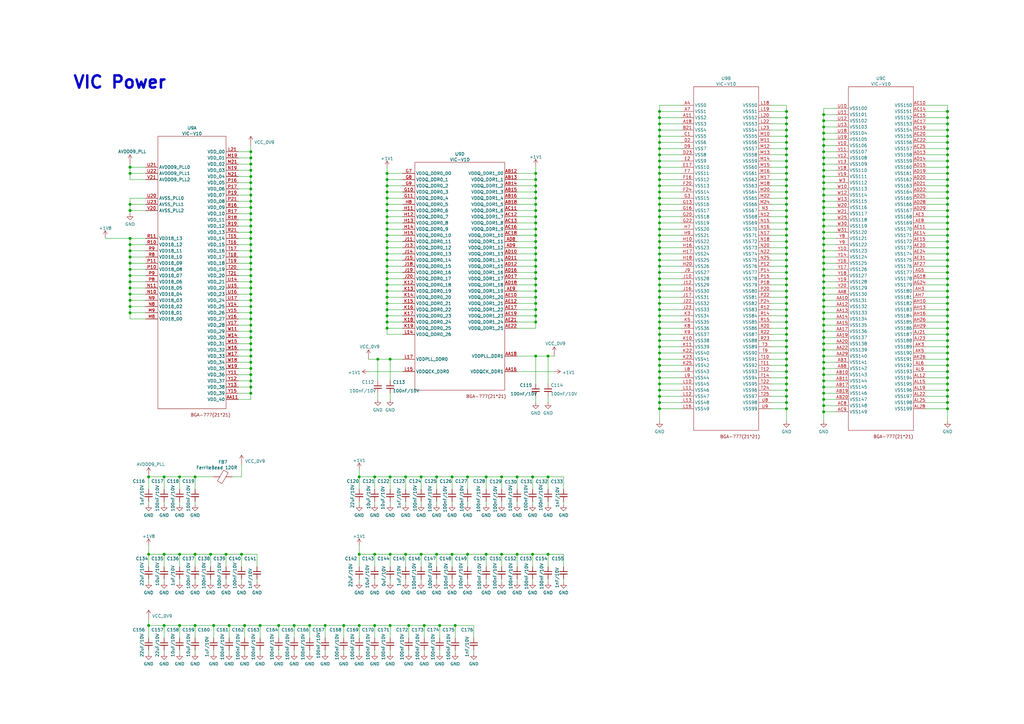
<source format=kicad_sch>
(kicad_sch (version 20210126) (generator eeschema)
  (paper "A3")
  (title_block (title "Beagle V") (date "2021-06-03") (rev "v0.7"))
  (lib_symbols
    (symbol "BeagleV:AVDD09_PLL"
      (property "Value" "AVDD09_PLL" (at 0 5.08 0))
      (symbol "AVDD09_PLL_1_1"
        (pin power_in line (at 0 0 90) (length 0) hide (name "") (number "1"))
      )
    )
    (symbol "BeagleV:VCC_0V9"
      (property "Value" "VCC_0V9" (at 0 7.62 0))
      (symbol "VCC_0V9_1_1"
        (pin power_in line (at 0 2.54 90) (length 0) hide (name "LDO_3V3") (number "1"))
      )
    )
    (symbol "BeagleV:VIC-V10"
      (property "Reference" "U?" (at -0.635 84.6624 0))
      (property "Value" "VIC-V10" (at -0.635 82.3637 0))
      (symbol "VIC-V10_0_0"
        (text "BGA-777(21*21)" (at 4.445 -62.23 0) (effects (font (size 1.27 1.27))))
      )
      (symbol "VIC-V10_1_1"
        (pin power_out line (at 12.7 -68.58 180) (length 5) (name "VDD_40") (number "AA11"))
        (pin power_out line (at 12.7 33.02 180) (length 5) (name "VDD_00") (number "L21"))
        (pin power_out line (at 12.7 30.48 180) (length 5) (name "VDD_01") (number "M19"))
        (pin power_out line (at 12.7 27.94 180) (length 5) (name "VDD_02") (number "M21"))
        (pin power_out line (at -25.4 -35.56 0) (length 5) (name "VDD18_00") (number "M8"))
        (pin power_out line (at -25.4 -33.02 0) (length 5) (name "VDD18_01") (number "M9"))
        (pin power_out line (at -25.4 -25.4 0) (length 5) (name "VDD18_04") (number "N10"))
        (pin power_out line (at -25.4 -22.86 0) (length 5) (name "VDD18_05") (number "N11"))
        (pin power_out line (at 12.7 25.4 180) (length 5) (name "VDD_03") (number "N19"))
        (pin power_out line (at 12.7 22.86 180) (length 5) (name "VDD_04") (number "N21"))
        (pin power_out line (at -25.4 -30.48 0) (length 5) (name "VDD18_02") (number "N8"))
        (pin power_out line (at -25.4 -27.94 0) (length 5) (name "VDD18_03") (number "N9"))
        (pin power_out line (at -25.4 -15.24 0) (length 5) (name "VDD18_08") (number "P10"))
        (pin power_out line (at -25.4 -12.7 0) (length 5) (name "VDD18_09") (number "P11"))
        (pin power_out line (at 12.7 20.32 180) (length 5) (name "VDD_05") (number "P16"))
        (pin power_out line (at 12.7 17.78 180) (length 5) (name "VDD_06") (number "P17"))
        (pin power_out line (at 12.7 15.24 180) (length 5) (name "VDD_07") (number "P19"))
        (pin power_out line (at 12.7 12.7 180) (length 5) (name "VDD_08") (number "P21"))
        (pin power_out line (at -25.4 -20.32 0) (length 5) (name "VDD18_06") (number "P8"))
        (pin power_out line (at -25.4 -17.78 0) (length 5) (name "VDD18_07") (number "P9"))
        (pin power_out line (at -25.4 -5.08 0) (length 5) (name "VDD18_12") (number "R10"))
        (pin power_out line (at -25.4 -2.54 0) (length 5) (name "VDD18_13") (number "R11"))
        (pin power_out line (at 12.7 10.16 180) (length 5) (name "VDD_09") (number "R16"))
        (pin power_out line (at 12.7 7.62 180) (length 5) (name "VDD_10") (number "R17"))
        (pin power_out line (at 12.7 5.08 180) (length 5) (name "VDD_11") (number "R18"))
        (pin power_out line (at 12.7 2.54 180) (length 5) (name "VDD_12") (number "R19"))
        (pin power_out line (at 12.7 0 180) (length 5) (name "VDD_13") (number "R21"))
        (pin power_out line (at -25.4 -10.16 0) (length 5) (name "VDD18_10") (number "R8"))
        (pin power_out line (at -25.4 -7.62 0) (length 5) (name "VDD18_11") (number "R9"))
        (pin power_out line (at 12.7 -2.54 180) (length 5) (name "VDD_14") (number "T15"))
        (pin power_out line (at 12.7 -5.08 180) (length 5) (name "VDD_15") (number "T16"))
        (pin power_out line (at 12.7 -7.62 180) (length 5) (name "VDD_16") (number "T17"))
        (pin power_out line (at 12.7 -10.16 180) (length 5) (name "VDD_17") (number "T18"))
        (pin power_out line (at 12.7 -12.7 180) (length 5) (name "VDD_18") (number "T19"))
        (pin power_out line (at 12.7 -15.24 180) (length 5) (name "VDD_19") (number "T20"))
        (pin power_out line (at 12.7 -17.78 180) (length 5) (name "VDD_20") (number "T21"))
        (pin power_out line (at 12.7 -20.32 180) (length 5) (name "VDD_21") (number "U14"))
        (pin power_out line (at 12.7 -22.86 180) (length 5) (name "VDD_22") (number "U15"))
        (pin power_out line (at 12.7 -25.4 180) (length 5) (name "VDD_23") (number "U16"))
        (pin power_out line (at 12.7 -27.94 180) (length 5) (name "VDD_24") (number "U17"))
        (pin power_out line (at -25.4 13.97 0) (length 5) (name "AVSS_PLL0") (number "U20"))
        (pin power_out line (at -25.4 26.67 0) (length 5) (name "AVDD09_PLL0") (number "U21"))
        (pin power_out line (at -25.4 24.13 0) (length 5) (name "AVDD09_PLL1") (number "U22"))
        (pin power_out line (at -25.4 11.43 0) (length 5) (name "AVSS_PLL1") (number "U23"))
        (pin power_out line (at 12.7 -30.48 180) (length 5) (name "VDD_25") (number "V14"))
        (pin power_out line (at 12.7 -33.02 180) (length 5) (name "VDD_26") (number "V15"))
        (pin power_out line (at 12.7 -35.56 180) (length 5) (name "VDD_27") (number "V16"))
        (pin power_out line (at 12.7 -38.1 180) (length 5) (name "VDD_28") (number "V17"))
        (pin power_out line (at -25.4 8.89 0) (length 5) (name "AVSS_PLL2") (number "V20"))
        (pin power_out line (at -25.4 21.59 0) (length 5) (name "AVDD09_PLL2") (number "V21"))
        (pin power_out line (at 12.7 -40.64 180) (length 5) (name "VDD_29") (number "W11"))
        (pin power_out line (at 12.7 -43.18 180) (length 5) (name "VDD_30") (number "W14"))
        (pin power_out line (at 12.7 -45.72 180) (length 5) (name "VDD_31") (number "W15"))
        (pin power_out line (at 12.7 -48.26 180) (length 5) (name "VDD_32") (number "W16"))
        (pin power_out line (at 12.7 -50.8 180) (length 5) (name "VDD_33") (number "W17"))
        (pin power_out line (at 12.7 -53.34 180) (length 5) (name "VDD_34") (number "W18"))
        (pin power_out line (at 12.7 -55.88 180) (length 5) (name "VDD_35") (number "W19"))
        (pin power_out line (at 12.7 -58.42 180) (length 5) (name "VDD_36") (number "Y11"))
        (pin power_out line (at 12.7 -60.96 180) (length 5) (name "VDD_37") (number "Y12"))
        (pin power_out line (at 12.7 -63.5 180) (length 5) (name "VDD_38") (number "Y13"))
        (pin power_out line (at 12.7 -66.04 180) (length 5) (name "VDD_39") (number "Y15"))
      )
      (symbol "VIC-V10_2_1"
        (pin power_in line (at -19.05 76.2 0) (length 5) (name "VSS2") (number "A11"))
        (pin power_in line (at -19.05 73.66 0) (length 5) (name "VSS3") (number "A18"))
        (pin power_in line (at -19.05 81.28 0) (length 5) (name "VSS0") (number "A4"))
        (pin power_in line (at -19.05 78.74 0) (length 5) (name "VSS1") (number "A7"))
        (pin power_in line (at -19.05 71.12 0) (length 5) (name "VSS4") (number "B21"))
        (pin power_in line (at -19.05 68.58 0) (length 5) (name "VSS5") (number "C1"))
        (pin power_in line (at -19.05 66.04 0) (length 5) (name "VSS6") (number "D2"))
        (pin power_in line (at -19.05 60.96 0) (length 5) (name "VSS8") (number "D23"))
        (pin power_in line (at -19.05 63.5 0) (length 5) (name "VSS7") (number "D9"))
        (pin power_in line (at -19.05 55.88 0) (length 5) (name "VSS10") (number "E17"))
        (pin power_in line (at -19.05 58.42 0) (length 5) (name "VSS9") (number "E2"))
        (pin power_in line (at -19.05 50.8 0) (length 5) (name "VSS12") (number "F16"))
        (pin power_in line (at -19.05 48.26 0) (length 5) (name "VSS13") (number "F20"))
        (pin power_in line (at -19.05 45.72 0) (length 5) (name "VSS14") (number "F24"))
        (pin power_in line (at -19.05 53.34 0) (length 5) (name "VSS11") (number "F7"))
        (pin power_in line (at -19.05 40.64 0) (length 5) (name "VSS16") (number "G13"))
        (pin power_in line (at -19.05 38.1 0) (length 5) (name "VSS17") (number "G16"))
        (pin power_in line (at -19.05 35.56 0) (length 5) (name "VSS18") (number "G20"))
        (pin power_in line (at -19.05 33.02 0) (length 5) (name "VSS19") (number "G22"))
        (pin power_in line (at -19.05 43.18 0) (length 5) (name "VSS15") (number "G3"))
        (pin power_in line (at -19.05 25.4 0) (length 5) (name "VSS22") (number "H10"))
        (pin power_in line (at -19.05 22.86 0) (length 5) (name "VSS23") (number "H16"))
        (pin power_in line (at -19.05 20.32 0) (length 5) (name "VSS24") (number "H17"))
        (pin power_in line (at -19.05 17.78 0) (length 5) (name "VSS25") (number "H18"))
        (pin power_in line (at -19.05 15.24 0) (length 5) (name "VSS26") (number "H20"))
        (pin power_in line (at -19.05 30.48 0) (length 5) (name "VSS20") (number "H7"))
        (pin power_in line (at -19.05 27.94 0) (length 5) (name "VSS21") (number "H9"))
        (pin power_in line (at -19.05 10.16 0) (length 5) (name "VSS28") (number "J10"))
        (pin power_in line (at -19.05 7.62 0) (length 5) (name "VSS29") (number "J12"))
        (pin power_in line (at -19.05 5.08 0) (length 5) (name "VSS30") (number "J16"))
        (pin power_in line (at -19.05 2.54 0) (length 5) (name "VSS31") (number "J17"))
        (pin power_in line (at -19.05 0 0) (length 5) (name "VSS32") (number "J22"))
        (pin power_in line (at -19.05 -2.54 0) (length 5) (name "VSS33") (number "J23"))
        (pin power_in line (at -19.05 12.7 0) (length 5) (name "VSS27") (number "J9"))
        (pin power_in line (at -19.05 -15.24 0) (length 5) (name "VSS38") (number "K10"))
        (pin power_in line (at -19.05 -17.78 0) (length 5) (name "VSS39") (number "K11"))
        (pin power_in line (at -19.05 -20.32 0) (length 5) (name "VSS40") (number "K22"))
        (pin power_in line (at -19.05 -22.86 0) (length 5) (name "VSS41") (number "K23"))
        (pin power_in line (at -19.05 -25.4 0) (length 5) (name "VSS42") (number "K25"))
        (pin power_in line (at -19.05 -5.08 0) (length 5) (name "VSS34") (number "K3"))
        (pin power_in line (at -19.05 -7.62 0) (length 5) (name "VSS35") (number "K5"))
        (pin power_in line (at -19.05 -10.16 0) (length 5) (name "VSS36") (number "K8"))
        (pin power_in line (at -19.05 -12.7 0) (length 5) (name "VSS37") (number "K9"))
        (pin power_in line (at -19.05 -33.02 0) (length 5) (name "VSS45") (number "L10"))
        (pin power_in line (at -19.05 -35.56 0) (length 5) (name "VSS46") (number "L11"))
        (pin power_in line (at -19.05 -38.1 0) (length 5) (name "VSS47") (number "L12"))
        (pin power_in line (at -19.05 -40.64 0) (length 5) (name "VSS48") (number "L13"))
        (pin power_in line (at -19.05 -43.18 0) (length 5) (name "VSS49") (number "L16"))
        (pin power_in line (at 17.78 81.28 180) (length 5) (name "VSS50") (number "L18"))
        (pin power_in line (at 17.78 78.74 180) (length 5) (name "VSS51") (number "L19"))
        (pin power_in line (at 17.78 76.2 180) (length 5) (name "VSS52") (number "L20"))
        (pin power_in line (at 17.78 73.66 180) (length 5) (name "VSS53") (number "L22"))
        (pin power_in line (at 17.78 71.12 180) (length 5) (name "VSS54") (number "L23"))
        (pin power_in line (at -19.05 -27.94 0) (length 5) (name "VSS43") (number "L8"))
        (pin power_in line (at -19.05 -30.48 0) (length 5) (name "VSS44") (number "L9"))
        (pin power_in line (at 17.78 68.58 180) (length 5) (name "VSS55") (number "M10"))
        (pin power_in line (at 17.78 66.04 180) (length 5) (name "VSS56") (number "M11"))
        (pin power_in line (at 17.78 63.5 180) (length 5) (name "VSS57") (number "M12"))
        (pin power_in line (at 17.78 60.96 180) (length 5) (name "VSS58") (number "M13"))
        (pin power_in line (at 17.78 58.42 180) (length 5) (name "VSS59") (number "M14"))
        (pin power_in line (at 17.78 55.88 180) (length 5) (name "VSS60") (number "M15"))
        (pin power_in line (at 17.78 53.34 180) (length 5) (name "VSS61") (number "M16"))
        (pin power_in line (at 17.78 50.8 180) (length 5) (name "VSS62") (number "M17"))
        (pin power_in line (at 17.78 48.26 180) (length 5) (name "VSS63") (number "M18"))
        (pin power_in line (at 17.78 45.72 180) (length 5) (name "VSS64") (number "M20"))
        (pin power_in line (at 17.78 43.18 180) (length 5) (name "VSS65") (number "M22"))
        (pin power_in line (at 17.78 40.64 180) (length 5) (name "VSS66") (number "M24"))
        (pin power_in line (at 17.78 35.56 180) (length 5) (name "VSS68") (number "N12"))
        (pin power_in line (at 17.78 33.02 180) (length 5) (name "VSS69") (number "N15"))
        (pin power_in line (at 17.78 30.48 180) (length 5) (name "VSS70") (number "N16"))
        (pin power_in line (at 17.78 27.94 180) (length 5) (name "VSS71") (number "N17"))
        (pin power_in line (at 17.78 25.4 180) (length 5) (name "VSS72") (number "N18"))
        (pin power_in line (at 17.78 22.86 180) (length 5) (name "VSS73") (number "N20"))
        (pin power_in line (at 17.78 20.32 180) (length 5) (name "VSS74") (number "N22"))
        (pin power_in line (at 17.78 17.78 180) (length 5) (name "VSS75") (number "N25"))
        (pin power_in line (at 17.78 38.1 180) (length 5) (name "VSS67") (number "N3"))
        (pin power_in line (at 17.78 15.24 180) (length 5) (name "VSS76") (number "P12"))
        (pin power_in line (at 17.78 12.7 180) (length 5) (name "VSS77") (number "P14"))
        (pin power_in line (at 17.78 10.16 180) (length 5) (name "VSS78") (number "P15"))
        (pin power_in line (at 17.78 7.62 180) (length 5) (name "VSS79") (number "P18"))
        (pin power_in line (at 17.78 5.08 180) (length 5) (name "VSS80") (number "P20"))
        (pin power_in line (at 17.78 2.54 180) (length 5) (name "VSS81") (number "P22"))
        (pin power_in line (at 17.78 0 180) (length 5) (name "VSS82") (number "P24"))
        (pin power_in line (at 17.78 -2.54 180) (length 5) (name "VSS83") (number "R12"))
        (pin power_in line (at 17.78 -5.08 180) (length 5) (name "VSS84") (number "R14"))
        (pin power_in line (at 17.78 -7.62 180) (length 5) (name "VSS85") (number "R15"))
        (pin power_in line (at 17.78 -10.16 180) (length 5) (name "VSS86") (number "R20"))
        (pin power_in line (at 17.78 -12.7 180) (length 5) (name "VSS87") (number "R22"))
        (pin power_in line (at 17.78 -15.24 180) (length 5) (name "VSS88") (number "R23"))
        (pin power_in line (at 17.78 -22.86 180) (length 5) (name "VSS91") (number "T10"))
        (pin power_in line (at 17.78 -25.4 180) (length 5) (name "VSS92") (number "T11"))
        (pin power_in line (at 17.78 -27.94 180) (length 5) (name "VSS93") (number "T12"))
        (pin power_in line (at 17.78 -30.48 180) (length 5) (name "VSS94") (number "T14"))
        (pin power_in line (at 17.78 -33.02 180) (length 5) (name "VSS95") (number "T22"))
        (pin power_in line (at 17.78 -35.56 180) (length 5) (name "VSS96") (number "T24"))
        (pin power_in line (at 17.78 -38.1 180) (length 5) (name "VSS97") (number "T25"))
        (pin power_in line (at 17.78 -17.78 180) (length 5) (name "VSS89") (number "T3"))
        (pin power_in line (at 17.78 -20.32 180) (length 5) (name "VSS90") (number "T9"))
        (pin power_in line (at 17.78 -40.64 180) (length 5) (name "VSS98") (number "U8"))
        (pin power_in line (at 17.78 -43.18 180) (length 5) (name "VSS99") (number "U9"))
      )
      (symbol "VIC-V10_3_1"
        (pin power_in line (at -19.05 -6.35 0) (length 5) (name "VSS131") (number "AA10"))
        (pin power_in line (at -19.05 -8.89 0) (length 5) (name "VSS132") (number "AA12"))
        (pin power_in line (at -19.05 -11.43 0) (length 5) (name "VSS133") (number "AA13"))
        (pin power_in line (at -19.05 -13.97 0) (length 5) (name "VSS134") (number "AA14"))
        (pin power_in line (at -19.05 -16.51 0) (length 5) (name "VSS135") (number "AA15"))
        (pin power_in line (at -19.05 -19.05 0) (length 5) (name "VSS136") (number "AA17"))
        (pin power_in line (at -19.05 -21.59 0) (length 5) (name "VSS137") (number "AA19"))
        (pin power_in line (at -19.05 -24.13 0) (length 5) (name "VSS138") (number "AA20"))
        (pin power_in line (at -19.05 -26.67 0) (length 5) (name "VSS139") (number "AA22"))
        (pin power_in line (at -19.05 -29.21 0) (length 5) (name "VSS140") (number "AA29"))
        (pin power_in line (at -19.05 -3.81 0) (length 5) (name "VSS130") (number "AA8"))
        (pin power_in line (at -19.05 -36.83 0) (length 5) (name "VSS143") (number "AB10"))
        (pin power_in line (at -19.05 -39.37 0) (length 5) (name "VSS144") (number "AB11"))
        (pin power_in line (at -19.05 -41.91 0) (length 5) (name "VSS145") (number "AB17"))
        (pin power_in line (at -19.05 -44.45 0) (length 5) (name "VSS146") (number "AB19"))
        (pin power_in line (at -19.05 -46.99 0) (length 5) (name "VSS147") (number "AB20"))
        (pin power_in line (at -19.05 -31.75 0) (length 5) (name "VSS141") (number "AB3"))
        (pin power_in line (at -19.05 -34.29 0) (length 5) (name "VSS142") (number "AB8"))
        (pin power_in line (at 17.78 73.66 180) (length 5) (name "VSS150") (number "AC10"))
        (pin power_in line (at 17.78 71.12 180) (length 5) (name "VSS151") (number "AC14"))
        (pin power_in line (at 17.78 68.58 180) (length 5) (name "VSS152") (number "AC15"))
        (pin power_in line (at 17.78 66.04 180) (length 5) (name "VSS153") (number "AC17"))
        (pin power_in line (at 17.78 63.5 180) (length 5) (name "VSS154") (number "AC19"))
        (pin power_in line (at 17.78 60.96 180) (length 5) (name "VSS155") (number "AC20"))
        (pin power_in line (at 17.78 58.42 180) (length 5) (name "VSS156") (number "AC22"))
        (pin power_in line (at 17.78 55.88 180) (length 5) (name "VSS157") (number "AC25"))
        (pin power_in line (at -19.05 -49.53 0) (length 5) (name "VSS148") (number "AC8"))
        (pin power_in line (at -19.05 -52.07 0) (length 5) (name "VSS149") (number "AC9"))
        (pin power_in line (at 17.78 53.34 180) (length 5) (name "VSS158") (number "AD13"))
        (pin power_in line (at 17.78 50.8 180) (length 5) (name "VSS159") (number "AD14"))
        (pin power_in line (at 17.78 48.26 180) (length 5) (name "VSS160") (number "AD15"))
        (pin power_in line (at 17.78 45.72 180) (length 5) (name "VSS161") (number "AD19"))
        (pin power_in line (at 17.78 43.18 180) (length 5) (name "VSS162") (number "AD20"))
        (pin power_in line (at 17.78 40.64 180) (length 5) (name "VSS163") (number "AD21"))
        (pin power_in line (at 17.78 38.1 180) (length 5) (name "VSS164") (number "AD22"))
        (pin power_in line (at 17.78 35.56 180) (length 5) (name "VSS165") (number "AD25"))
        (pin power_in line (at 17.78 33.02 180) (length 5) (name "VSS166") (number "AD28"))
        (pin power_in line (at 17.78 30.48 180) (length 5) (name "VSS167") (number "AD29"))
        (pin power_in line (at 17.78 22.86 180) (length 5) (name "VSS170") (number "AE11"))
        (pin power_in line (at 17.78 20.32 180) (length 5) (name "VSS171") (number "AE14"))
        (pin power_in line (at 17.78 17.78 180) (length 5) (name "VSS172") (number "AE15"))
        (pin power_in line (at 17.78 15.24 180) (length 5) (name "VSS173") (number "AE20"))
        (pin power_in line (at 17.78 12.7 180) (length 5) (name "VSS174") (number "AE24"))
        (pin power_in line (at 17.78 27.94 180) (length 5) (name "VSS168") (number "AE3"))
        (pin power_in line (at 17.78 10.16 180) (length 5) (name "VSS175") (number "AE31"))
        (pin power_in line (at 17.78 25.4 180) (length 5) (name "VSS169") (number "AE8"))
        (pin power_in line (at 17.78 7.62 180) (length 5) (name "VSS176") (number "AF27"))
        (pin power_in line (at 17.78 2.54 180) (length 5) (name "VSS178") (number "AG18"))
        (pin power_in line (at 17.78 0 180) (length 5) (name "VSS179") (number "AG24"))
        (pin power_in line (at 17.78 5.08 180) (length 5) (name "VSS177") (number "AG5"))
        (pin power_in line (at 17.78 -7.62 180) (length 5) (name "VSS182") (number "AH10"))
        (pin power_in line (at 17.78 -10.16 180) (length 5) (name "VSS183") (number "AH13"))
        (pin power_in line (at 17.78 -12.7 180) (length 5) (name "VSS184") (number "AH16"))
        (pin power_in line (at 17.78 -15.24 180) (length 5) (name "VSS185") (number "AH26"))
        (pin power_in line (at 17.78 -17.78 180) (length 5) (name "VSS186") (number "AH29"))
        (pin power_in line (at 17.78 -2.54 180) (length 5) (name "VSS180") (number "AH3"))
        (pin power_in line (at 17.78 -5.08 180) (length 5) (name "VSS181") (number "AH7"))
        (pin power_in line (at 17.78 -20.32 180) (length 5) (name "VSS187") (number "AJ21"))
        (pin power_in line (at 17.78 -22.86 180) (length 5) (name "VSS188") (number "AJ23"))
        (pin power_in line (at 17.78 -30.48 180) (length 5) (name "VSS191") (number "AK26"))
        (pin power_in line (at 17.78 -25.4 180) (length 5) (name "VSS189") (number "AK3"))
        (pin power_in line (at 17.78 -27.94 180) (length 5) (name "VSS190") (number "AK5"))
        (pin power_in line (at 17.78 -38.1 180) (length 5) (name "VSS194") (number "AL12"))
        (pin power_in line (at 17.78 -40.64 180) (length 5) (name "VSS195") (number "AL15"))
        (pin power_in line (at 17.78 -43.18 180) (length 5) (name "VSS196") (number "AL19"))
        (pin power_in line (at 17.78 -45.72 180) (length 5) (name "VSS197") (number "AL22"))
        (pin power_in line (at 17.78 -48.26 180) (length 5) (name "VSS198") (number "AL25"))
        (pin power_in line (at 17.78 -50.8 180) (length 5) (name "VSS199") (number "AL28"))
        (pin power_in line (at 17.78 -33.02 180) (length 5) (name "VSS192") (number "AL6"))
        (pin power_in line (at 17.78 -35.56 180) (length 5) (name "VSS193") (number "AL9"))
        (pin power_in line (at -19.05 72.39 0) (length 5) (name "VSS100") (number "U10"))
        (pin power_in line (at -19.05 69.85 0) (length 5) (name "VSS101") (number "U11"))
        (pin power_in line (at -19.05 67.31 0) (length 5) (name "VSS102") (number "U12"))
        (pin power_in line (at -19.05 64.77 0) (length 5) (name "VSS103") (number "U13"))
        (pin power_in line (at -19.05 62.23 0) (length 5) (name "VSS104") (number "U18"))
        (pin power_in line (at -19.05 59.69 0) (length 5) (name "VSS105") (number "U19"))
        (pin power_in line (at -19.05 57.15 0) (length 5) (name "VSS106") (number "V10"))
        (pin power_in line (at -19.05 54.61 0) (length 5) (name "VSS107") (number "V11"))
        (pin power_in line (at -19.05 52.07 0) (length 5) (name "VSS108") (number "V12"))
        (pin power_in line (at -19.05 49.53 0) (length 5) (name "VSS109") (number "V13"))
        (pin power_in line (at -19.05 46.99 0) (length 5) (name "VSS110") (number "V18"))
        (pin power_in line (at -19.05 44.45 0) (length 5) (name "VSS111") (number "V19"))
        (pin power_in line (at -19.05 39.37 0) (length 5) (name "VSS113") (number "W10"))
        (pin power_in line (at -19.05 36.83 0) (length 5) (name "VSS114") (number "W12"))
        (pin power_in line (at -19.05 34.29 0) (length 5) (name "VSS115") (number "W13"))
        (pin power_in line (at -19.05 31.75 0) (length 5) (name "VSS116") (number "W20"))
        (pin power_in line (at -19.05 29.21 0) (length 5) (name "VSS117") (number "W21"))
        (pin power_in line (at -19.05 26.67 0) (length 5) (name "VSS118") (number "W25"))
        (pin power_in line (at -19.05 41.91 0) (length 5) (name "VSS112") (number "W3"))
        (pin power_in line (at -19.05 24.13 0) (length 5) (name "VSS119") (number "W30"))
        (pin power_in line (at -19.05 21.59 0) (length 5) (name "VSS120") (number "W31"))
        (pin power_in line (at -19.05 13.97 0) (length 5) (name "VSS123") (number "Y10"))
        (pin power_in line (at -19.05 11.43 0) (length 5) (name "VSS124") (number "Y14"))
        (pin power_in line (at -19.05 8.89 0) (length 5) (name "VSS125") (number "Y16"))
        (pin power_in line (at -19.05 6.35 0) (length 5) (name "VSS126") (number "Y17"))
        (pin power_in line (at -19.05 3.81 0) (length 5) (name "VSS127") (number "Y18"))
        (pin power_in line (at -19.05 1.27 0) (length 5) (name "VSS128") (number "Y19"))
        (pin power_in line (at -19.05 -1.27 0) (length 5) (name "VSS129") (number "Y20"))
        (pin power_in line (at -19.05 19.05 0) (length 5) (name "VSS121") (number "Y8"))
        (pin power_in line (at -19.05 16.51 0) (length 5) (name "VSS122") (number "Y9"))
      )
      (symbol "VIC-V10_4_1"
        (pin power_in line (at 19.05 -36.83 180) (length 5) (name "VDDQCK_DDR1") (number "AA16"))
        (pin power_in line (at 19.05 -30.48 180) (length 5) (name "VDDPLL_DDR1") (number "AA18"))
        (pin power_in line (at 19.05 44.45 180) (length 5) (name "VDDQ_DDR1_00") (number "AB12"))
        (pin power_in line (at 19.05 41.91 180) (length 5) (name "VDDQ_DDR1_1") (number "AB13"))
        (pin power_in line (at 19.05 39.37 180) (length 5) (name "VDDQ_DDR1_2") (number "AB14"))
        (pin power_in line (at 19.05 36.83 180) (length 5) (name "VDDQ_DDR1_3") (number "AB15"))
        (pin power_in line (at 19.05 34.29 180) (length 5) (name "VDDQ_DDR1_4") (number "AB16"))
        (pin power_in line (at 19.05 31.75 180) (length 5) (name "VDDQ_DDR1_5") (number "AB18"))
        (pin power_in line (at 19.05 29.21 180) (length 5) (name "VDDQ_DDR1_6") (number "AC11"))
        (pin power_in line (at 19.05 26.67 180) (length 5) (name "VDDQ_DDR1_7") (number "AC12"))
        (pin power_in line (at 19.05 24.13 180) (length 5) (name "VDDQ_DDR1_8") (number "AC13"))
        (pin power_in line (at 19.05 21.59 180) (length 5) (name "VDDQ_DDR1_9") (number "AC16"))
        (pin power_in line (at 19.05 19.05 180) (length 5) (name "VDDQ_DDR1_10") (number "AC18"))
        (pin power_in line (at 19.05 11.43 180) (length 5) (name "VDDQ_DDR1_13") (number "AD10"))
        (pin power_in line (at 19.05 8.89 180) (length 5) (name "VDDQ_DDR1_14") (number "AD11"))
        (pin power_in line (at 19.05 6.35 180) (length 5) (name "VDDQ_DDR1_15") (number "AD12"))
        (pin power_in line (at 19.05 3.81 180) (length 5) (name "VDDQ_DDR1_16") (number "AD16"))
        (pin power_in line (at 19.05 1.27 180) (length 5) (name "VDDQ_DDR1_17") (number "AD17"))
        (pin power_in line (at 19.05 -1.27 180) (length 5) (name "VDDQ_DDR1_18") (number "AD18"))
        (pin power_in line (at 19.05 16.51 180) (length 5) (name "VDDQ_DDR1_11") (number "AD8"))
        (pin power_in line (at 19.05 13.97 180) (length 5) (name "VDDQ_DDR1_12") (number "AD9"))
        (pin power_in line (at 19.05 -6.35 180) (length 5) (name "VDDQ_DDR1_20") (number "AE10"))
        (pin power_in line (at 19.05 -8.89 180) (length 5) (name "VDDQ_DDR1_21") (number "AE12"))
        (pin power_in line (at 19.05 -11.43 180) (length 5) (name "VDDQ_DDR1_22") (number "AE17"))
        (pin power_in line (at 19.05 -13.97 180) (length 5) (name "VDDQ_DDR1_23") (number "AE19"))
        (pin power_in line (at 19.05 -16.51 180) (length 5) (name "VDDQ_DDR1_24") (number "AE21"))
        (pin power_in line (at 19.05 -19.05 180) (length 5) (name "VDDQ_DDR1_25") (number "AE22"))
        (pin power_in line (at 19.05 -3.81 180) (length 5) (name "VDDQ_DDR1_19") (number "AE9"))
        (pin power_in line (at -27.94 36.83 0) (length 5) (name "VDDQ_DDR0_3") (number "G10"))
        (pin power_in line (at -27.94 34.29 0) (length 5) (name "VDDQ_DDR0_4") (number "G11"))
        (pin power_in line (at -27.94 44.45 0) (length 5) (name "VDDQ_DDR0_00") (number "G7"))
        (pin power_in line (at -27.94 41.91 0) (length 5) (name "VDDQ_DDR0_1") (number "G8"))
        (pin power_in line (at -27.94 39.37 0) (length 5) (name "VDDQ_DDR0_2") (number "G9"))
        (pin power_in line (at -27.94 29.21 0) (length 5) (name "VDDQ_DDR0_6") (number "H11"))
        (pin power_in line (at -27.94 26.67 0) (length 5) (name "VDDQ_DDR0_7") (number "H12"))
        (pin power_in line (at -27.94 24.13 0) (length 5) (name "VDDQ_DDR0_8") (number "H13"))
        (pin power_in line (at -27.94 21.59 0) (length 5) (name "VDDQ_DDR0_9") (number "H14"))
        (pin power_in line (at -27.94 19.05 0) (length 5) (name "VDDQ_DDR0_10") (number "H15"))
        (pin power_in line (at -27.94 31.75 0) (length 5) (name "VDDQ_DDR0_5") (number "H8"))
        (pin power_in line (at -27.94 16.51 0) (length 5) (name "VDDQ_DDR0_11") (number "J11"))
        (pin power_in line (at -27.94 13.97 0) (length 5) (name "VDDQ_DDR0_12") (number "J13"))
        (pin power_in line (at -27.94 11.43 0) (length 5) (name "VDDQ_DDR0_13") (number "J14"))
        (pin power_in line (at -27.94 8.89 0) (length 5) (name "VDDQ_DDR0_14") (number "J15"))
        (pin power_in line (at -27.94 6.35 0) (length 5) (name "VDDQ_DDR0_15") (number "J18"))
        (pin power_in line (at -27.94 3.81 0) (length 5) (name "VDDQ_DDR0_16") (number "J19"))
        (pin power_in line (at -27.94 1.27 0) (length 5) (name "VDDQ_DDR0_17") (number "J20"))
        (pin power_in line (at -27.94 -1.27 0) (length 5) (name "VDDQ_DDR0_18") (number "K12"))
        (pin power_in line (at -27.94 -3.81 0) (length 5) (name "VDDQ_DDR0_19") (number "K13"))
        (pin power_in line (at -27.94 -6.35 0) (length 5) (name "VDDQ_DDR0_20") (number "K14"))
        (pin power_in line (at -27.94 -8.89 0) (length 5) (name "VDDQ_DDR0_21") (number "K15"))
        (pin power_in line (at -27.94 -11.43 0) (length 5) (name "VDDQ_DDR0_22") (number "K16"))
        (pin power_in line (at -27.94 -13.97 0) (length 5) (name "VDDQ_DDR0_23") (number "K17"))
        (pin power_in line (at -27.94 -16.51 0) (length 5) (name "VDDQ_DDR0_24") (number "K18"))
        (pin power_in line (at -27.94 -19.05 0) (length 5) (name "VDDQ_DDR0_25") (number "K19"))
        (pin power_in line (at -27.94 -21.59 0) (length 5) (name "VDDQ_DDR0_26") (number "L14"))
        (pin power_in line (at -27.94 -36.83 0) (length 5) (name "VDDQCK_DDR0") (number "L15"))
        (pin power_in line (at -27.94 -31.75 0) (length 5) (name "VDDPLL_DDR0") (number "L17"))
      )
      (symbol "VIC-V10_5_1"
        (pin bidirectional line (at 25.4 -60.96 180) (length 5) (name "DDR0_DQ30") (number "A1"))
        (pin input line (at -25.4 33.02 0) (length 5) (name "DDR0_ADR11") (number "A10"))
        (pin input line (at -25.4 -2.54 0) (length 5) (name "DDR0_CK_P1") (number "A12"))
        (pin input line (at -25.4 5.08 0) (length 5) (name "DDR0_CK_P0") (number "A14"))
        (pin input line (at -25.4 55.88 0) (length 5) (name "DDR0_ADR2") (number "A15"))
        (pin input line (at -25.4 -17.78 0) (length 5) (name "DDR0_ATB0") (number "A16"))
        (pin input line (at -25.4 -59.69 0) (length 5) (name "DDR0_CS_N1") (number "A17"))
        (pin bidirectional line (at 25.4 10.16 180) (length 5) (name "DDR0_DQ15") (number "A19"))
        (pin bidirectional line (at 25.4 -45.72 180) (length 5) (name "DDR0_DQ24") (number "A2"))
        (pin bidirectional line (at 25.4 2.54 180) (length 5) (name "DDR0_DQS_N1") (number "A20"))
        (pin bidirectional line (at 25.4 27.94 180) (length 5) (name "DDR0_DQ8") (number "A21"))
        (pin bidirectional line (at 25.4 43.18 180) (length 5) (name "DDR0_DQ7") (number "A22"))
        (pin bidirectional line (at 25.4 45.72 180) (length 5) (name "DDR0_DQ6") (number "A23"))
        (pin bidirectional line (at 25.4 -50.8 180) (length 5) (name "DDR0_DQ26") (number "A3"))
        (pin bidirectional line (at 25.4 -7.62 180) (length 5) (name "DDR0_DQ16") (number "A5"))
        (pin bidirectional line (at 25.4 -36.83 180) (length 5) (name "DDR0_DQS_P2") (number "A6"))
        (pin input line (at -25.4 -54.61 0) (length 5) (name "DDR0_ACT_N") (number "A9"))
        (pin bidirectional line (at 25.4 -58.42 180) (length 5) (name "DDR0_DQ29") (number "B1"))
        (pin input line (at -25.4 58.42 0) (length 5) (name "DDR0_ADR1") (number "B10"))
        (pin input line (at -25.4 35.56 0) (length 5) (name "DDR0_ADR10") (number "B11"))
        (pin input line (at -25.4 0 0) (length 5) (name "DDR0_CK_N1") (number "B12"))
        (pin input line (at -25.4 7.62 0) (length 5) (name "DDR0_CK_N0") (number "B14"))
        (pin input line (at -25.4 -50.8 0) (length 5) (name "DDR0_PAR") (number "B15"))
        (pin input line (at -25.4 -21.59 0) (length 5) (name "DDR0_ATB1") (number "B16"))
        (pin input line (at -25.4 -62.23 0) (length 5) (name "DDR0_CS_N2") (number "B17"))
        (pin input line (at -25.4 -72.39 0) (length 5) (name "DDR0_RESET_N") (number "B18"))
        (pin bidirectional line (at 25.4 12.7 180) (length 5) (name "DDR0_DQ14") (number "B19"))
        (pin bidirectional line (at 25.4 -55.88 180) (length 5) (name "DDR0_DQ28") (number "B2"))
        (pin bidirectional line (at 25.4 0 180) (length 5) (name "DDR0_DQS_P1") (number "B20"))
        (pin bidirectional line (at 25.4 48.26 180) (length 5) (name "DDR0_DQ5") (number "B22"))
        (pin bidirectional line (at 25.4 35.56 180) (length 5) (name "DDR0_DQS_P0") (number "B23"))
        (pin bidirectional line (at 25.4 -48.26 180) (length 5) (name "DDR0_DQ25") (number "B3"))
        (pin bidirectional line (at 25.4 -25.4 180) (length 5) (name "DDR0_DQ23") (number "B4"))
        (pin bidirectional line (at 25.4 -17.78 180) (length 5) (name "DDR0_DQ20") (number "B5"))
        (pin bidirectional line (at 25.4 -34.29 180) (length 5) (name "DDR0_DQS_N2") (number "B6"))
        (pin input line (at -25.4 30.48 0) (length 5) (name "DDR0_ADR12") (number "B7"))
        (pin input line (at -25.4 45.72 0) (length 5) (name "DDR0_ADR6") (number "B9"))
        (pin input line (at -25.4 60.96 0) (length 5) (name "DDR0_ADR00") (number "C10"))
        (pin input line (at -25.4 40.64 0) (length 5) (name "DDR0_ADR8") (number "C12"))
        (pin input line (at -25.4 -27.94 0) (length 5) (name "DDR0_BA0") (number "C14"))
        (pin input line (at -25.4 -48.26 0) (length 5) (name "DDR0_ERR_N") (number "C16"))
        (pin input line (at -25.4 -8.89 0) (length 5) (name "DDR0_CKE0") (number "C17"))
        (pin bidirectional line (at 25.4 -2.54 180) (length 5) (name "DDR0_DM_DBI_N1") (number "C19"))
        (pin bidirectional line (at 25.4 -63.5 180) (length 5) (name "DDR0_DQ31") (number "C2"))
        (pin bidirectional line (at 25.4 25.4 180) (length 5) (name "DDR0_DQ9") (number "C20"))
        (pin bidirectional line (at 25.4 50.8 180) (length 5) (name "DDR0_DQ4") (number "C22"))
        (pin bidirectional line (at 25.4 38.1 180) (length 5) (name "DDR0_DQS_N0") (number "C23"))
        (pin bidirectional line (at 25.4 -73.66 180) (length 5) (name "DDR0_DQS_N3") (number "C3"))
        (pin bidirectional line (at 25.4 -53.34 180) (length 5) (name "DDR0_DQ27") (number "C4"))
        (pin bidirectional line (at 25.4 -20.32 180) (length 5) (name "DDR0_DQ21") (number "C6"))
        (pin bidirectional line (at 25.4 -12.7 180) (length 5) (name "DDR0_DQ18") (number "C7"))
        (pin input line (at -25.4 38.1 0) (length 5) (name "DDR0_ADR9") (number "C9"))
        (pin input line (at -25.4 53.34 0) (length 5) (name "DDR0_ADR3") (number "D10"))
        (pin input line (at -25.4 50.8 0) (length 5) (name "DDR0_ADR4") (number "D12"))
        (pin input line (at -25.4 15.24 0) (length 5) (name "DDR0_WE_N_ADR16") (number "D14"))
        (pin input line (at -25.4 -76.2 0) (length 5) (name "DDR0_PLL_REFOUT_N") (number "D16"))
        (pin input line (at -25.4 -67.31 0) (length 5) (name "DDR0_ODT0") (number "D17"))
        (pin bidirectional line (at 25.4 15.24 180) (length 5) (name "DDR0_DQ13") (number "D19"))
        (pin bidirectional line (at 25.4 20.32 180) (length 5) (name "DDR0_DQ11") (number "D20"))
        (pin bidirectional line (at 25.4 55.88 180) (length 5) (name "DDR0_DQ2") (number "D22"))
        (pin bidirectional line (at 25.4 -77.47 180) (length 5) (name "DDR0_DQS_P3") (number "D3"))
        (pin bidirectional line (at 25.4 -80.01 180) (length 5) (name "DDR0_DM_DBI_N3") (number "D4"))
        (pin bidirectional line (at 25.4 -39.37 180) (length 5) (name "DDR0_DM_DBI_N2") (number "D6"))
        (pin bidirectional line (at 25.4 -10.16 180) (length 5) (name "DDR0_DQ17") (number "D7"))
        (pin input line (at -25.4 48.26 0) (length 5) (name "DDR0_ADR5") (number "E10"))
        (pin input line (at -25.4 -44.45 0) (length 5) (name "DDR0_CAL") (number "E12"))
        (pin input line (at -25.4 -64.77 0) (length 5) (name "DDR0_CS_N3") (number "E14"))
        (pin input line (at -25.4 -78.74 0) (length 5) (name "DDR0_PLL_REFOUT_P") (number "E16"))
        (pin bidirectional line (at 25.4 17.78 180) (length 5) (name "DDR0_DQ12") (number "E19"))
        (pin bidirectional line (at 25.4 22.86 180) (length 5) (name "DDR0_DQ10") (number "E20"))
        (pin bidirectional line (at 25.4 33.02 180) (length 5) (name "DDR0_DM_DBI_N0") (number "E22"))
        (pin bidirectional line (at 25.4 58.42 180) (length 5) (name "DDR0_DQ1") (number "E23"))
        (pin bidirectional line (at 25.4 -22.86 180) (length 5) (name "DDR0_DQ22") (number "E6"))
        (pin bidirectional line (at 25.4 -15.24 180) (length 5) (name "DDR0_DQ19") (number "E7"))
        (pin input line (at -25.4 27.94 0) (length 5) (name "DDR0_ADR13") (number "E9"))
        (pin input line (at -25.4 43.18 0) (length 5) (name "DDR0_ADR7") (number "F10"))
        (pin input line (at -25.4 -30.48 0) (length 5) (name "DDR0_BA1") (number "F12"))
        (pin input line (at -25.4 17.78 0) (length 5) (name "DDR0_WE_N_ADR15") (number "F14"))
        (pin input line (at -25.4 -11.43 0) (length 5) (name "DDR0_CKE1") (number "F17"))
        (pin input line (at -25.4 -57.15 0) (length 5) (name "DDR0_CS_N0") (number "F19"))
        (pin bidirectional line (at 25.4 53.34 180) (length 5) (name "DDR0_DQ3") (number "F22"))
        (pin bidirectional line (at 25.4 60.96 180) (length 5) (name "DDR0_DQ00") (number "F23"))
        (pin input line (at -25.4 -38.1 0) (length 5) (name "DDR0_BG1") (number "F9"))
        (pin input line (at -25.4 -35.56 0) (length 5) (name "DDR0_BG0") (number "G12"))
        (pin input line (at -25.4 20.32 0) (length 5) (name "DDR0_WE_N_ADR14") (number "G14"))
        (pin input line (at -25.4 -69.85 0) (length 5) (name "DDR0_ODT1") (number "G17"))
        (pin input line (at -25.4 -86.36 0) (length 5) (name "DDR0_PLL_TESTOUT_P") (number "G19"))
        (pin input line (at -25.4 -82.55 0) (length 5) (name "DDR0_PLL_TESTOUT_N") (number "H19"))
      )
      (symbol "VIC-V10_6_1"
        (pin input line (at -25.4 38.1 0) (length 5) (name "DDR1_ADR9") (number "AE13"))
        (pin input line (at -25.4 -35.56 0) (length 5) (name "DDR1_BG0") (number "AE16"))
        (pin input line (at -25.4 17.78 0) (length 5) (name "DDR1_WE_N_ADR15") (number "AE18"))
        (pin bidirectional line (at 25.4 -24.13 180) (length 5) (name "DDR1_DQ23") (number "AF10"))
        (pin bidirectional line (at 25.4 -21.59 180) (length 5) (name "DDR1_DQ22") (number "AF11"))
        (pin input line (at -25.4 45.72 0) (length 5) (name "DDR1_ADR6") (number "AF13"))
        (pin input line (at -25.4 53.34 0) (length 5) (name "DDR1_ADR3") (number "AF14"))
        (pin input line (at -25.4 -30.48 0) (length 5) (name "DDR1_BA1") (number "AF16"))
        (pin input line (at -25.4 20.32 0) (length 5) (name "DDR1_WE_N_ADR14") (number "AF18"))
        (pin input line (at -25.4 -66.04 0) (length 5) (name "DDR1_CS_N3") (number "AF20"))
        (pin input line (at -25.4 -77.47 0) (length 5) (name "DDR1_PLL_REFOUT_N") (number "AF21"))
        (pin bidirectional line (at 25.4 10.16 180) (length 5) (name "DDR1_DQ15") (number "AF23"))
        (pin bidirectional line (at 25.4 12.7 180) (length 5) (name "DDR1_DQ14") (number "AF24"))
        (pin bidirectional line (at 25.4 27.94 180) (length 5) (name "DDR1_DQ8") (number "AF26"))
        (pin bidirectional line (at 25.4 60.96 180) (length 5) (name "DDR1_DQ00") (number "AF29"))
        (pin bidirectional line (at 25.4 53.34 180) (length 5) (name "DDR1_DQ3") (number "AF30"))
        (pin bidirectional line (at 25.4 -63.5 180) (length 5) (name "DDR1_DQ31") (number "AF7"))
        (pin bidirectional line (at 25.4 -55.88 180) (length 5) (name "DDR1_DQ28") (number "AF8"))
        (pin bidirectional line (at 25.4 -16.51 180) (length 5) (name "DDR1_DQ20") (number "AG10"))
        (pin bidirectional line (at 25.4 -39.37 180) (length 5) (name "DDR1_DM_DBI_N2") (number "AG11"))
        (pin input line (at -25.4 48.26 0) (length 5) (name "DDR1_ADR5") (number "AG14"))
        (pin input line (at -25.4 60.96 0) (length 5) (name "DDR1_ADR00") (number "AG16"))
        (pin input line (at -25.4 -44.45 0) (length 5) (name "DDR1_CAL") (number "AG20"))
        (pin input line (at -25.4 -80.01 0) (length 5) (name "DDR1_PLL_REFOUT_P") (number "AG21"))
        (pin input line (at -25.4 -8.89 0) (length 5) (name "DDR1_CKE0") (number "AG23"))
        (pin bidirectional line (at 25.4 20.32 180) (length 5) (name "DDR1_DQ11") (number "AG26"))
        (pin bidirectional line (at 25.4 22.86 180) (length 5) (name "DDR1_DQ10") (number "AG27"))
        (pin bidirectional line (at 25.4 58.42 180) (length 5) (name "DDR1_DQ1") (number "AG29"))
        (pin bidirectional line (at 25.4 33.02 180) (length 5) (name "DDR1_DM_DBI_N0") (number "AG30"))
        (pin bidirectional line (at 25.4 -60.96 180) (length 5) (name "DDR1_DQ30") (number "AG7"))
        (pin bidirectional line (at 25.4 -58.42 180) (length 5) (name "DDR1_DQ29") (number "AG8"))
        (pin bidirectional line (at 25.4 -19.05 180) (length 5) (name "DDR1_DQ21") (number "AH11"))
        (pin input line (at -25.4 43.18 0) (length 5) (name "DDR1_ADR7") (number "AH14"))
        (pin input line (at -25.4 -50.8 0) (length 5) (name "DDR1_PAR") (number "AH18"))
        (pin input line (at -25.4 -63.5 0) (length 5) (name "DDR1_CS_N2") (number "AH20"))
        (pin input line (at -25.4 -60.96 0) (length 5) (name "DDR1_CS_N1") (number "AH21"))
        (pin input line (at -25.4 -71.12 0) (length 5) (name "DDR1_ODT1") (number "AH23"))
        (pin input line (at -25.4 -68.58 0) (length 5) (name "DDR1_ODT0") (number "AH24"))
        (pin bidirectional line (at 25.4 25.4 180) (length 5) (name "DDR1_DQ9") (number "AH27"))
        (pin bidirectional line (at 25.4 55.88 180) (length 5) (name "DDR1_DQ2") (number "AH30"))
        (pin bidirectional line (at 25.4 -80.01 180) (length 5) (name "DDR1_DM_DBI_N3") (number "AH8"))
        (pin bidirectional line (at 25.4 -33.02 180) (length 5) (name "DDR1_DQS_N2") (number "AJ10"))
        (pin bidirectional line (at 25.4 -13.97 180) (length 5) (name "DDR1_DQ19") (number "AJ11"))
        (pin input line (at -25.4 -38.1 0) (length 5) (name "DDR1_BG1") (number "AJ12"))
        (pin input line (at -25.4 30.48 0) (length 5) (name "DDR1_ADR12") (number "AJ13"))
        (pin input line (at -25.4 35.56 0) (length 5) (name "DDR1_ADR10") (number "AJ14"))
        (pin input line (at -25.4 55.88 0) (length 5) (name "DDR1_ADR2") (number "AJ16"))
        (pin input line (at -25.4 58.42 0) (length 5) (name "DDR1_ADR1") (number "AJ18"))
        (pin input line (at -25.4 -48.26 0) (length 5) (name "DDR1_ERR_N") (number "AJ20"))
        (pin input line (at -25.4 -11.43 0) (length 5) (name "DDR1_CKE1") (number "AJ24"))
        (pin bidirectional line (at 25.4 -2.54 180) (length 5) (name "DDR1_DM_DBI_N1") (number "AJ26"))
        (pin bidirectional line (at 25.4 1.27 180) (length 5) (name "DDR1_DQS_P1") (number "AJ27"))
        (pin bidirectional line (at 25.4 50.8 180) (length 5) (name "DDR1_DQ4") (number "AJ29"))
        (pin bidirectional line (at 25.4 38.1 180) (length 5) (name "DDR1_DQS_N0") (number "AJ30"))
        (pin bidirectional line (at 25.4 -77.47 180) (length 5) (name "DDR1_DQS_P3") (number "AJ7"))
        (pin bidirectional line (at 25.4 -53.34 180) (length 5) (name "DDR1_DQ27") (number "AJ8"))
        (pin bidirectional line (at 25.4 -35.56 180) (length 5) (name "DDR1_DQS_P2") (number "AK10"))
        (pin bidirectional line (at 25.4 -8.89 180) (length 5) (name "DDR1_DQ17") (number "AK11"))
        (pin input line (at -25.4 27.94 0) (length 5) (name "DDR1_ADR13") (number "AK12"))
        (pin input line (at -25.4 -54.61 0) (length 5) (name "DDR1_ACT_N") (number "AK13"))
        (pin input line (at -25.4 40.64 0) (length 5) (name "DDR1_ADR8") (number "AK14"))
        (pin input line (at -25.4 0 0) (length 5) (name "DDR1_CK_N1") (number "AK16"))
        (pin input line (at -25.4 7.62 0) (length 5) (name "DDR1_CK_N0") (number "AK18"))
        (pin input line (at -25.4 15.24 0) (length 5) (name "DDR1_WE_N_ADR16") (number "AK20"))
        (pin input line (at -25.4 -17.78 0) (length 5) (name "DDR1_ATB0") (number "AK21"))
        (pin input line (at -25.4 -58.42 0) (length 5) (name "DDR1_CS_N0") (number "AK23"))
        (pin input line (at -25.4 -83.82 0) (length 5) (name "DDR1_PLL_TESTOUT_N") (number "AK24"))
        (pin bidirectional line (at 25.4 3.81 180) (length 5) (name "DDR1_DQS_N1") (number "AK27"))
        (pin bidirectional line (at 25.4 48.26 180) (length 5) (name "DDR1_DQ5") (number "AK29"))
        (pin bidirectional line (at 25.4 35.56 180) (length 5) (name "DDR1_DQS_P0") (number "AK30"))
        (pin bidirectional line (at 25.4 -73.66 180) (length 5) (name "DDR1_DQS_N3") (number "AK7"))
        (pin bidirectional line (at 25.4 -50.8 180) (length 5) (name "DDR1_DQ26") (number "AK8"))
        (pin bidirectional line (at 25.4 -11.43 180) (length 5) (name "DDR1_DQ18") (number "AL10"))
        (pin bidirectional line (at 25.4 -6.35 180) (length 5) (name "DDR1_DQ16") (number "AL11"))
        (pin input line (at -25.4 33.02 0) (length 5) (name "DDR1_ADR11") (number "AL13"))
        (pin input line (at -25.4 50.8 0) (length 5) (name "DDR1_ADR4") (number "AL14"))
        (pin input line (at -25.4 -2.54 0) (length 5) (name "DDR1_CK_P1") (number "AL16"))
        (pin input line (at -25.4 5.08 0) (length 5) (name "DDR1_CK_P0") (number "AL18"))
        (pin input line (at -25.4 -27.94 0) (length 5) (name "DDR1_BA0") (number "AL20"))
        (pin input line (at -25.4 -21.59 0) (length 5) (name "DDR1_ATB1") (number "AL21"))
        (pin input line (at -25.4 -74.93 0) (length 5) (name "DDR1_RESET_N") (number "AL23"))
        (pin input line (at -25.4 -86.36 0) (length 5) (name "DDR1_PLL_TESTOUT_P") (number "AL24"))
        (pin bidirectional line (at 25.4 15.24 180) (length 5) (name "DDR1_DQ13") (number "AL26"))
        (pin bidirectional line (at 25.4 17.78 180) (length 5) (name "DDR1_DQ12") (number "AL27"))
        (pin bidirectional line (at 25.4 43.18 180) (length 5) (name "DDR1_DQ7") (number "AL29"))
        (pin bidirectional line (at 25.4 45.72 180) (length 5) (name "DDR1_DQ6") (number "AL30"))
        (pin bidirectional line (at 25.4 -48.26 180) (length 5) (name "DDR1_DQ25") (number "AL7"))
        (pin bidirectional line (at 25.4 -45.72 180) (length 5) (name "DDR1_DQ24") (number "AL8"))
      )
      (symbol "VIC-V10_7_1"
        (pin power_in line (at -33.02 -53.34 0) (length 5) (name "AVDD33_USB") (number "AA23"))
        (pin power_in line (at -33.02 -80.01 0) (length 5) (name "AVSS_USB") (number "AA24"))
        (pin power_in line (at -33.02 -66.04 0) (length 5) (name "AVDD09TX_USB") (number "AC23"))
        (pin power_in line (at -33.02 -86.36 0) (length 5) (name "AVSSTX_USB") (number "AC24"))
        (pin output line (at 20.32 -73.66 180) (length 5) (name "USB_SSTXB1") (number "AC26"))
        (pin output line (at 20.32 -69.85 180) (length 5) (name "USB_SSTXA1") (number "AC27"))
        (pin bidirectional line (at 20.32 -39.37 180) (length 5) (name "USB_DP") (number "AC28"))
        (pin bidirectional line (at 20.32 -34.29 180) (length 5) (name "USB_DM") (number "AC29"))
        (pin input line (at 20.32 -62.23 180) (length 5) (name "USB_SSRXB2") (number "AC30"))
        (pin input line (at 20.32 -58.42 180) (length 5) (name "USB_SSRXA2") (number "AC31"))
        (pin power_in line (at -33.02 -62.23 0) (length 5) (name "AVDD09RX_USB") (number "AD23"))
        (pin power_in line (at -33.02 -57.15 0) (length 5) (name "AVDD18_USB") (number "AD24"))
        (pin input line (at 20.32 -52.07 180) (length 5) (name "USB_SSRXB1") (number "AD26"))
        (pin input line (at 20.32 -48.26 180) (length 5) (name "USB_SSRXA1") (number "AD27"))
        (pin output line (at 20.32 -82.55 180) (length 5) (name "USB_SSTXA2") (number "AD30"))
        (pin output line (at 20.32 -86.36 180) (length 5) (name "USB_SSTXB2") (number "AD31"))
        (pin power_in line (at -33.02 -83.82 0) (length 5) (name "AVSSRX_USB") (number "AE23"))
        (pin output line (at 20.32 54.61 180) (length 5) (name "CDTX_L0N") (number "G30"))
        (pin output line (at 20.32 52.07 180) (length 5) (name "CDTX_L0P") (number "G31"))
        (pin output line (at 20.32 45.72 180) (length 5) (name "CDTX_L1N") (number "H30"))
        (pin output line (at 20.32 43.18 180) (length 5) (name "CDTX_L1P") (number "H31"))
        (pin output line (at 20.32 38.1 180) (length 5) (name "CDTX_L2N") (number "J30"))
        (pin output line (at 20.32 35.56 180) (length 5) (name "CDTX_L2P") (number "J31"))
        (pin output line (at 20.32 30.48 180) (length 5) (name "CDTX_L3N") (number "K30"))
        (pin output line (at 20.32 27.94 180) (length 5) (name "CDTX_L3P") (number "K31"))
        (pin output line (at 20.32 22.86 180) (length 5) (name "CDTX_L4N") (number "L30"))
        (pin output line (at 20.32 20.32 180) (length 5) (name "CDTX_L4P") (number "L31"))
        (pin power_in line (at -33.02 54.61 0) (length 5) (name "AVDD18_MIPITX") (number "M23"))
        (pin input line (at 20.32 -21.59 180) (length 5) (name "CSI2RX_DN5") (number "M30"))
        (pin input line (at 20.32 -25.4 180) (length 5) (name "CSI2RX_DP5") (number "M31"))
        (pin power_in line (at -33.02 -43.18 0) (length 5) (name "AVSS_MIPIRX") (number "N24"))
        (pin input line (at 20.32 -13.97 180) (length 5) (name "CSI2RX_DN4") (number "N30"))
        (pin input line (at 20.32 -16.51 180) (length 5) (name "CSI2RX_DP4") (number "N31"))
        (pin power_in line (at -33.02 3.81 0) (length 5) (name "AVDD09_MIPIRX") (number "P23"))
        (pin input line (at 20.32 -6.35 180) (length 5) (name "CSI2RX_DN3") (number "P30"))
        (pin input line (at 20.32 -8.89 180) (length 5) (name "CSI2RX_DP3") (number "P31"))
        (pin input line (at 20.32 1.27 180) (length 5) (name "CSI2RX_DN2") (number "R30"))
        (pin input line (at 20.32 -1.27 180) (length 5) (name "CSI2RX_DP2") (number "R31"))
        (pin power_in line (at -33.02 -5.08 0) (length 5) (name "AVDD18_MIPIRX") (number "T23"))
        (pin input line (at 20.32 8.89 180) (length 5) (name "CSI2RX_DN1") (number "T30"))
        (pin input line (at 20.32 6.35 180) (length 5) (name "CSI2RX_DP1") (number "T31"))
        (pin input line (at 20.32 15.24 180) (length 5) (name "CSI2RX_DN0") (number "U30"))
        (pin input line (at 20.32 12.7 180) (length 5) (name "CSI2RX_DP0") (number "U31"))
      )
      (symbol "VIC-V10_8_1"
        (pin output line (at 34.29 52.07 180) (length 5) (name "FUNC_SHARE072/LCD_VSYNC") (number "AA1"))
        (pin output line (at 34.29 29.21 180) (length 5) (name "FUNC_SHARE077/LCD_DATA3") (number "AA2"))
        (pin output line (at 34.29 63.5 180) (length 5) (name "FUNC_SHARE070/LCD_CLK") (number "AA3"))
        (pin output line (at 34.29 57.15 180) (length 5) (name "FUNC_SHARE071/LCD_DE") (number "AA4"))
        (pin output line (at 34.29 36.83 180) (length 5) (name "FUNC_SHARE074/LCD_DATA0") (number "AA5"))
        (pin output line (at 34.29 34.29 180) (length 5) (name "FUNC_SHARE075/LCD_DATA1") (number "AA6"))
        (pin output line (at 34.29 31.75 180) (length 5) (name "FUNC_SHARE076/LCD_DATA2") (number "AB1"))
        (pin output line (at 34.29 19.05 180) (length 5) (name "FUNC_SHARE081/LCD_DATA7") (number "AB2"))
        (pin output line (at 34.29 8.89 180) (length 5) (name "FUNC_SHARE085/LCD_DATA11") (number "AB4"))
        (pin output line (at 34.29 26.67 180) (length 5) (name "FUNC_SHARE078/LCD_DATA4") (number "AB5"))
        (pin output line (at 34.29 24.13 180) (length 5) (name "FUNC_SHARE079/LCD_DATA5") (number "AB6"))
        (pin output line (at 34.29 16.51 180) (length 5) (name "FUNC_SHARE082/LCD_DATA8") (number "AB7"))
        (pin output line (at 34.29 21.59 180) (length 5) (name "FUNC_SHARE080/LCD_DATA6") (number "AC1"))
        (pin output line (at 34.29 11.43 180) (length 5) (name "FUNC_SHARE084/LCD_DATA10") (number "AD1"))
        (pin output line (at 34.29 -1.27 180) (length 5) (name "FUNC_SHARE089/LCD_DATA15") (number "AD2"))
        (pin output line (at 34.29 -8.89 180) (length 5) (name "FUNC_SHARE092/LCD_DATA18") (number "AD3"))
        (pin output line (at 34.29 -19.05 180) (length 5) (name "FUNC_SHARE096/LCD_DATA22") (number "AD4"))
        (pin output line (at 34.29 -21.59 180) (length 5) (name "FUNC_SHARE097/LCD_DATA23") (number "AD5"))
        (pin output line (at 34.29 1.27 180) (length 5) (name "FUNC_SHARE088/LCD_DATA14") (number "AE1"))
        (pin output line (at 34.29 -11.43 180) (length 5) (name "FUNC_SHARE093/LCD_DATA19") (number "AE2"))
        (pin output line (at 34.29 -13.97 180) (length 5) (name "FUNC_SHARE094/LCD_DATA20") (number "AE4"))
        (pin output line (at 34.29 13.97 180) (length 5) (name "FUNC_SHARE083/LCD_DATA9") (number "AG2"))
        (pin output line (at 34.29 3.81 180) (length 5) (name "FUNC_SHARE087/LCD_DATA13") (number "AG3"))
        (pin output line (at 34.29 -6.35 180) (length 5) (name "FUNC_SHARE091/LCD_DATA17") (number "AG4"))
        (pin output line (at 34.29 6.35 180) (length 5) (name "FUNC_SHARE086/LCD_DATA12") (number "AH2"))
        (pin output line (at 34.29 -16.51 180) (length 5) (name "FUNC_SHARE095/LCD_DATA21") (number "AH4"))
        (pin output line (at 34.29 -3.81 180) (length 5) (name "FUNC_SHARE090/LCD_DATA16") (number "AL3"))
        (pin power_in line (at -38.1 63.5 0) (length 5) (name "VDD3318_LCD_00") (number "V8"))
        (pin power_in line (at -38.1 60.96 0) (length 5) (name "VDD3318_LCD_1") (number "V9"))
        (pin power_in line (at -38.1 58.42 0) (length 5) (name "VDD3318_LCD_2") (number "W8"))
        (pin power_in line (at -38.1 55.88 0) (length 5) (name "VDD3318_LCD_3") (number "W9"))
        (pin output line (at 34.29 46.99 180) (length 5) (name "FUNC_SHARE073/LCD_HSYNC") (number "Y2"))
      )
      (symbol "VIC-V10_9_1"
        (pin output line (at -45.72 40.64 0) (length 5) (name "FUNC_SHARE001/X2C_TX_RST") (number "D1"))
        (pin output line (at -45.72 44.45 0) (length 5) (name "FUNC_SHARE000/X2C_TX_CLK") (number "E1"))
        (pin output line (at -45.72 24.13 0) (length 5) (name "FUNC_SHARE006/X2C_TX_DATA3") (number "F1"))
        (pin output line (at -45.72 36.83 0) (length 5) (name "FUNC_SHARE002/X2C_TX_SEND") (number "F2"))
        (pin output line (at -45.72 -3.81 0) (length 5) (name "FUNC_SHARE017/X2C_TX_DATA14") (number "F4"))
        (pin output line (at -45.72 8.89 0) (length 5) (name "FUNC_SHARE012/X2C_TX_DATA9") (number "F5"))
        (pin output line (at -45.72 26.67 0) (length 5) (name "FUNC_SHARE005/X2C_TX_DATA2") (number "F6"))
        (pin output line (at -45.72 21.59 0) (length 5) (name "FUNC_SHARE007/X2C_TX_DATA4") (number "G1"))
        (pin output line (at -45.72 31.75 0) (length 5) (name "FUNC_SHARE003/X2C_TX_DATA0") (number "G2"))
        (pin output line (at -45.72 -16.51 0) (length 5) (name "FUNC_SHARE020/X2C_TX_DATA17") (number "G4"))
        (pin output line (at -45.72 16.51 0) (length 5) (name "FUNC_SHARE009/X2C_TX_DATA6") (number "G5"))
        (pin output line (at -45.72 29.21 0) (length 5) (name "FUNC_SHARE004/X2C_TX_DATA1") (number "G6"))
        (pin output line (at -45.72 11.43 0) (length 5) (name "FUNC_SHARE011/X2C_TX_DATA8") (number "H1"))
        (pin output line (at -45.72 13.97 0) (length 5) (name "FUNC_SHARE010/X2C_TX_DATA7") (number "H2"))
        (pin output line (at -45.72 -29.21 0) (length 5) (name "FUNC_SHARE025/X2C_TX_DATA22") (number "H4"))
        (pin output line (at -45.72 -21.59 0) (length 5) (name "FUNC_SHARE022/X2C_TX_DATA19") (number "J1"))
        (pin output line (at -45.72 -6.35 0) (length 5) (name "FUNC_SHARE018/X2C_TX_DATA15") (number "J2"))
        (pin output line (at -45.72 1.27 0) (length 5) (name "FUNC_SHARE015/X2C_TX_DATA12") (number "J3"))
        (pin output line (at -45.72 3.81 0) (length 5) (name "FUNC_SHARE014/X2C_TX_DATA11") (number "J4"))
        (pin output line (at -45.72 -26.67 0) (length 5) (name "FUNC_SHARE024/X2C_TX_DATA21") (number "J5"))
        (pin output line (at -45.72 -1.27 0) (length 5) (name "FUNC_SHARE016/X2C_TX_DATA13") (number "J6"))
        (pin output line (at -45.72 19.05 0) (length 5) (name "FUNC_SHARE008/X2C_TX_DATA5") (number "J7"))
        (pin output line (at -45.72 -34.29 0) (length 5) (name "FUNC_SHARE027/X2C_TX_DATA24") (number "K1"))
        (pin output line (at -45.72 -24.13 0) (length 5) (name "FUNC_SHARE023/X2C_TX_DATA20") (number "K2"))
        (pin output line (at -45.72 -13.97 0) (length 5) (name "FUNC_SHARE019/X2C_TX_DATA16") (number "K4"))
        (pin output line (at -45.72 -19.05 0) (length 5) (name "FUNC_SHARE021/X2C_TX_DATA18") (number "K6"))
        (pin output line (at -45.72 6.35 0) (length 5) (name "FUNC_SHARE013/X2C_TX_DATA10") (number "K7"))
        (pin output line (at -45.72 -31.75 0) (length 5) (name "FUNC_SHARE026/X2C_TX_DATA23") (number "L1"))
        (pin input line (at 45.72 44.45 180) (length 5) (name "FUNC_SHARE000/X2C_RX_CLK") (number "M1"))
        (pin output line (at -45.72 -52.07 0) (length 5) (name "FUNC_SHARE034/X2C_TX_DATA31") (number "M2"))
        (pin output line (at -45.72 -44.45 0) (length 5) (name "FUNC_SHARE031/X2C_TX_DATA28") (number "M3"))
        (pin output line (at -45.72 -41.91 0) (length 5) (name "FUNC_SHARE030/X2C_TX_DATA27") (number "M4"))
        (pin output line (at -45.72 -46.99 0) (length 5) (name "FUNC_SHARE032/X2C_TX_DATA29") (number "M5"))
        (pin output line (at -45.72 -36.83 0) (length 5) (name "FUNC_SHARE028/X2C_TX_DATA25") (number "M6"))
        (pin output line (at -45.72 -39.37 0) (length 5) (name "FUNC_SHARE029/X2C_TX_DATA26") (number "M7"))
        (pin input line (at 45.72 17.78 180) (length 5) (name "FUNC_SHARE043/X2C_RX_DATA5") (number "N1"))
        (pin power_in line (at -45.72 60.96 0) (length 5) (name "VDD3318_CHIPLINK_00") (number "N13"))
        (pin power_in line (at -45.72 58.42 0) (length 5) (name "VDD3318_CHIPLINK_1") (number "N14"))
        (pin input line (at 45.72 30.48 180) (length 5) (name "FUNC_SHARE038/X2C_RX_DATA0") (number "N2"))
        (pin input line (at 45.72 27.94 180) (length 5) (name "FUNC_SHARE039/X2C_RX_DATA1") (number "N4"))
        (pin input line (at 45.72 36.83 180) (length 5) (name "FUNC_SHARE002/X2C_RX_SEND") (number "N5"))
        (pin input line (at 45.72 40.64 180) (length 5) (name "FUNC_SHARE001/X2C_RX_RST") (number "N6"))
        (pin output line (at -45.72 -49.53 0) (length 5) (name "FUNC_SHARE033/X2C_TX_DATA30") (number "N7"))
        (pin input line (at 45.72 20.32 180) (length 5) (name "FUNC_SHARE042/X2C_RX_DATA4") (number "P1"))
        (pin input line (at 45.72 0 180) (length 5) (name "FUNC_SHARE050/X2C_RX_DATA12") (number "R1"))
        (pin power_in line (at -45.72 55.88 0) (length 5) (name "VDD3318_CHIPLINK_2") (number "R13"))
        (pin input line (at 45.72 7.62 180) (length 5) (name "FUNC_SHARE047/X2C_RX_DATA9") (number "R2"))
        (pin input line (at 45.72 10.16 180) (length 5) (name "FUNC_SHARE046/X2C_RX_DATA8") (number "R3"))
        (pin input line (at 45.72 12.7 180) (length 5) (name "FUNC_SHARE045/X2C_RX_DATA7") (number "R4"))
        (pin input line (at 45.72 15.24 180) (length 5) (name "FUNC_SHARE044/X2C_RX_DATA6") (number "R5"))
        (pin input line (at 45.72 22.86 180) (length 5) (name "FUNC_SHARE041/X2C_RX_DATA3") (number "R6"))
        (pin input line (at 45.72 25.4 180) (length 5) (name "FUNC_SHARE040/X2C_RX_DATA2") (number "R7"))
        (pin input line (at 45.72 -2.54 180) (length 5) (name "FUNC_SHARE051/X2C_RX_DATA13") (number "T1"))
        (pin power_in line (at -45.72 53.34 0) (length 5) (name "VDD3318_CHIPLINK_3") (number "T13"))
        (pin input line (at 45.72 -5.08 180) (length 5) (name "FUNC_SHARE052/X2C_RX_DATA14") (number "T2"))
        (pin input line (at 45.72 -17.78 180) (length 5) (name "FUNC_SHARE055/X2C_RX_DATA17") (number "T4"))
        (pin input line (at 45.72 -7.62 180) (length 5) (name "FUNC_SHARE053/X2C_RX_DATA15") (number "T5"))
        (pin input line (at 45.72 2.54 180) (length 5) (name "FUNC_SHARE049/X2C_RX_DATA11") (number "T6"))
        (pin input line (at 45.72 5.08 180) (length 5) (name "FUNC_SHARE048/X2C_RX_DATA10") (number "T7"))
        (pin input line (at 45.72 -15.24 180) (length 5) (name "FUNC_SHARE054/X2C_RX_DATA16") (number "U1"))
        (pin input line (at 45.72 -20.32 180) (length 5) (name "FUNC_SHARE056/X2C_RX_DATA18") (number "V1"))
        (pin input line (at 45.72 -22.86 180) (length 5) (name "FUNC_SHARE057/X2C_RX_DATA19") (number "V2"))
        (pin input line (at 45.72 -30.48 180) (length 5) (name "FUNC_SHARE060/X2C_RX_DATA22") (number "V3"))
        (pin input line (at 45.72 -33.02 180) (length 5) (name "FUNC_SHARE061/X2C_RX_DATA23") (number "V4"))
        (pin input line (at 45.72 -27.94 180) (length 5) (name "FUNC_SHARE059/X2C_RX_DATA21") (number "V5"))
        (pin input line (at 45.72 -25.4 180) (length 5) (name "FUNC_SHARE058/X2C_RX_DATA20") (number "V6"))
        (pin input line (at 45.72 -38.1 180) (length 5) (name "FUNC_SHARE063/X2C_RX_DATA25") (number "V7"))
        (pin input line (at 45.72 -40.64 180) (length 5) (name "FUNC_SHARE064/X2C_RX_DATA26") (number "W1"))
        (pin input line (at 45.72 -43.18 180) (length 5) (name "FUNC_SHARE065/X2C_RX_DATA27") (number "W2"))
        (pin input line (at 45.72 -50.8 180) (length 5) (name "FUNC_SHARE068/X2C_RX_DATA30") (number "W4"))
        (pin input line (at 45.72 -35.56 180) (length 5) (name "FUNC_SHARE062/X2C_RX_DATA24") (number "W5"))
        (pin input line (at 45.72 -48.26 180) (length 5) (name "FUNC_SHARE067/X2C_RX_DATA29") (number "W6"))
        (pin input line (at 45.72 -45.72 180) (length 5) (name "FUNC_SHARE066/X2C_RX_DATA28") (number "W7"))
        (pin input line (at 45.72 -53.34 180) (length 5) (name "FUNC_SHARE069/X2C_RX_DATA31") (number "Y1"))
      )
      (symbol "VIC-V10_10_1"
        (pin power_in line (at -39.37 20.32 0) (length 5) (name "VDD3318_SENSOR_00") (number "AA9"))
        (pin power_in line (at -39.37 17.78 0) (length 5) (name "VDD3318_SENSOR_1") (number "AB9"))
        (pin output line (at 30.48 6.35 180) (length 5) (name "FUNC_SHARE102/CM_DATA1") (number "AD6"))
        (pin output line (at 30.48 8.89 180) (length 5) (name "FUNC_SHARE101/CM_DATA0") (number "AD7"))
        (pin output line (at 30.48 1.27 180) (length 5) (name "FUNC_SHARE104/CM_DATA3") (number "AE5"))
        (pin output line (at 30.48 -8.89 180) (length 5) (name "FUNC_SHARE108/CM_DATA7") (number "AE6"))
        (pin output line (at 30.48 -19.05 180) (length 5) (name "FUNC_SHARE112/CM_DATA11") (number "AE7"))
        (pin output line (at 30.48 19.05 180) (length 5) (name "FUNC_SHARE099/CM_VSYNC") (number "AF1"))
        (pin output line (at 30.48 15.24 180) (length 5) (name "FUNC_SHARE100/CM_HSYNC") (number "AG1"))
        (pin output line (at 30.48 3.81 180) (length 5) (name "FUNC_SHARE103/CM_DATA2") (number "AH1"))
        (pin output line (at 30.48 -3.81 180) (length 5) (name "FUNC_SHARE106/CM_DATA5") (number "AH5"))
        (pin output line (at 30.48 -1.27 180) (length 5) (name "FUNC_SHARE105/CM_DATA4") (number "AJ1"))
        (pin output line (at 30.48 -6.35 180) (length 5) (name "FUNC_SHARE107/CM_DATA6") (number "AK1"))
        (pin output line (at 30.48 -11.43 180) (length 5) (name "FUNC_SHARE109/CM_DATA8") (number "AK2"))
        (pin output line (at 30.48 25.4 180) (length 5) (name "FUNC_SHARE098/CM_CLK") (number "AK4"))
        (pin output line (at 30.48 -16.51 180) (length 5) (name "FUNC_SHARE111/CM_DATA10") (number "AL1"))
        (pin output line (at 30.48 -21.59 180) (length 5) (name "FUNC_SHARE113/CM_DATA12") (number "AL2"))
        (pin output line (at 30.48 -13.97 180) (length 5) (name "FUNC_SHARE110/CM_DATA9") (number "AL4"))
        (pin output line (at 30.48 -24.13 180) (length 5) (name "FUNC_SHARE114/CM_DATA13") (number "AL5"))
      )
      (symbol "VIC-V10_11_1"
        (pin power_in line (at -33.02 53.34 0) (length 5) (name "VDD3318_GMII_1") (number "AA21"))
        (pin output line (at 40.64 29.21 180) (length 5) (name "FUNC_SHARE121/GMAC_PHY_TXD2") (number "AA25"))
        (pin output line (at 40.64 31.75 180) (length 5) (name "FUNC_SHARE120/GMAC_PHY_TXD1") (number "AA26"))
        (pin output line (at 40.64 57.15 180) (length 5) (name "FUNC_SHARE115/GMAC_PHY_GTXCLK") (number "AA27"))
        (pin output line (at 40.64 21.59 180) (length 5) (name "FUNC_SHARE124/GMAC_PHY_TXD5") (number "AA28"))
        (pin output line (at 40.64 19.05 180) (length 5) (name "FUNC_SHARE125/GMAC_PHY_TXD6") (number "AA30"))
        (pin input line (at 40.64 2.54 180) (length 5) (name "FUNC_SHARE128/GMAC_PHY_RXDV") (number "AA31"))
        (pin output line (at 40.64 46.99 180) (length 5) (name "FUNC_SHARE117/GMAC_PHY_TXEN") (number "AB30"))
        (pin output line (at 40.64 34.29 180) (length 5) (name "FUNC_SHARE119/GMAC_PHY_TXD0") (number "AB31"))
        (pin input line (at 40.64 -7.62 180) (length 5) (name "FUNC_SHARE130/GMAC_PHY_RXD0") (number "P28"))
        (pin input line (at 40.64 -22.86 180) (length 5) (name "FUNC_SHARE136/GMAC_PHY_RXD6") (number "P29"))
        (pin input line (at 40.64 -43.18 180) (length 5) (name "FUNC_SHARE140/GMAC_MDC") (number "R28"))
        (pin output line (at 40.64 43.18 180) (length 5) (name "FUNC_SHARE118/GMAC_PHY_TXER") (number "R29"))
        (pin input line (at 40.64 -25.4 180) (length 5) (name "FUNC_SHARE137/GMAC_PHY_RXD7") (number "U26"))
        (pin input line (at 40.64 -31.75 180) (length 5) (name "FUNC_SHARE138/GMAC_PHY_CRS") (number "U27"))
        (pin input line (at 40.64 -12.7 180) (length 5) (name "FUNC_SHARE132/GMAC_PHY_RXD2") (number "U28"))
        (pin output line (at 40.64 53.34 180) (length 5) (name "FUNC_SHARE116/GMAC_PHY_MIITXCLK") (number "U29"))
        (pin input line (at 40.64 -15.24 180) (length 5) (name "FUNC_SHARE133/GMAC_PHY_RXD3") (number "V26"))
        (pin output line (at 40.64 7.62 180) (length 5) (name "FUNC_SHARE127/GMAC_PHY_RXCLK") (number "V27"))
        (pin input line (at 40.64 -10.16 180) (length 5) (name "FUNC_SHARE131/GMAC_PHY_RXD1") (number "V28"))
        (pin output line (at 40.64 26.67 180) (length 5) (name "FUNC_SHARE122/GMAC_PHY_TXD3") (number "V29"))
        (pin output line (at 40.64 16.51 180) (length 5) (name "FUNC_SHARE126/GMAC_PHY_TXD7") (number "W27"))
        (pin output line (at 40.64 24.13 180) (length 5) (name "FUNC_SHARE123/GMAC_PHY_TXD4") (number "W28"))
        (pin power_in line (at -33.02 57.15 0) (length 5) (name "VDD3318_GMII_00") (number "Y21"))
        (pin input line (at 40.64 -1.27 180) (length 5) (name "FUNC_SHARE129/GMAC_PHY_RXER") (number "Y25"))
        (pin input line (at 40.64 -17.78 180) (length 5) (name "FUNC_SHARE134/GMAC_PHY_RXD4") (number "Y26"))
        (pin input line (at 40.64 -20.32 180) (length 5) (name "FUNC_SHARE135/GMAC_PHY_RXD5") (number "Y27"))
        (pin input line (at 40.64 -35.56 180) (length 5) (name "FUNC_SHARE139/GMAC_PHY_COL") (number "Y28"))
        (pin input line (at 40.64 -48.26 180) (length 5) (name "FUNC_SHARE141/GMAC_MDIO") (number "Y29"))
      )
      (symbol "VIC-V10_12_1"
        (pin bidirectional line (at -40.64 57.15 0) (length 5) (name "GPIO00/U74_JTAG_TDO") (number "A25"))
        (pin bidirectional line (at -40.64 44.45 0) (length 5) (name "GPIO03/U74_JTAG_TMS") (number "A26"))
        (pin bidirectional line (at -40.64 33.02 0) (length 5) (name "GPIO06/UART0_TXD") (number "A27"))
        (pin bidirectional line (at -40.64 22.86 0) (length 5) (name "GPIO09/UART0_DCD") (number "A28"))
        (pin bidirectional line (at -40.64 12.7 0) (length 5) (name "GPIO12/UART0_DTR") (number "A29"))
        (pin bidirectional line (at -40.64 -1.27 0) (length 5) (name "GPIO15/QSPI_CSN1") (number "A30"))
        (pin bidirectional line (at -40.64 -10.16 0) (length 5) (name "GPIO17/QSPI_CSN3") (number "A31"))
        (pin bidirectional line (at -40.64 -22.86 0) (length 5) (name "GPIO20") (number "B25"))
        (pin bidirectional line (at -40.64 -20.32 0) (length 5) (name "GPIO19") (number "B26"))
        (pin bidirectional line (at -40.64 -27.94 0) (length 5) (name "GPIO22") (number "B27"))
        (pin bidirectional line (at -40.64 -35.56 0) (length 5) (name "GPIO25") (number "B28"))
        (pin bidirectional line (at -40.64 -33.02 0) (length 5) (name "GPIO24") (number "B29"))
        (pin bidirectional line (at -40.64 -40.64 0) (length 5) (name "GPIO27") (number "B30"))
        (pin bidirectional line (at -40.64 -52.07 0) (length 5) (name "GPIO31/SPI2AHB_D0") (number "B31"))
        (pin bidirectional line (at -40.64 48.26 0) (length 5) (name "GPIO02/U74_JTAG_TDI") (number "C25"))
        (pin bidirectional line (at -40.64 -58.42 0) (length 5) (name "GPIO33/SPI2AHB_D2") (number "C26"))
        (pin bidirectional line (at 33.02 57.15 180) (length 5) (name "GPIO35") (number "C27"))
        (pin bidirectional line (at 33.02 52.07 180) (length 5) (name "GPIO37") (number "C28"))
        (pin bidirectional line (at 33.02 44.45 180) (length 5) (name "GPIO40") (number "C29"))
        (pin bidirectional line (at 33.02 30.48 180) (length 5) (name "GPIO45/VP6_JTAG_TCK") (number "C30"))
        (pin bidirectional line (at 33.02 33.02 180) (length 5) (name "GPIO44/VP6_JTAG_TRSTN") (number "C31"))
        (pin bidirectional line (at -40.64 36.83 0) (length 5) (name "GPIO05/UART0_RXD") (number "D25"))
        (pin bidirectional line (at -40.64 26.67 0) (length 5) (name "GPIO08/UART0_RTS") (number "D26"))
        (pin bidirectional line (at 33.02 21.59 180) (length 5) (name "GPIO48/VP6_JTAG_TDI") (number "D27"))
        (pin bidirectional line (at 33.02 11.43 180) (length 5) (name "GPIO50") (number "D28"))
        (pin bidirectional line (at 33.02 13.97 180) (length 5) (name "GPIO49") (number "D29"))
        (pin bidirectional line (at 33.02 6.35 180) (length 5) (name "GPIO52") (number "D30"))
        (pin bidirectional line (at 33.02 -1.27 180) (length 5) (name "GPIO55") (number "D31"))
        (pin bidirectional line (at -40.64 19.05 0) (length 5) (name "GPIO10/UART0_RI") (number "E25"))
        (pin bidirectional line (at -40.64 3.81 0) (length 5) (name "GPIO14/UART3_TXD") (number "E26"))
        (pin bidirectional line (at -40.64 -25.4 0) (length 5) (name "GPIO21") (number "E27"))
        (pin bidirectional line (at -40.64 -30.48 0) (length 5) (name "GPIO23") (number "E28"))
        (pin bidirectional line (at 33.02 1.27 180) (length 5) (name "GPIO54") (number "E29"))
        (pin bidirectional line (at 33.02 -6.35 180) (length 5) (name "GPIO57") (number "E30"))
        (pin bidirectional line (at 33.02 -25.4 180) (length 5) (name "GPIO60/BOOT_SEL0") (number "E31"))
        (pin bidirectional line (at -40.64 16.51 0) (length 5) (name "GPIO11/UART0_DSR") (number "F25"))
        (pin bidirectional line (at -40.64 -17.78 0) (length 5) (name "GPIO18") (number "F26"))
        (pin bidirectional line (at -40.64 -6.35 0) (length 5) (name "GPIO16/QSPI_CSN2") (number "F27"))
        (pin bidirectional line (at -40.64 -38.1 0) (length 5) (name "GPIO26") (number "F28"))
        (pin bidirectional line (at 33.02 -11.43 180) (length 5) (name "GPIO59") (number "F29"))
        (pin bidirectional line (at 33.02 -35.56 180) (length 5) (name "GPIO62/BOOT_SEL2") (number "F30"))
        (pin bidirectional line (at 33.02 -30.48 180) (length 5) (name "GPIO61/BOOT_SEL1") (number "F31"))
        (pin bidirectional line (at -40.64 40.64 0) (length 5) (name "GPIO04/U74_JTAG_TRSTN") (number "G23"))
        (pin bidirectional line (at -40.64 53.34 0) (length 5) (name "GPIO01/U74_JTAG_TCK") (number "H22"))
        (pin bidirectional line (at -40.64 29.21 0) (length 5) (name "GPIO07/UART0_CTS") (number "H23"))
        (pin bidirectional line (at -40.64 7.62 0) (length 5) (name "GPIO13/UART3_RXD") (number "H24"))
        (pin bidirectional line (at -40.64 -43.18 0) (length 5) (name "GPIO28") (number "H25"))
        (pin bidirectional line (at -40.64 -45.72 0) (length 5) (name "GPIO29/SPI2AHB_CSN") (number "H26"))
        (pin bidirectional line (at -40.64 -49.53 0) (length 5) (name "GPIO30/SPI2AHB_SCK") (number "H27"))
        (pin bidirectional line (at -40.64 -54.61 0) (length 5) (name "GPIO32/SPI2AHB_D1") (number "H28"))
        (pin bidirectional line (at 33.02 54.61 180) (length 5) (name "GPIO36") (number "H29"))
        (pin bidirectional line (at -40.64 -60.96 0) (length 5) (name "GPIO34/SPI2AHB_D3") (number "J25"))
        (pin bidirectional line (at 33.02 49.53 180) (length 5) (name "GPIO38") (number "J26"))
        (pin bidirectional line (at 33.02 41.91 180) (length 5) (name "GPIO41") (number "J27"))
        (pin bidirectional line (at 33.02 46.99 180) (length 5) (name "GPIO39") (number "J28"))
        (pin bidirectional line (at 33.02 39.37 180) (length 5) (name "GPIO42") (number "J29"))
        (pin bidirectional line (at 33.02 36.83 180) (length 5) (name "GPIO43") (number "L25"))
        (pin bidirectional line (at 33.02 26.67 180) (length 5) (name "GPIO46/VP6_JTAG_TMS") (number "L26"))
        (pin bidirectional line (at 33.02 24.13 180) (length 5) (name "GPIO47/VP6_JTAG_TDO") (number "L27"))
        (pin bidirectional line (at 33.02 8.89 180) (length 5) (name "GPIO51") (number "L28"))
        (pin bidirectional line (at 33.02 3.81 180) (length 5) (name "GPIO53") (number "M25"))
        (pin bidirectional line (at 33.02 -3.81 180) (length 5) (name "GPIO56") (number "M26"))
        (pin bidirectional line (at 33.02 -8.89 180) (length 5) (name "GPIO58") (number "M27"))
        (pin bidirectional line (at 33.02 -46.99 180) (length 5) (name "GPIO63/BOOT_MODE") (number "M28"))
      )
      (symbol "VIC-V10_13_1"
        (pin power_in line (at -30.48 44.45 0) (length 5) (name "DVDD18_OTP") (number "AB21"))
        (pin power_in line (at -30.48 35.56 0) (length 5) (name "VSS18_OTP") (number "AB22"))
        (pin power_in line (at -30.48 3.81 0) (length 5) (name "ANA18_OTP_PENVDD2") (number "AC21"))
        (pin input line (at 26.67 -8.89 180) (length 5) (name "EXT_RSTN") (number "L29"))
        (pin input line (at 26.67 -11.43 180) (length 5) (name "TEST_MODE") (number "M29"))
        (pin bidirectional line (at 26.67 19.05 180) (length 5) (name "QSPI_DATA3") (number "P25"))
        (pin bidirectional line (at 26.67 22.86 180) (length 5) (name "QSPI_DATA2") (number "P26"))
        (pin output line (at 26.67 34.29 180) (length 5) (name "QSPI_CSN0") (number "P27"))
        (pin output line (at 26.67 38.1 180) (length 5) (name "QSPI_CLK") (number "R25"))
        (pin bidirectional line (at 26.67 30.48 180) (length 5) (name "QSPI_DATA0") (number "R26"))
        (pin bidirectional line (at 26.67 26.67 180) (length 5) (name "QSPI_DATA1") (number "R27"))
        (pin input line (at 26.67 46.99 180) (length 5) (name "ANA18_TEMP_TEST1") (number "U24"))
        (pin input line (at 26.67 50.8 180) (length 5) (name "ANA18_TEMP_TEST0") (number "U25"))
        (pin power_in line (at -30.48 -8.89 0) (length 5) (name "ANA18_TEMP_VSS") (number "V24"))
        (pin power_in line (at -30.48 -13.97 0) (length 5) (name "ANA18_TEMP_VCAL") (number "V25"))
        (pin input line (at 26.67 0 180) (length 5) (name "OSC1_XIN") (number "V30"))
        (pin input line (at 26.67 -2.54 180) (length 5) (name "OSC1_XOUT") (number "V31"))
        (pin power_in line (at -30.48 22.86 0) (length 5) (name "AVDD18_TS") (number "W23"))
        (pin power_in line (at -30.48 13.97 0) (length 5) (name "VSS18_TS") (number "W24"))
        (pin input line (at 26.67 6.35 180) (length 5) (name "OSC0_XIN") (number "Y30"))
        (pin input line (at 26.67 3.81 180) (length 5) (name "OSC0_XOUT") (number "Y31"))
      )
    )
    (symbol "BeagleV:VIC-V10_1"
      (property "Reference" "U?" (at -6.35 42.7524 0))
      (property "Value" "VIC-V10" (at -6.35 40.4537 0))
      (symbol "VIC-V10_1_0_0"
        (text "BGA-777(21*21)" (at 1.27 -74.93 0) (effects (font (size 1.27 1.27))))
      )
      (symbol "VIC-V10_1_1_1"
        (pin power_out line (at 12.7 -68.58 180) (length 5) (name "VDD_40") (number "AA11"))
        (pin power_out line (at 12.7 33.02 180) (length 5) (name "VDD_00") (number "L21"))
        (pin power_out line (at 12.7 30.48 180) (length 5) (name "VDD_01") (number "M19"))
        (pin power_out line (at 12.7 27.94 180) (length 5) (name "VDD_02") (number "M21"))
        (pin power_out line (at -25.4 -35.56 0) (length 5) (name "VDD18_00") (number "M8"))
        (pin power_out line (at -25.4 -33.02 0) (length 5) (name "VDD18_01") (number "M9"))
        (pin power_out line (at -25.4 -25.4 0) (length 5) (name "VDD18_04") (number "N10"))
        (pin power_out line (at -25.4 -22.86 0) (length 5) (name "VDD18_05") (number "N11"))
        (pin power_out line (at 12.7 25.4 180) (length 5) (name "VDD_03") (number "N19"))
        (pin power_out line (at 12.7 22.86 180) (length 5) (name "VDD_04") (number "N21"))
        (pin power_out line (at -25.4 -30.48 0) (length 5) (name "VDD18_02") (number "N8"))
        (pin power_out line (at -25.4 -27.94 0) (length 5) (name "VDD18_03") (number "N9"))
        (pin power_out line (at -25.4 -15.24 0) (length 5) (name "VDD18_08") (number "P10"))
        (pin power_out line (at -25.4 -12.7 0) (length 5) (name "VDD18_09") (number "P11"))
        (pin power_out line (at 12.7 20.32 180) (length 5) (name "VDD_05") (number "P16"))
        (pin power_out line (at 12.7 17.78 180) (length 5) (name "VDD_06") (number "P17"))
        (pin power_out line (at 12.7 15.24 180) (length 5) (name "VDD_07") (number "P19"))
        (pin power_out line (at 12.7 12.7 180) (length 5) (name "VDD_08") (number "P21"))
        (pin power_out line (at -25.4 -20.32 0) (length 5) (name "VDD18_06") (number "P8"))
        (pin power_out line (at -25.4 -17.78 0) (length 5) (name "VDD18_07") (number "P9"))
        (pin power_out line (at -25.4 -5.08 0) (length 5) (name "VDD18_12") (number "R10"))
        (pin power_out line (at -25.4 -2.54 0) (length 5) (name "VDD18_13") (number "R11"))
        (pin power_out line (at 12.7 10.16 180) (length 5) (name "VDD_09") (number "R16"))
        (pin power_out line (at 12.7 7.62 180) (length 5) (name "VDD_10") (number "R17"))
        (pin power_out line (at 12.7 5.08 180) (length 5) (name "VDD_11") (number "R18"))
        (pin power_out line (at 12.7 2.54 180) (length 5) (name "VDD_12") (number "R19"))
        (pin power_out line (at 12.7 0 180) (length 5) (name "VDD_13") (number "R21"))
        (pin power_out line (at -25.4 -10.16 0) (length 5) (name "VDD18_10") (number "R8"))
        (pin power_out line (at -25.4 -7.62 0) (length 5) (name "VDD18_11") (number "R9"))
        (pin power_out line (at 12.7 -2.54 180) (length 5) (name "VDD_14") (number "T15"))
        (pin power_out line (at 12.7 -5.08 180) (length 5) (name "VDD_15") (number "T16"))
        (pin power_out line (at 12.7 -7.62 180) (length 5) (name "VDD_16") (number "T17"))
        (pin power_out line (at 12.7 -10.16 180) (length 5) (name "VDD_17") (number "T18"))
        (pin power_out line (at 12.7 -12.7 180) (length 5) (name "VDD_18") (number "T19"))
        (pin power_out line (at 12.7 -15.24 180) (length 5) (name "VDD_19") (number "T20"))
        (pin power_out line (at 12.7 -17.78 180) (length 5) (name "VDD_20") (number "T21"))
        (pin power_out line (at 12.7 -20.32 180) (length 5) (name "VDD_21") (number "U14"))
        (pin power_out line (at 12.7 -22.86 180) (length 5) (name "VDD_22") (number "U15"))
        (pin power_out line (at 12.7 -25.4 180) (length 5) (name "VDD_23") (number "U16"))
        (pin power_out line (at 12.7 -27.94 180) (length 5) (name "VDD_24") (number "U17"))
        (pin power_out line (at -25.4 13.97 0) (length 5) (name "AVSS_PLL0") (number "U20"))
        (pin power_out line (at -25.4 26.67 0) (length 5) (name "AVDD09_PLL0") (number "U21"))
        (pin power_out line (at -25.4 24.13 0) (length 5) (name "AVDD09_PLL1") (number "U22"))
        (pin power_out line (at -25.4 11.43 0) (length 5) (name "AVSS_PLL1") (number "U23"))
        (pin power_out line (at 12.7 -30.48 180) (length 5) (name "VDD_25") (number "V14"))
        (pin power_out line (at 12.7 -33.02 180) (length 5) (name "VDD_26") (number "V15"))
        (pin power_out line (at 12.7 -35.56 180) (length 5) (name "VDD_27") (number "V16"))
        (pin power_out line (at 12.7 -38.1 180) (length 5) (name "VDD_28") (number "V17"))
        (pin power_out line (at -25.4 8.89 0) (length 5) (name "AVSS_PLL2") (number "V20"))
        (pin power_out line (at -25.4 21.59 0) (length 5) (name "AVDD09_PLL2") (number "V21"))
        (pin power_out line (at 12.7 -40.64 180) (length 5) (name "VDD_29") (number "W11"))
        (pin power_out line (at 12.7 -43.18 180) (length 5) (name "VDD_30") (number "W14"))
        (pin power_out line (at 12.7 -45.72 180) (length 5) (name "VDD_31") (number "W15"))
        (pin power_out line (at 12.7 -48.26 180) (length 5) (name "VDD_32") (number "W16"))
        (pin power_out line (at 12.7 -50.8 180) (length 5) (name "VDD_33") (number "W17"))
        (pin power_out line (at 12.7 -53.34 180) (length 5) (name "VDD_34") (number "W18"))
        (pin power_out line (at 12.7 -55.88 180) (length 5) (name "VDD_35") (number "W19"))
        (pin power_out line (at 12.7 -58.42 180) (length 5) (name "VDD_36") (number "Y11"))
        (pin power_out line (at 12.7 -60.96 180) (length 5) (name "VDD_37") (number "Y12"))
        (pin power_out line (at 12.7 -63.5 180) (length 5) (name "VDD_38") (number "Y13"))
        (pin power_out line (at 12.7 -66.04 180) (length 5) (name "VDD_39") (number "Y15"))
      )
      (symbol "VIC-V10_1_2_1"
        (pin power_in line (at -19.05 76.2 0) (length 5) (name "VSS2") (number "A11"))
        (pin power_in line (at -19.05 73.66 0) (length 5) (name "VSS3") (number "A18"))
        (pin power_in line (at -19.05 81.28 0) (length 5) (name "VSS0") (number "A4"))
        (pin power_in line (at -19.05 78.74 0) (length 5) (name "VSS1") (number "A7"))
        (pin power_in line (at -19.05 71.12 0) (length 5) (name "VSS4") (number "B21"))
        (pin power_in line (at -19.05 68.58 0) (length 5) (name "VSS5") (number "C1"))
        (pin power_in line (at -19.05 66.04 0) (length 5) (name "VSS6") (number "D2"))
        (pin power_in line (at -19.05 60.96 0) (length 5) (name "VSS8") (number "D23"))
        (pin power_in line (at -19.05 63.5 0) (length 5) (name "VSS7") (number "D9"))
        (pin power_in line (at -19.05 55.88 0) (length 5) (name "VSS10") (number "E17"))
        (pin power_in line (at -19.05 58.42 0) (length 5) (name "VSS9") (number "E2"))
        (pin power_in line (at -19.05 50.8 0) (length 5) (name "VSS12") (number "F16"))
        (pin power_in line (at -19.05 48.26 0) (length 5) (name "VSS13") (number "F20"))
        (pin power_in line (at -19.05 45.72 0) (length 5) (name "VSS14") (number "F24"))
        (pin power_in line (at -19.05 53.34 0) (length 5) (name "VSS11") (number "F7"))
        (pin power_in line (at -19.05 40.64 0) (length 5) (name "VSS16") (number "G13"))
        (pin power_in line (at -19.05 38.1 0) (length 5) (name "VSS17") (number "G16"))
        (pin power_in line (at -19.05 35.56 0) (length 5) (name "VSS18") (number "G20"))
        (pin power_in line (at -19.05 33.02 0) (length 5) (name "VSS19") (number "G22"))
        (pin power_in line (at -19.05 43.18 0) (length 5) (name "VSS15") (number "G3"))
        (pin power_in line (at -19.05 25.4 0) (length 5) (name "VSS22") (number "H10"))
        (pin power_in line (at -19.05 22.86 0) (length 5) (name "VSS23") (number "H16"))
        (pin power_in line (at -19.05 20.32 0) (length 5) (name "VSS24") (number "H17"))
        (pin power_in line (at -19.05 17.78 0) (length 5) (name "VSS25") (number "H18"))
        (pin power_in line (at -19.05 15.24 0) (length 5) (name "VSS26") (number "H20"))
        (pin power_in line (at -19.05 30.48 0) (length 5) (name "VSS20") (number "H7"))
        (pin power_in line (at -19.05 27.94 0) (length 5) (name "VSS21") (number "H9"))
        (pin power_in line (at -19.05 10.16 0) (length 5) (name "VSS28") (number "J10"))
        (pin power_in line (at -19.05 7.62 0) (length 5) (name "VSS29") (number "J12"))
        (pin power_in line (at -19.05 5.08 0) (length 5) (name "VSS30") (number "J16"))
        (pin power_in line (at -19.05 2.54 0) (length 5) (name "VSS31") (number "J17"))
        (pin power_in line (at -19.05 0 0) (length 5) (name "VSS32") (number "J22"))
        (pin power_in line (at -19.05 -2.54 0) (length 5) (name "VSS33") (number "J23"))
        (pin power_in line (at -19.05 12.7 0) (length 5) (name "VSS27") (number "J9"))
        (pin power_in line (at -19.05 -15.24 0) (length 5) (name "VSS38") (number "K10"))
        (pin power_in line (at -19.05 -17.78 0) (length 5) (name "VSS39") (number "K11"))
        (pin power_in line (at -19.05 -20.32 0) (length 5) (name "VSS40") (number "K22"))
        (pin power_in line (at -19.05 -22.86 0) (length 5) (name "VSS41") (number "K23"))
        (pin power_in line (at -19.05 -25.4 0) (length 5) (name "VSS42") (number "K25"))
        (pin power_in line (at -19.05 -5.08 0) (length 5) (name "VSS34") (number "K3"))
        (pin power_in line (at -19.05 -7.62 0) (length 5) (name "VSS35") (number "K5"))
        (pin power_in line (at -19.05 -10.16 0) (length 5) (name "VSS36") (number "K8"))
        (pin power_in line (at -19.05 -12.7 0) (length 5) (name "VSS37") (number "K9"))
        (pin power_in line (at -19.05 -33.02 0) (length 5) (name "VSS45") (number "L10"))
        (pin power_in line (at -19.05 -35.56 0) (length 5) (name "VSS46") (number "L11"))
        (pin power_in line (at -19.05 -38.1 0) (length 5) (name "VSS47") (number "L12"))
        (pin power_in line (at -19.05 -40.64 0) (length 5) (name "VSS48") (number "L13"))
        (pin power_in line (at -19.05 -43.18 0) (length 5) (name "VSS49") (number "L16"))
        (pin power_in line (at 17.78 81.28 180) (length 5) (name "VSS50") (number "L18"))
        (pin power_in line (at 17.78 78.74 180) (length 5) (name "VSS51") (number "L19"))
        (pin power_in line (at 17.78 76.2 180) (length 5) (name "VSS52") (number "L20"))
        (pin power_in line (at 17.78 73.66 180) (length 5) (name "VSS53") (number "L22"))
        (pin power_in line (at 17.78 71.12 180) (length 5) (name "VSS54") (number "L23"))
        (pin power_in line (at -19.05 -27.94 0) (length 5) (name "VSS43") (number "L8"))
        (pin power_in line (at -19.05 -30.48 0) (length 5) (name "VSS44") (number "L9"))
        (pin power_in line (at 17.78 68.58 180) (length 5) (name "VSS55") (number "M10"))
        (pin power_in line (at 17.78 66.04 180) (length 5) (name "VSS56") (number "M11"))
        (pin power_in line (at 17.78 63.5 180) (length 5) (name "VSS57") (number "M12"))
        (pin power_in line (at 17.78 60.96 180) (length 5) (name "VSS58") (number "M13"))
        (pin power_in line (at 17.78 58.42 180) (length 5) (name "VSS59") (number "M14"))
        (pin power_in line (at 17.78 55.88 180) (length 5) (name "VSS60") (number "M15"))
        (pin power_in line (at 17.78 53.34 180) (length 5) (name "VSS61") (number "M16"))
        (pin power_in line (at 17.78 50.8 180) (length 5) (name "VSS62") (number "M17"))
        (pin power_in line (at 17.78 48.26 180) (length 5) (name "VSS63") (number "M18"))
        (pin power_in line (at 17.78 45.72 180) (length 5) (name "VSS64") (number "M20"))
        (pin power_in line (at 17.78 43.18 180) (length 5) (name "VSS65") (number "M22"))
        (pin power_in line (at 17.78 40.64 180) (length 5) (name "VSS66") (number "M24"))
        (pin power_in line (at 17.78 35.56 180) (length 5) (name "VSS68") (number "N12"))
        (pin power_in line (at 17.78 33.02 180) (length 5) (name "VSS69") (number "N15"))
        (pin power_in line (at 17.78 30.48 180) (length 5) (name "VSS70") (number "N16"))
        (pin power_in line (at 17.78 27.94 180) (length 5) (name "VSS71") (number "N17"))
        (pin power_in line (at 17.78 25.4 180) (length 5) (name "VSS72") (number "N18"))
        (pin power_in line (at 17.78 22.86 180) (length 5) (name "VSS73") (number "N20"))
        (pin power_in line (at 17.78 20.32 180) (length 5) (name "VSS74") (number "N22"))
        (pin power_in line (at 17.78 17.78 180) (length 5) (name "VSS75") (number "N25"))
        (pin power_in line (at 17.78 38.1 180) (length 5) (name "VSS67") (number "N3"))
        (pin power_in line (at 17.78 15.24 180) (length 5) (name "VSS76") (number "P12"))
        (pin power_in line (at 17.78 12.7 180) (length 5) (name "VSS77") (number "P14"))
        (pin power_in line (at 17.78 10.16 180) (length 5) (name "VSS78") (number "P15"))
        (pin power_in line (at 17.78 7.62 180) (length 5) (name "VSS79") (number "P18"))
        (pin power_in line (at 17.78 5.08 180) (length 5) (name "VSS80") (number "P20"))
        (pin power_in line (at 17.78 2.54 180) (length 5) (name "VSS81") (number "P22"))
        (pin power_in line (at 17.78 0 180) (length 5) (name "VSS82") (number "P24"))
        (pin power_in line (at 17.78 -2.54 180) (length 5) (name "VSS83") (number "R12"))
        (pin power_in line (at 17.78 -5.08 180) (length 5) (name "VSS84") (number "R14"))
        (pin power_in line (at 17.78 -7.62 180) (length 5) (name "VSS85") (number "R15"))
        (pin power_in line (at 17.78 -10.16 180) (length 5) (name "VSS86") (number "R20"))
        (pin power_in line (at 17.78 -12.7 180) (length 5) (name "VSS87") (number "R22"))
        (pin power_in line (at 17.78 -15.24 180) (length 5) (name "VSS88") (number "R23"))
        (pin power_in line (at 17.78 -22.86 180) (length 5) (name "VSS91") (number "T10"))
        (pin power_in line (at 17.78 -25.4 180) (length 5) (name "VSS92") (number "T11"))
        (pin power_in line (at 17.78 -27.94 180) (length 5) (name "VSS93") (number "T12"))
        (pin power_in line (at 17.78 -30.48 180) (length 5) (name "VSS94") (number "T14"))
        (pin power_in line (at 17.78 -33.02 180) (length 5) (name "VSS95") (number "T22"))
        (pin power_in line (at 17.78 -35.56 180) (length 5) (name "VSS96") (number "T24"))
        (pin power_in line (at 17.78 -38.1 180) (length 5) (name "VSS97") (number "T25"))
        (pin power_in line (at 17.78 -17.78 180) (length 5) (name "VSS89") (number "T3"))
        (pin power_in line (at 17.78 -20.32 180) (length 5) (name "VSS90") (number "T9"))
        (pin power_in line (at 17.78 -40.64 180) (length 5) (name "VSS98") (number "U8"))
        (pin power_in line (at 17.78 -43.18 180) (length 5) (name "VSS99") (number "U9"))
      )
      (symbol "VIC-V10_1_3_1"
        (pin power_in line (at -19.05 -6.35 0) (length 5) (name "VSS131") (number "AA10"))
        (pin power_in line (at -19.05 -8.89 0) (length 5) (name "VSS132") (number "AA12"))
        (pin power_in line (at -19.05 -11.43 0) (length 5) (name "VSS133") (number "AA13"))
        (pin power_in line (at -19.05 -13.97 0) (length 5) (name "VSS134") (number "AA14"))
        (pin power_in line (at -19.05 -16.51 0) (length 5) (name "VSS135") (number "AA15"))
        (pin power_in line (at -19.05 -19.05 0) (length 5) (name "VSS136") (number "AA17"))
        (pin power_in line (at -19.05 -21.59 0) (length 5) (name "VSS137") (number "AA19"))
        (pin power_in line (at -19.05 -24.13 0) (length 5) (name "VSS138") (number "AA20"))
        (pin power_in line (at -19.05 -26.67 0) (length 5) (name "VSS139") (number "AA22"))
        (pin power_in line (at -19.05 -29.21 0) (length 5) (name "VSS140") (number "AA29"))
        (pin power_in line (at -19.05 -3.81 0) (length 5) (name "VSS130") (number "AA8"))
        (pin power_in line (at -19.05 -36.83 0) (length 5) (name "VSS143") (number "AB10"))
        (pin power_in line (at -19.05 -39.37 0) (length 5) (name "VSS144") (number "AB11"))
        (pin power_in line (at -19.05 -41.91 0) (length 5) (name "VSS145") (number "AB17"))
        (pin power_in line (at -19.05 -44.45 0) (length 5) (name "VSS146") (number "AB19"))
        (pin power_in line (at -19.05 -46.99 0) (length 5) (name "VSS147") (number "AB20"))
        (pin power_in line (at -19.05 -31.75 0) (length 5) (name "VSS141") (number "AB3"))
        (pin power_in line (at -19.05 -34.29 0) (length 5) (name "VSS142") (number "AB8"))
        (pin power_in line (at 17.78 73.66 180) (length 5) (name "VSS150") (number "AC10"))
        (pin power_in line (at 17.78 71.12 180) (length 5) (name "VSS151") (number "AC14"))
        (pin power_in line (at 17.78 68.58 180) (length 5) (name "VSS152") (number "AC15"))
        (pin power_in line (at 17.78 66.04 180) (length 5) (name "VSS153") (number "AC17"))
        (pin power_in line (at 17.78 63.5 180) (length 5) (name "VSS154") (number "AC19"))
        (pin power_in line (at 17.78 60.96 180) (length 5) (name "VSS155") (number "AC20"))
        (pin power_in line (at 17.78 58.42 180) (length 5) (name "VSS156") (number "AC22"))
        (pin power_in line (at 17.78 55.88 180) (length 5) (name "VSS157") (number "AC25"))
        (pin power_in line (at -19.05 -49.53 0) (length 5) (name "VSS148") (number "AC8"))
        (pin power_in line (at -19.05 -52.07 0) (length 5) (name "VSS149") (number "AC9"))
        (pin power_in line (at 17.78 53.34 180) (length 5) (name "VSS158") (number "AD13"))
        (pin power_in line (at 17.78 50.8 180) (length 5) (name "VSS159") (number "AD14"))
        (pin power_in line (at 17.78 48.26 180) (length 5) (name "VSS160") (number "AD15"))
        (pin power_in line (at 17.78 45.72 180) (length 5) (name "VSS161") (number "AD19"))
        (pin power_in line (at 17.78 43.18 180) (length 5) (name "VSS162") (number "AD20"))
        (pin power_in line (at 17.78 40.64 180) (length 5) (name "VSS163") (number "AD21"))
        (pin power_in line (at 17.78 38.1 180) (length 5) (name "VSS164") (number "AD22"))
        (pin power_in line (at 17.78 35.56 180) (length 5) (name "VSS165") (number "AD25"))
        (pin power_in line (at 17.78 33.02 180) (length 5) (name "VSS166") (number "AD28"))
        (pin power_in line (at 17.78 30.48 180) (length 5) (name "VSS167") (number "AD29"))
        (pin power_in line (at 17.78 22.86 180) (length 5) (name "VSS170") (number "AE11"))
        (pin power_in line (at 17.78 20.32 180) (length 5) (name "VSS171") (number "AE14"))
        (pin power_in line (at 17.78 17.78 180) (length 5) (name "VSS172") (number "AE15"))
        (pin power_in line (at 17.78 15.24 180) (length 5) (name "VSS173") (number "AE20"))
        (pin power_in line (at 17.78 12.7 180) (length 5) (name "VSS174") (number "AE24"))
        (pin power_in line (at 17.78 27.94 180) (length 5) (name "VSS168") (number "AE3"))
        (pin power_in line (at 17.78 10.16 180) (length 5) (name "VSS175") (number "AE31"))
        (pin power_in line (at 17.78 25.4 180) (length 5) (name "VSS169") (number "AE8"))
        (pin power_in line (at 17.78 7.62 180) (length 5) (name "VSS176") (number "AF27"))
        (pin power_in line (at 17.78 2.54 180) (length 5) (name "VSS178") (number "AG18"))
        (pin power_in line (at 17.78 0 180) (length 5) (name "VSS179") (number "AG24"))
        (pin power_in line (at 17.78 5.08 180) (length 5) (name "VSS177") (number "AG5"))
        (pin power_in line (at 17.78 -7.62 180) (length 5) (name "VSS182") (number "AH10"))
        (pin power_in line (at 17.78 -10.16 180) (length 5) (name "VSS183") (number "AH13"))
        (pin power_in line (at 17.78 -12.7 180) (length 5) (name "VSS184") (number "AH16"))
        (pin power_in line (at 17.78 -15.24 180) (length 5) (name "VSS185") (number "AH26"))
        (pin power_in line (at 17.78 -17.78 180) (length 5) (name "VSS186") (number "AH29"))
        (pin power_in line (at 17.78 -2.54 180) (length 5) (name "VSS180") (number "AH3"))
        (pin power_in line (at 17.78 -5.08 180) (length 5) (name "VSS181") (number "AH7"))
        (pin power_in line (at 17.78 -20.32 180) (length 5) (name "VSS187") (number "AJ21"))
        (pin power_in line (at 17.78 -22.86 180) (length 5) (name "VSS188") (number "AJ23"))
        (pin power_in line (at 17.78 -30.48 180) (length 5) (name "VSS191") (number "AK26"))
        (pin power_in line (at 17.78 -25.4 180) (length 5) (name "VSS189") (number "AK3"))
        (pin power_in line (at 17.78 -27.94 180) (length 5) (name "VSS190") (number "AK5"))
        (pin power_in line (at 17.78 -38.1 180) (length 5) (name "VSS194") (number "AL12"))
        (pin power_in line (at 17.78 -40.64 180) (length 5) (name "VSS195") (number "AL15"))
        (pin power_in line (at 17.78 -43.18 180) (length 5) (name "VSS196") (number "AL19"))
        (pin power_in line (at 17.78 -45.72 180) (length 5) (name "VSS197") (number "AL22"))
        (pin power_in line (at 17.78 -48.26 180) (length 5) (name "VSS198") (number "AL25"))
        (pin power_in line (at 17.78 -50.8 180) (length 5) (name "VSS199") (number "AL28"))
        (pin power_in line (at 17.78 -33.02 180) (length 5) (name "VSS192") (number "AL6"))
        (pin power_in line (at 17.78 -35.56 180) (length 5) (name "VSS193") (number "AL9"))
        (pin power_in line (at -19.05 72.39 0) (length 5) (name "VSS100") (number "U10"))
        (pin power_in line (at -19.05 69.85 0) (length 5) (name "VSS101") (number "U11"))
        (pin power_in line (at -19.05 67.31 0) (length 5) (name "VSS102") (number "U12"))
        (pin power_in line (at -19.05 64.77 0) (length 5) (name "VSS103") (number "U13"))
        (pin power_in line (at -19.05 62.23 0) (length 5) (name "VSS104") (number "U18"))
        (pin power_in line (at -19.05 59.69 0) (length 5) (name "VSS105") (number "U19"))
        (pin power_in line (at -19.05 57.15 0) (length 5) (name "VSS106") (number "V10"))
        (pin power_in line (at -19.05 54.61 0) (length 5) (name "VSS107") (number "V11"))
        (pin power_in line (at -19.05 52.07 0) (length 5) (name "VSS108") (number "V12"))
        (pin power_in line (at -19.05 49.53 0) (length 5) (name "VSS109") (number "V13"))
        (pin power_in line (at -19.05 46.99 0) (length 5) (name "VSS110") (number "V18"))
        (pin power_in line (at -19.05 44.45 0) (length 5) (name "VSS111") (number "V19"))
        (pin power_in line (at -19.05 39.37 0) (length 5) (name "VSS113") (number "W10"))
        (pin power_in line (at -19.05 36.83 0) (length 5) (name "VSS114") (number "W12"))
        (pin power_in line (at -19.05 34.29 0) (length 5) (name "VSS115") (number "W13"))
        (pin power_in line (at -19.05 31.75 0) (length 5) (name "VSS116") (number "W20"))
        (pin power_in line (at -19.05 29.21 0) (length 5) (name "VSS117") (number "W21"))
        (pin power_in line (at -19.05 26.67 0) (length 5) (name "VSS118") (number "W25"))
        (pin power_in line (at -19.05 41.91 0) (length 5) (name "VSS112") (number "W3"))
        (pin power_in line (at -19.05 24.13 0) (length 5) (name "VSS119") (number "W30"))
        (pin power_in line (at -19.05 21.59 0) (length 5) (name "VSS120") (number "W31"))
        (pin power_in line (at -19.05 13.97 0) (length 5) (name "VSS123") (number "Y10"))
        (pin power_in line (at -19.05 11.43 0) (length 5) (name "VSS124") (number "Y14"))
        (pin power_in line (at -19.05 8.89 0) (length 5) (name "VSS125") (number "Y16"))
        (pin power_in line (at -19.05 6.35 0) (length 5) (name "VSS126") (number "Y17"))
        (pin power_in line (at -19.05 3.81 0) (length 5) (name "VSS127") (number "Y18"))
        (pin power_in line (at -19.05 1.27 0) (length 5) (name "VSS128") (number "Y19"))
        (pin power_in line (at -19.05 -1.27 0) (length 5) (name "VSS129") (number "Y20"))
        (pin power_in line (at -19.05 19.05 0) (length 5) (name "VSS121") (number "Y8"))
        (pin power_in line (at -19.05 16.51 0) (length 5) (name "VSS122") (number "Y9"))
      )
      (symbol "VIC-V10_1_4_1"
        (pin power_in line (at 19.05 -36.83 180) (length 5) (name "VDDQCK_DDR1") (number "AA16"))
        (pin power_in line (at 19.05 -30.48 180) (length 5) (name "VDDPLL_DDR1") (number "AA18"))
        (pin power_in line (at 19.05 44.45 180) (length 5) (name "VDDQ_DDR1_00") (number "AB12"))
        (pin power_in line (at 19.05 41.91 180) (length 5) (name "VDDQ_DDR1_1") (number "AB13"))
        (pin power_in line (at 19.05 39.37 180) (length 5) (name "VDDQ_DDR1_2") (number "AB14"))
        (pin power_in line (at 19.05 36.83 180) (length 5) (name "VDDQ_DDR1_3") (number "AB15"))
        (pin power_in line (at 19.05 34.29 180) (length 5) (name "VDDQ_DDR1_4") (number "AB16"))
        (pin power_in line (at 19.05 31.75 180) (length 5) (name "VDDQ_DDR1_5") (number "AB18"))
        (pin power_in line (at 19.05 29.21 180) (length 5) (name "VDDQ_DDR1_6") (number "AC11"))
        (pin power_in line (at 19.05 26.67 180) (length 5) (name "VDDQ_DDR1_7") (number "AC12"))
        (pin power_in line (at 19.05 24.13 180) (length 5) (name "VDDQ_DDR1_8") (number "AC13"))
        (pin power_in line (at 19.05 21.59 180) (length 5) (name "VDDQ_DDR1_9") (number "AC16"))
        (pin power_in line (at 19.05 19.05 180) (length 5) (name "VDDQ_DDR1_10") (number "AC18"))
        (pin power_in line (at 19.05 11.43 180) (length 5) (name "VDDQ_DDR1_13") (number "AD10"))
        (pin power_in line (at 19.05 8.89 180) (length 5) (name "VDDQ_DDR1_14") (number "AD11"))
        (pin power_in line (at 19.05 6.35 180) (length 5) (name "VDDQ_DDR1_15") (number "AD12"))
        (pin power_in line (at 19.05 3.81 180) (length 5) (name "VDDQ_DDR1_16") (number "AD16"))
        (pin power_in line (at 19.05 1.27 180) (length 5) (name "VDDQ_DDR1_17") (number "AD17"))
        (pin power_in line (at 19.05 -1.27 180) (length 5) (name "VDDQ_DDR1_18") (number "AD18"))
        (pin power_in line (at 19.05 16.51 180) (length 5) (name "VDDQ_DDR1_11") (number "AD8"))
        (pin power_in line (at 19.05 13.97 180) (length 5) (name "VDDQ_DDR1_12") (number "AD9"))
        (pin power_in line (at 19.05 -6.35 180) (length 5) (name "VDDQ_DDR1_20") (number "AE10"))
        (pin power_in line (at 19.05 -8.89 180) (length 5) (name "VDDQ_DDR1_21") (number "AE12"))
        (pin power_in line (at 19.05 -11.43 180) (length 5) (name "VDDQ_DDR1_22") (number "AE17"))
        (pin power_in line (at 19.05 -13.97 180) (length 5) (name "VDDQ_DDR1_23") (number "AE19"))
        (pin power_in line (at 19.05 -16.51 180) (length 5) (name "VDDQ_DDR1_24") (number "AE21"))
        (pin power_in line (at 19.05 -19.05 180) (length 5) (name "VDDQ_DDR1_25") (number "AE22"))
        (pin power_in line (at 19.05 -3.81 180) (length 5) (name "VDDQ_DDR1_19") (number "AE9"))
        (pin power_in line (at -27.94 36.83 0) (length 5) (name "VDDQ_DDR0_3") (number "G10"))
        (pin power_in line (at -27.94 34.29 0) (length 5) (name "VDDQ_DDR0_4") (number "G11"))
        (pin power_in line (at -27.94 44.45 0) (length 5) (name "VDDQ_DDR0_00") (number "G7"))
        (pin power_in line (at -27.94 41.91 0) (length 5) (name "VDDQ_DDR0_1") (number "G8"))
        (pin power_in line (at -27.94 39.37 0) (length 5) (name "VDDQ_DDR0_2") (number "G9"))
        (pin power_in line (at -27.94 29.21 0) (length 5) (name "VDDQ_DDR0_6") (number "H11"))
        (pin power_in line (at -27.94 26.67 0) (length 5) (name "VDDQ_DDR0_7") (number "H12"))
        (pin power_in line (at -27.94 24.13 0) (length 5) (name "VDDQ_DDR0_8") (number "H13"))
        (pin power_in line (at -27.94 21.59 0) (length 5) (name "VDDQ_DDR0_9") (number "H14"))
        (pin power_in line (at -27.94 19.05 0) (length 5) (name "VDDQ_DDR0_10") (number "H15"))
        (pin power_in line (at -27.94 31.75 0) (length 5) (name "VDDQ_DDR0_5") (number "H8"))
        (pin power_in line (at -27.94 16.51 0) (length 5) (name "VDDQ_DDR0_11") (number "J11"))
        (pin power_in line (at -27.94 13.97 0) (length 5) (name "VDDQ_DDR0_12") (number "J13"))
        (pin power_in line (at -27.94 11.43 0) (length 5) (name "VDDQ_DDR0_13") (number "J14"))
        (pin power_in line (at -27.94 8.89 0) (length 5) (name "VDDQ_DDR0_14") (number "J15"))
        (pin power_in line (at -27.94 6.35 0) (length 5) (name "VDDQ_DDR0_15") (number "J18"))
        (pin power_in line (at -27.94 3.81 0) (length 5) (name "VDDQ_DDR0_16") (number "J19"))
        (pin power_in line (at -27.94 1.27 0) (length 5) (name "VDDQ_DDR0_17") (number "J20"))
        (pin power_in line (at -27.94 -1.27 0) (length 5) (name "VDDQ_DDR0_18") (number "K12"))
        (pin power_in line (at -27.94 -3.81 0) (length 5) (name "VDDQ_DDR0_19") (number "K13"))
        (pin power_in line (at -27.94 -6.35 0) (length 5) (name "VDDQ_DDR0_20") (number "K14"))
        (pin power_in line (at -27.94 -8.89 0) (length 5) (name "VDDQ_DDR0_21") (number "K15"))
        (pin power_in line (at -27.94 -11.43 0) (length 5) (name "VDDQ_DDR0_22") (number "K16"))
        (pin power_in line (at -27.94 -13.97 0) (length 5) (name "VDDQ_DDR0_23") (number "K17"))
        (pin power_in line (at -27.94 -16.51 0) (length 5) (name "VDDQ_DDR0_24") (number "K18"))
        (pin power_in line (at -27.94 -19.05 0) (length 5) (name "VDDQ_DDR0_25") (number "K19"))
        (pin power_in line (at -27.94 -21.59 0) (length 5) (name "VDDQ_DDR0_26") (number "L14"))
        (pin power_in line (at -27.94 -36.83 0) (length 5) (name "VDDQCK_DDR0") (number "L15"))
        (pin power_in line (at -27.94 -31.75 0) (length 5) (name "VDDPLL_DDR0") (number "L17"))
      )
      (symbol "VIC-V10_1_5_1"
        (pin bidirectional line (at 25.4 -60.96 180) (length 5) (name "DDR0_DQ30") (number "A1"))
        (pin input line (at -25.4 33.02 0) (length 5) (name "DDR0_ADR11") (number "A10"))
        (pin input line (at -25.4 -2.54 0) (length 5) (name "DDR0_CK_P1") (number "A12"))
        (pin input line (at -25.4 5.08 0) (length 5) (name "DDR0_CK_P0") (number "A14"))
        (pin input line (at -25.4 55.88 0) (length 5) (name "DDR0_ADR2") (number "A15"))
        (pin input line (at -25.4 -17.78 0) (length 5) (name "DDR0_ATB0") (number "A16"))
        (pin input line (at -25.4 -59.69 0) (length 5) (name "DDR0_CS_N1") (number "A17"))
        (pin bidirectional line (at 25.4 10.16 180) (length 5) (name "DDR0_DQ15") (number "A19"))
        (pin bidirectional line (at 25.4 -45.72 180) (length 5) (name "DDR0_DQ24") (number "A2"))
        (pin bidirectional line (at 25.4 2.54 180) (length 5) (name "DDR0_DQS_N1") (number "A20"))
        (pin bidirectional line (at 25.4 27.94 180) (length 5) (name "DDR0_DQ8") (number "A21"))
        (pin bidirectional line (at 25.4 43.18 180) (length 5) (name "DDR0_DQ7") (number "A22"))
        (pin bidirectional line (at 25.4 45.72 180) (length 5) (name "DDR0_DQ6") (number "A23"))
        (pin bidirectional line (at 25.4 -50.8 180) (length 5) (name "DDR0_DQ26") (number "A3"))
        (pin bidirectional line (at 25.4 -7.62 180) (length 5) (name "DDR0_DQ16") (number "A5"))
        (pin bidirectional line (at 25.4 -36.83 180) (length 5) (name "DDR0_DQS_P2") (number "A6"))
        (pin input line (at -25.4 -54.61 0) (length 5) (name "DDR0_ACT_N") (number "A9"))
        (pin bidirectional line (at 25.4 -58.42 180) (length 5) (name "DDR0_DQ29") (number "B1"))
        (pin input line (at -25.4 58.42 0) (length 5) (name "DDR0_ADR1") (number "B10"))
        (pin input line (at -25.4 35.56 0) (length 5) (name "DDR0_ADR10") (number "B11"))
        (pin input line (at -25.4 0 0) (length 5) (name "DDR0_CK_N1") (number "B12"))
        (pin input line (at -25.4 7.62 0) (length 5) (name "DDR0_CK_N0") (number "B14"))
        (pin input line (at -25.4 -50.8 0) (length 5) (name "DDR0_PAR") (number "B15"))
        (pin input line (at -25.4 -21.59 0) (length 5) (name "DDR0_ATB1") (number "B16"))
        (pin input line (at -25.4 -62.23 0) (length 5) (name "DDR0_CS_N2") (number "B17"))
        (pin input line (at -25.4 -72.39 0) (length 5) (name "DDR0_RESET_N") (number "B18"))
        (pin bidirectional line (at 25.4 12.7 180) (length 5) (name "DDR0_DQ14") (number "B19"))
        (pin bidirectional line (at 25.4 -55.88 180) (length 5) (name "DDR0_DQ28") (number "B2"))
        (pin bidirectional line (at 25.4 0 180) (length 5) (name "DDR0_DQS_P1") (number "B20"))
        (pin bidirectional line (at 25.4 48.26 180) (length 5) (name "DDR0_DQ5") (number "B22"))
        (pin bidirectional line (at 25.4 35.56 180) (length 5) (name "DDR0_DQS_P0") (number "B23"))
        (pin bidirectional line (at 25.4 -48.26 180) (length 5) (name "DDR0_DQ25") (number "B3"))
        (pin bidirectional line (at 25.4 -25.4 180) (length 5) (name "DDR0_DQ23") (number "B4"))
        (pin bidirectional line (at 25.4 -17.78 180) (length 5) (name "DDR0_DQ20") (number "B5"))
        (pin bidirectional line (at 25.4 -34.29 180) (length 5) (name "DDR0_DQS_N2") (number "B6"))
        (pin input line (at -25.4 30.48 0) (length 5) (name "DDR0_ADR12") (number "B7"))
        (pin input line (at -25.4 45.72 0) (length 5) (name "DDR0_ADR6") (number "B9"))
        (pin input line (at -25.4 60.96 0) (length 5) (name "DDR0_ADR00") (number "C10"))
        (pin input line (at -25.4 40.64 0) (length 5) (name "DDR0_ADR8") (number "C12"))
        (pin input line (at -25.4 -27.94 0) (length 5) (name "DDR0_BA0") (number "C14"))
        (pin input line (at -25.4 -48.26 0) (length 5) (name "DDR0_ERR_N") (number "C16"))
        (pin input line (at -25.4 -8.89 0) (length 5) (name "DDR0_CKE0") (number "C17"))
        (pin bidirectional line (at 25.4 -2.54 180) (length 5) (name "DDR0_DM_DBI_N1") (number "C19"))
        (pin bidirectional line (at 25.4 -63.5 180) (length 5) (name "DDR0_DQ31") (number "C2"))
        (pin bidirectional line (at 25.4 25.4 180) (length 5) (name "DDR0_DQ9") (number "C20"))
        (pin bidirectional line (at 25.4 50.8 180) (length 5) (name "DDR0_DQ4") (number "C22"))
        (pin bidirectional line (at 25.4 38.1 180) (length 5) (name "DDR0_DQS_N0") (number "C23"))
        (pin bidirectional line (at 25.4 -73.66 180) (length 5) (name "DDR0_DQS_N3") (number "C3"))
        (pin bidirectional line (at 25.4 -53.34 180) (length 5) (name "DDR0_DQ27") (number "C4"))
        (pin bidirectional line (at 25.4 -20.32 180) (length 5) (name "DDR0_DQ21") (number "C6"))
        (pin bidirectional line (at 25.4 -12.7 180) (length 5) (name "DDR0_DQ18") (number "C7"))
        (pin input line (at -25.4 38.1 0) (length 5) (name "DDR0_ADR9") (number "C9"))
        (pin input line (at -25.4 53.34 0) (length 5) (name "DDR0_ADR3") (number "D10"))
        (pin input line (at -25.4 50.8 0) (length 5) (name "DDR0_ADR4") (number "D12"))
        (pin input line (at -25.4 15.24 0) (length 5) (name "DDR0_WE_N_ADR16") (number "D14"))
        (pin input line (at -25.4 -76.2 0) (length 5) (name "DDR0_PLL_REFOUT_N") (number "D16"))
        (pin input line (at -25.4 -67.31 0) (length 5) (name "DDR0_ODT0") (number "D17"))
        (pin bidirectional line (at 25.4 15.24 180) (length 5) (name "DDR0_DQ13") (number "D19"))
        (pin bidirectional line (at 25.4 20.32 180) (length 5) (name "DDR0_DQ11") (number "D20"))
        (pin bidirectional line (at 25.4 55.88 180) (length 5) (name "DDR0_DQ2") (number "D22"))
        (pin bidirectional line (at 25.4 -77.47 180) (length 5) (name "DDR0_DQS_P3") (number "D3"))
        (pin bidirectional line (at 25.4 -80.01 180) (length 5) (name "DDR0_DM_DBI_N3") (number "D4"))
        (pin bidirectional line (at 25.4 -39.37 180) (length 5) (name "DDR0_DM_DBI_N2") (number "D6"))
        (pin bidirectional line (at 25.4 -10.16 180) (length 5) (name "DDR0_DQ17") (number "D7"))
        (pin input line (at -25.4 48.26 0) (length 5) (name "DDR0_ADR5") (number "E10"))
        (pin input line (at -25.4 -44.45 0) (length 5) (name "DDR0_CAL") (number "E12"))
        (pin input line (at -25.4 -64.77 0) (length 5) (name "DDR0_CS_N3") (number "E14"))
        (pin input line (at -25.4 -78.74 0) (length 5) (name "DDR0_PLL_REFOUT_P") (number "E16"))
        (pin bidirectional line (at 25.4 17.78 180) (length 5) (name "DDR0_DQ12") (number "E19"))
        (pin bidirectional line (at 25.4 22.86 180) (length 5) (name "DDR0_DQ10") (number "E20"))
        (pin bidirectional line (at 25.4 33.02 180) (length 5) (name "DDR0_DM_DBI_N0") (number "E22"))
        (pin bidirectional line (at 25.4 58.42 180) (length 5) (name "DDR0_DQ1") (number "E23"))
        (pin bidirectional line (at 25.4 -22.86 180) (length 5) (name "DDR0_DQ22") (number "E6"))
        (pin bidirectional line (at 25.4 -15.24 180) (length 5) (name "DDR0_DQ19") (number "E7"))
        (pin input line (at -25.4 27.94 0) (length 5) (name "DDR0_ADR13") (number "E9"))
        (pin input line (at -25.4 43.18 0) (length 5) (name "DDR0_ADR7") (number "F10"))
        (pin input line (at -25.4 -30.48 0) (length 5) (name "DDR0_BA1") (number "F12"))
        (pin input line (at -25.4 17.78 0) (length 5) (name "DDR0_WE_N_ADR15") (number "F14"))
        (pin input line (at -25.4 -11.43 0) (length 5) (name "DDR0_CKE1") (number "F17"))
        (pin input line (at -25.4 -57.15 0) (length 5) (name "DDR0_CS_N0") (number "F19"))
        (pin bidirectional line (at 25.4 53.34 180) (length 5) (name "DDR0_DQ3") (number "F22"))
        (pin bidirectional line (at 25.4 60.96 180) (length 5) (name "DDR0_DQ00") (number "F23"))
        (pin input line (at -25.4 -38.1 0) (length 5) (name "DDR0_BG1") (number "F9"))
        (pin input line (at -25.4 -35.56 0) (length 5) (name "DDR0_BG0") (number "G12"))
        (pin input line (at -25.4 20.32 0) (length 5) (name "DDR0_WE_N_ADR14") (number "G14"))
        (pin input line (at -25.4 -69.85 0) (length 5) (name "DDR0_ODT1") (number "G17"))
        (pin input line (at -25.4 -86.36 0) (length 5) (name "DDR0_PLL_TESTOUT_P") (number "G19"))
        (pin input line (at -25.4 -82.55 0) (length 5) (name "DDR0_PLL_TESTOUT_N") (number "H19"))
      )
      (symbol "VIC-V10_1_6_1"
        (pin input line (at -25.4 38.1 0) (length 5) (name "DDR1_ADR9") (number "AE13"))
        (pin input line (at -25.4 -35.56 0) (length 5) (name "DDR1_BG0") (number "AE16"))
        (pin input line (at -25.4 17.78 0) (length 5) (name "DDR1_WE_N_ADR15") (number "AE18"))
        (pin bidirectional line (at 25.4 -24.13 180) (length 5) (name "DDR1_DQ23") (number "AF10"))
        (pin bidirectional line (at 25.4 -21.59 180) (length 5) (name "DDR1_DQ22") (number "AF11"))
        (pin input line (at -25.4 45.72 0) (length 5) (name "DDR1_ADR6") (number "AF13"))
        (pin input line (at -25.4 53.34 0) (length 5) (name "DDR1_ADR3") (number "AF14"))
        (pin input line (at -25.4 -30.48 0) (length 5) (name "DDR1_BA1") (number "AF16"))
        (pin input line (at -25.4 20.32 0) (length 5) (name "DDR1_WE_N_ADR14") (number "AF18"))
        (pin input line (at -25.4 -66.04 0) (length 5) (name "DDR1_CS_N3") (number "AF20"))
        (pin input line (at -25.4 -77.47 0) (length 5) (name "DDR1_PLL_REFOUT_N") (number "AF21"))
        (pin bidirectional line (at 25.4 10.16 180) (length 5) (name "DDR1_DQ15") (number "AF23"))
        (pin bidirectional line (at 25.4 12.7 180) (length 5) (name "DDR1_DQ14") (number "AF24"))
        (pin bidirectional line (at 25.4 27.94 180) (length 5) (name "DDR1_DQ8") (number "AF26"))
        (pin bidirectional line (at 25.4 60.96 180) (length 5) (name "DDR1_DQ00") (number "AF29"))
        (pin bidirectional line (at 25.4 53.34 180) (length 5) (name "DDR1_DQ3") (number "AF30"))
        (pin bidirectional line (at 25.4 -63.5 180) (length 5) (name "DDR1_DQ31") (number "AF7"))
        (pin bidirectional line (at 25.4 -55.88 180) (length 5) (name "DDR1_DQ28") (number "AF8"))
        (pin bidirectional line (at 25.4 -16.51 180) (length 5) (name "DDR1_DQ20") (number "AG10"))
        (pin bidirectional line (at 25.4 -39.37 180) (length 5) (name "DDR1_DM_DBI_N2") (number "AG11"))
        (pin input line (at -25.4 48.26 0) (length 5) (name "DDR1_ADR5") (number "AG14"))
        (pin input line (at -25.4 60.96 0) (length 5) (name "DDR1_ADR00") (number "AG16"))
        (pin input line (at -25.4 -44.45 0) (length 5) (name "DDR1_CAL") (number "AG20"))
        (pin input line (at -25.4 -80.01 0) (length 5) (name "DDR1_PLL_REFOUT_P") (number "AG21"))
        (pin input line (at -25.4 -8.89 0) (length 5) (name "DDR1_CKE0") (number "AG23"))
        (pin bidirectional line (at 25.4 20.32 180) (length 5) (name "DDR1_DQ11") (number "AG26"))
        (pin bidirectional line (at 25.4 22.86 180) (length 5) (name "DDR1_DQ10") (number "AG27"))
        (pin bidirectional line (at 25.4 58.42 180) (length 5) (name "DDR1_DQ1") (number "AG29"))
        (pin bidirectional line (at 25.4 33.02 180) (length 5) (name "DDR1_DM_DBI_N0") (number "AG30"))
        (pin bidirectional line (at 25.4 -60.96 180) (length 5) (name "DDR1_DQ30") (number "AG7"))
        (pin bidirectional line (at 25.4 -58.42 180) (length 5) (name "DDR1_DQ29") (number "AG8"))
        (pin bidirectional line (at 25.4 -19.05 180) (length 5) (name "DDR1_DQ21") (number "AH11"))
        (pin input line (at -25.4 43.18 0) (length 5) (name "DDR1_ADR7") (number "AH14"))
        (pin input line (at -25.4 -50.8 0) (length 5) (name "DDR1_PAR") (number "AH18"))
        (pin input line (at -25.4 -63.5 0) (length 5) (name "DDR1_CS_N2") (number "AH20"))
        (pin input line (at -25.4 -60.96 0) (length 5) (name "DDR1_CS_N1") (number "AH21"))
        (pin input line (at -25.4 -71.12 0) (length 5) (name "DDR1_ODT1") (number "AH23"))
        (pin input line (at -25.4 -68.58 0) (length 5) (name "DDR1_ODT0") (number "AH24"))
        (pin bidirectional line (at 25.4 25.4 180) (length 5) (name "DDR1_DQ9") (number "AH27"))
        (pin bidirectional line (at 25.4 55.88 180) (length 5) (name "DDR1_DQ2") (number "AH30"))
        (pin bidirectional line (at 25.4 -80.01 180) (length 5) (name "DDR1_DM_DBI_N3") (number "AH8"))
        (pin bidirectional line (at 25.4 -33.02 180) (length 5) (name "DDR1_DQS_N2") (number "AJ10"))
        (pin bidirectional line (at 25.4 -13.97 180) (length 5) (name "DDR1_DQ19") (number "AJ11"))
        (pin input line (at -25.4 -38.1 0) (length 5) (name "DDR1_BG1") (number "AJ12"))
        (pin input line (at -25.4 30.48 0) (length 5) (name "DDR1_ADR12") (number "AJ13"))
        (pin input line (at -25.4 35.56 0) (length 5) (name "DDR1_ADR10") (number "AJ14"))
        (pin input line (at -25.4 55.88 0) (length 5) (name "DDR1_ADR2") (number "AJ16"))
        (pin input line (at -25.4 58.42 0) (length 5) (name "DDR1_ADR1") (number "AJ18"))
        (pin input line (at -25.4 -48.26 0) (length 5) (name "DDR1_ERR_N") (number "AJ20"))
        (pin input line (at -25.4 -11.43 0) (length 5) (name "DDR1_CKE1") (number "AJ24"))
        (pin bidirectional line (at 25.4 -2.54 180) (length 5) (name "DDR1_DM_DBI_N1") (number "AJ26"))
        (pin bidirectional line (at 25.4 1.27 180) (length 5) (name "DDR1_DQS_P1") (number "AJ27"))
        (pin bidirectional line (at 25.4 50.8 180) (length 5) (name "DDR1_DQ4") (number "AJ29"))
        (pin bidirectional line (at 25.4 38.1 180) (length 5) (name "DDR1_DQS_N0") (number "AJ30"))
        (pin bidirectional line (at 25.4 -77.47 180) (length 5) (name "DDR1_DQS_P3") (number "AJ7"))
        (pin bidirectional line (at 25.4 -53.34 180) (length 5) (name "DDR1_DQ27") (number "AJ8"))
        (pin bidirectional line (at 25.4 -35.56 180) (length 5) (name "DDR1_DQS_P2") (number "AK10"))
        (pin bidirectional line (at 25.4 -8.89 180) (length 5) (name "DDR1_DQ17") (number "AK11"))
        (pin input line (at -25.4 27.94 0) (length 5) (name "DDR1_ADR13") (number "AK12"))
        (pin input line (at -25.4 -54.61 0) (length 5) (name "DDR1_ACT_N") (number "AK13"))
        (pin input line (at -25.4 40.64 0) (length 5) (name "DDR1_ADR8") (number "AK14"))
        (pin input line (at -25.4 0 0) (length 5) (name "DDR1_CK_N1") (number "AK16"))
        (pin input line (at -25.4 7.62 0) (length 5) (name "DDR1_CK_N0") (number "AK18"))
        (pin input line (at -25.4 15.24 0) (length 5) (name "DDR1_WE_N_ADR16") (number "AK20"))
        (pin input line (at -25.4 -17.78 0) (length 5) (name "DDR1_ATB0") (number "AK21"))
        (pin input line (at -25.4 -58.42 0) (length 5) (name "DDR1_CS_N0") (number "AK23"))
        (pin input line (at -25.4 -83.82 0) (length 5) (name "DDR1_PLL_TESTOUT_N") (number "AK24"))
        (pin bidirectional line (at 25.4 3.81 180) (length 5) (name "DDR1_DQS_N1") (number "AK27"))
        (pin bidirectional line (at 25.4 48.26 180) (length 5) (name "DDR1_DQ5") (number "AK29"))
        (pin bidirectional line (at 25.4 35.56 180) (length 5) (name "DDR1_DQS_P0") (number "AK30"))
        (pin bidirectional line (at 25.4 -73.66 180) (length 5) (name "DDR1_DQS_N3") (number "AK7"))
        (pin bidirectional line (at 25.4 -50.8 180) (length 5) (name "DDR1_DQ26") (number "AK8"))
        (pin bidirectional line (at 25.4 -11.43 180) (length 5) (name "DDR1_DQ18") (number "AL10"))
        (pin bidirectional line (at 25.4 -6.35 180) (length 5) (name "DDR1_DQ16") (number "AL11"))
        (pin input line (at -25.4 33.02 0) (length 5) (name "DDR1_ADR11") (number "AL13"))
        (pin input line (at -25.4 50.8 0) (length 5) (name "DDR1_ADR4") (number "AL14"))
        (pin input line (at -25.4 -2.54 0) (length 5) (name "DDR1_CK_P1") (number "AL16"))
        (pin input line (at -25.4 5.08 0) (length 5) (name "DDR1_CK_P0") (number "AL18"))
        (pin input line (at -25.4 -27.94 0) (length 5) (name "DDR1_BA0") (number "AL20"))
        (pin input line (at -25.4 -21.59 0) (length 5) (name "DDR1_ATB1") (number "AL21"))
        (pin input line (at -25.4 -74.93 0) (length 5) (name "DDR1_RESET_N") (number "AL23"))
        (pin input line (at -25.4 -86.36 0) (length 5) (name "DDR1_PLL_TESTOUT_P") (number "AL24"))
        (pin bidirectional line (at 25.4 15.24 180) (length 5) (name "DDR1_DQ13") (number "AL26"))
        (pin bidirectional line (at 25.4 17.78 180) (length 5) (name "DDR1_DQ12") (number "AL27"))
        (pin bidirectional line (at 25.4 43.18 180) (length 5) (name "DDR1_DQ7") (number "AL29"))
        (pin bidirectional line (at 25.4 45.72 180) (length 5) (name "DDR1_DQ6") (number "AL30"))
        (pin bidirectional line (at 25.4 -48.26 180) (length 5) (name "DDR1_DQ25") (number "AL7"))
        (pin bidirectional line (at 25.4 -45.72 180) (length 5) (name "DDR1_DQ24") (number "AL8"))
      )
      (symbol "VIC-V10_1_7_1"
        (pin power_in line (at -33.02 -53.34 0) (length 5) (name "AVDD33_USB") (number "AA23"))
        (pin power_in line (at -33.02 -80.01 0) (length 5) (name "AVSS_USB") (number "AA24"))
        (pin power_in line (at -33.02 -66.04 0) (length 5) (name "AVDD09TX_USB") (number "AC23"))
        (pin power_in line (at -33.02 -86.36 0) (length 5) (name "AVSSTX_USB") (number "AC24"))
        (pin output line (at 20.32 -73.66 180) (length 5) (name "USB_SSTXB1") (number "AC26"))
        (pin output line (at 20.32 -69.85 180) (length 5) (name "USB_SSTXA1") (number "AC27"))
        (pin bidirectional line (at 20.32 -39.37 180) (length 5) (name "USB_DP") (number "AC28"))
        (pin bidirectional line (at 20.32 -34.29 180) (length 5) (name "USB_DM") (number "AC29"))
        (pin input line (at 20.32 -62.23 180) (length 5) (name "USB_SSRXB2") (number "AC30"))
        (pin input line (at 20.32 -58.42 180) (length 5) (name "USB_SSRXA2") (number "AC31"))
        (pin power_in line (at -33.02 -62.23 0) (length 5) (name "AVDD09RX_USB") (number "AD23"))
        (pin power_in line (at -33.02 -57.15 0) (length 5) (name "AVDD18_USB") (number "AD24"))
        (pin input line (at 20.32 -52.07 180) (length 5) (name "USB_SSRXB1") (number "AD26"))
        (pin input line (at 20.32 -48.26 180) (length 5) (name "USB_SSRXA1") (number "AD27"))
        (pin output line (at 20.32 -82.55 180) (length 5) (name "USB_SSTXA2") (number "AD30"))
        (pin output line (at 20.32 -86.36 180) (length 5) (name "USB_SSTXB2") (number "AD31"))
        (pin power_in line (at -33.02 -83.82 0) (length 5) (name "AVSSRX_USB") (number "AE23"))
        (pin output line (at 20.32 54.61 180) (length 5) (name "CDTX_L0N") (number "G30"))
        (pin output line (at 20.32 52.07 180) (length 5) (name "CDTX_L0P") (number "G31"))
        (pin output line (at 20.32 45.72 180) (length 5) (name "CDTX_L1N") (number "H30"))
        (pin output line (at 20.32 43.18 180) (length 5) (name "CDTX_L1P") (number "H31"))
        (pin output line (at 20.32 38.1 180) (length 5) (name "CDTX_L2N") (number "J30"))
        (pin output line (at 20.32 35.56 180) (length 5) (name "CDTX_L2P") (number "J31"))
        (pin output line (at 20.32 30.48 180) (length 5) (name "CDTX_L3N") (number "K30"))
        (pin output line (at 20.32 27.94 180) (length 5) (name "CDTX_L3P") (number "K31"))
        (pin output line (at 20.32 22.86 180) (length 5) (name "CDTX_L4N") (number "L30"))
        (pin output line (at 20.32 20.32 180) (length 5) (name "CDTX_L4P") (number "L31"))
        (pin power_in line (at -33.02 54.61 0) (length 5) (name "AVDD18_MIPITX") (number "M23"))
        (pin input line (at 20.32 -21.59 180) (length 5) (name "CSI2RX_DN5") (number "M30"))
        (pin input line (at 20.32 -25.4 180) (length 5) (name "CSI2RX_DP5") (number "M31"))
        (pin power_in line (at -33.02 -43.18 0) (length 5) (name "AVSS_MIPIRX") (number "N24"))
        (pin input line (at 20.32 -13.97 180) (length 5) (name "CSI2RX_DN4") (number "N30"))
        (pin input line (at 20.32 -16.51 180) (length 5) (name "CSI2RX_DP4") (number "N31"))
        (pin power_in line (at -33.02 3.81 0) (length 5) (name "AVDD09_MIPIRX") (number "P23"))
        (pin input line (at 20.32 -6.35 180) (length 5) (name "CSI2RX_DN3") (number "P30"))
        (pin input line (at 20.32 -8.89 180) (length 5) (name "CSI2RX_DP3") (number "P31"))
        (pin input line (at 20.32 1.27 180) (length 5) (name "CSI2RX_DN2") (number "R30"))
        (pin input line (at 20.32 -1.27 180) (length 5) (name "CSI2RX_DP2") (number "R31"))
        (pin power_in line (at -33.02 -5.08 0) (length 5) (name "AVDD18_MIPIRX") (number "T23"))
        (pin input line (at 20.32 8.89 180) (length 5) (name "CSI2RX_DN1") (number "T30"))
        (pin input line (at 20.32 6.35 180) (length 5) (name "CSI2RX_DP1") (number "T31"))
        (pin input line (at 20.32 15.24 180) (length 5) (name "CSI2RX_DN0") (number "U30"))
        (pin input line (at 20.32 12.7 180) (length 5) (name "CSI2RX_DP0") (number "U31"))
      )
      (symbol "VIC-V10_1_8_1"
        (pin output line (at 34.29 52.07 180) (length 5) (name "FUNC_SHARE072/LCD_VSYNC") (number "AA1"))
        (pin output line (at 34.29 29.21 180) (length 5) (name "FUNC_SHARE077/LCD_DATA3") (number "AA2"))
        (pin output line (at 34.29 63.5 180) (length 5) (name "FUNC_SHARE070/LCD_CLK") (number "AA3"))
        (pin output line (at 34.29 57.15 180) (length 5) (name "FUNC_SHARE071/LCD_DE") (number "AA4"))
        (pin output line (at 34.29 36.83 180) (length 5) (name "FUNC_SHARE074/LCD_DATA0") (number "AA5"))
        (pin output line (at 34.29 34.29 180) (length 5) (name "FUNC_SHARE075/LCD_DATA1") (number "AA6"))
        (pin output line (at 34.29 31.75 180) (length 5) (name "FUNC_SHARE076/LCD_DATA2") (number "AB1"))
        (pin output line (at 34.29 19.05 180) (length 5) (name "FUNC_SHARE081/LCD_DATA7") (number "AB2"))
        (pin output line (at 34.29 8.89 180) (length 5) (name "FUNC_SHARE085/LCD_DATA11") (number "AB4"))
        (pin output line (at 34.29 26.67 180) (length 5) (name "FUNC_SHARE078/LCD_DATA4") (number "AB5"))
        (pin output line (at 34.29 24.13 180) (length 5) (name "FUNC_SHARE079/LCD_DATA5") (number "AB6"))
        (pin output line (at 34.29 16.51 180) (length 5) (name "FUNC_SHARE082/LCD_DATA8") (number "AB7"))
        (pin output line (at 34.29 21.59 180) (length 5) (name "FUNC_SHARE080/LCD_DATA6") (number "AC1"))
        (pin output line (at 34.29 11.43 180) (length 5) (name "FUNC_SHARE084/LCD_DATA10") (number "AD1"))
        (pin output line (at 34.29 -1.27 180) (length 5) (name "FUNC_SHARE089/LCD_DATA15") (number "AD2"))
        (pin output line (at 34.29 -8.89 180) (length 5) (name "FUNC_SHARE092/LCD_DATA18") (number "AD3"))
        (pin output line (at 34.29 -19.05 180) (length 5) (name "FUNC_SHARE096/LCD_DATA22") (number "AD4"))
        (pin output line (at 34.29 -21.59 180) (length 5) (name "FUNC_SHARE097/LCD_DATA23") (number "AD5"))
        (pin output line (at 34.29 1.27 180) (length 5) (name "FUNC_SHARE088/LCD_DATA14") (number "AE1"))
        (pin output line (at 34.29 -11.43 180) (length 5) (name "FUNC_SHARE093/LCD_DATA19") (number "AE2"))
        (pin output line (at 34.29 -13.97 180) (length 5) (name "FUNC_SHARE094/LCD_DATA20") (number "AE4"))
        (pin output line (at 34.29 13.97 180) (length 5) (name "FUNC_SHARE083/LCD_DATA9") (number "AG2"))
        (pin output line (at 34.29 3.81 180) (length 5) (name "FUNC_SHARE087/LCD_DATA13") (number "AG3"))
        (pin output line (at 34.29 -6.35 180) (length 5) (name "FUNC_SHARE091/LCD_DATA17") (number "AG4"))
        (pin output line (at 34.29 6.35 180) (length 5) (name "FUNC_SHARE086/LCD_DATA12") (number "AH2"))
        (pin output line (at 34.29 -16.51 180) (length 5) (name "FUNC_SHARE095/LCD_DATA21") (number "AH4"))
        (pin output line (at 34.29 -3.81 180) (length 5) (name "FUNC_SHARE090/LCD_DATA16") (number "AL3"))
        (pin power_in line (at -38.1 63.5 0) (length 5) (name "VDD3318_LCD_00") (number "V8"))
        (pin power_in line (at -38.1 60.96 0) (length 5) (name "VDD3318_LCD_1") (number "V9"))
        (pin power_in line (at -38.1 58.42 0) (length 5) (name "VDD3318_LCD_2") (number "W8"))
        (pin power_in line (at -38.1 55.88 0) (length 5) (name "VDD3318_LCD_3") (number "W9"))
        (pin output line (at 34.29 46.99 180) (length 5) (name "FUNC_SHARE073/LCD_HSYNC") (number "Y2"))
      )
      (symbol "VIC-V10_1_9_1"
        (pin output line (at -45.72 40.64 0) (length 5) (name "FUNC_SHARE001/X2C_TX_RST") (number "D1"))
        (pin output line (at -45.72 44.45 0) (length 5) (name "FUNC_SHARE000/X2C_TX_CLK") (number "E1"))
        (pin output line (at -45.72 24.13 0) (length 5) (name "FUNC_SHARE006/X2C_TX_DATA3") (number "F1"))
        (pin output line (at -45.72 36.83 0) (length 5) (name "FUNC_SHARE002/X2C_TX_SEND") (number "F2"))
        (pin output line (at -45.72 -3.81 0) (length 5) (name "FUNC_SHARE017/X2C_TX_DATA14") (number "F4"))
        (pin output line (at -45.72 8.89 0) (length 5) (name "FUNC_SHARE012/X2C_TX_DATA9") (number "F5"))
        (pin output line (at -45.72 26.67 0) (length 5) (name "FUNC_SHARE005/X2C_TX_DATA2") (number "F6"))
        (pin output line (at -45.72 21.59 0) (length 5) (name "FUNC_SHARE007/X2C_TX_DATA4") (number "G1"))
        (pin output line (at -45.72 31.75 0) (length 5) (name "FUNC_SHARE003/X2C_TX_DATA0") (number "G2"))
        (pin output line (at -45.72 -16.51 0) (length 5) (name "FUNC_SHARE020/X2C_TX_DATA17") (number "G4"))
        (pin output line (at -45.72 16.51 0) (length 5) (name "FUNC_SHARE009/X2C_TX_DATA6") (number "G5"))
        (pin output line (at -45.72 29.21 0) (length 5) (name "FUNC_SHARE004/X2C_TX_DATA1") (number "G6"))
        (pin output line (at -45.72 11.43 0) (length 5) (name "FUNC_SHARE011/X2C_TX_DATA8") (number "H1"))
        (pin output line (at -45.72 13.97 0) (length 5) (name "FUNC_SHARE010/X2C_TX_DATA7") (number "H2"))
        (pin output line (at -45.72 -29.21 0) (length 5) (name "FUNC_SHARE025/X2C_TX_DATA22") (number "H4"))
        (pin output line (at -45.72 -21.59 0) (length 5) (name "FUNC_SHARE022/X2C_TX_DATA19") (number "J1"))
        (pin output line (at -45.72 -6.35 0) (length 5) (name "FUNC_SHARE018/X2C_TX_DATA15") (number "J2"))
        (pin output line (at -45.72 1.27 0) (length 5) (name "FUNC_SHARE015/X2C_TX_DATA12") (number "J3"))
        (pin output line (at -45.72 3.81 0) (length 5) (name "FUNC_SHARE014/X2C_TX_DATA11") (number "J4"))
        (pin output line (at -45.72 -26.67 0) (length 5) (name "FUNC_SHARE024/X2C_TX_DATA21") (number "J5"))
        (pin output line (at -45.72 -1.27 0) (length 5) (name "FUNC_SHARE016/X2C_TX_DATA13") (number "J6"))
        (pin output line (at -45.72 19.05 0) (length 5) (name "FUNC_SHARE008/X2C_TX_DATA5") (number "J7"))
        (pin output line (at -45.72 -34.29 0) (length 5) (name "FUNC_SHARE027/X2C_TX_DATA24") (number "K1"))
        (pin output line (at -45.72 -24.13 0) (length 5) (name "FUNC_SHARE023/X2C_TX_DATA20") (number "K2"))
        (pin output line (at -45.72 -13.97 0) (length 5) (name "FUNC_SHARE019/X2C_TX_DATA16") (number "K4"))
        (pin output line (at -45.72 -19.05 0) (length 5) (name "FUNC_SHARE021/X2C_TX_DATA18") (number "K6"))
        (pin output line (at -45.72 6.35 0) (length 5) (name "FUNC_SHARE013/X2C_TX_DATA10") (number "K7"))
        (pin output line (at -45.72 -31.75 0) (length 5) (name "FUNC_SHARE026/X2C_TX_DATA23") (number "L1"))
        (pin input line (at 45.72 44.45 180) (length 5) (name "FUNC_SHARE000/X2C_RX_CLK") (number "M1"))
        (pin output line (at -45.72 -52.07 0) (length 5) (name "FUNC_SHARE034/X2C_TX_DATA31") (number "M2"))
        (pin output line (at -45.72 -44.45 0) (length 5) (name "FUNC_SHARE031/X2C_TX_DATA28") (number "M3"))
        (pin output line (at -45.72 -41.91 0) (length 5) (name "FUNC_SHARE030/X2C_TX_DATA27") (number "M4"))
        (pin output line (at -45.72 -46.99 0) (length 5) (name "FUNC_SHARE032/X2C_TX_DATA29") (number "M5"))
        (pin output line (at -45.72 -36.83 0) (length 5) (name "FUNC_SHARE028/X2C_TX_DATA25") (number "M6"))
        (pin output line (at -45.72 -39.37 0) (length 5) (name "FUNC_SHARE029/X2C_TX_DATA26") (number "M7"))
        (pin input line (at 45.72 17.78 180) (length 5) (name "FUNC_SHARE043/X2C_RX_DATA5") (number "N1"))
        (pin power_in line (at -45.72 60.96 0) (length 5) (name "VDD3318_CHIPLINK_00") (number "N13"))
        (pin power_in line (at -45.72 58.42 0) (length 5) (name "VDD3318_CHIPLINK_1") (number "N14"))
        (pin input line (at 45.72 30.48 180) (length 5) (name "FUNC_SHARE038/X2C_RX_DATA0") (number "N2"))
        (pin input line (at 45.72 27.94 180) (length 5) (name "FUNC_SHARE039/X2C_RX_DATA1") (number "N4"))
        (pin input line (at 45.72 36.83 180) (length 5) (name "FUNC_SHARE002/X2C_RX_SEND") (number "N5"))
        (pin input line (at 45.72 40.64 180) (length 5) (name "FUNC_SHARE001/X2C_RX_RST") (number "N6"))
        (pin output line (at -45.72 -49.53 0) (length 5) (name "FUNC_SHARE033/X2C_TX_DATA30") (number "N7"))
        (pin input line (at 45.72 20.32 180) (length 5) (name "FUNC_SHARE042/X2C_RX_DATA4") (number "P1"))
        (pin input line (at 45.72 0 180) (length 5) (name "FUNC_SHARE050/X2C_RX_DATA12") (number "R1"))
        (pin power_in line (at -45.72 55.88 0) (length 5) (name "VDD3318_CHIPLINK_2") (number "R13"))
        (pin input line (at 45.72 7.62 180) (length 5) (name "FUNC_SHARE047/X2C_RX_DATA9") (number "R2"))
        (pin input line (at 45.72 10.16 180) (length 5) (name "FUNC_SHARE046/X2C_RX_DATA8") (number "R3"))
        (pin input line (at 45.72 12.7 180) (length 5) (name "FUNC_SHARE045/X2C_RX_DATA7") (number "R4"))
        (pin input line (at 45.72 15.24 180) (length 5) (name "FUNC_SHARE044/X2C_RX_DATA6") (number "R5"))
        (pin input line (at 45.72 22.86 180) (length 5) (name "FUNC_SHARE041/X2C_RX_DATA3") (number "R6"))
        (pin input line (at 45.72 25.4 180) (length 5) (name "FUNC_SHARE040/X2C_RX_DATA2") (number "R7"))
        (pin input line (at 45.72 -2.54 180) (length 5) (name "FUNC_SHARE051/X2C_RX_DATA13") (number "T1"))
        (pin power_in line (at -45.72 53.34 0) (length 5) (name "VDD3318_CHIPLINK_3") (number "T13"))
        (pin input line (at 45.72 -5.08 180) (length 5) (name "FUNC_SHARE052/X2C_RX_DATA14") (number "T2"))
        (pin input line (at 45.72 -17.78 180) (length 5) (name "FUNC_SHARE055/X2C_RX_DATA17") (number "T4"))
        (pin input line (at 45.72 -7.62 180) (length 5) (name "FUNC_SHARE053/X2C_RX_DATA15") (number "T5"))
        (pin input line (at 45.72 2.54 180) (length 5) (name "FUNC_SHARE049/X2C_RX_DATA11") (number "T6"))
        (pin input line (at 45.72 5.08 180) (length 5) (name "FUNC_SHARE048/X2C_RX_DATA10") (number "T7"))
        (pin input line (at 45.72 -15.24 180) (length 5) (name "FUNC_SHARE054/X2C_RX_DATA16") (number "U1"))
        (pin input line (at 45.72 -20.32 180) (length 5) (name "FUNC_SHARE056/X2C_RX_DATA18") (number "V1"))
        (pin input line (at 45.72 -22.86 180) (length 5) (name "FUNC_SHARE057/X2C_RX_DATA19") (number "V2"))
        (pin input line (at 45.72 -30.48 180) (length 5) (name "FUNC_SHARE060/X2C_RX_DATA22") (number "V3"))
        (pin input line (at 45.72 -33.02 180) (length 5) (name "FUNC_SHARE061/X2C_RX_DATA23") (number "V4"))
        (pin input line (at 45.72 -27.94 180) (length 5) (name "FUNC_SHARE059/X2C_RX_DATA21") (number "V5"))
        (pin input line (at 45.72 -25.4 180) (length 5) (name "FUNC_SHARE058/X2C_RX_DATA20") (number "V6"))
        (pin input line (at 45.72 -38.1 180) (length 5) (name "FUNC_SHARE063/X2C_RX_DATA25") (number "V7"))
        (pin input line (at 45.72 -40.64 180) (length 5) (name "FUNC_SHARE064/X2C_RX_DATA26") (number "W1"))
        (pin input line (at 45.72 -43.18 180) (length 5) (name "FUNC_SHARE065/X2C_RX_DATA27") (number "W2"))
        (pin input line (at 45.72 -50.8 180) (length 5) (name "FUNC_SHARE068/X2C_RX_DATA30") (number "W4"))
        (pin input line (at 45.72 -35.56 180) (length 5) (name "FUNC_SHARE062/X2C_RX_DATA24") (number "W5"))
        (pin input line (at 45.72 -48.26 180) (length 5) (name "FUNC_SHARE067/X2C_RX_DATA29") (number "W6"))
        (pin input line (at 45.72 -45.72 180) (length 5) (name "FUNC_SHARE066/X2C_RX_DATA28") (number "W7"))
        (pin input line (at 45.72 -53.34 180) (length 5) (name "FUNC_SHARE069/X2C_RX_DATA31") (number "Y1"))
      )
      (symbol "VIC-V10_1_10_1"
        (pin power_in line (at -39.37 20.32 0) (length 5) (name "VDD3318_SENSOR_00") (number "AA9"))
        (pin power_in line (at -39.37 17.78 0) (length 5) (name "VDD3318_SENSOR_1") (number "AB9"))
        (pin output line (at 30.48 6.35 180) (length 5) (name "FUNC_SHARE102/CM_DATA1") (number "AD6"))
        (pin output line (at 30.48 8.89 180) (length 5) (name "FUNC_SHARE101/CM_DATA0") (number "AD7"))
        (pin output line (at 30.48 1.27 180) (length 5) (name "FUNC_SHARE104/CM_DATA3") (number "AE5"))
        (pin output line (at 30.48 -8.89 180) (length 5) (name "FUNC_SHARE108/CM_DATA7") (number "AE6"))
        (pin output line (at 30.48 -19.05 180) (length 5) (name "FUNC_SHARE112/CM_DATA11") (number "AE7"))
        (pin output line (at 30.48 19.05 180) (length 5) (name "FUNC_SHARE099/CM_VSYNC") (number "AF1"))
        (pin output line (at 30.48 15.24 180) (length 5) (name "FUNC_SHARE100/CM_HSYNC") (number "AG1"))
        (pin output line (at 30.48 3.81 180) (length 5) (name "FUNC_SHARE103/CM_DATA2") (number "AH1"))
        (pin output line (at 30.48 -3.81 180) (length 5) (name "FUNC_SHARE106/CM_DATA5") (number "AH5"))
        (pin output line (at 30.48 -1.27 180) (length 5) (name "FUNC_SHARE105/CM_DATA4") (number "AJ1"))
        (pin output line (at 30.48 -6.35 180) (length 5) (name "FUNC_SHARE107/CM_DATA6") (number "AK1"))
        (pin output line (at 30.48 -11.43 180) (length 5) (name "FUNC_SHARE109/CM_DATA8") (number "AK2"))
        (pin output line (at 30.48 25.4 180) (length 5) (name "FUNC_SHARE098/CM_CLK") (number "AK4"))
        (pin output line (at 30.48 -16.51 180) (length 5) (name "FUNC_SHARE111/CM_DATA10") (number "AL1"))
        (pin output line (at 30.48 -21.59 180) (length 5) (name "FUNC_SHARE113/CM_DATA12") (number "AL2"))
        (pin output line (at 30.48 -13.97 180) (length 5) (name "FUNC_SHARE110/CM_DATA9") (number "AL4"))
        (pin output line (at 30.48 -24.13 180) (length 5) (name "FUNC_SHARE114/CM_DATA13") (number "AL5"))
      )
      (symbol "VIC-V10_1_11_1"
        (pin power_in line (at -33.02 53.34 0) (length 5) (name "VDD3318_GMII_1") (number "AA21"))
        (pin output line (at 40.64 29.21 180) (length 5) (name "FUNC_SHARE121/GMAC_PHY_TXD2") (number "AA25"))
        (pin output line (at 40.64 31.75 180) (length 5) (name "FUNC_SHARE120/GMAC_PHY_TXD1") (number "AA26"))
        (pin output line (at 40.64 57.15 180) (length 5) (name "FUNC_SHARE115/GMAC_PHY_GTXCLK") (number "AA27"))
        (pin output line (at 40.64 21.59 180) (length 5) (name "FUNC_SHARE124/GMAC_PHY_TXD5") (number "AA28"))
        (pin output line (at 40.64 19.05 180) (length 5) (name "FUNC_SHARE125/GMAC_PHY_TXD6") (number "AA30"))
        (pin input line (at 40.64 2.54 180) (length 5) (name "FUNC_SHARE128/GMAC_PHY_RXDV") (number "AA31"))
        (pin output line (at 40.64 46.99 180) (length 5) (name "FUNC_SHARE117/GMAC_PHY_TXEN") (number "AB30"))
        (pin output line (at 40.64 34.29 180) (length 5) (name "FUNC_SHARE119/GMAC_PHY_TXD0") (number "AB31"))
        (pin input line (at 40.64 -7.62 180) (length 5) (name "FUNC_SHARE130/GMAC_PHY_RXD0") (number "P28"))
        (pin input line (at 40.64 -22.86 180) (length 5) (name "FUNC_SHARE136/GMAC_PHY_RXD6") (number "P29"))
        (pin input line (at 40.64 -43.18 180) (length 5) (name "FUNC_SHARE140/GMAC_MDC") (number "R28"))
        (pin output line (at 40.64 43.18 180) (length 5) (name "FUNC_SHARE118/GMAC_PHY_TXER") (number "R29"))
        (pin input line (at 40.64 -25.4 180) (length 5) (name "FUNC_SHARE137/GMAC_PHY_RXD7") (number "U26"))
        (pin input line (at 40.64 -31.75 180) (length 5) (name "FUNC_SHARE138/GMAC_PHY_CRS") (number "U27"))
        (pin input line (at 40.64 -12.7 180) (length 5) (name "FUNC_SHARE132/GMAC_PHY_RXD2") (number "U28"))
        (pin output line (at 40.64 53.34 180) (length 5) (name "FUNC_SHARE116/GMAC_PHY_MIITXCLK") (number "U29"))
        (pin input line (at 40.64 -15.24 180) (length 5) (name "FUNC_SHARE133/GMAC_PHY_RXD3") (number "V26"))
        (pin output line (at 40.64 7.62 180) (length 5) (name "FUNC_SHARE127/GMAC_PHY_RXCLK") (number "V27"))
        (pin input line (at 40.64 -10.16 180) (length 5) (name "FUNC_SHARE131/GMAC_PHY_RXD1") (number "V28"))
        (pin output line (at 40.64 26.67 180) (length 5) (name "FUNC_SHARE122/GMAC_PHY_TXD3") (number "V29"))
        (pin output line (at 40.64 16.51 180) (length 5) (name "FUNC_SHARE126/GMAC_PHY_TXD7") (number "W27"))
        (pin output line (at 40.64 24.13 180) (length 5) (name "FUNC_SHARE123/GMAC_PHY_TXD4") (number "W28"))
        (pin power_in line (at -33.02 57.15 0) (length 5) (name "VDD3318_GMII_00") (number "Y21"))
        (pin input line (at 40.64 -1.27 180) (length 5) (name "FUNC_SHARE129/GMAC_PHY_RXER") (number "Y25"))
        (pin input line (at 40.64 -17.78 180) (length 5) (name "FUNC_SHARE134/GMAC_PHY_RXD4") (number "Y26"))
        (pin input line (at 40.64 -20.32 180) (length 5) (name "FUNC_SHARE135/GMAC_PHY_RXD5") (number "Y27"))
        (pin input line (at 40.64 -35.56 180) (length 5) (name "FUNC_SHARE139/GMAC_PHY_COL") (number "Y28"))
        (pin input line (at 40.64 -48.26 180) (length 5) (name "FUNC_SHARE141/GMAC_MDIO") (number "Y29"))
      )
      (symbol "VIC-V10_1_12_1"
        (pin bidirectional line (at -40.64 57.15 0) (length 5) (name "GPIO00/U74_JTAG_TDO") (number "A25"))
        (pin bidirectional line (at -40.64 44.45 0) (length 5) (name "GPIO03/U74_JTAG_TMS") (number "A26"))
        (pin bidirectional line (at -40.64 33.02 0) (length 5) (name "GPIO06/UART0_TXD") (number "A27"))
        (pin bidirectional line (at -40.64 22.86 0) (length 5) (name "GPIO09/UART0_DCD") (number "A28"))
        (pin bidirectional line (at -40.64 12.7 0) (length 5) (name "GPIO12/UART0_DTR") (number "A29"))
        (pin bidirectional line (at -40.64 -1.27 0) (length 5) (name "GPIO15/QSPI_CSN1") (number "A30"))
        (pin bidirectional line (at -40.64 -10.16 0) (length 5) (name "GPIO17/QSPI_CSN3") (number "A31"))
        (pin bidirectional line (at -40.64 -22.86 0) (length 5) (name "GPIO20") (number "B25"))
        (pin bidirectional line (at -40.64 -20.32 0) (length 5) (name "GPIO19") (number "B26"))
        (pin bidirectional line (at -40.64 -27.94 0) (length 5) (name "GPIO22") (number "B27"))
        (pin bidirectional line (at -40.64 -35.56 0) (length 5) (name "GPIO25") (number "B28"))
        (pin bidirectional line (at -40.64 -33.02 0) (length 5) (name "GPIO24") (number "B29"))
        (pin bidirectional line (at -40.64 -40.64 0) (length 5) (name "GPIO27") (number "B30"))
        (pin bidirectional line (at -40.64 -52.07 0) (length 5) (name "GPIO31/SPI2AHB_D0") (number "B31"))
        (pin bidirectional line (at -40.64 48.26 0) (length 5) (name "GPIO02/U74_JTAG_TDI") (number "C25"))
        (pin bidirectional line (at -40.64 -58.42 0) (length 5) (name "GPIO33/SPI2AHB_D2") (number "C26"))
        (pin bidirectional line (at 33.02 57.15 180) (length 5) (name "GPIO35") (number "C27"))
        (pin bidirectional line (at 33.02 52.07 180) (length 5) (name "GPIO37") (number "C28"))
        (pin bidirectional line (at 33.02 44.45 180) (length 5) (name "GPIO40") (number "C29"))
        (pin bidirectional line (at 33.02 30.48 180) (length 5) (name "GPIO45/VP6_JTAG_TCK") (number "C30"))
        (pin bidirectional line (at 33.02 33.02 180) (length 5) (name "GPIO44/VP6_JTAG_TRSTN") (number "C31"))
        (pin bidirectional line (at -40.64 36.83 0) (length 5) (name "GPIO05/UART0_RXD") (number "D25"))
        (pin bidirectional line (at -40.64 26.67 0) (length 5) (name "GPIO08/UART0_RTS") (number "D26"))
        (pin bidirectional line (at 33.02 21.59 180) (length 5) (name "GPIO48/VP6_JTAG_TDI") (number "D27"))
        (pin bidirectional line (at 33.02 11.43 180) (length 5) (name "GPIO50") (number "D28"))
        (pin bidirectional line (at 33.02 13.97 180) (length 5) (name "GPIO49") (number "D29"))
        (pin bidirectional line (at 33.02 6.35 180) (length 5) (name "GPIO52") (number "D30"))
        (pin bidirectional line (at 33.02 -1.27 180) (length 5) (name "GPIO55") (number "D31"))
        (pin bidirectional line (at -40.64 19.05 0) (length 5) (name "GPIO10/UART0_RI") (number "E25"))
        (pin bidirectional line (at -40.64 3.81 0) (length 5) (name "GPIO14/UART3_TXD") (number "E26"))
        (pin bidirectional line (at -40.64 -25.4 0) (length 5) (name "GPIO21") (number "E27"))
        (pin bidirectional line (at -40.64 -30.48 0) (length 5) (name "GPIO23") (number "E28"))
        (pin bidirectional line (at 33.02 1.27 180) (length 5) (name "GPIO54") (number "E29"))
        (pin bidirectional line (at 33.02 -6.35 180) (length 5) (name "GPIO57") (number "E30"))
        (pin bidirectional line (at 33.02 -25.4 180) (length 5) (name "GPIO60/BOOT_SEL0") (number "E31"))
        (pin bidirectional line (at -40.64 16.51 0) (length 5) (name "GPIO11/UART0_DSR") (number "F25"))
        (pin bidirectional line (at -40.64 -17.78 0) (length 5) (name "GPIO18") (number "F26"))
        (pin bidirectional line (at -40.64 -6.35 0) (length 5) (name "GPIO16/QSPI_CSN2") (number "F27"))
        (pin bidirectional line (at -40.64 -38.1 0) (length 5) (name "GPIO26") (number "F28"))
        (pin bidirectional line (at 33.02 -11.43 180) (length 5) (name "GPIO59") (number "F29"))
        (pin bidirectional line (at 33.02 -35.56 180) (length 5) (name "GPIO62/BOOT_SEL2") (number "F30"))
        (pin bidirectional line (at 33.02 -30.48 180) (length 5) (name "GPIO61/BOOT_SEL1") (number "F31"))
        (pin bidirectional line (at -40.64 40.64 0) (length 5) (name "GPIO04/U74_JTAG_TRSTN") (number "G23"))
        (pin bidirectional line (at -40.64 53.34 0) (length 5) (name "GPIO01/U74_JTAG_TCK") (number "H22"))
        (pin bidirectional line (at -40.64 29.21 0) (length 5) (name "GPIO07/UART0_CTS") (number "H23"))
        (pin bidirectional line (at -40.64 7.62 0) (length 5) (name "GPIO13/UART3_RXD") (number "H24"))
        (pin bidirectional line (at -40.64 -43.18 0) (length 5) (name "GPIO28") (number "H25"))
        (pin bidirectional line (at -40.64 -45.72 0) (length 5) (name "GPIO29/SPI2AHB_CSN") (number "H26"))
        (pin bidirectional line (at -40.64 -49.53 0) (length 5) (name "GPIO30/SPI2AHB_SCK") (number "H27"))
        (pin bidirectional line (at -40.64 -54.61 0) (length 5) (name "GPIO32/SPI2AHB_D1") (number "H28"))
        (pin bidirectional line (at 33.02 54.61 180) (length 5) (name "GPIO36") (number "H29"))
        (pin bidirectional line (at -40.64 -60.96 0) (length 5) (name "GPIO34/SPI2AHB_D3") (number "J25"))
        (pin bidirectional line (at 33.02 49.53 180) (length 5) (name "GPIO38") (number "J26"))
        (pin bidirectional line (at 33.02 41.91 180) (length 5) (name "GPIO41") (number "J27"))
        (pin bidirectional line (at 33.02 46.99 180) (length 5) (name "GPIO39") (number "J28"))
        (pin bidirectional line (at 33.02 39.37 180) (length 5) (name "GPIO42") (number "J29"))
        (pin bidirectional line (at 33.02 36.83 180) (length 5) (name "GPIO43") (number "L25"))
        (pin bidirectional line (at 33.02 26.67 180) (length 5) (name "GPIO46/VP6_JTAG_TMS") (number "L26"))
        (pin bidirectional line (at 33.02 24.13 180) (length 5) (name "GPIO47/VP6_JTAG_TDO") (number "L27"))
        (pin bidirectional line (at 33.02 8.89 180) (length 5) (name "GPIO51") (number "L28"))
        (pin bidirectional line (at 33.02 3.81 180) (length 5) (name "GPIO53") (number "M25"))
        (pin bidirectional line (at 33.02 -3.81 180) (length 5) (name "GPIO56") (number "M26"))
        (pin bidirectional line (at 33.02 -8.89 180) (length 5) (name "GPIO58") (number "M27"))
        (pin bidirectional line (at 33.02 -46.99 180) (length 5) (name "GPIO63/BOOT_MODE") (number "M28"))
      )
      (symbol "VIC-V10_1_13_1"
        (pin power_in line (at -30.48 44.45 0) (length 5) (name "DVDD18_OTP") (number "AB21"))
        (pin power_in line (at -30.48 35.56 0) (length 5) (name "VSS18_OTP") (number "AB22"))
        (pin power_in line (at -30.48 3.81 0) (length 5) (name "ANA18_OTP_PENVDD2") (number "AC21"))
        (pin input line (at 26.67 -8.89 180) (length 5) (name "EXT_RSTN") (number "L29"))
        (pin input line (at 26.67 -11.43 180) (length 5) (name "TEST_MODE") (number "M29"))
        (pin bidirectional line (at 26.67 19.05 180) (length 5) (name "QSPI_DATA3") (number "P25"))
        (pin bidirectional line (at 26.67 22.86 180) (length 5) (name "QSPI_DATA2") (number "P26"))
        (pin output line (at 26.67 34.29 180) (length 5) (name "QSPI_CSN0") (number "P27"))
        (pin output line (at 26.67 38.1 180) (length 5) (name "QSPI_CLK") (number "R25"))
        (pin bidirectional line (at 26.67 30.48 180) (length 5) (name "QSPI_DATA0") (number "R26"))
        (pin bidirectional line (at 26.67 26.67 180) (length 5) (name "QSPI_DATA1") (number "R27"))
        (pin input line (at 26.67 46.99 180) (length 5) (name "ANA18_TEMP_TEST1") (number "U24"))
        (pin input line (at 26.67 50.8 180) (length 5) (name "ANA18_TEMP_TEST0") (number "U25"))
        (pin power_in line (at -30.48 -8.89 0) (length 5) (name "ANA18_TEMP_VSS") (number "V24"))
        (pin power_in line (at -30.48 -13.97 0) (length 5) (name "ANA18_TEMP_VCAL") (number "V25"))
        (pin input line (at 26.67 0 180) (length 5) (name "OSC1_XIN") (number "V30"))
        (pin input line (at 26.67 -2.54 180) (length 5) (name "OSC1_XOUT") (number "V31"))
        (pin power_in line (at -30.48 22.86 0) (length 5) (name "AVDD18_TS") (number "W23"))
        (pin power_in line (at -30.48 13.97 0) (length 5) (name "VSS18_TS") (number "W24"))
        (pin input line (at 26.67 6.35 180) (length 5) (name "OSC0_XIN") (number "Y30"))
        (pin input line (at 26.67 3.81 180) (length 5) (name "OSC0_XOUT") (number "Y31"))
      )
    )
    (symbol "BeagleV:VIC-V10_2"
      (property "Reference" "U?" (at -4.445 52.3824 0))
      (property "Value" "VIC-V10" (at -4.445 50.0837 0))
      (symbol "VIC-V10_2_0_0"
        (text "BGA-777(21*21)" (at 6.35 -46.99 0) (effects (font (size 1.27 1.27))))
      )
      (symbol "VIC-V10_2_1_1"
        (pin power_out line (at 12.7 -68.58 180) (length 5) (name "VDD_40") (number "AA11"))
        (pin power_out line (at 12.7 33.02 180) (length 5) (name "VDD_00") (number "L21"))
        (pin power_out line (at 12.7 30.48 180) (length 5) (name "VDD_01") (number "M19"))
        (pin power_out line (at 12.7 27.94 180) (length 5) (name "VDD_02") (number "M21"))
        (pin power_out line (at -25.4 -35.56 0) (length 5) (name "VDD18_00") (number "M8"))
        (pin power_out line (at -25.4 -33.02 0) (length 5) (name "VDD18_01") (number "M9"))
        (pin power_out line (at -25.4 -25.4 0) (length 5) (name "VDD18_04") (number "N10"))
        (pin power_out line (at -25.4 -22.86 0) (length 5) (name "VDD18_05") (number "N11"))
        (pin power_out line (at 12.7 25.4 180) (length 5) (name "VDD_03") (number "N19"))
        (pin power_out line (at 12.7 22.86 180) (length 5) (name "VDD_04") (number "N21"))
        (pin power_out line (at -25.4 -30.48 0) (length 5) (name "VDD18_02") (number "N8"))
        (pin power_out line (at -25.4 -27.94 0) (length 5) (name "VDD18_03") (number "N9"))
        (pin power_out line (at -25.4 -15.24 0) (length 5) (name "VDD18_08") (number "P10"))
        (pin power_out line (at -25.4 -12.7 0) (length 5) (name "VDD18_09") (number "P11"))
        (pin power_out line (at 12.7 20.32 180) (length 5) (name "VDD_05") (number "P16"))
        (pin power_out line (at 12.7 17.78 180) (length 5) (name "VDD_06") (number "P17"))
        (pin power_out line (at 12.7 15.24 180) (length 5) (name "VDD_07") (number "P19"))
        (pin power_out line (at 12.7 12.7 180) (length 5) (name "VDD_08") (number "P21"))
        (pin power_out line (at -25.4 -20.32 0) (length 5) (name "VDD18_06") (number "P8"))
        (pin power_out line (at -25.4 -17.78 0) (length 5) (name "VDD18_07") (number "P9"))
        (pin power_out line (at -25.4 -5.08 0) (length 5) (name "VDD18_12") (number "R10"))
        (pin power_out line (at -25.4 -2.54 0) (length 5) (name "VDD18_13") (number "R11"))
        (pin power_out line (at 12.7 10.16 180) (length 5) (name "VDD_09") (number "R16"))
        (pin power_out line (at 12.7 7.62 180) (length 5) (name "VDD_10") (number "R17"))
        (pin power_out line (at 12.7 5.08 180) (length 5) (name "VDD_11") (number "R18"))
        (pin power_out line (at 12.7 2.54 180) (length 5) (name "VDD_12") (number "R19"))
        (pin power_out line (at 12.7 0 180) (length 5) (name "VDD_13") (number "R21"))
        (pin power_out line (at -25.4 -10.16 0) (length 5) (name "VDD18_10") (number "R8"))
        (pin power_out line (at -25.4 -7.62 0) (length 5) (name "VDD18_11") (number "R9"))
        (pin power_out line (at 12.7 -2.54 180) (length 5) (name "VDD_14") (number "T15"))
        (pin power_out line (at 12.7 -5.08 180) (length 5) (name "VDD_15") (number "T16"))
        (pin power_out line (at 12.7 -7.62 180) (length 5) (name "VDD_16") (number "T17"))
        (pin power_out line (at 12.7 -10.16 180) (length 5) (name "VDD_17") (number "T18"))
        (pin power_out line (at 12.7 -12.7 180) (length 5) (name "VDD_18") (number "T19"))
        (pin power_out line (at 12.7 -15.24 180) (length 5) (name "VDD_19") (number "T20"))
        (pin power_out line (at 12.7 -17.78 180) (length 5) (name "VDD_20") (number "T21"))
        (pin power_out line (at 12.7 -20.32 180) (length 5) (name "VDD_21") (number "U14"))
        (pin power_out line (at 12.7 -22.86 180) (length 5) (name "VDD_22") (number "U15"))
        (pin power_out line (at 12.7 -25.4 180) (length 5) (name "VDD_23") (number "U16"))
        (pin power_out line (at 12.7 -27.94 180) (length 5) (name "VDD_24") (number "U17"))
        (pin power_out line (at -25.4 13.97 0) (length 5) (name "AVSS_PLL0") (number "U20"))
        (pin power_out line (at -25.4 26.67 0) (length 5) (name "AVDD09_PLL0") (number "U21"))
        (pin power_out line (at -25.4 24.13 0) (length 5) (name "AVDD09_PLL1") (number "U22"))
        (pin power_out line (at -25.4 11.43 0) (length 5) (name "AVSS_PLL1") (number "U23"))
        (pin power_out line (at 12.7 -30.48 180) (length 5) (name "VDD_25") (number "V14"))
        (pin power_out line (at 12.7 -33.02 180) (length 5) (name "VDD_26") (number "V15"))
        (pin power_out line (at 12.7 -35.56 180) (length 5) (name "VDD_27") (number "V16"))
        (pin power_out line (at 12.7 -38.1 180) (length 5) (name "VDD_28") (number "V17"))
        (pin power_out line (at -25.4 8.89 0) (length 5) (name "AVSS_PLL2") (number "V20"))
        (pin power_out line (at -25.4 21.59 0) (length 5) (name "AVDD09_PLL2") (number "V21"))
        (pin power_out line (at 12.7 -40.64 180) (length 5) (name "VDD_29") (number "W11"))
        (pin power_out line (at 12.7 -43.18 180) (length 5) (name "VDD_30") (number "W14"))
        (pin power_out line (at 12.7 -45.72 180) (length 5) (name "VDD_31") (number "W15"))
        (pin power_out line (at 12.7 -48.26 180) (length 5) (name "VDD_32") (number "W16"))
        (pin power_out line (at 12.7 -50.8 180) (length 5) (name "VDD_33") (number "W17"))
        (pin power_out line (at 12.7 -53.34 180) (length 5) (name "VDD_34") (number "W18"))
        (pin power_out line (at 12.7 -55.88 180) (length 5) (name "VDD_35") (number "W19"))
        (pin power_out line (at 12.7 -58.42 180) (length 5) (name "VDD_36") (number "Y11"))
        (pin power_out line (at 12.7 -60.96 180) (length 5) (name "VDD_37") (number "Y12"))
        (pin power_out line (at 12.7 -63.5 180) (length 5) (name "VDD_38") (number "Y13"))
        (pin power_out line (at 12.7 -66.04 180) (length 5) (name "VDD_39") (number "Y15"))
      )
      (symbol "VIC-V10_2_2_1"
        (pin power_in line (at -19.05 76.2 0) (length 5) (name "VSS2") (number "A11"))
        (pin power_in line (at -19.05 73.66 0) (length 5) (name "VSS3") (number "A18"))
        (pin power_in line (at -19.05 81.28 0) (length 5) (name "VSS0") (number "A4"))
        (pin power_in line (at -19.05 78.74 0) (length 5) (name "VSS1") (number "A7"))
        (pin power_in line (at -19.05 71.12 0) (length 5) (name "VSS4") (number "B21"))
        (pin power_in line (at -19.05 68.58 0) (length 5) (name "VSS5") (number "C1"))
        (pin power_in line (at -19.05 66.04 0) (length 5) (name "VSS6") (number "D2"))
        (pin power_in line (at -19.05 60.96 0) (length 5) (name "VSS8") (number "D23"))
        (pin power_in line (at -19.05 63.5 0) (length 5) (name "VSS7") (number "D9"))
        (pin power_in line (at -19.05 55.88 0) (length 5) (name "VSS10") (number "E17"))
        (pin power_in line (at -19.05 58.42 0) (length 5) (name "VSS9") (number "E2"))
        (pin power_in line (at -19.05 50.8 0) (length 5) (name "VSS12") (number "F16"))
        (pin power_in line (at -19.05 48.26 0) (length 5) (name "VSS13") (number "F20"))
        (pin power_in line (at -19.05 45.72 0) (length 5) (name "VSS14") (number "F24"))
        (pin power_in line (at -19.05 53.34 0) (length 5) (name "VSS11") (number "F7"))
        (pin power_in line (at -19.05 40.64 0) (length 5) (name "VSS16") (number "G13"))
        (pin power_in line (at -19.05 38.1 0) (length 5) (name "VSS17") (number "G16"))
        (pin power_in line (at -19.05 35.56 0) (length 5) (name "VSS18") (number "G20"))
        (pin power_in line (at -19.05 33.02 0) (length 5) (name "VSS19") (number "G22"))
        (pin power_in line (at -19.05 43.18 0) (length 5) (name "VSS15") (number "G3"))
        (pin power_in line (at -19.05 25.4 0) (length 5) (name "VSS22") (number "H10"))
        (pin power_in line (at -19.05 22.86 0) (length 5) (name "VSS23") (number "H16"))
        (pin power_in line (at -19.05 20.32 0) (length 5) (name "VSS24") (number "H17"))
        (pin power_in line (at -19.05 17.78 0) (length 5) (name "VSS25") (number "H18"))
        (pin power_in line (at -19.05 15.24 0) (length 5) (name "VSS26") (number "H20"))
        (pin power_in line (at -19.05 30.48 0) (length 5) (name "VSS20") (number "H7"))
        (pin power_in line (at -19.05 27.94 0) (length 5) (name "VSS21") (number "H9"))
        (pin power_in line (at -19.05 10.16 0) (length 5) (name "VSS28") (number "J10"))
        (pin power_in line (at -19.05 7.62 0) (length 5) (name "VSS29") (number "J12"))
        (pin power_in line (at -19.05 5.08 0) (length 5) (name "VSS30") (number "J16"))
        (pin power_in line (at -19.05 2.54 0) (length 5) (name "VSS31") (number "J17"))
        (pin power_in line (at -19.05 0 0) (length 5) (name "VSS32") (number "J22"))
        (pin power_in line (at -19.05 -2.54 0) (length 5) (name "VSS33") (number "J23"))
        (pin power_in line (at -19.05 12.7 0) (length 5) (name "VSS27") (number "J9"))
        (pin power_in line (at -19.05 -15.24 0) (length 5) (name "VSS38") (number "K10"))
        (pin power_in line (at -19.05 -17.78 0) (length 5) (name "VSS39") (number "K11"))
        (pin power_in line (at -19.05 -20.32 0) (length 5) (name "VSS40") (number "K22"))
        (pin power_in line (at -19.05 -22.86 0) (length 5) (name "VSS41") (number "K23"))
        (pin power_in line (at -19.05 -25.4 0) (length 5) (name "VSS42") (number "K25"))
        (pin power_in line (at -19.05 -5.08 0) (length 5) (name "VSS34") (number "K3"))
        (pin power_in line (at -19.05 -7.62 0) (length 5) (name "VSS35") (number "K5"))
        (pin power_in line (at -19.05 -10.16 0) (length 5) (name "VSS36") (number "K8"))
        (pin power_in line (at -19.05 -12.7 0) (length 5) (name "VSS37") (number "K9"))
        (pin power_in line (at -19.05 -33.02 0) (length 5) (name "VSS45") (number "L10"))
        (pin power_in line (at -19.05 -35.56 0) (length 5) (name "VSS46") (number "L11"))
        (pin power_in line (at -19.05 -38.1 0) (length 5) (name "VSS47") (number "L12"))
        (pin power_in line (at -19.05 -40.64 0) (length 5) (name "VSS48") (number "L13"))
        (pin power_in line (at -19.05 -43.18 0) (length 5) (name "VSS49") (number "L16"))
        (pin power_in line (at 17.78 81.28 180) (length 5) (name "VSS50") (number "L18"))
        (pin power_in line (at 17.78 78.74 180) (length 5) (name "VSS51") (number "L19"))
        (pin power_in line (at 17.78 76.2 180) (length 5) (name "VSS52") (number "L20"))
        (pin power_in line (at 17.78 73.66 180) (length 5) (name "VSS53") (number "L22"))
        (pin power_in line (at 17.78 71.12 180) (length 5) (name "VSS54") (number "L23"))
        (pin power_in line (at -19.05 -27.94 0) (length 5) (name "VSS43") (number "L8"))
        (pin power_in line (at -19.05 -30.48 0) (length 5) (name "VSS44") (number "L9"))
        (pin power_in line (at 17.78 68.58 180) (length 5) (name "VSS55") (number "M10"))
        (pin power_in line (at 17.78 66.04 180) (length 5) (name "VSS56") (number "M11"))
        (pin power_in line (at 17.78 63.5 180) (length 5) (name "VSS57") (number "M12"))
        (pin power_in line (at 17.78 60.96 180) (length 5) (name "VSS58") (number "M13"))
        (pin power_in line (at 17.78 58.42 180) (length 5) (name "VSS59") (number "M14"))
        (pin power_in line (at 17.78 55.88 180) (length 5) (name "VSS60") (number "M15"))
        (pin power_in line (at 17.78 53.34 180) (length 5) (name "VSS61") (number "M16"))
        (pin power_in line (at 17.78 50.8 180) (length 5) (name "VSS62") (number "M17"))
        (pin power_in line (at 17.78 48.26 180) (length 5) (name "VSS63") (number "M18"))
        (pin power_in line (at 17.78 45.72 180) (length 5) (name "VSS64") (number "M20"))
        (pin power_in line (at 17.78 43.18 180) (length 5) (name "VSS65") (number "M22"))
        (pin power_in line (at 17.78 40.64 180) (length 5) (name "VSS66") (number "M24"))
        (pin power_in line (at 17.78 35.56 180) (length 5) (name "VSS68") (number "N12"))
        (pin power_in line (at 17.78 33.02 180) (length 5) (name "VSS69") (number "N15"))
        (pin power_in line (at 17.78 30.48 180) (length 5) (name "VSS70") (number "N16"))
        (pin power_in line (at 17.78 27.94 180) (length 5) (name "VSS71") (number "N17"))
        (pin power_in line (at 17.78 25.4 180) (length 5) (name "VSS72") (number "N18"))
        (pin power_in line (at 17.78 22.86 180) (length 5) (name "VSS73") (number "N20"))
        (pin power_in line (at 17.78 20.32 180) (length 5) (name "VSS74") (number "N22"))
        (pin power_in line (at 17.78 17.78 180) (length 5) (name "VSS75") (number "N25"))
        (pin power_in line (at 17.78 38.1 180) (length 5) (name "VSS67") (number "N3"))
        (pin power_in line (at 17.78 15.24 180) (length 5) (name "VSS76") (number "P12"))
        (pin power_in line (at 17.78 12.7 180) (length 5) (name "VSS77") (number "P14"))
        (pin power_in line (at 17.78 10.16 180) (length 5) (name "VSS78") (number "P15"))
        (pin power_in line (at 17.78 7.62 180) (length 5) (name "VSS79") (number "P18"))
        (pin power_in line (at 17.78 5.08 180) (length 5) (name "VSS80") (number "P20"))
        (pin power_in line (at 17.78 2.54 180) (length 5) (name "VSS81") (number "P22"))
        (pin power_in line (at 17.78 0 180) (length 5) (name "VSS82") (number "P24"))
        (pin power_in line (at 17.78 -2.54 180) (length 5) (name "VSS83") (number "R12"))
        (pin power_in line (at 17.78 -5.08 180) (length 5) (name "VSS84") (number "R14"))
        (pin power_in line (at 17.78 -7.62 180) (length 5) (name "VSS85") (number "R15"))
        (pin power_in line (at 17.78 -10.16 180) (length 5) (name "VSS86") (number "R20"))
        (pin power_in line (at 17.78 -12.7 180) (length 5) (name "VSS87") (number "R22"))
        (pin power_in line (at 17.78 -15.24 180) (length 5) (name "VSS88") (number "R23"))
        (pin power_in line (at 17.78 -22.86 180) (length 5) (name "VSS91") (number "T10"))
        (pin power_in line (at 17.78 -25.4 180) (length 5) (name "VSS92") (number "T11"))
        (pin power_in line (at 17.78 -27.94 180) (length 5) (name "VSS93") (number "T12"))
        (pin power_in line (at 17.78 -30.48 180) (length 5) (name "VSS94") (number "T14"))
        (pin power_in line (at 17.78 -33.02 180) (length 5) (name "VSS95") (number "T22"))
        (pin power_in line (at 17.78 -35.56 180) (length 5) (name "VSS96") (number "T24"))
        (pin power_in line (at 17.78 -38.1 180) (length 5) (name "VSS97") (number "T25"))
        (pin power_in line (at 17.78 -17.78 180) (length 5) (name "VSS89") (number "T3"))
        (pin power_in line (at 17.78 -20.32 180) (length 5) (name "VSS90") (number "T9"))
        (pin power_in line (at 17.78 -40.64 180) (length 5) (name "VSS98") (number "U8"))
        (pin power_in line (at 17.78 -43.18 180) (length 5) (name "VSS99") (number "U9"))
      )
      (symbol "VIC-V10_2_3_1"
        (pin power_in line (at -19.05 -6.35 0) (length 5) (name "VSS131") (number "AA10"))
        (pin power_in line (at -19.05 -8.89 0) (length 5) (name "VSS132") (number "AA12"))
        (pin power_in line (at -19.05 -11.43 0) (length 5) (name "VSS133") (number "AA13"))
        (pin power_in line (at -19.05 -13.97 0) (length 5) (name "VSS134") (number "AA14"))
        (pin power_in line (at -19.05 -16.51 0) (length 5) (name "VSS135") (number "AA15"))
        (pin power_in line (at -19.05 -19.05 0) (length 5) (name "VSS136") (number "AA17"))
        (pin power_in line (at -19.05 -21.59 0) (length 5) (name "VSS137") (number "AA19"))
        (pin power_in line (at -19.05 -24.13 0) (length 5) (name "VSS138") (number "AA20"))
        (pin power_in line (at -19.05 -26.67 0) (length 5) (name "VSS139") (number "AA22"))
        (pin power_in line (at -19.05 -29.21 0) (length 5) (name "VSS140") (number "AA29"))
        (pin power_in line (at -19.05 -3.81 0) (length 5) (name "VSS130") (number "AA8"))
        (pin power_in line (at -19.05 -36.83 0) (length 5) (name "VSS143") (number "AB10"))
        (pin power_in line (at -19.05 -39.37 0) (length 5) (name "VSS144") (number "AB11"))
        (pin power_in line (at -19.05 -41.91 0) (length 5) (name "VSS145") (number "AB17"))
        (pin power_in line (at -19.05 -44.45 0) (length 5) (name "VSS146") (number "AB19"))
        (pin power_in line (at -19.05 -46.99 0) (length 5) (name "VSS147") (number "AB20"))
        (pin power_in line (at -19.05 -31.75 0) (length 5) (name "VSS141") (number "AB3"))
        (pin power_in line (at -19.05 -34.29 0) (length 5) (name "VSS142") (number "AB8"))
        (pin power_in line (at 17.78 73.66 180) (length 5) (name "VSS150") (number "AC10"))
        (pin power_in line (at 17.78 71.12 180) (length 5) (name "VSS151") (number "AC14"))
        (pin power_in line (at 17.78 68.58 180) (length 5) (name "VSS152") (number "AC15"))
        (pin power_in line (at 17.78 66.04 180) (length 5) (name "VSS153") (number "AC17"))
        (pin power_in line (at 17.78 63.5 180) (length 5) (name "VSS154") (number "AC19"))
        (pin power_in line (at 17.78 60.96 180) (length 5) (name "VSS155") (number "AC20"))
        (pin power_in line (at 17.78 58.42 180) (length 5) (name "VSS156") (number "AC22"))
        (pin power_in line (at 17.78 55.88 180) (length 5) (name "VSS157") (number "AC25"))
        (pin power_in line (at -19.05 -49.53 0) (length 5) (name "VSS148") (number "AC8"))
        (pin power_in line (at -19.05 -52.07 0) (length 5) (name "VSS149") (number "AC9"))
        (pin power_in line (at 17.78 53.34 180) (length 5) (name "VSS158") (number "AD13"))
        (pin power_in line (at 17.78 50.8 180) (length 5) (name "VSS159") (number "AD14"))
        (pin power_in line (at 17.78 48.26 180) (length 5) (name "VSS160") (number "AD15"))
        (pin power_in line (at 17.78 45.72 180) (length 5) (name "VSS161") (number "AD19"))
        (pin power_in line (at 17.78 43.18 180) (length 5) (name "VSS162") (number "AD20"))
        (pin power_in line (at 17.78 40.64 180) (length 5) (name "VSS163") (number "AD21"))
        (pin power_in line (at 17.78 38.1 180) (length 5) (name "VSS164") (number "AD22"))
        (pin power_in line (at 17.78 35.56 180) (length 5) (name "VSS165") (number "AD25"))
        (pin power_in line (at 17.78 33.02 180) (length 5) (name "VSS166") (number "AD28"))
        (pin power_in line (at 17.78 30.48 180) (length 5) (name "VSS167") (number "AD29"))
        (pin power_in line (at 17.78 22.86 180) (length 5) (name "VSS170") (number "AE11"))
        (pin power_in line (at 17.78 20.32 180) (length 5) (name "VSS171") (number "AE14"))
        (pin power_in line (at 17.78 17.78 180) (length 5) (name "VSS172") (number "AE15"))
        (pin power_in line (at 17.78 15.24 180) (length 5) (name "VSS173") (number "AE20"))
        (pin power_in line (at 17.78 12.7 180) (length 5) (name "VSS174") (number "AE24"))
        (pin power_in line (at 17.78 27.94 180) (length 5) (name "VSS168") (number "AE3"))
        (pin power_in line (at 17.78 10.16 180) (length 5) (name "VSS175") (number "AE31"))
        (pin power_in line (at 17.78 25.4 180) (length 5) (name "VSS169") (number "AE8"))
        (pin power_in line (at 17.78 7.62 180) (length 5) (name "VSS176") (number "AF27"))
        (pin power_in line (at 17.78 2.54 180) (length 5) (name "VSS178") (number "AG18"))
        (pin power_in line (at 17.78 0 180) (length 5) (name "VSS179") (number "AG24"))
        (pin power_in line (at 17.78 5.08 180) (length 5) (name "VSS177") (number "AG5"))
        (pin power_in line (at 17.78 -7.62 180) (length 5) (name "VSS182") (number "AH10"))
        (pin power_in line (at 17.78 -10.16 180) (length 5) (name "VSS183") (number "AH13"))
        (pin power_in line (at 17.78 -12.7 180) (length 5) (name "VSS184") (number "AH16"))
        (pin power_in line (at 17.78 -15.24 180) (length 5) (name "VSS185") (number "AH26"))
        (pin power_in line (at 17.78 -17.78 180) (length 5) (name "VSS186") (number "AH29"))
        (pin power_in line (at 17.78 -2.54 180) (length 5) (name "VSS180") (number "AH3"))
        (pin power_in line (at 17.78 -5.08 180) (length 5) (name "VSS181") (number "AH7"))
        (pin power_in line (at 17.78 -20.32 180) (length 5) (name "VSS187") (number "AJ21"))
        (pin power_in line (at 17.78 -22.86 180) (length 5) (name "VSS188") (number "AJ23"))
        (pin power_in line (at 17.78 -30.48 180) (length 5) (name "VSS191") (number "AK26"))
        (pin power_in line (at 17.78 -25.4 180) (length 5) (name "VSS189") (number "AK3"))
        (pin power_in line (at 17.78 -27.94 180) (length 5) (name "VSS190") (number "AK5"))
        (pin power_in line (at 17.78 -38.1 180) (length 5) (name "VSS194") (number "AL12"))
        (pin power_in line (at 17.78 -40.64 180) (length 5) (name "VSS195") (number "AL15"))
        (pin power_in line (at 17.78 -43.18 180) (length 5) (name "VSS196") (number "AL19"))
        (pin power_in line (at 17.78 -45.72 180) (length 5) (name "VSS197") (number "AL22"))
        (pin power_in line (at 17.78 -48.26 180) (length 5) (name "VSS198") (number "AL25"))
        (pin power_in line (at 17.78 -50.8 180) (length 5) (name "VSS199") (number "AL28"))
        (pin power_in line (at 17.78 -33.02 180) (length 5) (name "VSS192") (number "AL6"))
        (pin power_in line (at 17.78 -35.56 180) (length 5) (name "VSS193") (number "AL9"))
        (pin power_in line (at -19.05 72.39 0) (length 5) (name "VSS100") (number "U10"))
        (pin power_in line (at -19.05 69.85 0) (length 5) (name "VSS101") (number "U11"))
        (pin power_in line (at -19.05 67.31 0) (length 5) (name "VSS102") (number "U12"))
        (pin power_in line (at -19.05 64.77 0) (length 5) (name "VSS103") (number "U13"))
        (pin power_in line (at -19.05 62.23 0) (length 5) (name "VSS104") (number "U18"))
        (pin power_in line (at -19.05 59.69 0) (length 5) (name "VSS105") (number "U19"))
        (pin power_in line (at -19.05 57.15 0) (length 5) (name "VSS106") (number "V10"))
        (pin power_in line (at -19.05 54.61 0) (length 5) (name "VSS107") (number "V11"))
        (pin power_in line (at -19.05 52.07 0) (length 5) (name "VSS108") (number "V12"))
        (pin power_in line (at -19.05 49.53 0) (length 5) (name "VSS109") (number "V13"))
        (pin power_in line (at -19.05 46.99 0) (length 5) (name "VSS110") (number "V18"))
        (pin power_in line (at -19.05 44.45 0) (length 5) (name "VSS111") (number "V19"))
        (pin power_in line (at -19.05 39.37 0) (length 5) (name "VSS113") (number "W10"))
        (pin power_in line (at -19.05 36.83 0) (length 5) (name "VSS114") (number "W12"))
        (pin power_in line (at -19.05 34.29 0) (length 5) (name "VSS115") (number "W13"))
        (pin power_in line (at -19.05 31.75 0) (length 5) (name "VSS116") (number "W20"))
        (pin power_in line (at -19.05 29.21 0) (length 5) (name "VSS117") (number "W21"))
        (pin power_in line (at -19.05 26.67 0) (length 5) (name "VSS118") (number "W25"))
        (pin power_in line (at -19.05 41.91 0) (length 5) (name "VSS112") (number "W3"))
        (pin power_in line (at -19.05 24.13 0) (length 5) (name "VSS119") (number "W30"))
        (pin power_in line (at -19.05 21.59 0) (length 5) (name "VSS120") (number "W31"))
        (pin power_in line (at -19.05 13.97 0) (length 5) (name "VSS123") (number "Y10"))
        (pin power_in line (at -19.05 11.43 0) (length 5) (name "VSS124") (number "Y14"))
        (pin power_in line (at -19.05 8.89 0) (length 5) (name "VSS125") (number "Y16"))
        (pin power_in line (at -19.05 6.35 0) (length 5) (name "VSS126") (number "Y17"))
        (pin power_in line (at -19.05 3.81 0) (length 5) (name "VSS127") (number "Y18"))
        (pin power_in line (at -19.05 1.27 0) (length 5) (name "VSS128") (number "Y19"))
        (pin power_in line (at -19.05 -1.27 0) (length 5) (name "VSS129") (number "Y20"))
        (pin power_in line (at -19.05 19.05 0) (length 5) (name "VSS121") (number "Y8"))
        (pin power_in line (at -19.05 16.51 0) (length 5) (name "VSS122") (number "Y9"))
      )
      (symbol "VIC-V10_2_4_1"
        (pin power_in line (at 19.05 -36.83 180) (length 5) (name "VDDQCK_DDR1") (number "AA16"))
        (pin power_in line (at 19.05 -30.48 180) (length 5) (name "VDDPLL_DDR1") (number "AA18"))
        (pin power_in line (at 19.05 44.45 180) (length 5) (name "VDDQ_DDR1_00") (number "AB12"))
        (pin power_in line (at 19.05 41.91 180) (length 5) (name "VDDQ_DDR1_1") (number "AB13"))
        (pin power_in line (at 19.05 39.37 180) (length 5) (name "VDDQ_DDR1_2") (number "AB14"))
        (pin power_in line (at 19.05 36.83 180) (length 5) (name "VDDQ_DDR1_3") (number "AB15"))
        (pin power_in line (at 19.05 34.29 180) (length 5) (name "VDDQ_DDR1_4") (number "AB16"))
        (pin power_in line (at 19.05 31.75 180) (length 5) (name "VDDQ_DDR1_5") (number "AB18"))
        (pin power_in line (at 19.05 29.21 180) (length 5) (name "VDDQ_DDR1_6") (number "AC11"))
        (pin power_in line (at 19.05 26.67 180) (length 5) (name "VDDQ_DDR1_7") (number "AC12"))
        (pin power_in line (at 19.05 24.13 180) (length 5) (name "VDDQ_DDR1_8") (number "AC13"))
        (pin power_in line (at 19.05 21.59 180) (length 5) (name "VDDQ_DDR1_9") (number "AC16"))
        (pin power_in line (at 19.05 19.05 180) (length 5) (name "VDDQ_DDR1_10") (number "AC18"))
        (pin power_in line (at 19.05 11.43 180) (length 5) (name "VDDQ_DDR1_13") (number "AD10"))
        (pin power_in line (at 19.05 8.89 180) (length 5) (name "VDDQ_DDR1_14") (number "AD11"))
        (pin power_in line (at 19.05 6.35 180) (length 5) (name "VDDQ_DDR1_15") (number "AD12"))
        (pin power_in line (at 19.05 3.81 180) (length 5) (name "VDDQ_DDR1_16") (number "AD16"))
        (pin power_in line (at 19.05 1.27 180) (length 5) (name "VDDQ_DDR1_17") (number "AD17"))
        (pin power_in line (at 19.05 -1.27 180) (length 5) (name "VDDQ_DDR1_18") (number "AD18"))
        (pin power_in line (at 19.05 16.51 180) (length 5) (name "VDDQ_DDR1_11") (number "AD8"))
        (pin power_in line (at 19.05 13.97 180) (length 5) (name "VDDQ_DDR1_12") (number "AD9"))
        (pin power_in line (at 19.05 -6.35 180) (length 5) (name "VDDQ_DDR1_20") (number "AE10"))
        (pin power_in line (at 19.05 -8.89 180) (length 5) (name "VDDQ_DDR1_21") (number "AE12"))
        (pin power_in line (at 19.05 -11.43 180) (length 5) (name "VDDQ_DDR1_22") (number "AE17"))
        (pin power_in line (at 19.05 -13.97 180) (length 5) (name "VDDQ_DDR1_23") (number "AE19"))
        (pin power_in line (at 19.05 -16.51 180) (length 5) (name "VDDQ_DDR1_24") (number "AE21"))
        (pin power_in line (at 19.05 -19.05 180) (length 5) (name "VDDQ_DDR1_25") (number "AE22"))
        (pin power_in line (at 19.05 -3.81 180) (length 5) (name "VDDQ_DDR1_19") (number "AE9"))
        (pin power_in line (at -27.94 36.83 0) (length 5) (name "VDDQ_DDR0_3") (number "G10"))
        (pin power_in line (at -27.94 34.29 0) (length 5) (name "VDDQ_DDR0_4") (number "G11"))
        (pin power_in line (at -27.94 44.45 0) (length 5) (name "VDDQ_DDR0_00") (number "G7"))
        (pin power_in line (at -27.94 41.91 0) (length 5) (name "VDDQ_DDR0_1") (number "G8"))
        (pin power_in line (at -27.94 39.37 0) (length 5) (name "VDDQ_DDR0_2") (number "G9"))
        (pin power_in line (at -27.94 29.21 0) (length 5) (name "VDDQ_DDR0_6") (number "H11"))
        (pin power_in line (at -27.94 26.67 0) (length 5) (name "VDDQ_DDR0_7") (number "H12"))
        (pin power_in line (at -27.94 24.13 0) (length 5) (name "VDDQ_DDR0_8") (number "H13"))
        (pin power_in line (at -27.94 21.59 0) (length 5) (name "VDDQ_DDR0_9") (number "H14"))
        (pin power_in line (at -27.94 19.05 0) (length 5) (name "VDDQ_DDR0_10") (number "H15"))
        (pin power_in line (at -27.94 31.75 0) (length 5) (name "VDDQ_DDR0_5") (number "H8"))
        (pin power_in line (at -27.94 16.51 0) (length 5) (name "VDDQ_DDR0_11") (number "J11"))
        (pin power_in line (at -27.94 13.97 0) (length 5) (name "VDDQ_DDR0_12") (number "J13"))
        (pin power_in line (at -27.94 11.43 0) (length 5) (name "VDDQ_DDR0_13") (number "J14"))
        (pin power_in line (at -27.94 8.89 0) (length 5) (name "VDDQ_DDR0_14") (number "J15"))
        (pin power_in line (at -27.94 6.35 0) (length 5) (name "VDDQ_DDR0_15") (number "J18"))
        (pin power_in line (at -27.94 3.81 0) (length 5) (name "VDDQ_DDR0_16") (number "J19"))
        (pin power_in line (at -27.94 1.27 0) (length 5) (name "VDDQ_DDR0_17") (number "J20"))
        (pin power_in line (at -27.94 -1.27 0) (length 5) (name "VDDQ_DDR0_18") (number "K12"))
        (pin power_in line (at -27.94 -3.81 0) (length 5) (name "VDDQ_DDR0_19") (number "K13"))
        (pin power_in line (at -27.94 -6.35 0) (length 5) (name "VDDQ_DDR0_20") (number "K14"))
        (pin power_in line (at -27.94 -8.89 0) (length 5) (name "VDDQ_DDR0_21") (number "K15"))
        (pin power_in line (at -27.94 -11.43 0) (length 5) (name "VDDQ_DDR0_22") (number "K16"))
        (pin power_in line (at -27.94 -13.97 0) (length 5) (name "VDDQ_DDR0_23") (number "K17"))
        (pin power_in line (at -27.94 -16.51 0) (length 5) (name "VDDQ_DDR0_24") (number "K18"))
        (pin power_in line (at -27.94 -19.05 0) (length 5) (name "VDDQ_DDR0_25") (number "K19"))
        (pin power_in line (at -27.94 -21.59 0) (length 5) (name "VDDQ_DDR0_26") (number "L14"))
        (pin power_in line (at -27.94 -36.83 0) (length 5) (name "VDDQCK_DDR0") (number "L15"))
        (pin power_in line (at -27.94 -31.75 0) (length 5) (name "VDDPLL_DDR0") (number "L17"))
      )
      (symbol "VIC-V10_2_5_1"
        (pin bidirectional line (at 25.4 -60.96 180) (length 5) (name "DDR0_DQ30") (number "A1"))
        (pin input line (at -25.4 33.02 0) (length 5) (name "DDR0_ADR11") (number "A10"))
        (pin input line (at -25.4 -2.54 0) (length 5) (name "DDR0_CK_P1") (number "A12"))
        (pin input line (at -25.4 5.08 0) (length 5) (name "DDR0_CK_P0") (number "A14"))
        (pin input line (at -25.4 55.88 0) (length 5) (name "DDR0_ADR2") (number "A15"))
        (pin input line (at -25.4 -17.78 0) (length 5) (name "DDR0_ATB0") (number "A16"))
        (pin input line (at -25.4 -59.69 0) (length 5) (name "DDR0_CS_N1") (number "A17"))
        (pin bidirectional line (at 25.4 10.16 180) (length 5) (name "DDR0_DQ15") (number "A19"))
        (pin bidirectional line (at 25.4 -45.72 180) (length 5) (name "DDR0_DQ24") (number "A2"))
        (pin bidirectional line (at 25.4 2.54 180) (length 5) (name "DDR0_DQS_N1") (number "A20"))
        (pin bidirectional line (at 25.4 27.94 180) (length 5) (name "DDR0_DQ8") (number "A21"))
        (pin bidirectional line (at 25.4 43.18 180) (length 5) (name "DDR0_DQ7") (number "A22"))
        (pin bidirectional line (at 25.4 45.72 180) (length 5) (name "DDR0_DQ6") (number "A23"))
        (pin bidirectional line (at 25.4 -50.8 180) (length 5) (name "DDR0_DQ26") (number "A3"))
        (pin bidirectional line (at 25.4 -7.62 180) (length 5) (name "DDR0_DQ16") (number "A5"))
        (pin bidirectional line (at 25.4 -36.83 180) (length 5) (name "DDR0_DQS_P2") (number "A6"))
        (pin input line (at -25.4 -54.61 0) (length 5) (name "DDR0_ACT_N") (number "A9"))
        (pin bidirectional line (at 25.4 -58.42 180) (length 5) (name "DDR0_DQ29") (number "B1"))
        (pin input line (at -25.4 58.42 0) (length 5) (name "DDR0_ADR1") (number "B10"))
        (pin input line (at -25.4 35.56 0) (length 5) (name "DDR0_ADR10") (number "B11"))
        (pin input line (at -25.4 0 0) (length 5) (name "DDR0_CK_N1") (number "B12"))
        (pin input line (at -25.4 7.62 0) (length 5) (name "DDR0_CK_N0") (number "B14"))
        (pin input line (at -25.4 -50.8 0) (length 5) (name "DDR0_PAR") (number "B15"))
        (pin input line (at -25.4 -21.59 0) (length 5) (name "DDR0_ATB1") (number "B16"))
        (pin input line (at -25.4 -62.23 0) (length 5) (name "DDR0_CS_N2") (number "B17"))
        (pin input line (at -25.4 -72.39 0) (length 5) (name "DDR0_RESET_N") (number "B18"))
        (pin bidirectional line (at 25.4 12.7 180) (length 5) (name "DDR0_DQ14") (number "B19"))
        (pin bidirectional line (at 25.4 -55.88 180) (length 5) (name "DDR0_DQ28") (number "B2"))
        (pin bidirectional line (at 25.4 0 180) (length 5) (name "DDR0_DQS_P1") (number "B20"))
        (pin bidirectional line (at 25.4 48.26 180) (length 5) (name "DDR0_DQ5") (number "B22"))
        (pin bidirectional line (at 25.4 35.56 180) (length 5) (name "DDR0_DQS_P0") (number "B23"))
        (pin bidirectional line (at 25.4 -48.26 180) (length 5) (name "DDR0_DQ25") (number "B3"))
        (pin bidirectional line (at 25.4 -25.4 180) (length 5) (name "DDR0_DQ23") (number "B4"))
        (pin bidirectional line (at 25.4 -17.78 180) (length 5) (name "DDR0_DQ20") (number "B5"))
        (pin bidirectional line (at 25.4 -34.29 180) (length 5) (name "DDR0_DQS_N2") (number "B6"))
        (pin input line (at -25.4 30.48 0) (length 5) (name "DDR0_ADR12") (number "B7"))
        (pin input line (at -25.4 45.72 0) (length 5) (name "DDR0_ADR6") (number "B9"))
        (pin input line (at -25.4 60.96 0) (length 5) (name "DDR0_ADR00") (number "C10"))
        (pin input line (at -25.4 40.64 0) (length 5) (name "DDR0_ADR8") (number "C12"))
        (pin input line (at -25.4 -27.94 0) (length 5) (name "DDR0_BA0") (number "C14"))
        (pin input line (at -25.4 -48.26 0) (length 5) (name "DDR0_ERR_N") (number "C16"))
        (pin input line (at -25.4 -8.89 0) (length 5) (name "DDR0_CKE0") (number "C17"))
        (pin bidirectional line (at 25.4 -2.54 180) (length 5) (name "DDR0_DM_DBI_N1") (number "C19"))
        (pin bidirectional line (at 25.4 -63.5 180) (length 5) (name "DDR0_DQ31") (number "C2"))
        (pin bidirectional line (at 25.4 25.4 180) (length 5) (name "DDR0_DQ9") (number "C20"))
        (pin bidirectional line (at 25.4 50.8 180) (length 5) (name "DDR0_DQ4") (number "C22"))
        (pin bidirectional line (at 25.4 38.1 180) (length 5) (name "DDR0_DQS_N0") (number "C23"))
        (pin bidirectional line (at 25.4 -73.66 180) (length 5) (name "DDR0_DQS_N3") (number "C3"))
        (pin bidirectional line (at 25.4 -53.34 180) (length 5) (name "DDR0_DQ27") (number "C4"))
        (pin bidirectional line (at 25.4 -20.32 180) (length 5) (name "DDR0_DQ21") (number "C6"))
        (pin bidirectional line (at 25.4 -12.7 180) (length 5) (name "DDR0_DQ18") (number "C7"))
        (pin input line (at -25.4 38.1 0) (length 5) (name "DDR0_ADR9") (number "C9"))
        (pin input line (at -25.4 53.34 0) (length 5) (name "DDR0_ADR3") (number "D10"))
        (pin input line (at -25.4 50.8 0) (length 5) (name "DDR0_ADR4") (number "D12"))
        (pin input line (at -25.4 15.24 0) (length 5) (name "DDR0_WE_N_ADR16") (number "D14"))
        (pin input line (at -25.4 -76.2 0) (length 5) (name "DDR0_PLL_REFOUT_N") (number "D16"))
        (pin input line (at -25.4 -67.31 0) (length 5) (name "DDR0_ODT0") (number "D17"))
        (pin bidirectional line (at 25.4 15.24 180) (length 5) (name "DDR0_DQ13") (number "D19"))
        (pin bidirectional line (at 25.4 20.32 180) (length 5) (name "DDR0_DQ11") (number "D20"))
        (pin bidirectional line (at 25.4 55.88 180) (length 5) (name "DDR0_DQ2") (number "D22"))
        (pin bidirectional line (at 25.4 -77.47 180) (length 5) (name "DDR0_DQS_P3") (number "D3"))
        (pin bidirectional line (at 25.4 -80.01 180) (length 5) (name "DDR0_DM_DBI_N3") (number "D4"))
        (pin bidirectional line (at 25.4 -39.37 180) (length 5) (name "DDR0_DM_DBI_N2") (number "D6"))
        (pin bidirectional line (at 25.4 -10.16 180) (length 5) (name "DDR0_DQ17") (number "D7"))
        (pin input line (at -25.4 48.26 0) (length 5) (name "DDR0_ADR5") (number "E10"))
        (pin input line (at -25.4 -44.45 0) (length 5) (name "DDR0_CAL") (number "E12"))
        (pin input line (at -25.4 -64.77 0) (length 5) (name "DDR0_CS_N3") (number "E14"))
        (pin input line (at -25.4 -78.74 0) (length 5) (name "DDR0_PLL_REFOUT_P") (number "E16"))
        (pin bidirectional line (at 25.4 17.78 180) (length 5) (name "DDR0_DQ12") (number "E19"))
        (pin bidirectional line (at 25.4 22.86 180) (length 5) (name "DDR0_DQ10") (number "E20"))
        (pin bidirectional line (at 25.4 33.02 180) (length 5) (name "DDR0_DM_DBI_N0") (number "E22"))
        (pin bidirectional line (at 25.4 58.42 180) (length 5) (name "DDR0_DQ1") (number "E23"))
        (pin bidirectional line (at 25.4 -22.86 180) (length 5) (name "DDR0_DQ22") (number "E6"))
        (pin bidirectional line (at 25.4 -15.24 180) (length 5) (name "DDR0_DQ19") (number "E7"))
        (pin input line (at -25.4 27.94 0) (length 5) (name "DDR0_ADR13") (number "E9"))
        (pin input line (at -25.4 43.18 0) (length 5) (name "DDR0_ADR7") (number "F10"))
        (pin input line (at -25.4 -30.48 0) (length 5) (name "DDR0_BA1") (number "F12"))
        (pin input line (at -25.4 17.78 0) (length 5) (name "DDR0_WE_N_ADR15") (number "F14"))
        (pin input line (at -25.4 -11.43 0) (length 5) (name "DDR0_CKE1") (number "F17"))
        (pin input line (at -25.4 -57.15 0) (length 5) (name "DDR0_CS_N0") (number "F19"))
        (pin bidirectional line (at 25.4 53.34 180) (length 5) (name "DDR0_DQ3") (number "F22"))
        (pin bidirectional line (at 25.4 60.96 180) (length 5) (name "DDR0_DQ00") (number "F23"))
        (pin input line (at -25.4 -38.1 0) (length 5) (name "DDR0_BG1") (number "F9"))
        (pin input line (at -25.4 -35.56 0) (length 5) (name "DDR0_BG0") (number "G12"))
        (pin input line (at -25.4 20.32 0) (length 5) (name "DDR0_WE_N_ADR14") (number "G14"))
        (pin input line (at -25.4 -69.85 0) (length 5) (name "DDR0_ODT1") (number "G17"))
        (pin input line (at -25.4 -86.36 0) (length 5) (name "DDR0_PLL_TESTOUT_P") (number "G19"))
        (pin input line (at -25.4 -82.55 0) (length 5) (name "DDR0_PLL_TESTOUT_N") (number "H19"))
      )
      (symbol "VIC-V10_2_6_1"
        (pin input line (at -25.4 38.1 0) (length 5) (name "DDR1_ADR9") (number "AE13"))
        (pin input line (at -25.4 -35.56 0) (length 5) (name "DDR1_BG0") (number "AE16"))
        (pin input line (at -25.4 17.78 0) (length 5) (name "DDR1_WE_N_ADR15") (number "AE18"))
        (pin bidirectional line (at 25.4 -24.13 180) (length 5) (name "DDR1_DQ23") (number "AF10"))
        (pin bidirectional line (at 25.4 -21.59 180) (length 5) (name "DDR1_DQ22") (number "AF11"))
        (pin input line (at -25.4 45.72 0) (length 5) (name "DDR1_ADR6") (number "AF13"))
        (pin input line (at -25.4 53.34 0) (length 5) (name "DDR1_ADR3") (number "AF14"))
        (pin input line (at -25.4 -30.48 0) (length 5) (name "DDR1_BA1") (number "AF16"))
        (pin input line (at -25.4 20.32 0) (length 5) (name "DDR1_WE_N_ADR14") (number "AF18"))
        (pin input line (at -25.4 -66.04 0) (length 5) (name "DDR1_CS_N3") (number "AF20"))
        (pin input line (at -25.4 -77.47 0) (length 5) (name "DDR1_PLL_REFOUT_N") (number "AF21"))
        (pin bidirectional line (at 25.4 10.16 180) (length 5) (name "DDR1_DQ15") (number "AF23"))
        (pin bidirectional line (at 25.4 12.7 180) (length 5) (name "DDR1_DQ14") (number "AF24"))
        (pin bidirectional line (at 25.4 27.94 180) (length 5) (name "DDR1_DQ8") (number "AF26"))
        (pin bidirectional line (at 25.4 60.96 180) (length 5) (name "DDR1_DQ00") (number "AF29"))
        (pin bidirectional line (at 25.4 53.34 180) (length 5) (name "DDR1_DQ3") (number "AF30"))
        (pin bidirectional line (at 25.4 -63.5 180) (length 5) (name "DDR1_DQ31") (number "AF7"))
        (pin bidirectional line (at 25.4 -55.88 180) (length 5) (name "DDR1_DQ28") (number "AF8"))
        (pin bidirectional line (at 25.4 -16.51 180) (length 5) (name "DDR1_DQ20") (number "AG10"))
        (pin bidirectional line (at 25.4 -39.37 180) (length 5) (name "DDR1_DM_DBI_N2") (number "AG11"))
        (pin input line (at -25.4 48.26 0) (length 5) (name "DDR1_ADR5") (number "AG14"))
        (pin input line (at -25.4 60.96 0) (length 5) (name "DDR1_ADR00") (number "AG16"))
        (pin input line (at -25.4 -44.45 0) (length 5) (name "DDR1_CAL") (number "AG20"))
        (pin input line (at -25.4 -80.01 0) (length 5) (name "DDR1_PLL_REFOUT_P") (number "AG21"))
        (pin input line (at -25.4 -8.89 0) (length 5) (name "DDR1_CKE0") (number "AG23"))
        (pin bidirectional line (at 25.4 20.32 180) (length 5) (name "DDR1_DQ11") (number "AG26"))
        (pin bidirectional line (at 25.4 22.86 180) (length 5) (name "DDR1_DQ10") (number "AG27"))
        (pin bidirectional line (at 25.4 58.42 180) (length 5) (name "DDR1_DQ1") (number "AG29"))
        (pin bidirectional line (at 25.4 33.02 180) (length 5) (name "DDR1_DM_DBI_N0") (number "AG30"))
        (pin bidirectional line (at 25.4 -60.96 180) (length 5) (name "DDR1_DQ30") (number "AG7"))
        (pin bidirectional line (at 25.4 -58.42 180) (length 5) (name "DDR1_DQ29") (number "AG8"))
        (pin bidirectional line (at 25.4 -19.05 180) (length 5) (name "DDR1_DQ21") (number "AH11"))
        (pin input line (at -25.4 43.18 0) (length 5) (name "DDR1_ADR7") (number "AH14"))
        (pin input line (at -25.4 -50.8 0) (length 5) (name "DDR1_PAR") (number "AH18"))
        (pin input line (at -25.4 -63.5 0) (length 5) (name "DDR1_CS_N2") (number "AH20"))
        (pin input line (at -25.4 -60.96 0) (length 5) (name "DDR1_CS_N1") (number "AH21"))
        (pin input line (at -25.4 -71.12 0) (length 5) (name "DDR1_ODT1") (number "AH23"))
        (pin input line (at -25.4 -68.58 0) (length 5) (name "DDR1_ODT0") (number "AH24"))
        (pin bidirectional line (at 25.4 25.4 180) (length 5) (name "DDR1_DQ9") (number "AH27"))
        (pin bidirectional line (at 25.4 55.88 180) (length 5) (name "DDR1_DQ2") (number "AH30"))
        (pin bidirectional line (at 25.4 -80.01 180) (length 5) (name "DDR1_DM_DBI_N3") (number "AH8"))
        (pin bidirectional line (at 25.4 -33.02 180) (length 5) (name "DDR1_DQS_N2") (number "AJ10"))
        (pin bidirectional line (at 25.4 -13.97 180) (length 5) (name "DDR1_DQ19") (number "AJ11"))
        (pin input line (at -25.4 -38.1 0) (length 5) (name "DDR1_BG1") (number "AJ12"))
        (pin input line (at -25.4 30.48 0) (length 5) (name "DDR1_ADR12") (number "AJ13"))
        (pin input line (at -25.4 35.56 0) (length 5) (name "DDR1_ADR10") (number "AJ14"))
        (pin input line (at -25.4 55.88 0) (length 5) (name "DDR1_ADR2") (number "AJ16"))
        (pin input line (at -25.4 58.42 0) (length 5) (name "DDR1_ADR1") (number "AJ18"))
        (pin input line (at -25.4 -48.26 0) (length 5) (name "DDR1_ERR_N") (number "AJ20"))
        (pin input line (at -25.4 -11.43 0) (length 5) (name "DDR1_CKE1") (number "AJ24"))
        (pin bidirectional line (at 25.4 -2.54 180) (length 5) (name "DDR1_DM_DBI_N1") (number "AJ26"))
        (pin bidirectional line (at 25.4 1.27 180) (length 5) (name "DDR1_DQS_P1") (number "AJ27"))
        (pin bidirectional line (at 25.4 50.8 180) (length 5) (name "DDR1_DQ4") (number "AJ29"))
        (pin bidirectional line (at 25.4 38.1 180) (length 5) (name "DDR1_DQS_N0") (number "AJ30"))
        (pin bidirectional line (at 25.4 -77.47 180) (length 5) (name "DDR1_DQS_P3") (number "AJ7"))
        (pin bidirectional line (at 25.4 -53.34 180) (length 5) (name "DDR1_DQ27") (number "AJ8"))
        (pin bidirectional line (at 25.4 -35.56 180) (length 5) (name "DDR1_DQS_P2") (number "AK10"))
        (pin bidirectional line (at 25.4 -8.89 180) (length 5) (name "DDR1_DQ17") (number "AK11"))
        (pin input line (at -25.4 27.94 0) (length 5) (name "DDR1_ADR13") (number "AK12"))
        (pin input line (at -25.4 -54.61 0) (length 5) (name "DDR1_ACT_N") (number "AK13"))
        (pin input line (at -25.4 40.64 0) (length 5) (name "DDR1_ADR8") (number "AK14"))
        (pin input line (at -25.4 0 0) (length 5) (name "DDR1_CK_N1") (number "AK16"))
        (pin input line (at -25.4 7.62 0) (length 5) (name "DDR1_CK_N0") (number "AK18"))
        (pin input line (at -25.4 15.24 0) (length 5) (name "DDR1_WE_N_ADR16") (number "AK20"))
        (pin input line (at -25.4 -17.78 0) (length 5) (name "DDR1_ATB0") (number "AK21"))
        (pin input line (at -25.4 -58.42 0) (length 5) (name "DDR1_CS_N0") (number "AK23"))
        (pin input line (at -25.4 -83.82 0) (length 5) (name "DDR1_PLL_TESTOUT_N") (number "AK24"))
        (pin bidirectional line (at 25.4 3.81 180) (length 5) (name "DDR1_DQS_N1") (number "AK27"))
        (pin bidirectional line (at 25.4 48.26 180) (length 5) (name "DDR1_DQ5") (number "AK29"))
        (pin bidirectional line (at 25.4 35.56 180) (length 5) (name "DDR1_DQS_P0") (number "AK30"))
        (pin bidirectional line (at 25.4 -73.66 180) (length 5) (name "DDR1_DQS_N3") (number "AK7"))
        (pin bidirectional line (at 25.4 -50.8 180) (length 5) (name "DDR1_DQ26") (number "AK8"))
        (pin bidirectional line (at 25.4 -11.43 180) (length 5) (name "DDR1_DQ18") (number "AL10"))
        (pin bidirectional line (at 25.4 -6.35 180) (length 5) (name "DDR1_DQ16") (number "AL11"))
        (pin input line (at -25.4 33.02 0) (length 5) (name "DDR1_ADR11") (number "AL13"))
        (pin input line (at -25.4 50.8 0) (length 5) (name "DDR1_ADR4") (number "AL14"))
        (pin input line (at -25.4 -2.54 0) (length 5) (name "DDR1_CK_P1") (number "AL16"))
        (pin input line (at -25.4 5.08 0) (length 5) (name "DDR1_CK_P0") (number "AL18"))
        (pin input line (at -25.4 -27.94 0) (length 5) (name "DDR1_BA0") (number "AL20"))
        (pin input line (at -25.4 -21.59 0) (length 5) (name "DDR1_ATB1") (number "AL21"))
        (pin input line (at -25.4 -74.93 0) (length 5) (name "DDR1_RESET_N") (number "AL23"))
        (pin input line (at -25.4 -86.36 0) (length 5) (name "DDR1_PLL_TESTOUT_P") (number "AL24"))
        (pin bidirectional line (at 25.4 15.24 180) (length 5) (name "DDR1_DQ13") (number "AL26"))
        (pin bidirectional line (at 25.4 17.78 180) (length 5) (name "DDR1_DQ12") (number "AL27"))
        (pin bidirectional line (at 25.4 43.18 180) (length 5) (name "DDR1_DQ7") (number "AL29"))
        (pin bidirectional line (at 25.4 45.72 180) (length 5) (name "DDR1_DQ6") (number "AL30"))
        (pin bidirectional line (at 25.4 -48.26 180) (length 5) (name "DDR1_DQ25") (number "AL7"))
        (pin bidirectional line (at 25.4 -45.72 180) (length 5) (name "DDR1_DQ24") (number "AL8"))
      )
      (symbol "VIC-V10_2_7_1"
        (pin power_in line (at -33.02 -53.34 0) (length 5) (name "AVDD33_USB") (number "AA23"))
        (pin power_in line (at -33.02 -80.01 0) (length 5) (name "AVSS_USB") (number "AA24"))
        (pin power_in line (at -33.02 -66.04 0) (length 5) (name "AVDD09TX_USB") (number "AC23"))
        (pin power_in line (at -33.02 -86.36 0) (length 5) (name "AVSSTX_USB") (number "AC24"))
        (pin output line (at 20.32 -73.66 180) (length 5) (name "USB_SSTXB1") (number "AC26"))
        (pin output line (at 20.32 -69.85 180) (length 5) (name "USB_SSTXA1") (number "AC27"))
        (pin bidirectional line (at 20.32 -39.37 180) (length 5) (name "USB_DP") (number "AC28"))
        (pin bidirectional line (at 20.32 -34.29 180) (length 5) (name "USB_DM") (number "AC29"))
        (pin input line (at 20.32 -62.23 180) (length 5) (name "USB_SSRXB2") (number "AC30"))
        (pin input line (at 20.32 -58.42 180) (length 5) (name "USB_SSRXA2") (number "AC31"))
        (pin power_in line (at -33.02 -62.23 0) (length 5) (name "AVDD09RX_USB") (number "AD23"))
        (pin power_in line (at -33.02 -57.15 0) (length 5) (name "AVDD18_USB") (number "AD24"))
        (pin input line (at 20.32 -52.07 180) (length 5) (name "USB_SSRXB1") (number "AD26"))
        (pin input line (at 20.32 -48.26 180) (length 5) (name "USB_SSRXA1") (number "AD27"))
        (pin output line (at 20.32 -82.55 180) (length 5) (name "USB_SSTXA2") (number "AD30"))
        (pin output line (at 20.32 -86.36 180) (length 5) (name "USB_SSTXB2") (number "AD31"))
        (pin power_in line (at -33.02 -83.82 0) (length 5) (name "AVSSRX_USB") (number "AE23"))
        (pin output line (at 20.32 54.61 180) (length 5) (name "CDTX_L0N") (number "G30"))
        (pin output line (at 20.32 52.07 180) (length 5) (name "CDTX_L0P") (number "G31"))
        (pin output line (at 20.32 45.72 180) (length 5) (name "CDTX_L1N") (number "H30"))
        (pin output line (at 20.32 43.18 180) (length 5) (name "CDTX_L1P") (number "H31"))
        (pin output line (at 20.32 38.1 180) (length 5) (name "CDTX_L2N") (number "J30"))
        (pin output line (at 20.32 35.56 180) (length 5) (name "CDTX_L2P") (number "J31"))
        (pin output line (at 20.32 30.48 180) (length 5) (name "CDTX_L3N") (number "K30"))
        (pin output line (at 20.32 27.94 180) (length 5) (name "CDTX_L3P") (number "K31"))
        (pin output line (at 20.32 22.86 180) (length 5) (name "CDTX_L4N") (number "L30"))
        (pin output line (at 20.32 20.32 180) (length 5) (name "CDTX_L4P") (number "L31"))
        (pin power_in line (at -33.02 54.61 0) (length 5) (name "AVDD18_MIPITX") (number "M23"))
        (pin input line (at 20.32 -21.59 180) (length 5) (name "CSI2RX_DN5") (number "M30"))
        (pin input line (at 20.32 -25.4 180) (length 5) (name "CSI2RX_DP5") (number "M31"))
        (pin power_in line (at -33.02 -43.18 0) (length 5) (name "AVSS_MIPIRX") (number "N24"))
        (pin input line (at 20.32 -13.97 180) (length 5) (name "CSI2RX_DN4") (number "N30"))
        (pin input line (at 20.32 -16.51 180) (length 5) (name "CSI2RX_DP4") (number "N31"))
        (pin power_in line (at -33.02 3.81 0) (length 5) (name "AVDD09_MIPIRX") (number "P23"))
        (pin input line (at 20.32 -6.35 180) (length 5) (name "CSI2RX_DN3") (number "P30"))
        (pin input line (at 20.32 -8.89 180) (length 5) (name "CSI2RX_DP3") (number "P31"))
        (pin input line (at 20.32 1.27 180) (length 5) (name "CSI2RX_DN2") (number "R30"))
        (pin input line (at 20.32 -1.27 180) (length 5) (name "CSI2RX_DP2") (number "R31"))
        (pin power_in line (at -33.02 -5.08 0) (length 5) (name "AVDD18_MIPIRX") (number "T23"))
        (pin input line (at 20.32 8.89 180) (length 5) (name "CSI2RX_DN1") (number "T30"))
        (pin input line (at 20.32 6.35 180) (length 5) (name "CSI2RX_DP1") (number "T31"))
        (pin input line (at 20.32 15.24 180) (length 5) (name "CSI2RX_DN0") (number "U30"))
        (pin input line (at 20.32 12.7 180) (length 5) (name "CSI2RX_DP0") (number "U31"))
      )
      (symbol "VIC-V10_2_8_1"
        (pin output line (at 34.29 52.07 180) (length 5) (name "FUNC_SHARE072/LCD_VSYNC") (number "AA1"))
        (pin output line (at 34.29 29.21 180) (length 5) (name "FUNC_SHARE077/LCD_DATA3") (number "AA2"))
        (pin output line (at 34.29 63.5 180) (length 5) (name "FUNC_SHARE070/LCD_CLK") (number "AA3"))
        (pin output line (at 34.29 57.15 180) (length 5) (name "FUNC_SHARE071/LCD_DE") (number "AA4"))
        (pin output line (at 34.29 36.83 180) (length 5) (name "FUNC_SHARE074/LCD_DATA0") (number "AA5"))
        (pin output line (at 34.29 34.29 180) (length 5) (name "FUNC_SHARE075/LCD_DATA1") (number "AA6"))
        (pin output line (at 34.29 31.75 180) (length 5) (name "FUNC_SHARE076/LCD_DATA2") (number "AB1"))
        (pin output line (at 34.29 19.05 180) (length 5) (name "FUNC_SHARE081/LCD_DATA7") (number "AB2"))
        (pin output line (at 34.29 8.89 180) (length 5) (name "FUNC_SHARE085/LCD_DATA11") (number "AB4"))
        (pin output line (at 34.29 26.67 180) (length 5) (name "FUNC_SHARE078/LCD_DATA4") (number "AB5"))
        (pin output line (at 34.29 24.13 180) (length 5) (name "FUNC_SHARE079/LCD_DATA5") (number "AB6"))
        (pin output line (at 34.29 16.51 180) (length 5) (name "FUNC_SHARE082/LCD_DATA8") (number "AB7"))
        (pin output line (at 34.29 21.59 180) (length 5) (name "FUNC_SHARE080/LCD_DATA6") (number "AC1"))
        (pin output line (at 34.29 11.43 180) (length 5) (name "FUNC_SHARE084/LCD_DATA10") (number "AD1"))
        (pin output line (at 34.29 -1.27 180) (length 5) (name "FUNC_SHARE089/LCD_DATA15") (number "AD2"))
        (pin output line (at 34.29 -8.89 180) (length 5) (name "FUNC_SHARE092/LCD_DATA18") (number "AD3"))
        (pin output line (at 34.29 -19.05 180) (length 5) (name "FUNC_SHARE096/LCD_DATA22") (number "AD4"))
        (pin output line (at 34.29 -21.59 180) (length 5) (name "FUNC_SHARE097/LCD_DATA23") (number "AD5"))
        (pin output line (at 34.29 1.27 180) (length 5) (name "FUNC_SHARE088/LCD_DATA14") (number "AE1"))
        (pin output line (at 34.29 -11.43 180) (length 5) (name "FUNC_SHARE093/LCD_DATA19") (number "AE2"))
        (pin output line (at 34.29 -13.97 180) (length 5) (name "FUNC_SHARE094/LCD_DATA20") (number "AE4"))
        (pin output line (at 34.29 13.97 180) (length 5) (name "FUNC_SHARE083/LCD_DATA9") (number "AG2"))
        (pin output line (at 34.29 3.81 180) (length 5) (name "FUNC_SHARE087/LCD_DATA13") (number "AG3"))
        (pin output line (at 34.29 -6.35 180) (length 5) (name "FUNC_SHARE091/LCD_DATA17") (number "AG4"))
        (pin output line (at 34.29 6.35 180) (length 5) (name "FUNC_SHARE086/LCD_DATA12") (number "AH2"))
        (pin output line (at 34.29 -16.51 180) (length 5) (name "FUNC_SHARE095/LCD_DATA21") (number "AH4"))
        (pin output line (at 34.29 -3.81 180) (length 5) (name "FUNC_SHARE090/LCD_DATA16") (number "AL3"))
        (pin power_in line (at -38.1 63.5 0) (length 5) (name "VDD3318_LCD_00") (number "V8"))
        (pin power_in line (at -38.1 60.96 0) (length 5) (name "VDD3318_LCD_1") (number "V9"))
        (pin power_in line (at -38.1 58.42 0) (length 5) (name "VDD3318_LCD_2") (number "W8"))
        (pin power_in line (at -38.1 55.88 0) (length 5) (name "VDD3318_LCD_3") (number "W9"))
        (pin output line (at 34.29 46.99 180) (length 5) (name "FUNC_SHARE073/LCD_HSYNC") (number "Y2"))
      )
      (symbol "VIC-V10_2_9_1"
        (pin output line (at -45.72 40.64 0) (length 5) (name "FUNC_SHARE001/X2C_TX_RST") (number "D1"))
        (pin output line (at -45.72 44.45 0) (length 5) (name "FUNC_SHARE000/X2C_TX_CLK") (number "E1"))
        (pin output line (at -45.72 24.13 0) (length 5) (name "FUNC_SHARE006/X2C_TX_DATA3") (number "F1"))
        (pin output line (at -45.72 36.83 0) (length 5) (name "FUNC_SHARE002/X2C_TX_SEND") (number "F2"))
        (pin output line (at -45.72 -3.81 0) (length 5) (name "FUNC_SHARE017/X2C_TX_DATA14") (number "F4"))
        (pin output line (at -45.72 8.89 0) (length 5) (name "FUNC_SHARE012/X2C_TX_DATA9") (number "F5"))
        (pin output line (at -45.72 26.67 0) (length 5) (name "FUNC_SHARE005/X2C_TX_DATA2") (number "F6"))
        (pin output line (at -45.72 21.59 0) (length 5) (name "FUNC_SHARE007/X2C_TX_DATA4") (number "G1"))
        (pin output line (at -45.72 31.75 0) (length 5) (name "FUNC_SHARE003/X2C_TX_DATA0") (number "G2"))
        (pin output line (at -45.72 -16.51 0) (length 5) (name "FUNC_SHARE020/X2C_TX_DATA17") (number "G4"))
        (pin output line (at -45.72 16.51 0) (length 5) (name "FUNC_SHARE009/X2C_TX_DATA6") (number "G5"))
        (pin output line (at -45.72 29.21 0) (length 5) (name "FUNC_SHARE004/X2C_TX_DATA1") (number "G6"))
        (pin output line (at -45.72 11.43 0) (length 5) (name "FUNC_SHARE011/X2C_TX_DATA8") (number "H1"))
        (pin output line (at -45.72 13.97 0) (length 5) (name "FUNC_SHARE010/X2C_TX_DATA7") (number "H2"))
        (pin output line (at -45.72 -29.21 0) (length 5) (name "FUNC_SHARE025/X2C_TX_DATA22") (number "H4"))
        (pin output line (at -45.72 -21.59 0) (length 5) (name "FUNC_SHARE022/X2C_TX_DATA19") (number "J1"))
        (pin output line (at -45.72 -6.35 0) (length 5) (name "FUNC_SHARE018/X2C_TX_DATA15") (number "J2"))
        (pin output line (at -45.72 1.27 0) (length 5) (name "FUNC_SHARE015/X2C_TX_DATA12") (number "J3"))
        (pin output line (at -45.72 3.81 0) (length 5) (name "FUNC_SHARE014/X2C_TX_DATA11") (number "J4"))
        (pin output line (at -45.72 -26.67 0) (length 5) (name "FUNC_SHARE024/X2C_TX_DATA21") (number "J5"))
        (pin output line (at -45.72 -1.27 0) (length 5) (name "FUNC_SHARE016/X2C_TX_DATA13") (number "J6"))
        (pin output line (at -45.72 19.05 0) (length 5) (name "FUNC_SHARE008/X2C_TX_DATA5") (number "J7"))
        (pin output line (at -45.72 -34.29 0) (length 5) (name "FUNC_SHARE027/X2C_TX_DATA24") (number "K1"))
        (pin output line (at -45.72 -24.13 0) (length 5) (name "FUNC_SHARE023/X2C_TX_DATA20") (number "K2"))
        (pin output line (at -45.72 -13.97 0) (length 5) (name "FUNC_SHARE019/X2C_TX_DATA16") (number "K4"))
        (pin output line (at -45.72 -19.05 0) (length 5) (name "FUNC_SHARE021/X2C_TX_DATA18") (number "K6"))
        (pin output line (at -45.72 6.35 0) (length 5) (name "FUNC_SHARE013/X2C_TX_DATA10") (number "K7"))
        (pin output line (at -45.72 -31.75 0) (length 5) (name "FUNC_SHARE026/X2C_TX_DATA23") (number "L1"))
        (pin input line (at 45.72 44.45 180) (length 5) (name "FUNC_SHARE000/X2C_RX_CLK") (number "M1"))
        (pin output line (at -45.72 -52.07 0) (length 5) (name "FUNC_SHARE034/X2C_TX_DATA31") (number "M2"))
        (pin output line (at -45.72 -44.45 0) (length 5) (name "FUNC_SHARE031/X2C_TX_DATA28") (number "M3"))
        (pin output line (at -45.72 -41.91 0) (length 5) (name "FUNC_SHARE030/X2C_TX_DATA27") (number "M4"))
        (pin output line (at -45.72 -46.99 0) (length 5) (name "FUNC_SHARE032/X2C_TX_DATA29") (number "M5"))
        (pin output line (at -45.72 -36.83 0) (length 5) (name "FUNC_SHARE028/X2C_TX_DATA25") (number "M6"))
        (pin output line (at -45.72 -39.37 0) (length 5) (name "FUNC_SHARE029/X2C_TX_DATA26") (number "M7"))
        (pin input line (at 45.72 17.78 180) (length 5) (name "FUNC_SHARE043/X2C_RX_DATA5") (number "N1"))
        (pin power_in line (at -45.72 60.96 0) (length 5) (name "VDD3318_CHIPLINK_00") (number "N13"))
        (pin power_in line (at -45.72 58.42 0) (length 5) (name "VDD3318_CHIPLINK_1") (number "N14"))
        (pin input line (at 45.72 30.48 180) (length 5) (name "FUNC_SHARE038/X2C_RX_DATA0") (number "N2"))
        (pin input line (at 45.72 27.94 180) (length 5) (name "FUNC_SHARE039/X2C_RX_DATA1") (number "N4"))
        (pin input line (at 45.72 36.83 180) (length 5) (name "FUNC_SHARE002/X2C_RX_SEND") (number "N5"))
        (pin input line (at 45.72 40.64 180) (length 5) (name "FUNC_SHARE001/X2C_RX_RST") (number "N6"))
        (pin output line (at -45.72 -49.53 0) (length 5) (name "FUNC_SHARE033/X2C_TX_DATA30") (number "N7"))
        (pin input line (at 45.72 20.32 180) (length 5) (name "FUNC_SHARE042/X2C_RX_DATA4") (number "P1"))
        (pin input line (at 45.72 0 180) (length 5) (name "FUNC_SHARE050/X2C_RX_DATA12") (number "R1"))
        (pin power_in line (at -45.72 55.88 0) (length 5) (name "VDD3318_CHIPLINK_2") (number "R13"))
        (pin input line (at 45.72 7.62 180) (length 5) (name "FUNC_SHARE047/X2C_RX_DATA9") (number "R2"))
        (pin input line (at 45.72 10.16 180) (length 5) (name "FUNC_SHARE046/X2C_RX_DATA8") (number "R3"))
        (pin input line (at 45.72 12.7 180) (length 5) (name "FUNC_SHARE045/X2C_RX_DATA7") (number "R4"))
        (pin input line (at 45.72 15.24 180) (length 5) (name "FUNC_SHARE044/X2C_RX_DATA6") (number "R5"))
        (pin input line (at 45.72 22.86 180) (length 5) (name "FUNC_SHARE041/X2C_RX_DATA3") (number "R6"))
        (pin input line (at 45.72 25.4 180) (length 5) (name "FUNC_SHARE040/X2C_RX_DATA2") (number "R7"))
        (pin input line (at 45.72 -2.54 180) (length 5) (name "FUNC_SHARE051/X2C_RX_DATA13") (number "T1"))
        (pin power_in line (at -45.72 53.34 0) (length 5) (name "VDD3318_CHIPLINK_3") (number "T13"))
        (pin input line (at 45.72 -5.08 180) (length 5) (name "FUNC_SHARE052/X2C_RX_DATA14") (number "T2"))
        (pin input line (at 45.72 -17.78 180) (length 5) (name "FUNC_SHARE055/X2C_RX_DATA17") (number "T4"))
        (pin input line (at 45.72 -7.62 180) (length 5) (name "FUNC_SHARE053/X2C_RX_DATA15") (number "T5"))
        (pin input line (at 45.72 2.54 180) (length 5) (name "FUNC_SHARE049/X2C_RX_DATA11") (number "T6"))
        (pin input line (at 45.72 5.08 180) (length 5) (name "FUNC_SHARE048/X2C_RX_DATA10") (number "T7"))
        (pin input line (at 45.72 -15.24 180) (length 5) (name "FUNC_SHARE054/X2C_RX_DATA16") (number "U1"))
        (pin input line (at 45.72 -20.32 180) (length 5) (name "FUNC_SHARE056/X2C_RX_DATA18") (number "V1"))
        (pin input line (at 45.72 -22.86 180) (length 5) (name "FUNC_SHARE057/X2C_RX_DATA19") (number "V2"))
        (pin input line (at 45.72 -30.48 180) (length 5) (name "FUNC_SHARE060/X2C_RX_DATA22") (number "V3"))
        (pin input line (at 45.72 -33.02 180) (length 5) (name "FUNC_SHARE061/X2C_RX_DATA23") (number "V4"))
        (pin input line (at 45.72 -27.94 180) (length 5) (name "FUNC_SHARE059/X2C_RX_DATA21") (number "V5"))
        (pin input line (at 45.72 -25.4 180) (length 5) (name "FUNC_SHARE058/X2C_RX_DATA20") (number "V6"))
        (pin input line (at 45.72 -38.1 180) (length 5) (name "FUNC_SHARE063/X2C_RX_DATA25") (number "V7"))
        (pin input line (at 45.72 -40.64 180) (length 5) (name "FUNC_SHARE064/X2C_RX_DATA26") (number "W1"))
        (pin input line (at 45.72 -43.18 180) (length 5) (name "FUNC_SHARE065/X2C_RX_DATA27") (number "W2"))
        (pin input line (at 45.72 -50.8 180) (length 5) (name "FUNC_SHARE068/X2C_RX_DATA30") (number "W4"))
        (pin input line (at 45.72 -35.56 180) (length 5) (name "FUNC_SHARE062/X2C_RX_DATA24") (number "W5"))
        (pin input line (at 45.72 -48.26 180) (length 5) (name "FUNC_SHARE067/X2C_RX_DATA29") (number "W6"))
        (pin input line (at 45.72 -45.72 180) (length 5) (name "FUNC_SHARE066/X2C_RX_DATA28") (number "W7"))
        (pin input line (at 45.72 -53.34 180) (length 5) (name "FUNC_SHARE069/X2C_RX_DATA31") (number "Y1"))
      )
      (symbol "VIC-V10_2_10_1"
        (pin power_in line (at -39.37 20.32 0) (length 5) (name "VDD3318_SENSOR_00") (number "AA9"))
        (pin power_in line (at -39.37 17.78 0) (length 5) (name "VDD3318_SENSOR_1") (number "AB9"))
        (pin output line (at 30.48 6.35 180) (length 5) (name "FUNC_SHARE102/CM_DATA1") (number "AD6"))
        (pin output line (at 30.48 8.89 180) (length 5) (name "FUNC_SHARE101/CM_DATA0") (number "AD7"))
        (pin output line (at 30.48 1.27 180) (length 5) (name "FUNC_SHARE104/CM_DATA3") (number "AE5"))
        (pin output line (at 30.48 -8.89 180) (length 5) (name "FUNC_SHARE108/CM_DATA7") (number "AE6"))
        (pin output line (at 30.48 -19.05 180) (length 5) (name "FUNC_SHARE112/CM_DATA11") (number "AE7"))
        (pin output line (at 30.48 19.05 180) (length 5) (name "FUNC_SHARE099/CM_VSYNC") (number "AF1"))
        (pin output line (at 30.48 15.24 180) (length 5) (name "FUNC_SHARE100/CM_HSYNC") (number "AG1"))
        (pin output line (at 30.48 3.81 180) (length 5) (name "FUNC_SHARE103/CM_DATA2") (number "AH1"))
        (pin output line (at 30.48 -3.81 180) (length 5) (name "FUNC_SHARE106/CM_DATA5") (number "AH5"))
        (pin output line (at 30.48 -1.27 180) (length 5) (name "FUNC_SHARE105/CM_DATA4") (number "AJ1"))
        (pin output line (at 30.48 -6.35 180) (length 5) (name "FUNC_SHARE107/CM_DATA6") (number "AK1"))
        (pin output line (at 30.48 -11.43 180) (length 5) (name "FUNC_SHARE109/CM_DATA8") (number "AK2"))
        (pin output line (at 30.48 25.4 180) (length 5) (name "FUNC_SHARE098/CM_CLK") (number "AK4"))
        (pin output line (at 30.48 -16.51 180) (length 5) (name "FUNC_SHARE111/CM_DATA10") (number "AL1"))
        (pin output line (at 30.48 -21.59 180) (length 5) (name "FUNC_SHARE113/CM_DATA12") (number "AL2"))
        (pin output line (at 30.48 -13.97 180) (length 5) (name "FUNC_SHARE110/CM_DATA9") (number "AL4"))
        (pin output line (at 30.48 -24.13 180) (length 5) (name "FUNC_SHARE114/CM_DATA13") (number "AL5"))
      )
      (symbol "VIC-V10_2_11_1"
        (pin power_in line (at -33.02 53.34 0) (length 5) (name "VDD3318_GMII_1") (number "AA21"))
        (pin output line (at 40.64 29.21 180) (length 5) (name "FUNC_SHARE121/GMAC_PHY_TXD2") (number "AA25"))
        (pin output line (at 40.64 31.75 180) (length 5) (name "FUNC_SHARE120/GMAC_PHY_TXD1") (number "AA26"))
        (pin output line (at 40.64 57.15 180) (length 5) (name "FUNC_SHARE115/GMAC_PHY_GTXCLK") (number "AA27"))
        (pin output line (at 40.64 21.59 180) (length 5) (name "FUNC_SHARE124/GMAC_PHY_TXD5") (number "AA28"))
        (pin output line (at 40.64 19.05 180) (length 5) (name "FUNC_SHARE125/GMAC_PHY_TXD6") (number "AA30"))
        (pin input line (at 40.64 2.54 180) (length 5) (name "FUNC_SHARE128/GMAC_PHY_RXDV") (number "AA31"))
        (pin output line (at 40.64 46.99 180) (length 5) (name "FUNC_SHARE117/GMAC_PHY_TXEN") (number "AB30"))
        (pin output line (at 40.64 34.29 180) (length 5) (name "FUNC_SHARE119/GMAC_PHY_TXD0") (number "AB31"))
        (pin input line (at 40.64 -7.62 180) (length 5) (name "FUNC_SHARE130/GMAC_PHY_RXD0") (number "P28"))
        (pin input line (at 40.64 -22.86 180) (length 5) (name "FUNC_SHARE136/GMAC_PHY_RXD6") (number "P29"))
        (pin input line (at 40.64 -43.18 180) (length 5) (name "FUNC_SHARE140/GMAC_MDC") (number "R28"))
        (pin output line (at 40.64 43.18 180) (length 5) (name "FUNC_SHARE118/GMAC_PHY_TXER") (number "R29"))
        (pin input line (at 40.64 -25.4 180) (length 5) (name "FUNC_SHARE137/GMAC_PHY_RXD7") (number "U26"))
        (pin input line (at 40.64 -31.75 180) (length 5) (name "FUNC_SHARE138/GMAC_PHY_CRS") (number "U27"))
        (pin input line (at 40.64 -12.7 180) (length 5) (name "FUNC_SHARE132/GMAC_PHY_RXD2") (number "U28"))
        (pin output line (at 40.64 53.34 180) (length 5) (name "FUNC_SHARE116/GMAC_PHY_MIITXCLK") (number "U29"))
        (pin input line (at 40.64 -15.24 180) (length 5) (name "FUNC_SHARE133/GMAC_PHY_RXD3") (number "V26"))
        (pin output line (at 40.64 7.62 180) (length 5) (name "FUNC_SHARE127/GMAC_PHY_RXCLK") (number "V27"))
        (pin input line (at 40.64 -10.16 180) (length 5) (name "FUNC_SHARE131/GMAC_PHY_RXD1") (number "V28"))
        (pin output line (at 40.64 26.67 180) (length 5) (name "FUNC_SHARE122/GMAC_PHY_TXD3") (number "V29"))
        (pin output line (at 40.64 16.51 180) (length 5) (name "FUNC_SHARE126/GMAC_PHY_TXD7") (number "W27"))
        (pin output line (at 40.64 24.13 180) (length 5) (name "FUNC_SHARE123/GMAC_PHY_TXD4") (number "W28"))
        (pin power_in line (at -33.02 57.15 0) (length 5) (name "VDD3318_GMII_00") (number "Y21"))
        (pin input line (at 40.64 -1.27 180) (length 5) (name "FUNC_SHARE129/GMAC_PHY_RXER") (number "Y25"))
        (pin input line (at 40.64 -17.78 180) (length 5) (name "FUNC_SHARE134/GMAC_PHY_RXD4") (number "Y26"))
        (pin input line (at 40.64 -20.32 180) (length 5) (name "FUNC_SHARE135/GMAC_PHY_RXD5") (number "Y27"))
        (pin input line (at 40.64 -35.56 180) (length 5) (name "FUNC_SHARE139/GMAC_PHY_COL") (number "Y28"))
        (pin input line (at 40.64 -48.26 180) (length 5) (name "FUNC_SHARE141/GMAC_MDIO") (number "Y29"))
      )
      (symbol "VIC-V10_2_12_1"
        (pin bidirectional line (at -40.64 57.15 0) (length 5) (name "GPIO00/U74_JTAG_TDO") (number "A25"))
        (pin bidirectional line (at -40.64 44.45 0) (length 5) (name "GPIO03/U74_JTAG_TMS") (number "A26"))
        (pin bidirectional line (at -40.64 33.02 0) (length 5) (name "GPIO06/UART0_TXD") (number "A27"))
        (pin bidirectional line (at -40.64 22.86 0) (length 5) (name "GPIO09/UART0_DCD") (number "A28"))
        (pin bidirectional line (at -40.64 12.7 0) (length 5) (name "GPIO12/UART0_DTR") (number "A29"))
        (pin bidirectional line (at -40.64 -1.27 0) (length 5) (name "GPIO15/QSPI_CSN1") (number "A30"))
        (pin bidirectional line (at -40.64 -10.16 0) (length 5) (name "GPIO17/QSPI_CSN3") (number "A31"))
        (pin bidirectional line (at -40.64 -22.86 0) (length 5) (name "GPIO20") (number "B25"))
        (pin bidirectional line (at -40.64 -20.32 0) (length 5) (name "GPIO19") (number "B26"))
        (pin bidirectional line (at -40.64 -27.94 0) (length 5) (name "GPIO22") (number "B27"))
        (pin bidirectional line (at -40.64 -35.56 0) (length 5) (name "GPIO25") (number "B28"))
        (pin bidirectional line (at -40.64 -33.02 0) (length 5) (name "GPIO24") (number "B29"))
        (pin bidirectional line (at -40.64 -40.64 0) (length 5) (name "GPIO27") (number "B30"))
        (pin bidirectional line (at -40.64 -52.07 0) (length 5) (name "GPIO31/SPI2AHB_D0") (number "B31"))
        (pin bidirectional line (at -40.64 48.26 0) (length 5) (name "GPIO02/U74_JTAG_TDI") (number "C25"))
        (pin bidirectional line (at -40.64 -58.42 0) (length 5) (name "GPIO33/SPI2AHB_D2") (number "C26"))
        (pin bidirectional line (at 33.02 57.15 180) (length 5) (name "GPIO35") (number "C27"))
        (pin bidirectional line (at 33.02 52.07 180) (length 5) (name "GPIO37") (number "C28"))
        (pin bidirectional line (at 33.02 44.45 180) (length 5) (name "GPIO40") (number "C29"))
        (pin bidirectional line (at 33.02 30.48 180) (length 5) (name "GPIO45/VP6_JTAG_TCK") (number "C30"))
        (pin bidirectional line (at 33.02 33.02 180) (length 5) (name "GPIO44/VP6_JTAG_TRSTN") (number "C31"))
        (pin bidirectional line (at -40.64 36.83 0) (length 5) (name "GPIO05/UART0_RXD") (number "D25"))
        (pin bidirectional line (at -40.64 26.67 0) (length 5) (name "GPIO08/UART0_RTS") (number "D26"))
        (pin bidirectional line (at 33.02 21.59 180) (length 5) (name "GPIO48/VP6_JTAG_TDI") (number "D27"))
        (pin bidirectional line (at 33.02 11.43 180) (length 5) (name "GPIO50") (number "D28"))
        (pin bidirectional line (at 33.02 13.97 180) (length 5) (name "GPIO49") (number "D29"))
        (pin bidirectional line (at 33.02 6.35 180) (length 5) (name "GPIO52") (number "D30"))
        (pin bidirectional line (at 33.02 -1.27 180) (length 5) (name "GPIO55") (number "D31"))
        (pin bidirectional line (at -40.64 19.05 0) (length 5) (name "GPIO10/UART0_RI") (number "E25"))
        (pin bidirectional line (at -40.64 3.81 0) (length 5) (name "GPIO14/UART3_TXD") (number "E26"))
        (pin bidirectional line (at -40.64 -25.4 0) (length 5) (name "GPIO21") (number "E27"))
        (pin bidirectional line (at -40.64 -30.48 0) (length 5) (name "GPIO23") (number "E28"))
        (pin bidirectional line (at 33.02 1.27 180) (length 5) (name "GPIO54") (number "E29"))
        (pin bidirectional line (at 33.02 -6.35 180) (length 5) (name "GPIO57") (number "E30"))
        (pin bidirectional line (at 33.02 -25.4 180) (length 5) (name "GPIO60/BOOT_SEL0") (number "E31"))
        (pin bidirectional line (at -40.64 16.51 0) (length 5) (name "GPIO11/UART0_DSR") (number "F25"))
        (pin bidirectional line (at -40.64 -17.78 0) (length 5) (name "GPIO18") (number "F26"))
        (pin bidirectional line (at -40.64 -6.35 0) (length 5) (name "GPIO16/QSPI_CSN2") (number "F27"))
        (pin bidirectional line (at -40.64 -38.1 0) (length 5) (name "GPIO26") (number "F28"))
        (pin bidirectional line (at 33.02 -11.43 180) (length 5) (name "GPIO59") (number "F29"))
        (pin bidirectional line (at 33.02 -35.56 180) (length 5) (name "GPIO62/BOOT_SEL2") (number "F30"))
        (pin bidirectional line (at 33.02 -30.48 180) (length 5) (name "GPIO61/BOOT_SEL1") (number "F31"))
        (pin bidirectional line (at -40.64 40.64 0) (length 5) (name "GPIO04/U74_JTAG_TRSTN") (number "G23"))
        (pin bidirectional line (at -40.64 53.34 0) (length 5) (name "GPIO01/U74_JTAG_TCK") (number "H22"))
        (pin bidirectional line (at -40.64 29.21 0) (length 5) (name "GPIO07/UART0_CTS") (number "H23"))
        (pin bidirectional line (at -40.64 7.62 0) (length 5) (name "GPIO13/UART3_RXD") (number "H24"))
        (pin bidirectional line (at -40.64 -43.18 0) (length 5) (name "GPIO28") (number "H25"))
        (pin bidirectional line (at -40.64 -45.72 0) (length 5) (name "GPIO29/SPI2AHB_CSN") (number "H26"))
        (pin bidirectional line (at -40.64 -49.53 0) (length 5) (name "GPIO30/SPI2AHB_SCK") (number "H27"))
        (pin bidirectional line (at -40.64 -54.61 0) (length 5) (name "GPIO32/SPI2AHB_D1") (number "H28"))
        (pin bidirectional line (at 33.02 54.61 180) (length 5) (name "GPIO36") (number "H29"))
        (pin bidirectional line (at -40.64 -60.96 0) (length 5) (name "GPIO34/SPI2AHB_D3") (number "J25"))
        (pin bidirectional line (at 33.02 49.53 180) (length 5) (name "GPIO38") (number "J26"))
        (pin bidirectional line (at 33.02 41.91 180) (length 5) (name "GPIO41") (number "J27"))
        (pin bidirectional line (at 33.02 46.99 180) (length 5) (name "GPIO39") (number "J28"))
        (pin bidirectional line (at 33.02 39.37 180) (length 5) (name "GPIO42") (number "J29"))
        (pin bidirectional line (at 33.02 36.83 180) (length 5) (name "GPIO43") (number "L25"))
        (pin bidirectional line (at 33.02 26.67 180) (length 5) (name "GPIO46/VP6_JTAG_TMS") (number "L26"))
        (pin bidirectional line (at 33.02 24.13 180) (length 5) (name "GPIO47/VP6_JTAG_TDO") (number "L27"))
        (pin bidirectional line (at 33.02 8.89 180) (length 5) (name "GPIO51") (number "L28"))
        (pin bidirectional line (at 33.02 3.81 180) (length 5) (name "GPIO53") (number "M25"))
        (pin bidirectional line (at 33.02 -3.81 180) (length 5) (name "GPIO56") (number "M26"))
        (pin bidirectional line (at 33.02 -8.89 180) (length 5) (name "GPIO58") (number "M27"))
        (pin bidirectional line (at 33.02 -46.99 180) (length 5) (name "GPIO63/BOOT_MODE") (number "M28"))
      )
      (symbol "VIC-V10_2_13_1"
        (pin power_in line (at -30.48 44.45 0) (length 5) (name "DVDD18_OTP") (number "AB21"))
        (pin power_in line (at -30.48 35.56 0) (length 5) (name "VSS18_OTP") (number "AB22"))
        (pin power_in line (at -30.48 3.81 0) (length 5) (name "ANA18_OTP_PENVDD2") (number "AC21"))
        (pin input line (at 26.67 -8.89 180) (length 5) (name "EXT_RSTN") (number "L29"))
        (pin input line (at 26.67 -11.43 180) (length 5) (name "TEST_MODE") (number "M29"))
        (pin bidirectional line (at 26.67 19.05 180) (length 5) (name "QSPI_DATA3") (number "P25"))
        (pin bidirectional line (at 26.67 22.86 180) (length 5) (name "QSPI_DATA2") (number "P26"))
        (pin output line (at 26.67 34.29 180) (length 5) (name "QSPI_CSN0") (number "P27"))
        (pin output line (at 26.67 38.1 180) (length 5) (name "QSPI_CLK") (number "R25"))
        (pin bidirectional line (at 26.67 30.48 180) (length 5) (name "QSPI_DATA0") (number "R26"))
        (pin bidirectional line (at 26.67 26.67 180) (length 5) (name "QSPI_DATA1") (number "R27"))
        (pin input line (at 26.67 46.99 180) (length 5) (name "ANA18_TEMP_TEST1") (number "U24"))
        (pin input line (at 26.67 50.8 180) (length 5) (name "ANA18_TEMP_TEST0") (number "U25"))
        (pin power_in line (at -30.48 -8.89 0) (length 5) (name "ANA18_TEMP_VSS") (number "V24"))
        (pin power_in line (at -30.48 -13.97 0) (length 5) (name "ANA18_TEMP_VCAL") (number "V25"))
        (pin input line (at 26.67 0 180) (length 5) (name "OSC1_XIN") (number "V30"))
        (pin input line (at 26.67 -2.54 180) (length 5) (name "OSC1_XOUT") (number "V31"))
        (pin power_in line (at -30.48 22.86 0) (length 5) (name "AVDD18_TS") (number "W23"))
        (pin power_in line (at -30.48 13.97 0) (length 5) (name "VSS18_TS") (number "W24"))
        (pin input line (at 26.67 6.35 180) (length 5) (name "OSC0_XIN") (number "Y30"))
        (pin input line (at 26.67 3.81 180) (length 5) (name "OSC0_XOUT") (number "Y31"))
      )
    )
    (symbol "BeagleV:VIC-V10_3"
      (property "Reference" "U" (at -12.7 90.17 0))
      (property "Value" "VIC-V10" (at 6 -101 0))
      (symbol "VIC-V10_3_0_0"
        (text "BGA-777(21*21)" (at 5.08 -54.61 0) (effects (font (size 1.27 1.27))))
      )
      (symbol "VIC-V10_3_1_1"
        (pin power_out line (at 12.7 -68.58 180) (length 5) (name "VDD_40") (number "AA11"))
        (pin power_out line (at 12.7 33.02 180) (length 5) (name "VDD_00") (number "L21"))
        (pin power_out line (at 12.7 30.48 180) (length 5) (name "VDD_01") (number "M19"))
        (pin power_out line (at 12.7 27.94 180) (length 5) (name "VDD_02") (number "M21"))
        (pin power_out line (at -25.4 -35.56 0) (length 5) (name "VDD18_00") (number "M8"))
        (pin power_out line (at -25.4 -33.02 0) (length 5) (name "VDD18_01") (number "M9"))
        (pin power_out line (at -25.4 -25.4 0) (length 5) (name "VDD18_04") (number "N10"))
        (pin power_out line (at -25.4 -22.86 0) (length 5) (name "VDD18_05") (number "N11"))
        (pin power_out line (at 12.7 25.4 180) (length 5) (name "VDD_03") (number "N19"))
        (pin power_out line (at 12.7 22.86 180) (length 5) (name "VDD_04") (number "N21"))
        (pin power_out line (at -25.4 -30.48 0) (length 5) (name "VDD18_02") (number "N8"))
        (pin power_out line (at -25.4 -27.94 0) (length 5) (name "VDD18_03") (number "N9"))
        (pin power_out line (at -25.4 -15.24 0) (length 5) (name "VDD18_08") (number "P10"))
        (pin power_out line (at -25.4 -12.7 0) (length 5) (name "VDD18_09") (number "P11"))
        (pin power_out line (at 12.7 20.32 180) (length 5) (name "VDD_05") (number "P16"))
        (pin power_out line (at 12.7 17.78 180) (length 5) (name "VDD_06") (number "P17"))
        (pin power_out line (at 12.7 15.24 180) (length 5) (name "VDD_07") (number "P19"))
        (pin power_out line (at 12.7 12.7 180) (length 5) (name "VDD_08") (number "P21"))
        (pin power_out line (at -25.4 -20.32 0) (length 5) (name "VDD18_06") (number "P8"))
        (pin power_out line (at -25.4 -17.78 0) (length 5) (name "VDD18_07") (number "P9"))
        (pin power_out line (at -25.4 -5.08 0) (length 5) (name "VDD18_12") (number "R10"))
        (pin power_out line (at -25.4 -2.54 0) (length 5) (name "VDD18_13") (number "R11"))
        (pin power_out line (at 12.7 10.16 180) (length 5) (name "VDD_09") (number "R16"))
        (pin power_out line (at 12.7 7.62 180) (length 5) (name "VDD_10") (number "R17"))
        (pin power_out line (at 12.7 5.08 180) (length 5) (name "VDD_11") (number "R18"))
        (pin power_out line (at 12.7 2.54 180) (length 5) (name "VDD_12") (number "R19"))
        (pin power_out line (at 12.7 0 180) (length 5) (name "VDD_13") (number "R21"))
        (pin power_out line (at -25.4 -10.16 0) (length 5) (name "VDD18_10") (number "R8"))
        (pin power_out line (at -25.4 -7.62 0) (length 5) (name "VDD18_11") (number "R9"))
        (pin power_out line (at 12.7 -2.54 180) (length 5) (name "VDD_14") (number "T15"))
        (pin power_out line (at 12.7 -5.08 180) (length 5) (name "VDD_15") (number "T16"))
        (pin power_out line (at 12.7 -7.62 180) (length 5) (name "VDD_16") (number "T17"))
        (pin power_out line (at 12.7 -10.16 180) (length 5) (name "VDD_17") (number "T18"))
        (pin power_out line (at 12.7 -12.7 180) (length 5) (name "VDD_18") (number "T19"))
        (pin power_out line (at 12.7 -15.24 180) (length 5) (name "VDD_19") (number "T20"))
        (pin power_out line (at 12.7 -17.78 180) (length 5) (name "VDD_20") (number "T21"))
        (pin power_out line (at 12.7 -20.32 180) (length 5) (name "VDD_21") (number "U14"))
        (pin power_out line (at 12.7 -22.86 180) (length 5) (name "VDD_22") (number "U15"))
        (pin power_out line (at 12.7 -25.4 180) (length 5) (name "VDD_23") (number "U16"))
        (pin power_out line (at 12.7 -27.94 180) (length 5) (name "VDD_24") (number "U17"))
        (pin power_out line (at -25.4 13.97 0) (length 5) (name "AVSS_PLL0") (number "U20"))
        (pin power_out line (at -25.4 26.67 0) (length 5) (name "AVDD09_PLL0") (number "U21"))
        (pin power_out line (at -25.4 24.13 0) (length 5) (name "AVDD09_PLL1") (number "U22"))
        (pin power_out line (at -25.4 11.43 0) (length 5) (name "AVSS_PLL1") (number "U23"))
        (pin power_out line (at 12.7 -30.48 180) (length 5) (name "VDD_25") (number "V14"))
        (pin power_out line (at 12.7 -33.02 180) (length 5) (name "VDD_26") (number "V15"))
        (pin power_out line (at 12.7 -35.56 180) (length 5) (name "VDD_27") (number "V16"))
        (pin power_out line (at 12.7 -38.1 180) (length 5) (name "VDD_28") (number "V17"))
        (pin power_out line (at -25.4 8.89 0) (length 5) (name "AVSS_PLL2") (number "V20"))
        (pin power_out line (at -25.4 21.59 0) (length 5) (name "AVDD09_PLL2") (number "V21"))
        (pin power_out line (at 12.7 -40.64 180) (length 5) (name "VDD_29") (number "W11"))
        (pin power_out line (at 12.7 -43.18 180) (length 5) (name "VDD_30") (number "W14"))
        (pin power_out line (at 12.7 -45.72 180) (length 5) (name "VDD_31") (number "W15"))
        (pin power_out line (at 12.7 -48.26 180) (length 5) (name "VDD_32") (number "W16"))
        (pin power_out line (at 12.7 -50.8 180) (length 5) (name "VDD_33") (number "W17"))
        (pin power_out line (at 12.7 -53.34 180) (length 5) (name "VDD_34") (number "W18"))
        (pin power_out line (at 12.7 -55.88 180) (length 5) (name "VDD_35") (number "W19"))
        (pin power_out line (at 12.7 -58.42 180) (length 5) (name "VDD_36") (number "Y11"))
        (pin power_out line (at 12.7 -60.96 180) (length 5) (name "VDD_37") (number "Y12"))
        (pin power_out line (at 12.7 -63.5 180) (length 5) (name "VDD_38") (number "Y13"))
        (pin power_out line (at 12.7 -66.04 180) (length 5) (name "VDD_39") (number "Y15"))
      )
      (symbol "VIC-V10_3_2_1"
        (pin power_in line (at -19.05 76.2 0) (length 5) (name "VSS2") (number "A11"))
        (pin power_in line (at -19.05 73.66 0) (length 5) (name "VSS3") (number "A18"))
        (pin power_in line (at -19.05 81.28 0) (length 5) (name "VSS0") (number "A4"))
        (pin power_in line (at -19.05 78.74 0) (length 5) (name "VSS1") (number "A7"))
        (pin power_in line (at -19.05 71.12 0) (length 5) (name "VSS4") (number "B21"))
        (pin power_in line (at -19.05 68.58 0) (length 5) (name "VSS5") (number "C1"))
        (pin power_in line (at -19.05 66.04 0) (length 5) (name "VSS6") (number "D2"))
        (pin power_in line (at -19.05 60.96 0) (length 5) (name "VSS8") (number "D23"))
        (pin power_in line (at -19.05 63.5 0) (length 5) (name "VSS7") (number "D9"))
        (pin power_in line (at -19.05 55.88 0) (length 5) (name "VSS10") (number "E17"))
        (pin power_in line (at -19.05 58.42 0) (length 5) (name "VSS9") (number "E2"))
        (pin power_in line (at -19.05 50.8 0) (length 5) (name "VSS12") (number "F16"))
        (pin power_in line (at -19.05 48.26 0) (length 5) (name "VSS13") (number "F20"))
        (pin power_in line (at -19.05 45.72 0) (length 5) (name "VSS14") (number "F24"))
        (pin power_in line (at -19.05 53.34 0) (length 5) (name "VSS11") (number "F7"))
        (pin power_in line (at -19.05 40.64 0) (length 5) (name "VSS16") (number "G13"))
        (pin power_in line (at -19.05 38.1 0) (length 5) (name "VSS17") (number "G16"))
        (pin power_in line (at -19.05 35.56 0) (length 5) (name "VSS18") (number "G20"))
        (pin power_in line (at -19.05 33.02 0) (length 5) (name "VSS19") (number "G22"))
        (pin power_in line (at -19.05 43.18 0) (length 5) (name "VSS15") (number "G3"))
        (pin power_in line (at -19.05 25.4 0) (length 5) (name "VSS22") (number "H10"))
        (pin power_in line (at -19.05 22.86 0) (length 5) (name "VSS23") (number "H16"))
        (pin power_in line (at -19.05 20.32 0) (length 5) (name "VSS24") (number "H17"))
        (pin power_in line (at -19.05 17.78 0) (length 5) (name "VSS25") (number "H18"))
        (pin power_in line (at -19.05 15.24 0) (length 5) (name "VSS26") (number "H20"))
        (pin power_in line (at -19.05 30.48 0) (length 5) (name "VSS20") (number "H7"))
        (pin power_in line (at -19.05 27.94 0) (length 5) (name "VSS21") (number "H9"))
        (pin power_in line (at -19.05 10.16 0) (length 5) (name "VSS28") (number "J10"))
        (pin power_in line (at -19.05 7.62 0) (length 5) (name "VSS29") (number "J12"))
        (pin power_in line (at -19.05 5.08 0) (length 5) (name "VSS30") (number "J16"))
        (pin power_in line (at -19.05 2.54 0) (length 5) (name "VSS31") (number "J17"))
        (pin power_in line (at -19.05 0 0) (length 5) (name "VSS32") (number "J22"))
        (pin power_in line (at -19.05 -2.54 0) (length 5) (name "VSS33") (number "J23"))
        (pin power_in line (at -19.05 12.7 0) (length 5) (name "VSS27") (number "J9"))
        (pin power_in line (at -19.05 -15.24 0) (length 5) (name "VSS38") (number "K10"))
        (pin power_in line (at -19.05 -17.78 0) (length 5) (name "VSS39") (number "K11"))
        (pin power_in line (at -19.05 -20.32 0) (length 5) (name "VSS40") (number "K22"))
        (pin power_in line (at -19.05 -22.86 0) (length 5) (name "VSS41") (number "K23"))
        (pin power_in line (at -19.05 -25.4 0) (length 5) (name "VSS42") (number "K25"))
        (pin power_in line (at -19.05 -5.08 0) (length 5) (name "VSS34") (number "K3"))
        (pin power_in line (at -19.05 -7.62 0) (length 5) (name "VSS35") (number "K5"))
        (pin power_in line (at -19.05 -10.16 0) (length 5) (name "VSS36") (number "K8"))
        (pin power_in line (at -19.05 -12.7 0) (length 5) (name "VSS37") (number "K9"))
        (pin power_in line (at -19.05 -33.02 0) (length 5) (name "VSS45") (number "L10"))
        (pin power_in line (at -19.05 -35.56 0) (length 5) (name "VSS46") (number "L11"))
        (pin power_in line (at -19.05 -38.1 0) (length 5) (name "VSS47") (number "L12"))
        (pin power_in line (at -19.05 -40.64 0) (length 5) (name "VSS48") (number "L13"))
        (pin power_in line (at -19.05 -43.18 0) (length 5) (name "VSS49") (number "L16"))
        (pin power_in line (at 17.78 81.28 180) (length 5) (name "VSS50") (number "L18"))
        (pin power_in line (at 17.78 78.74 180) (length 5) (name "VSS51") (number "L19"))
        (pin power_in line (at 17.78 76.2 180) (length 5) (name "VSS52") (number "L20"))
        (pin power_in line (at 17.78 73.66 180) (length 5) (name "VSS53") (number "L22"))
        (pin power_in line (at 17.78 71.12 180) (length 5) (name "VSS54") (number "L23"))
        (pin power_in line (at -19.05 -27.94 0) (length 5) (name "VSS43") (number "L8"))
        (pin power_in line (at -19.05 -30.48 0) (length 5) (name "VSS44") (number "L9"))
        (pin power_in line (at 17.78 68.58 180) (length 5) (name "VSS55") (number "M10"))
        (pin power_in line (at 17.78 66.04 180) (length 5) (name "VSS56") (number "M11"))
        (pin power_in line (at 17.78 63.5 180) (length 5) (name "VSS57") (number "M12"))
        (pin power_in line (at 17.78 60.96 180) (length 5) (name "VSS58") (number "M13"))
        (pin power_in line (at 17.78 58.42 180) (length 5) (name "VSS59") (number "M14"))
        (pin power_in line (at 17.78 55.88 180) (length 5) (name "VSS60") (number "M15"))
        (pin power_in line (at 17.78 53.34 180) (length 5) (name "VSS61") (number "M16"))
        (pin power_in line (at 17.78 50.8 180) (length 5) (name "VSS62") (number "M17"))
        (pin power_in line (at 17.78 48.26 180) (length 5) (name "VSS63") (number "M18"))
        (pin power_in line (at 17.78 45.72 180) (length 5) (name "VSS64") (number "M20"))
        (pin power_in line (at 17.78 43.18 180) (length 5) (name "VSS65") (number "M22"))
        (pin power_in line (at 17.78 40.64 180) (length 5) (name "VSS66") (number "M24"))
        (pin power_in line (at 17.78 35.56 180) (length 5) (name "VSS68") (number "N12"))
        (pin power_in line (at 17.78 33.02 180) (length 5) (name "VSS69") (number "N15"))
        (pin power_in line (at 17.78 30.48 180) (length 5) (name "VSS70") (number "N16"))
        (pin power_in line (at 17.78 27.94 180) (length 5) (name "VSS71") (number "N17"))
        (pin power_in line (at 17.78 25.4 180) (length 5) (name "VSS72") (number "N18"))
        (pin power_in line (at 17.78 22.86 180) (length 5) (name "VSS73") (number "N20"))
        (pin power_in line (at 17.78 20.32 180) (length 5) (name "VSS74") (number "N22"))
        (pin power_in line (at 17.78 17.78 180) (length 5) (name "VSS75") (number "N25"))
        (pin power_in line (at 17.78 38.1 180) (length 5) (name "VSS67") (number "N3"))
        (pin power_in line (at 17.78 15.24 180) (length 5) (name "VSS76") (number "P12"))
        (pin power_in line (at 17.78 12.7 180) (length 5) (name "VSS77") (number "P14"))
        (pin power_in line (at 17.78 10.16 180) (length 5) (name "VSS78") (number "P15"))
        (pin power_in line (at 17.78 7.62 180) (length 5) (name "VSS79") (number "P18"))
        (pin power_in line (at 17.78 5.08 180) (length 5) (name "VSS80") (number "P20"))
        (pin power_in line (at 17.78 2.54 180) (length 5) (name "VSS81") (number "P22"))
        (pin power_in line (at 17.78 0 180) (length 5) (name "VSS82") (number "P24"))
        (pin power_in line (at 17.78 -2.54 180) (length 5) (name "VSS83") (number "R12"))
        (pin power_in line (at 17.78 -5.08 180) (length 5) (name "VSS84") (number "R14"))
        (pin power_in line (at 17.78 -7.62 180) (length 5) (name "VSS85") (number "R15"))
        (pin power_in line (at 17.78 -10.16 180) (length 5) (name "VSS86") (number "R20"))
        (pin power_in line (at 17.78 -12.7 180) (length 5) (name "VSS87") (number "R22"))
        (pin power_in line (at 17.78 -15.24 180) (length 5) (name "VSS88") (number "R23"))
        (pin power_in line (at 17.78 -22.86 180) (length 5) (name "VSS91") (number "T10"))
        (pin power_in line (at 17.78 -25.4 180) (length 5) (name "VSS92") (number "T11"))
        (pin power_in line (at 17.78 -27.94 180) (length 5) (name "VSS93") (number "T12"))
        (pin power_in line (at 17.78 -30.48 180) (length 5) (name "VSS94") (number "T14"))
        (pin power_in line (at 17.78 -33.02 180) (length 5) (name "VSS95") (number "T22"))
        (pin power_in line (at 17.78 -35.56 180) (length 5) (name "VSS96") (number "T24"))
        (pin power_in line (at 17.78 -38.1 180) (length 5) (name "VSS97") (number "T25"))
        (pin power_in line (at 17.78 -17.78 180) (length 5) (name "VSS89") (number "T3"))
        (pin power_in line (at 17.78 -20.32 180) (length 5) (name "VSS90") (number "T9"))
        (pin power_in line (at 17.78 -40.64 180) (length 5) (name "VSS98") (number "U8"))
        (pin power_in line (at 17.78 -43.18 180) (length 5) (name "VSS99") (number "U9"))
      )
      (symbol "VIC-V10_3_3_1"
        (pin power_in line (at -19.05 -6.35 0) (length 5) (name "VSS131") (number "AA10"))
        (pin power_in line (at -19.05 -8.89 0) (length 5) (name "VSS132") (number "AA12"))
        (pin power_in line (at -19.05 -11.43 0) (length 5) (name "VSS133") (number "AA13"))
        (pin power_in line (at -19.05 -13.97 0) (length 5) (name "VSS134") (number "AA14"))
        (pin power_in line (at -19.05 -16.51 0) (length 5) (name "VSS135") (number "AA15"))
        (pin power_in line (at -19.05 -19.05 0) (length 5) (name "VSS136") (number "AA17"))
        (pin power_in line (at -19.05 -21.59 0) (length 5) (name "VSS137") (number "AA19"))
        (pin power_in line (at -19.05 -24.13 0) (length 5) (name "VSS138") (number "AA20"))
        (pin power_in line (at -19.05 -26.67 0) (length 5) (name "VSS139") (number "AA22"))
        (pin power_in line (at -19.05 -29.21 0) (length 5) (name "VSS140") (number "AA29"))
        (pin power_in line (at -19.05 -3.81 0) (length 5) (name "VSS130") (number "AA8"))
        (pin power_in line (at -19.05 -36.83 0) (length 5) (name "VSS143") (number "AB10"))
        (pin power_in line (at -19.05 -39.37 0) (length 5) (name "VSS144") (number "AB11"))
        (pin power_in line (at -19.05 -41.91 0) (length 5) (name "VSS145") (number "AB17"))
        (pin power_in line (at -19.05 -44.45 0) (length 5) (name "VSS146") (number "AB19"))
        (pin power_in line (at -19.05 -46.99 0) (length 5) (name "VSS147") (number "AB20"))
        (pin power_in line (at -19.05 -31.75 0) (length 5) (name "VSS141") (number "AB3"))
        (pin power_in line (at -19.05 -34.29 0) (length 5) (name "VSS142") (number "AB8"))
        (pin power_in line (at 17.78 73.66 180) (length 5) (name "VSS150") (number "AC10"))
        (pin power_in line (at 17.78 71.12 180) (length 5) (name "VSS151") (number "AC14"))
        (pin power_in line (at 17.78 68.58 180) (length 5) (name "VSS152") (number "AC15"))
        (pin power_in line (at 17.78 66.04 180) (length 5) (name "VSS153") (number "AC17"))
        (pin power_in line (at 17.78 63.5 180) (length 5) (name "VSS154") (number "AC19"))
        (pin power_in line (at 17.78 60.96 180) (length 5) (name "VSS155") (number "AC20"))
        (pin power_in line (at 17.78 58.42 180) (length 5) (name "VSS156") (number "AC22"))
        (pin power_in line (at 17.78 55.88 180) (length 5) (name "VSS157") (number "AC25"))
        (pin power_in line (at -19.05 -49.53 0) (length 5) (name "VSS148") (number "AC8"))
        (pin power_in line (at -19.05 -52.07 0) (length 5) (name "VSS149") (number "AC9"))
        (pin power_in line (at 17.78 53.34 180) (length 5) (name "VSS158") (number "AD13"))
        (pin power_in line (at 17.78 50.8 180) (length 5) (name "VSS159") (number "AD14"))
        (pin power_in line (at 17.78 48.26 180) (length 5) (name "VSS160") (number "AD15"))
        (pin power_in line (at 17.78 45.72 180) (length 5) (name "VSS161") (number "AD19"))
        (pin power_in line (at 17.78 43.18 180) (length 5) (name "VSS162") (number "AD20"))
        (pin power_in line (at 17.78 40.64 180) (length 5) (name "VSS163") (number "AD21"))
        (pin power_in line (at 17.78 38.1 180) (length 5) (name "VSS164") (number "AD22"))
        (pin power_in line (at 17.78 35.56 180) (length 5) (name "VSS165") (number "AD25"))
        (pin power_in line (at 17.78 33.02 180) (length 5) (name "VSS166") (number "AD28"))
        (pin power_in line (at 17.78 30.48 180) (length 5) (name "VSS167") (number "AD29"))
        (pin power_in line (at 17.78 22.86 180) (length 5) (name "VSS170") (number "AE11"))
        (pin power_in line (at 17.78 20.32 180) (length 5) (name "VSS171") (number "AE14"))
        (pin power_in line (at 17.78 17.78 180) (length 5) (name "VSS172") (number "AE15"))
        (pin power_in line (at 17.78 15.24 180) (length 5) (name "VSS173") (number "AE20"))
        (pin power_in line (at 17.78 12.7 180) (length 5) (name "VSS174") (number "AE24"))
        (pin power_in line (at 17.78 27.94 180) (length 5) (name "VSS168") (number "AE3"))
        (pin power_in line (at 17.78 10.16 180) (length 5) (name "VSS175") (number "AE31"))
        (pin power_in line (at 17.78 25.4 180) (length 5) (name "VSS169") (number "AE8"))
        (pin power_in line (at 17.78 7.62 180) (length 5) (name "VSS176") (number "AF27"))
        (pin power_in line (at 17.78 2.54 180) (length 5) (name "VSS178") (number "AG18"))
        (pin power_in line (at 17.78 0 180) (length 5) (name "VSS179") (number "AG24"))
        (pin power_in line (at 17.78 5.08 180) (length 5) (name "VSS177") (number "AG5"))
        (pin power_in line (at 17.78 -7.62 180) (length 5) (name "VSS182") (number "AH10"))
        (pin power_in line (at 17.78 -10.16 180) (length 5) (name "VSS183") (number "AH13"))
        (pin power_in line (at 17.78 -12.7 180) (length 5) (name "VSS184") (number "AH16"))
        (pin power_in line (at 17.78 -15.24 180) (length 5) (name "VSS185") (number "AH26"))
        (pin power_in line (at 17.78 -17.78 180) (length 5) (name "VSS186") (number "AH29"))
        (pin power_in line (at 17.78 -2.54 180) (length 5) (name "VSS180") (number "AH3"))
        (pin power_in line (at 17.78 -5.08 180) (length 5) (name "VSS181") (number "AH7"))
        (pin power_in line (at 17.78 -20.32 180) (length 5) (name "VSS187") (number "AJ21"))
        (pin power_in line (at 17.78 -22.86 180) (length 5) (name "VSS188") (number "AJ23"))
        (pin power_in line (at 17.78 -30.48 180) (length 5) (name "VSS191") (number "AK26"))
        (pin power_in line (at 17.78 -25.4 180) (length 5) (name "VSS189") (number "AK3"))
        (pin power_in line (at 17.78 -27.94 180) (length 5) (name "VSS190") (number "AK5"))
        (pin power_in line (at 17.78 -38.1 180) (length 5) (name "VSS194") (number "AL12"))
        (pin power_in line (at 17.78 -40.64 180) (length 5) (name "VSS195") (number "AL15"))
        (pin power_in line (at 17.78 -43.18 180) (length 5) (name "VSS196") (number "AL19"))
        (pin power_in line (at 17.78 -45.72 180) (length 5) (name "VSS197") (number "AL22"))
        (pin power_in line (at 17.78 -48.26 180) (length 5) (name "VSS198") (number "AL25"))
        (pin power_in line (at 17.78 -50.8 180) (length 5) (name "VSS199") (number "AL28"))
        (pin power_in line (at 17.78 -33.02 180) (length 5) (name "VSS192") (number "AL6"))
        (pin power_in line (at 17.78 -35.56 180) (length 5) (name "VSS193") (number "AL9"))
        (pin power_in line (at -19.05 72.39 0) (length 5) (name "VSS100") (number "U10"))
        (pin power_in line (at -19.05 69.85 0) (length 5) (name "VSS101") (number "U11"))
        (pin power_in line (at -19.05 67.31 0) (length 5) (name "VSS102") (number "U12"))
        (pin power_in line (at -19.05 64.77 0) (length 5) (name "VSS103") (number "U13"))
        (pin power_in line (at -19.05 62.23 0) (length 5) (name "VSS104") (number "U18"))
        (pin power_in line (at -19.05 59.69 0) (length 5) (name "VSS105") (number "U19"))
        (pin power_in line (at -19.05 57.15 0) (length 5) (name "VSS106") (number "V10"))
        (pin power_in line (at -19.05 54.61 0) (length 5) (name "VSS107") (number "V11"))
        (pin power_in line (at -19.05 52.07 0) (length 5) (name "VSS108") (number "V12"))
        (pin power_in line (at -19.05 49.53 0) (length 5) (name "VSS109") (number "V13"))
        (pin power_in line (at -19.05 46.99 0) (length 5) (name "VSS110") (number "V18"))
        (pin power_in line (at -19.05 44.45 0) (length 5) (name "VSS111") (number "V19"))
        (pin power_in line (at -19.05 39.37 0) (length 5) (name "VSS113") (number "W10"))
        (pin power_in line (at -19.05 36.83 0) (length 5) (name "VSS114") (number "W12"))
        (pin power_in line (at -19.05 34.29 0) (length 5) (name "VSS115") (number "W13"))
        (pin power_in line (at -19.05 31.75 0) (length 5) (name "VSS116") (number "W20"))
        (pin power_in line (at -19.05 29.21 0) (length 5) (name "VSS117") (number "W21"))
        (pin power_in line (at -19.05 26.67 0) (length 5) (name "VSS118") (number "W25"))
        (pin power_in line (at -19.05 41.91 0) (length 5) (name "VSS112") (number "W3"))
        (pin power_in line (at -19.05 24.13 0) (length 5) (name "VSS119") (number "W30"))
        (pin power_in line (at -19.05 21.59 0) (length 5) (name "VSS120") (number "W31"))
        (pin power_in line (at -19.05 13.97 0) (length 5) (name "VSS123") (number "Y10"))
        (pin power_in line (at -19.05 11.43 0) (length 5) (name "VSS124") (number "Y14"))
        (pin power_in line (at -19.05 8.89 0) (length 5) (name "VSS125") (number "Y16"))
        (pin power_in line (at -19.05 6.35 0) (length 5) (name "VSS126") (number "Y17"))
        (pin power_in line (at -19.05 3.81 0) (length 5) (name "VSS127") (number "Y18"))
        (pin power_in line (at -19.05 1.27 0) (length 5) (name "VSS128") (number "Y19"))
        (pin power_in line (at -19.05 -1.27 0) (length 5) (name "VSS129") (number "Y20"))
        (pin power_in line (at -19.05 19.05 0) (length 5) (name "VSS121") (number "Y8"))
        (pin power_in line (at -19.05 16.51 0) (length 5) (name "VSS122") (number "Y9"))
      )
      (symbol "VIC-V10_3_4_1"
        (pin power_in line (at 19.05 -36.83 180) (length 5) (name "VDDQCK_DDR1") (number "AA16"))
        (pin power_in line (at 19.05 -30.48 180) (length 5) (name "VDDPLL_DDR1") (number "AA18"))
        (pin power_in line (at 19.05 44.45 180) (length 5) (name "VDDQ_DDR1_00") (number "AB12"))
        (pin power_in line (at 19.05 41.91 180) (length 5) (name "VDDQ_DDR1_1") (number "AB13"))
        (pin power_in line (at 19.05 39.37 180) (length 5) (name "VDDQ_DDR1_2") (number "AB14"))
        (pin power_in line (at 19.05 36.83 180) (length 5) (name "VDDQ_DDR1_3") (number "AB15"))
        (pin power_in line (at 19.05 34.29 180) (length 5) (name "VDDQ_DDR1_4") (number "AB16"))
        (pin power_in line (at 19.05 31.75 180) (length 5) (name "VDDQ_DDR1_5") (number "AB18"))
        (pin power_in line (at 19.05 29.21 180) (length 5) (name "VDDQ_DDR1_6") (number "AC11"))
        (pin power_in line (at 19.05 26.67 180) (length 5) (name "VDDQ_DDR1_7") (number "AC12"))
        (pin power_in line (at 19.05 24.13 180) (length 5) (name "VDDQ_DDR1_8") (number "AC13"))
        (pin power_in line (at 19.05 21.59 180) (length 5) (name "VDDQ_DDR1_9") (number "AC16"))
        (pin power_in line (at 19.05 19.05 180) (length 5) (name "VDDQ_DDR1_10") (number "AC18"))
        (pin power_in line (at 19.05 11.43 180) (length 5) (name "VDDQ_DDR1_13") (number "AD10"))
        (pin power_in line (at 19.05 8.89 180) (length 5) (name "VDDQ_DDR1_14") (number "AD11"))
        (pin power_in line (at 19.05 6.35 180) (length 5) (name "VDDQ_DDR1_15") (number "AD12"))
        (pin power_in line (at 19.05 3.81 180) (length 5) (name "VDDQ_DDR1_16") (number "AD16"))
        (pin power_in line (at 19.05 1.27 180) (length 5) (name "VDDQ_DDR1_17") (number "AD17"))
        (pin power_in line (at 19.05 -1.27 180) (length 5) (name "VDDQ_DDR1_18") (number "AD18"))
        (pin power_in line (at 19.05 16.51 180) (length 5) (name "VDDQ_DDR1_11") (number "AD8"))
        (pin power_in line (at 19.05 13.97 180) (length 5) (name "VDDQ_DDR1_12") (number "AD9"))
        (pin power_in line (at 19.05 -6.35 180) (length 5) (name "VDDQ_DDR1_20") (number "AE10"))
        (pin power_in line (at 19.05 -8.89 180) (length 5) (name "VDDQ_DDR1_21") (number "AE12"))
        (pin power_in line (at 19.05 -11.43 180) (length 5) (name "VDDQ_DDR1_22") (number "AE17"))
        (pin power_in line (at 19.05 -13.97 180) (length 5) (name "VDDQ_DDR1_23") (number "AE19"))
        (pin power_in line (at 19.05 -16.51 180) (length 5) (name "VDDQ_DDR1_24") (number "AE21"))
        (pin power_in line (at 19.05 -19.05 180) (length 5) (name "VDDQ_DDR1_25") (number "AE22"))
        (pin power_in line (at 19.05 -3.81 180) (length 5) (name "VDDQ_DDR1_19") (number "AE9"))
        (pin power_in line (at -27.94 36.83 0) (length 5) (name "VDDQ_DDR0_3") (number "G10"))
        (pin power_in line (at -27.94 34.29 0) (length 5) (name "VDDQ_DDR0_4") (number "G11"))
        (pin power_in line (at -27.94 44.45 0) (length 5) (name "VDDQ_DDR0_00") (number "G7"))
        (pin power_in line (at -27.94 41.91 0) (length 5) (name "VDDQ_DDR0_1") (number "G8"))
        (pin power_in line (at -27.94 39.37 0) (length 5) (name "VDDQ_DDR0_2") (number "G9"))
        (pin power_in line (at -27.94 29.21 0) (length 5) (name "VDDQ_DDR0_6") (number "H11"))
        (pin power_in line (at -27.94 26.67 0) (length 5) (name "VDDQ_DDR0_7") (number "H12"))
        (pin power_in line (at -27.94 24.13 0) (length 5) (name "VDDQ_DDR0_8") (number "H13"))
        (pin power_in line (at -27.94 21.59 0) (length 5) (name "VDDQ_DDR0_9") (number "H14"))
        (pin power_in line (at -27.94 19.05 0) (length 5) (name "VDDQ_DDR0_10") (number "H15"))
        (pin power_in line (at -27.94 31.75 0) (length 5) (name "VDDQ_DDR0_5") (number "H8"))
        (pin power_in line (at -27.94 16.51 0) (length 5) (name "VDDQ_DDR0_11") (number "J11"))
        (pin power_in line (at -27.94 13.97 0) (length 5) (name "VDDQ_DDR0_12") (number "J13"))
        (pin power_in line (at -27.94 11.43 0) (length 5) (name "VDDQ_DDR0_13") (number "J14"))
        (pin power_in line (at -27.94 8.89 0) (length 5) (name "VDDQ_DDR0_14") (number "J15"))
        (pin power_in line (at -27.94 6.35 0) (length 5) (name "VDDQ_DDR0_15") (number "J18"))
        (pin power_in line (at -27.94 3.81 0) (length 5) (name "VDDQ_DDR0_16") (number "J19"))
        (pin power_in line (at -27.94 1.27 0) (length 5) (name "VDDQ_DDR0_17") (number "J20"))
        (pin power_in line (at -27.94 -1.27 0) (length 5) (name "VDDQ_DDR0_18") (number "K12"))
        (pin power_in line (at -27.94 -3.81 0) (length 5) (name "VDDQ_DDR0_19") (number "K13"))
        (pin power_in line (at -27.94 -6.35 0) (length 5) (name "VDDQ_DDR0_20") (number "K14"))
        (pin power_in line (at -27.94 -8.89 0) (length 5) (name "VDDQ_DDR0_21") (number "K15"))
        (pin power_in line (at -27.94 -11.43 0) (length 5) (name "VDDQ_DDR0_22") (number "K16"))
        (pin power_in line (at -27.94 -13.97 0) (length 5) (name "VDDQ_DDR0_23") (number "K17"))
        (pin power_in line (at -27.94 -16.51 0) (length 5) (name "VDDQ_DDR0_24") (number "K18"))
        (pin power_in line (at -27.94 -19.05 0) (length 5) (name "VDDQ_DDR0_25") (number "K19"))
        (pin power_in line (at -27.94 -21.59 0) (length 5) (name "VDDQ_DDR0_26") (number "L14"))
        (pin power_in line (at -27.94 -36.83 0) (length 5) (name "VDDQCK_DDR0") (number "L15"))
        (pin power_in line (at -27.94 -31.75 0) (length 5) (name "VDDPLL_DDR0") (number "L17"))
      )
      (symbol "VIC-V10_3_5_1"
        (pin bidirectional line (at 25.4 -60.96 180) (length 5) (name "DDR0_DQ30") (number "A1"))
        (pin input line (at -25.4 33.02 0) (length 5) (name "DDR0_ADR11") (number "A10"))
        (pin input line (at -25.4 -2.54 0) (length 5) (name "DDR0_CK_P1") (number "A12"))
        (pin input line (at -25.4 5.08 0) (length 5) (name "DDR0_CK_P0") (number "A14"))
        (pin input line (at -25.4 55.88 0) (length 5) (name "DDR0_ADR2") (number "A15"))
        (pin input line (at -25.4 -17.78 0) (length 5) (name "DDR0_ATB0") (number "A16"))
        (pin input line (at -25.4 -59.69 0) (length 5) (name "DDR0_CS_N1") (number "A17"))
        (pin bidirectional line (at 25.4 10.16 180) (length 5) (name "DDR0_DQ15") (number "A19"))
        (pin bidirectional line (at 25.4 -45.72 180) (length 5) (name "DDR0_DQ24") (number "A2"))
        (pin bidirectional line (at 25.4 2.54 180) (length 5) (name "DDR0_DQS_N1") (number "A20"))
        (pin bidirectional line (at 25.4 27.94 180) (length 5) (name "DDR0_DQ8") (number "A21"))
        (pin bidirectional line (at 25.4 43.18 180) (length 5) (name "DDR0_DQ7") (number "A22"))
        (pin bidirectional line (at 25.4 45.72 180) (length 5) (name "DDR0_DQ6") (number "A23"))
        (pin bidirectional line (at 25.4 -50.8 180) (length 5) (name "DDR0_DQ26") (number "A3"))
        (pin bidirectional line (at 25.4 -7.62 180) (length 5) (name "DDR0_DQ16") (number "A5"))
        (pin bidirectional line (at 25.4 -36.83 180) (length 5) (name "DDR0_DQS_P2") (number "A6"))
        (pin input line (at -25.4 -54.61 0) (length 5) (name "DDR0_ACT_N") (number "A9"))
        (pin bidirectional line (at 25.4 -58.42 180) (length 5) (name "DDR0_DQ29") (number "B1"))
        (pin input line (at -25.4 58.42 0) (length 5) (name "DDR0_ADR1") (number "B10"))
        (pin input line (at -25.4 35.56 0) (length 5) (name "DDR0_ADR10") (number "B11"))
        (pin input line (at -25.4 0 0) (length 5) (name "DDR0_CK_N1") (number "B12"))
        (pin input line (at -25.4 7.62 0) (length 5) (name "DDR0_CK_N0") (number "B14"))
        (pin input line (at -25.4 -50.8 0) (length 5) (name "DDR0_PAR") (number "B15"))
        (pin input line (at -25.4 -21.59 0) (length 5) (name "DDR0_ATB1") (number "B16"))
        (pin input line (at -25.4 -62.23 0) (length 5) (name "DDR0_CS_N2") (number "B17"))
        (pin input line (at -25.4 -72.39 0) (length 5) (name "DDR0_RESET_N") (number "B18"))
        (pin bidirectional line (at 25.4 12.7 180) (length 5) (name "DDR0_DQ14") (number "B19"))
        (pin bidirectional line (at 25.4 -55.88 180) (length 5) (name "DDR0_DQ28") (number "B2"))
        (pin bidirectional line (at 25.4 0 180) (length 5) (name "DDR0_DQS_P1") (number "B20"))
        (pin bidirectional line (at 25.4 48.26 180) (length 5) (name "DDR0_DQ5") (number "B22"))
        (pin bidirectional line (at 25.4 35.56 180) (length 5) (name "DDR0_DQS_P0") (number "B23"))
        (pin bidirectional line (at 25.4 -48.26 180) (length 5) (name "DDR0_DQ25") (number "B3"))
        (pin bidirectional line (at 25.4 -25.4 180) (length 5) (name "DDR0_DQ23") (number "B4"))
        (pin bidirectional line (at 25.4 -17.78 180) (length 5) (name "DDR0_DQ20") (number "B5"))
        (pin bidirectional line (at 25.4 -34.29 180) (length 5) (name "DDR0_DQS_N2") (number "B6"))
        (pin input line (at -25.4 30.48 0) (length 5) (name "DDR0_ADR12") (number "B7"))
        (pin input line (at -25.4 45.72 0) (length 5) (name "DDR0_ADR6") (number "B9"))
        (pin input line (at -25.4 60.96 0) (length 5) (name "DDR0_ADR00") (number "C10"))
        (pin input line (at -25.4 40.64 0) (length 5) (name "DDR0_ADR8") (number "C12"))
        (pin input line (at -25.4 -27.94 0) (length 5) (name "DDR0_BA0") (number "C14"))
        (pin input line (at -25.4 -48.26 0) (length 5) (name "DDR0_ERR_N") (number "C16"))
        (pin input line (at -25.4 -8.89 0) (length 5) (name "DDR0_CKE0") (number "C17"))
        (pin bidirectional line (at 25.4 -2.54 180) (length 5) (name "DDR0_DM_DBI_N1") (number "C19"))
        (pin bidirectional line (at 25.4 -63.5 180) (length 5) (name "DDR0_DQ31") (number "C2"))
        (pin bidirectional line (at 25.4 25.4 180) (length 5) (name "DDR0_DQ9") (number "C20"))
        (pin bidirectional line (at 25.4 50.8 180) (length 5) (name "DDR0_DQ4") (number "C22"))
        (pin bidirectional line (at 25.4 38.1 180) (length 5) (name "DDR0_DQS_N0") (number "C23"))
        (pin bidirectional line (at 25.4 -73.66 180) (length 5) (name "DDR0_DQS_N3") (number "C3"))
        (pin bidirectional line (at 25.4 -53.34 180) (length 5) (name "DDR0_DQ27") (number "C4"))
        (pin bidirectional line (at 25.4 -20.32 180) (length 5) (name "DDR0_DQ21") (number "C6"))
        (pin bidirectional line (at 25.4 -12.7 180) (length 5) (name "DDR0_DQ18") (number "C7"))
        (pin input line (at -25.4 38.1 0) (length 5) (name "DDR0_ADR9") (number "C9"))
        (pin input line (at -25.4 53.34 0) (length 5) (name "DDR0_ADR3") (number "D10"))
        (pin input line (at -25.4 50.8 0) (length 5) (name "DDR0_ADR4") (number "D12"))
        (pin input line (at -25.4 15.24 0) (length 5) (name "DDR0_WE_N_ADR16") (number "D14"))
        (pin input line (at -25.4 -76.2 0) (length 5) (name "DDR0_PLL_REFOUT_N") (number "D16"))
        (pin input line (at -25.4 -67.31 0) (length 5) (name "DDR0_ODT0") (number "D17"))
        (pin bidirectional line (at 25.4 15.24 180) (length 5) (name "DDR0_DQ13") (number "D19"))
        (pin bidirectional line (at 25.4 20.32 180) (length 5) (name "DDR0_DQ11") (number "D20"))
        (pin bidirectional line (at 25.4 55.88 180) (length 5) (name "DDR0_DQ2") (number "D22"))
        (pin bidirectional line (at 25.4 -77.47 180) (length 5) (name "DDR0_DQS_P3") (number "D3"))
        (pin bidirectional line (at 25.4 -80.01 180) (length 5) (name "DDR0_DM_DBI_N3") (number "D4"))
        (pin bidirectional line (at 25.4 -39.37 180) (length 5) (name "DDR0_DM_DBI_N2") (number "D6"))
        (pin bidirectional line (at 25.4 -10.16 180) (length 5) (name "DDR0_DQ17") (number "D7"))
        (pin input line (at -25.4 48.26 0) (length 5) (name "DDR0_ADR5") (number "E10"))
        (pin input line (at -25.4 -44.45 0) (length 5) (name "DDR0_CAL") (number "E12"))
        (pin input line (at -25.4 -64.77 0) (length 5) (name "DDR0_CS_N3") (number "E14"))
        (pin input line (at -25.4 -78.74 0) (length 5) (name "DDR0_PLL_REFOUT_P") (number "E16"))
        (pin bidirectional line (at 25.4 17.78 180) (length 5) (name "DDR0_DQ12") (number "E19"))
        (pin bidirectional line (at 25.4 22.86 180) (length 5) (name "DDR0_DQ10") (number "E20"))
        (pin bidirectional line (at 25.4 33.02 180) (length 5) (name "DDR0_DM_DBI_N0") (number "E22"))
        (pin bidirectional line (at 25.4 58.42 180) (length 5) (name "DDR0_DQ1") (number "E23"))
        (pin bidirectional line (at 25.4 -22.86 180) (length 5) (name "DDR0_DQ22") (number "E6"))
        (pin bidirectional line (at 25.4 -15.24 180) (length 5) (name "DDR0_DQ19") (number "E7"))
        (pin input line (at -25.4 27.94 0) (length 5) (name "DDR0_ADR13") (number "E9"))
        (pin input line (at -25.4 43.18 0) (length 5) (name "DDR0_ADR7") (number "F10"))
        (pin input line (at -25.4 -30.48 0) (length 5) (name "DDR0_BA1") (number "F12"))
        (pin input line (at -25.4 17.78 0) (length 5) (name "DDR0_WE_N_ADR15") (number "F14"))
        (pin input line (at -25.4 -11.43 0) (length 5) (name "DDR0_CKE1") (number "F17"))
        (pin input line (at -25.4 -57.15 0) (length 5) (name "DDR0_CS_N0") (number "F19"))
        (pin bidirectional line (at 25.4 53.34 180) (length 5) (name "DDR0_DQ3") (number "F22"))
        (pin bidirectional line (at 25.4 60.96 180) (length 5) (name "DDR0_DQ00") (number "F23"))
        (pin input line (at -25.4 -38.1 0) (length 5) (name "DDR0_BG1") (number "F9"))
        (pin input line (at -25.4 -35.56 0) (length 5) (name "DDR0_BG0") (number "G12"))
        (pin input line (at -25.4 20.32 0) (length 5) (name "DDR0_WE_N_ADR14") (number "G14"))
        (pin input line (at -25.4 -69.85 0) (length 5) (name "DDR0_ODT1") (number "G17"))
        (pin input line (at -25.4 -86.36 0) (length 5) (name "DDR0_PLL_TESTOUT_P") (number "G19"))
        (pin input line (at -25.4 -82.55 0) (length 5) (name "DDR0_PLL_TESTOUT_N") (number "H19"))
      )
      (symbol "VIC-V10_3_6_1"
        (pin input line (at -25.4 38.1 0) (length 5) (name "DDR1_ADR9") (number "AE13"))
        (pin input line (at -25.4 -35.56 0) (length 5) (name "DDR1_BG0") (number "AE16"))
        (pin input line (at -25.4 17.78 0) (length 5) (name "DDR1_WE_N_ADR15") (number "AE18"))
        (pin bidirectional line (at 25.4 -24.13 180) (length 5) (name "DDR1_DQ23") (number "AF10"))
        (pin bidirectional line (at 25.4 -21.59 180) (length 5) (name "DDR1_DQ22") (number "AF11"))
        (pin input line (at -25.4 45.72 0) (length 5) (name "DDR1_ADR6") (number "AF13"))
        (pin input line (at -25.4 53.34 0) (length 5) (name "DDR1_ADR3") (number "AF14"))
        (pin input line (at -25.4 -30.48 0) (length 5) (name "DDR1_BA1") (number "AF16"))
        (pin input line (at -25.4 20.32 0) (length 5) (name "DDR1_WE_N_ADR14") (number "AF18"))
        (pin input line (at -25.4 -66.04 0) (length 5) (name "DDR1_CS_N3") (number "AF20"))
        (pin input line (at -25.4 -77.47 0) (length 5) (name "DDR1_PLL_REFOUT_N") (number "AF21"))
        (pin bidirectional line (at 25.4 10.16 180) (length 5) (name "DDR1_DQ15") (number "AF23"))
        (pin bidirectional line (at 25.4 12.7 180) (length 5) (name "DDR1_DQ14") (number "AF24"))
        (pin bidirectional line (at 25.4 27.94 180) (length 5) (name "DDR1_DQ8") (number "AF26"))
        (pin bidirectional line (at 25.4 60.96 180) (length 5) (name "DDR1_DQ00") (number "AF29"))
        (pin bidirectional line (at 25.4 53.34 180) (length 5) (name "DDR1_DQ3") (number "AF30"))
        (pin bidirectional line (at 25.4 -63.5 180) (length 5) (name "DDR1_DQ31") (number "AF7"))
        (pin bidirectional line (at 25.4 -55.88 180) (length 5) (name "DDR1_DQ28") (number "AF8"))
        (pin bidirectional line (at 25.4 -16.51 180) (length 5) (name "DDR1_DQ20") (number "AG10"))
        (pin bidirectional line (at 25.4 -39.37 180) (length 5) (name "DDR1_DM_DBI_N2") (number "AG11"))
        (pin input line (at -25.4 48.26 0) (length 5) (name "DDR1_ADR5") (number "AG14"))
        (pin input line (at -25.4 60.96 0) (length 5) (name "DDR1_ADR00") (number "AG16"))
        (pin input line (at -25.4 -44.45 0) (length 5) (name "DDR1_CAL") (number "AG20"))
        (pin input line (at -25.4 -80.01 0) (length 5) (name "DDR1_PLL_REFOUT_P") (number "AG21"))
        (pin input line (at -25.4 -8.89 0) (length 5) (name "DDR1_CKE0") (number "AG23"))
        (pin bidirectional line (at 25.4 20.32 180) (length 5) (name "DDR1_DQ11") (number "AG26"))
        (pin bidirectional line (at 25.4 22.86 180) (length 5) (name "DDR1_DQ10") (number "AG27"))
        (pin bidirectional line (at 25.4 58.42 180) (length 5) (name "DDR1_DQ1") (number "AG29"))
        (pin bidirectional line (at 25.4 33.02 180) (length 5) (name "DDR1_DM_DBI_N0") (number "AG30"))
        (pin bidirectional line (at 25.4 -60.96 180) (length 5) (name "DDR1_DQ30") (number "AG7"))
        (pin bidirectional line (at 25.4 -58.42 180) (length 5) (name "DDR1_DQ29") (number "AG8"))
        (pin bidirectional line (at 25.4 -19.05 180) (length 5) (name "DDR1_DQ21") (number "AH11"))
        (pin input line (at -25.4 43.18 0) (length 5) (name "DDR1_ADR7") (number "AH14"))
        (pin input line (at -25.4 -50.8 0) (length 5) (name "DDR1_PAR") (number "AH18"))
        (pin input line (at -25.4 -63.5 0) (length 5) (name "DDR1_CS_N2") (number "AH20"))
        (pin input line (at -25.4 -60.96 0) (length 5) (name "DDR1_CS_N1") (number "AH21"))
        (pin input line (at -25.4 -71.12 0) (length 5) (name "DDR1_ODT1") (number "AH23"))
        (pin input line (at -25.4 -68.58 0) (length 5) (name "DDR1_ODT0") (number "AH24"))
        (pin bidirectional line (at 25.4 25.4 180) (length 5) (name "DDR1_DQ9") (number "AH27"))
        (pin bidirectional line (at 25.4 55.88 180) (length 5) (name "DDR1_DQ2") (number "AH30"))
        (pin bidirectional line (at 25.4 -80.01 180) (length 5) (name "DDR1_DM_DBI_N3") (number "AH8"))
        (pin bidirectional line (at 25.4 -33.02 180) (length 5) (name "DDR1_DQS_N2") (number "AJ10"))
        (pin bidirectional line (at 25.4 -13.97 180) (length 5) (name "DDR1_DQ19") (number "AJ11"))
        (pin input line (at -25.4 -38.1 0) (length 5) (name "DDR1_BG1") (number "AJ12"))
        (pin input line (at -25.4 30.48 0) (length 5) (name "DDR1_ADR12") (number "AJ13"))
        (pin input line (at -25.4 35.56 0) (length 5) (name "DDR1_ADR10") (number "AJ14"))
        (pin input line (at -25.4 55.88 0) (length 5) (name "DDR1_ADR2") (number "AJ16"))
        (pin input line (at -25.4 58.42 0) (length 5) (name "DDR1_ADR1") (number "AJ18"))
        (pin input line (at -25.4 -48.26 0) (length 5) (name "DDR1_ERR_N") (number "AJ20"))
        (pin input line (at -25.4 -11.43 0) (length 5) (name "DDR1_CKE1") (number "AJ24"))
        (pin bidirectional line (at 25.4 -2.54 180) (length 5) (name "DDR1_DM_DBI_N1") (number "AJ26"))
        (pin bidirectional line (at 25.4 1.27 180) (length 5) (name "DDR1_DQS_P1") (number "AJ27"))
        (pin bidirectional line (at 25.4 50.8 180) (length 5) (name "DDR1_DQ4") (number "AJ29"))
        (pin bidirectional line (at 25.4 38.1 180) (length 5) (name "DDR1_DQS_N0") (number "AJ30"))
        (pin bidirectional line (at 25.4 -77.47 180) (length 5) (name "DDR1_DQS_P3") (number "AJ7"))
        (pin bidirectional line (at 25.4 -53.34 180) (length 5) (name "DDR1_DQ27") (number "AJ8"))
        (pin bidirectional line (at 25.4 -35.56 180) (length 5) (name "DDR1_DQS_P2") (number "AK10"))
        (pin bidirectional line (at 25.4 -8.89 180) (length 5) (name "DDR1_DQ17") (number "AK11"))
        (pin input line (at -25.4 27.94 0) (length 5) (name "DDR1_ADR13") (number "AK12"))
        (pin input line (at -25.4 -54.61 0) (length 5) (name "DDR1_ACT_N") (number "AK13"))
        (pin input line (at -25.4 40.64 0) (length 5) (name "DDR1_ADR8") (number "AK14"))
        (pin input line (at -25.4 0 0) (length 5) (name "DDR1_CK_N1") (number "AK16"))
        (pin input line (at -25.4 7.62 0) (length 5) (name "DDR1_CK_N0") (number "AK18"))
        (pin input line (at -25.4 15.24 0) (length 5) (name "DDR1_WE_N_ADR16") (number "AK20"))
        (pin input line (at -25.4 -17.78 0) (length 5) (name "DDR1_ATB0") (number "AK21"))
        (pin input line (at -25.4 -58.42 0) (length 5) (name "DDR1_CS_N0") (number "AK23"))
        (pin input line (at -25.4 -83.82 0) (length 5) (name "DDR1_PLL_TESTOUT_N") (number "AK24"))
        (pin bidirectional line (at 25.4 3.81 180) (length 5) (name "DDR1_DQS_N1") (number "AK27"))
        (pin bidirectional line (at 25.4 48.26 180) (length 5) (name "DDR1_DQ5") (number "AK29"))
        (pin bidirectional line (at 25.4 35.56 180) (length 5) (name "DDR1_DQS_P0") (number "AK30"))
        (pin bidirectional line (at 25.4 -73.66 180) (length 5) (name "DDR1_DQS_N3") (number "AK7"))
        (pin bidirectional line (at 25.4 -50.8 180) (length 5) (name "DDR1_DQ26") (number "AK8"))
        (pin bidirectional line (at 25.4 -11.43 180) (length 5) (name "DDR1_DQ18") (number "AL10"))
        (pin bidirectional line (at 25.4 -6.35 180) (length 5) (name "DDR1_DQ16") (number "AL11"))
        (pin input line (at -25.4 33.02 0) (length 5) (name "DDR1_ADR11") (number "AL13"))
        (pin input line (at -25.4 50.8 0) (length 5) (name "DDR1_ADR4") (number "AL14"))
        (pin input line (at -25.4 -2.54 0) (length 5) (name "DDR1_CK_P1") (number "AL16"))
        (pin input line (at -25.4 5.08 0) (length 5) (name "DDR1_CK_P0") (number "AL18"))
        (pin input line (at -25.4 -27.94 0) (length 5) (name "DDR1_BA0") (number "AL20"))
        (pin input line (at -25.4 -21.59 0) (length 5) (name "DDR1_ATB1") (number "AL21"))
        (pin input line (at -25.4 -74.93 0) (length 5) (name "DDR1_RESET_N") (number "AL23"))
        (pin input line (at -25.4 -86.36 0) (length 5) (name "DDR1_PLL_TESTOUT_P") (number "AL24"))
        (pin bidirectional line (at 25.4 15.24 180) (length 5) (name "DDR1_DQ13") (number "AL26"))
        (pin bidirectional line (at 25.4 17.78 180) (length 5) (name "DDR1_DQ12") (number "AL27"))
        (pin bidirectional line (at 25.4 43.18 180) (length 5) (name "DDR1_DQ7") (number "AL29"))
        (pin bidirectional line (at 25.4 45.72 180) (length 5) (name "DDR1_DQ6") (number "AL30"))
        (pin bidirectional line (at 25.4 -48.26 180) (length 5) (name "DDR1_DQ25") (number "AL7"))
        (pin bidirectional line (at 25.4 -45.72 180) (length 5) (name "DDR1_DQ24") (number "AL8"))
      )
      (symbol "VIC-V10_3_7_1"
        (pin power_in line (at -33.02 -53.34 0) (length 5) (name "AVDD33_USB") (number "AA23"))
        (pin power_in line (at -33.02 -80.01 0) (length 5) (name "AVSS_USB") (number "AA24"))
        (pin power_in line (at -33.02 -66.04 0) (length 5) (name "AVDD09TX_USB") (number "AC23"))
        (pin power_in line (at -33.02 -86.36 0) (length 5) (name "AVSSTX_USB") (number "AC24"))
        (pin output line (at 20.32 -73.66 180) (length 5) (name "USB_SSTXB1") (number "AC26"))
        (pin output line (at 20.32 -69.85 180) (length 5) (name "USB_SSTXA1") (number "AC27"))
        (pin bidirectional line (at 20.32 -39.37 180) (length 5) (name "USB_DP") (number "AC28"))
        (pin bidirectional line (at 20.32 -34.29 180) (length 5) (name "USB_DM") (number "AC29"))
        (pin input line (at 20.32 -62.23 180) (length 5) (name "USB_SSRXB2") (number "AC30"))
        (pin input line (at 20.32 -58.42 180) (length 5) (name "USB_SSRXA2") (number "AC31"))
        (pin power_in line (at -33.02 -62.23 0) (length 5) (name "AVDD09RX_USB") (number "AD23"))
        (pin power_in line (at -33.02 -57.15 0) (length 5) (name "AVDD18_USB") (number "AD24"))
        (pin input line (at 20.32 -52.07 180) (length 5) (name "USB_SSRXB1") (number "AD26"))
        (pin input line (at 20.32 -48.26 180) (length 5) (name "USB_SSRXA1") (number "AD27"))
        (pin output line (at 20.32 -82.55 180) (length 5) (name "USB_SSTXA2") (number "AD30"))
        (pin output line (at 20.32 -86.36 180) (length 5) (name "USB_SSTXB2") (number "AD31"))
        (pin power_in line (at -33.02 -83.82 0) (length 5) (name "AVSSRX_USB") (number "AE23"))
        (pin output line (at 20.32 54.61 180) (length 5) (name "CDTX_L0N") (number "G30"))
        (pin output line (at 20.32 52.07 180) (length 5) (name "CDTX_L0P") (number "G31"))
        (pin output line (at 20.32 45.72 180) (length 5) (name "CDTX_L1N") (number "H30"))
        (pin output line (at 20.32 43.18 180) (length 5) (name "CDTX_L1P") (number "H31"))
        (pin output line (at 20.32 38.1 180) (length 5) (name "CDTX_L2N") (number "J30"))
        (pin output line (at 20.32 35.56 180) (length 5) (name "CDTX_L2P") (number "J31"))
        (pin output line (at 20.32 30.48 180) (length 5) (name "CDTX_L3N") (number "K30"))
        (pin output line (at 20.32 27.94 180) (length 5) (name "CDTX_L3P") (number "K31"))
        (pin output line (at 20.32 22.86 180) (length 5) (name "CDTX_L4N") (number "L30"))
        (pin output line (at 20.32 20.32 180) (length 5) (name "CDTX_L4P") (number "L31"))
        (pin power_in line (at -33.02 54.61 0) (length 5) (name "AVDD18_MIPITX") (number "M23"))
        (pin input line (at 20.32 -21.59 180) (length 5) (name "CSI2RX_DN5") (number "M30"))
        (pin input line (at 20.32 -25.4 180) (length 5) (name "CSI2RX_DP5") (number "M31"))
        (pin power_in line (at -33.02 -43.18 0) (length 5) (name "AVSS_MIPIRX") (number "N24"))
        (pin input line (at 20.32 -13.97 180) (length 5) (name "CSI2RX_DN4") (number "N30"))
        (pin input line (at 20.32 -16.51 180) (length 5) (name "CSI2RX_DP4") (number "N31"))
        (pin power_in line (at -33.02 3.81 0) (length 5) (name "AVDD09_MIPIRX") (number "P23"))
        (pin input line (at 20.32 -6.35 180) (length 5) (name "CSI2RX_DN3") (number "P30"))
        (pin input line (at 20.32 -8.89 180) (length 5) (name "CSI2RX_DP3") (number "P31"))
        (pin input line (at 20.32 1.27 180) (length 5) (name "CSI2RX_DN2") (number "R30"))
        (pin input line (at 20.32 -1.27 180) (length 5) (name "CSI2RX_DP2") (number "R31"))
        (pin power_in line (at -33.02 -5.08 0) (length 5) (name "AVDD18_MIPIRX") (number "T23"))
        (pin input line (at 20.32 8.89 180) (length 5) (name "CSI2RX_DN1") (number "T30"))
        (pin input line (at 20.32 6.35 180) (length 5) (name "CSI2RX_DP1") (number "T31"))
        (pin input line (at 20.32 15.24 180) (length 5) (name "CSI2RX_DN0") (number "U30"))
        (pin input line (at 20.32 12.7 180) (length 5) (name "CSI2RX_DP0") (number "U31"))
      )
      (symbol "VIC-V10_3_8_1"
        (pin output line (at 34.29 52.07 180) (length 5) (name "FUNC_SHARE072/LCD_VSYNC") (number "AA1"))
        (pin output line (at 34.29 29.21 180) (length 5) (name "FUNC_SHARE077/LCD_DATA3") (number "AA2"))
        (pin output line (at 34.29 63.5 180) (length 5) (name "FUNC_SHARE070/LCD_CLK") (number "AA3"))
        (pin output line (at 34.29 57.15 180) (length 5) (name "FUNC_SHARE071/LCD_DE") (number "AA4"))
        (pin output line (at 34.29 36.83 180) (length 5) (name "FUNC_SHARE074/LCD_DATA0") (number "AA5"))
        (pin output line (at 34.29 34.29 180) (length 5) (name "FUNC_SHARE075/LCD_DATA1") (number "AA6"))
        (pin output line (at 34.29 31.75 180) (length 5) (name "FUNC_SHARE076/LCD_DATA2") (number "AB1"))
        (pin output line (at 34.29 19.05 180) (length 5) (name "FUNC_SHARE081/LCD_DATA7") (number "AB2"))
        (pin output line (at 34.29 8.89 180) (length 5) (name "FUNC_SHARE085/LCD_DATA11") (number "AB4"))
        (pin output line (at 34.29 26.67 180) (length 5) (name "FUNC_SHARE078/LCD_DATA4") (number "AB5"))
        (pin output line (at 34.29 24.13 180) (length 5) (name "FUNC_SHARE079/LCD_DATA5") (number "AB6"))
        (pin output line (at 34.29 16.51 180) (length 5) (name "FUNC_SHARE082/LCD_DATA8") (number "AB7"))
        (pin output line (at 34.29 21.59 180) (length 5) (name "FUNC_SHARE080/LCD_DATA6") (number "AC1"))
        (pin output line (at 34.29 11.43 180) (length 5) (name "FUNC_SHARE084/LCD_DATA10") (number "AD1"))
        (pin output line (at 34.29 -1.27 180) (length 5) (name "FUNC_SHARE089/LCD_DATA15") (number "AD2"))
        (pin output line (at 34.29 -8.89 180) (length 5) (name "FUNC_SHARE092/LCD_DATA18") (number "AD3"))
        (pin output line (at 34.29 -19.05 180) (length 5) (name "FUNC_SHARE096/LCD_DATA22") (number "AD4"))
        (pin output line (at 34.29 -21.59 180) (length 5) (name "FUNC_SHARE097/LCD_DATA23") (number "AD5"))
        (pin output line (at 34.29 1.27 180) (length 5) (name "FUNC_SHARE088/LCD_DATA14") (number "AE1"))
        (pin output line (at 34.29 -11.43 180) (length 5) (name "FUNC_SHARE093/LCD_DATA19") (number "AE2"))
        (pin output line (at 34.29 -13.97 180) (length 5) (name "FUNC_SHARE094/LCD_DATA20") (number "AE4"))
        (pin output line (at 34.29 13.97 180) (length 5) (name "FUNC_SHARE083/LCD_DATA9") (number "AG2"))
        (pin output line (at 34.29 3.81 180) (length 5) (name "FUNC_SHARE087/LCD_DATA13") (number "AG3"))
        (pin output line (at 34.29 -6.35 180) (length 5) (name "FUNC_SHARE091/LCD_DATA17") (number "AG4"))
        (pin output line (at 34.29 6.35 180) (length 5) (name "FUNC_SHARE086/LCD_DATA12") (number "AH2"))
        (pin output line (at 34.29 -16.51 180) (length 5) (name "FUNC_SHARE095/LCD_DATA21") (number "AH4"))
        (pin output line (at 34.29 -3.81 180) (length 5) (name "FUNC_SHARE090/LCD_DATA16") (number "AL3"))
        (pin power_in line (at -38.1 63.5 0) (length 5) (name "VDD3318_LCD_00") (number "V8"))
        (pin power_in line (at -38.1 60.96 0) (length 5) (name "VDD3318_LCD_1") (number "V9"))
        (pin power_in line (at -38.1 58.42 0) (length 5) (name "VDD3318_LCD_2") (number "W8"))
        (pin power_in line (at -38.1 55.88 0) (length 5) (name "VDD3318_LCD_3") (number "W9"))
        (pin output line (at 34.29 46.99 180) (length 5) (name "FUNC_SHARE073/LCD_HSYNC") (number "Y2"))
      )
      (symbol "VIC-V10_3_9_1"
        (pin output line (at -45.72 40.64 0) (length 5) (name "FUNC_SHARE001/X2C_TX_RST") (number "D1"))
        (pin output line (at -45.72 44.45 0) (length 5) (name "FUNC_SHARE000/X2C_TX_CLK") (number "E1"))
        (pin output line (at -45.72 24.13 0) (length 5) (name "FUNC_SHARE006/X2C_TX_DATA3") (number "F1"))
        (pin output line (at -45.72 36.83 0) (length 5) (name "FUNC_SHARE002/X2C_TX_SEND") (number "F2"))
        (pin output line (at -45.72 -3.81 0) (length 5) (name "FUNC_SHARE017/X2C_TX_DATA14") (number "F4"))
        (pin output line (at -45.72 8.89 0) (length 5) (name "FUNC_SHARE012/X2C_TX_DATA9") (number "F5"))
        (pin output line (at -45.72 26.67 0) (length 5) (name "FUNC_SHARE005/X2C_TX_DATA2") (number "F6"))
        (pin output line (at -45.72 21.59 0) (length 5) (name "FUNC_SHARE007/X2C_TX_DATA4") (number "G1"))
        (pin output line (at -45.72 31.75 0) (length 5) (name "FUNC_SHARE003/X2C_TX_DATA0") (number "G2"))
        (pin output line (at -45.72 -16.51 0) (length 5) (name "FUNC_SHARE020/X2C_TX_DATA17") (number "G4"))
        (pin output line (at -45.72 16.51 0) (length 5) (name "FUNC_SHARE009/X2C_TX_DATA6") (number "G5"))
        (pin output line (at -45.72 29.21 0) (length 5) (name "FUNC_SHARE004/X2C_TX_DATA1") (number "G6"))
        (pin output line (at -45.72 11.43 0) (length 5) (name "FUNC_SHARE011/X2C_TX_DATA8") (number "H1"))
        (pin output line (at -45.72 13.97 0) (length 5) (name "FUNC_SHARE010/X2C_TX_DATA7") (number "H2"))
        (pin output line (at -45.72 -29.21 0) (length 5) (name "FUNC_SHARE025/X2C_TX_DATA22") (number "H4"))
        (pin output line (at -45.72 -21.59 0) (length 5) (name "FUNC_SHARE022/X2C_TX_DATA19") (number "J1"))
        (pin output line (at -45.72 -6.35 0) (length 5) (name "FUNC_SHARE018/X2C_TX_DATA15") (number "J2"))
        (pin output line (at -45.72 1.27 0) (length 5) (name "FUNC_SHARE015/X2C_TX_DATA12") (number "J3"))
        (pin output line (at -45.72 3.81 0) (length 5) (name "FUNC_SHARE014/X2C_TX_DATA11") (number "J4"))
        (pin output line (at -45.72 -26.67 0) (length 5) (name "FUNC_SHARE024/X2C_TX_DATA21") (number "J5"))
        (pin output line (at -45.72 -1.27 0) (length 5) (name "FUNC_SHARE016/X2C_TX_DATA13") (number "J6"))
        (pin output line (at -45.72 19.05 0) (length 5) (name "FUNC_SHARE008/X2C_TX_DATA5") (number "J7"))
        (pin output line (at -45.72 -34.29 0) (length 5) (name "FUNC_SHARE027/X2C_TX_DATA24") (number "K1"))
        (pin output line (at -45.72 -24.13 0) (length 5) (name "FUNC_SHARE023/X2C_TX_DATA20") (number "K2"))
        (pin output line (at -45.72 -13.97 0) (length 5) (name "FUNC_SHARE019/X2C_TX_DATA16") (number "K4"))
        (pin output line (at -45.72 -19.05 0) (length 5) (name "FUNC_SHARE021/X2C_TX_DATA18") (number "K6"))
        (pin output line (at -45.72 6.35 0) (length 5) (name "FUNC_SHARE013/X2C_TX_DATA10") (number "K7"))
        (pin output line (at -45.72 -31.75 0) (length 5) (name "FUNC_SHARE026/X2C_TX_DATA23") (number "L1"))
        (pin input line (at 45.72 44.45 180) (length 5) (name "FUNC_SHARE000/X2C_RX_CLK") (number "M1"))
        (pin output line (at -45.72 -52.07 0) (length 5) (name "FUNC_SHARE034/X2C_TX_DATA31") (number "M2"))
        (pin output line (at -45.72 -44.45 0) (length 5) (name "FUNC_SHARE031/X2C_TX_DATA28") (number "M3"))
        (pin output line (at -45.72 -41.91 0) (length 5) (name "FUNC_SHARE030/X2C_TX_DATA27") (number "M4"))
        (pin output line (at -45.72 -46.99 0) (length 5) (name "FUNC_SHARE032/X2C_TX_DATA29") (number "M5"))
        (pin output line (at -45.72 -36.83 0) (length 5) (name "FUNC_SHARE028/X2C_TX_DATA25") (number "M6"))
        (pin output line (at -45.72 -39.37 0) (length 5) (name "FUNC_SHARE029/X2C_TX_DATA26") (number "M7"))
        (pin input line (at 45.72 17.78 180) (length 5) (name "FUNC_SHARE043/X2C_RX_DATA5") (number "N1"))
        (pin power_in line (at -45.72 60.96 0) (length 5) (name "VDD3318_CHIPLINK_00") (number "N13"))
        (pin power_in line (at -45.72 58.42 0) (length 5) (name "VDD3318_CHIPLINK_1") (number "N14"))
        (pin input line (at 45.72 30.48 180) (length 5) (name "FUNC_SHARE038/X2C_RX_DATA0") (number "N2"))
        (pin input line (at 45.72 27.94 180) (length 5) (name "FUNC_SHARE039/X2C_RX_DATA1") (number "N4"))
        (pin input line (at 45.72 36.83 180) (length 5) (name "FUNC_SHARE002/X2C_RX_SEND") (number "N5"))
        (pin input line (at 45.72 40.64 180) (length 5) (name "FUNC_SHARE001/X2C_RX_RST") (number "N6"))
        (pin output line (at -45.72 -49.53 0) (length 5) (name "FUNC_SHARE033/X2C_TX_DATA30") (number "N7"))
        (pin input line (at 45.72 20.32 180) (length 5) (name "FUNC_SHARE042/X2C_RX_DATA4") (number "P1"))
        (pin input line (at 45.72 0 180) (length 5) (name "FUNC_SHARE050/X2C_RX_DATA12") (number "R1"))
        (pin power_in line (at -45.72 55.88 0) (length 5) (name "VDD3318_CHIPLINK_2") (number "R13"))
        (pin input line (at 45.72 7.62 180) (length 5) (name "FUNC_SHARE047/X2C_RX_DATA9") (number "R2"))
        (pin input line (at 45.72 10.16 180) (length 5) (name "FUNC_SHARE046/X2C_RX_DATA8") (number "R3"))
        (pin input line (at 45.72 12.7 180) (length 5) (name "FUNC_SHARE045/X2C_RX_DATA7") (number "R4"))
        (pin input line (at 45.72 15.24 180) (length 5) (name "FUNC_SHARE044/X2C_RX_DATA6") (number "R5"))
        (pin input line (at 45.72 22.86 180) (length 5) (name "FUNC_SHARE041/X2C_RX_DATA3") (number "R6"))
        (pin input line (at 45.72 25.4 180) (length 5) (name "FUNC_SHARE040/X2C_RX_DATA2") (number "R7"))
        (pin input line (at 45.72 -2.54 180) (length 5) (name "FUNC_SHARE051/X2C_RX_DATA13") (number "T1"))
        (pin power_in line (at -45.72 53.34 0) (length 5) (name "VDD3318_CHIPLINK_3") (number "T13"))
        (pin input line (at 45.72 -5.08 180) (length 5) (name "FUNC_SHARE052/X2C_RX_DATA14") (number "T2"))
        (pin input line (at 45.72 -17.78 180) (length 5) (name "FUNC_SHARE055/X2C_RX_DATA17") (number "T4"))
        (pin input line (at 45.72 -7.62 180) (length 5) (name "FUNC_SHARE053/X2C_RX_DATA15") (number "T5"))
        (pin input line (at 45.72 2.54 180) (length 5) (name "FUNC_SHARE049/X2C_RX_DATA11") (number "T6"))
        (pin input line (at 45.72 5.08 180) (length 5) (name "FUNC_SHARE048/X2C_RX_DATA10") (number "T7"))
        (pin input line (at 45.72 -15.24 180) (length 5) (name "FUNC_SHARE054/X2C_RX_DATA16") (number "U1"))
        (pin input line (at 45.72 -20.32 180) (length 5) (name "FUNC_SHARE056/X2C_RX_DATA18") (number "V1"))
        (pin input line (at 45.72 -22.86 180) (length 5) (name "FUNC_SHARE057/X2C_RX_DATA19") (number "V2"))
        (pin input line (at 45.72 -30.48 180) (length 5) (name "FUNC_SHARE060/X2C_RX_DATA22") (number "V3"))
        (pin input line (at 45.72 -33.02 180) (length 5) (name "FUNC_SHARE061/X2C_RX_DATA23") (number "V4"))
        (pin input line (at 45.72 -27.94 180) (length 5) (name "FUNC_SHARE059/X2C_RX_DATA21") (number "V5"))
        (pin input line (at 45.72 -25.4 180) (length 5) (name "FUNC_SHARE058/X2C_RX_DATA20") (number "V6"))
        (pin input line (at 45.72 -38.1 180) (length 5) (name "FUNC_SHARE063/X2C_RX_DATA25") (number "V7"))
        (pin input line (at 45.72 -40.64 180) (length 5) (name "FUNC_SHARE064/X2C_RX_DATA26") (number "W1"))
        (pin input line (at 45.72 -43.18 180) (length 5) (name "FUNC_SHARE065/X2C_RX_DATA27") (number "W2"))
        (pin input line (at 45.72 -50.8 180) (length 5) (name "FUNC_SHARE068/X2C_RX_DATA30") (number "W4"))
        (pin input line (at 45.72 -35.56 180) (length 5) (name "FUNC_SHARE062/X2C_RX_DATA24") (number "W5"))
        (pin input line (at 45.72 -48.26 180) (length 5) (name "FUNC_SHARE067/X2C_RX_DATA29") (number "W6"))
        (pin input line (at 45.72 -45.72 180) (length 5) (name "FUNC_SHARE066/X2C_RX_DATA28") (number "W7"))
        (pin input line (at 45.72 -53.34 180) (length 5) (name "FUNC_SHARE069/X2C_RX_DATA31") (number "Y1"))
      )
      (symbol "VIC-V10_3_10_1"
        (pin power_in line (at -39.37 20.32 0) (length 5) (name "VDD3318_SENSOR_00") (number "AA9"))
        (pin power_in line (at -39.37 17.78 0) (length 5) (name "VDD3318_SENSOR_1") (number "AB9"))
        (pin output line (at 30.48 6.35 180) (length 5) (name "FUNC_SHARE102/CM_DATA1") (number "AD6"))
        (pin output line (at 30.48 8.89 180) (length 5) (name "FUNC_SHARE101/CM_DATA0") (number "AD7"))
        (pin output line (at 30.48 1.27 180) (length 5) (name "FUNC_SHARE104/CM_DATA3") (number "AE5"))
        (pin output line (at 30.48 -8.89 180) (length 5) (name "FUNC_SHARE108/CM_DATA7") (number "AE6"))
        (pin output line (at 30.48 -19.05 180) (length 5) (name "FUNC_SHARE112/CM_DATA11") (number "AE7"))
        (pin output line (at 30.48 19.05 180) (length 5) (name "FUNC_SHARE099/CM_VSYNC") (number "AF1"))
        (pin output line (at 30.48 15.24 180) (length 5) (name "FUNC_SHARE100/CM_HSYNC") (number "AG1"))
        (pin output line (at 30.48 3.81 180) (length 5) (name "FUNC_SHARE103/CM_DATA2") (number "AH1"))
        (pin output line (at 30.48 -3.81 180) (length 5) (name "FUNC_SHARE106/CM_DATA5") (number "AH5"))
        (pin output line (at 30.48 -1.27 180) (length 5) (name "FUNC_SHARE105/CM_DATA4") (number "AJ1"))
        (pin output line (at 30.48 -6.35 180) (length 5) (name "FUNC_SHARE107/CM_DATA6") (number "AK1"))
        (pin output line (at 30.48 -11.43 180) (length 5) (name "FUNC_SHARE109/CM_DATA8") (number "AK2"))
        (pin output line (at 30.48 25.4 180) (length 5) (name "FUNC_SHARE098/CM_CLK") (number "AK4"))
        (pin output line (at 30.48 -16.51 180) (length 5) (name "FUNC_SHARE111/CM_DATA10") (number "AL1"))
        (pin output line (at 30.48 -21.59 180) (length 5) (name "FUNC_SHARE113/CM_DATA12") (number "AL2"))
        (pin output line (at 30.48 -13.97 180) (length 5) (name "FUNC_SHARE110/CM_DATA9") (number "AL4"))
        (pin output line (at 30.48 -24.13 180) (length 5) (name "FUNC_SHARE114/CM_DATA13") (number "AL5"))
      )
      (symbol "VIC-V10_3_11_1"
        (pin power_in line (at -33.02 53.34 0) (length 5) (name "VDD3318_GMII_1") (number "AA21"))
        (pin output line (at 40.64 29.21 180) (length 5) (name "FUNC_SHARE121/GMAC_PHY_TXD2") (number "AA25"))
        (pin output line (at 40.64 31.75 180) (length 5) (name "FUNC_SHARE120/GMAC_PHY_TXD1") (number "AA26"))
        (pin output line (at 40.64 57.15 180) (length 5) (name "FUNC_SHARE115/GMAC_PHY_GTXCLK") (number "AA27"))
        (pin output line (at 40.64 21.59 180) (length 5) (name "FUNC_SHARE124/GMAC_PHY_TXD5") (number "AA28"))
        (pin output line (at 40.64 19.05 180) (length 5) (name "FUNC_SHARE125/GMAC_PHY_TXD6") (number "AA30"))
        (pin input line (at 40.64 2.54 180) (length 5) (name "FUNC_SHARE128/GMAC_PHY_RXDV") (number "AA31"))
        (pin output line (at 40.64 46.99 180) (length 5) (name "FUNC_SHARE117/GMAC_PHY_TXEN") (number "AB30"))
        (pin output line (at 40.64 34.29 180) (length 5) (name "FUNC_SHARE119/GMAC_PHY_TXD0") (number "AB31"))
        (pin input line (at 40.64 -7.62 180) (length 5) (name "FUNC_SHARE130/GMAC_PHY_RXD0") (number "P28"))
        (pin input line (at 40.64 -22.86 180) (length 5) (name "FUNC_SHARE136/GMAC_PHY_RXD6") (number "P29"))
        (pin input line (at 40.64 -43.18 180) (length 5) (name "FUNC_SHARE140/GMAC_MDC") (number "R28"))
        (pin output line (at 40.64 43.18 180) (length 5) (name "FUNC_SHARE118/GMAC_PHY_TXER") (number "R29"))
        (pin input line (at 40.64 -25.4 180) (length 5) (name "FUNC_SHARE137/GMAC_PHY_RXD7") (number "U26"))
        (pin input line (at 40.64 -31.75 180) (length 5) (name "FUNC_SHARE138/GMAC_PHY_CRS") (number "U27"))
        (pin input line (at 40.64 -12.7 180) (length 5) (name "FUNC_SHARE132/GMAC_PHY_RXD2") (number "U28"))
        (pin output line (at 40.64 53.34 180) (length 5) (name "FUNC_SHARE116/GMAC_PHY_MIITXCLK") (number "U29"))
        (pin input line (at 40.64 -15.24 180) (length 5) (name "FUNC_SHARE133/GMAC_PHY_RXD3") (number "V26"))
        (pin output line (at 40.64 7.62 180) (length 5) (name "FUNC_SHARE127/GMAC_PHY_RXCLK") (number "V27"))
        (pin input line (at 40.64 -10.16 180) (length 5) (name "FUNC_SHARE131/GMAC_PHY_RXD1") (number "V28"))
        (pin output line (at 40.64 26.67 180) (length 5) (name "FUNC_SHARE122/GMAC_PHY_TXD3") (number "V29"))
        (pin output line (at 40.64 16.51 180) (length 5) (name "FUNC_SHARE126/GMAC_PHY_TXD7") (number "W27"))
        (pin output line (at 40.64 24.13 180) (length 5) (name "FUNC_SHARE123/GMAC_PHY_TXD4") (number "W28"))
        (pin power_in line (at -33.02 57.15 0) (length 5) (name "VDD3318_GMII_00") (number "Y21"))
        (pin input line (at 40.64 -1.27 180) (length 5) (name "FUNC_SHARE129/GMAC_PHY_RXER") (number "Y25"))
        (pin input line (at 40.64 -17.78 180) (length 5) (name "FUNC_SHARE134/GMAC_PHY_RXD4") (number "Y26"))
        (pin input line (at 40.64 -20.32 180) (length 5) (name "FUNC_SHARE135/GMAC_PHY_RXD5") (number "Y27"))
        (pin input line (at 40.64 -35.56 180) (length 5) (name "FUNC_SHARE139/GMAC_PHY_COL") (number "Y28"))
        (pin input line (at 40.64 -48.26 180) (length 5) (name "FUNC_SHARE141/GMAC_MDIO") (number "Y29"))
      )
      (symbol "VIC-V10_3_12_1"
        (pin bidirectional line (at -40.64 57.15 0) (length 5) (name "GPIO00/U74_JTAG_TDO") (number "A25"))
        (pin bidirectional line (at -40.64 44.45 0) (length 5) (name "GPIO03/U74_JTAG_TMS") (number "A26"))
        (pin bidirectional line (at -40.64 33.02 0) (length 5) (name "GPIO06/UART0_TXD") (number "A27"))
        (pin bidirectional line (at -40.64 22.86 0) (length 5) (name "GPIO09/UART0_DCD") (number "A28"))
        (pin bidirectional line (at -40.64 12.7 0) (length 5) (name "GPIO12/UART0_DTR") (number "A29"))
        (pin bidirectional line (at -40.64 -1.27 0) (length 5) (name "GPIO15/QSPI_CSN1") (number "A30"))
        (pin bidirectional line (at -40.64 -10.16 0) (length 5) (name "GPIO17/QSPI_CSN3") (number "A31"))
        (pin bidirectional line (at -40.64 -22.86 0) (length 5) (name "GPIO20") (number "B25"))
        (pin bidirectional line (at -40.64 -20.32 0) (length 5) (name "GPIO19") (number "B26"))
        (pin bidirectional line (at -40.64 -27.94 0) (length 5) (name "GPIO22") (number "B27"))
        (pin bidirectional line (at -40.64 -35.56 0) (length 5) (name "GPIO25") (number "B28"))
        (pin bidirectional line (at -40.64 -33.02 0) (length 5) (name "GPIO24") (number "B29"))
        (pin bidirectional line (at -40.64 -40.64 0) (length 5) (name "GPIO27") (number "B30"))
        (pin bidirectional line (at -40.64 -52.07 0) (length 5) (name "GPIO31/SPI2AHB_D0") (number "B31"))
        (pin bidirectional line (at -40.64 48.26 0) (length 5) (name "GPIO02/U74_JTAG_TDI") (number "C25"))
        (pin bidirectional line (at -40.64 -58.42 0) (length 5) (name "GPIO33/SPI2AHB_D2") (number "C26"))
        (pin bidirectional line (at 33.02 57.15 180) (length 5) (name "GPIO35") (number "C27"))
        (pin bidirectional line (at 33.02 52.07 180) (length 5) (name "GPIO37") (number "C28"))
        (pin bidirectional line (at 33.02 44.45 180) (length 5) (name "GPIO40") (number "C29"))
        (pin bidirectional line (at 33.02 30.48 180) (length 5) (name "GPIO45/VP6_JTAG_TCK") (number "C30"))
        (pin bidirectional line (at 33.02 33.02 180) (length 5) (name "GPIO44/VP6_JTAG_TRSTN") (number "C31"))
        (pin bidirectional line (at -40.64 36.83 0) (length 5) (name "GPIO05/UART0_RXD") (number "D25"))
        (pin bidirectional line (at -40.64 26.67 0) (length 5) (name "GPIO08/UART0_RTS") (number "D26"))
        (pin bidirectional line (at 33.02 21.59 180) (length 5) (name "GPIO48/VP6_JTAG_TDI") (number "D27"))
        (pin bidirectional line (at 33.02 11.43 180) (length 5) (name "GPIO50") (number "D28"))
        (pin bidirectional line (at 33.02 13.97 180) (length 5) (name "GPIO49") (number "D29"))
        (pin bidirectional line (at 33.02 6.35 180) (length 5) (name "GPIO52") (number "D30"))
        (pin bidirectional line (at 33.02 -1.27 180) (length 5) (name "GPIO55") (number "D31"))
        (pin bidirectional line (at -40.64 19.05 0) (length 5) (name "GPIO10/UART0_RI") (number "E25"))
        (pin bidirectional line (at -40.64 3.81 0) (length 5) (name "GPIO14/UART3_TXD") (number "E26"))
        (pin bidirectional line (at -40.64 -25.4 0) (length 5) (name "GPIO21") (number "E27"))
        (pin bidirectional line (at -40.64 -30.48 0) (length 5) (name "GPIO23") (number "E28"))
        (pin bidirectional line (at 33.02 1.27 180) (length 5) (name "GPIO54") (number "E29"))
        (pin bidirectional line (at 33.02 -6.35 180) (length 5) (name "GPIO57") (number "E30"))
        (pin bidirectional line (at 33.02 -25.4 180) (length 5) (name "GPIO60/BOOT_SEL0") (number "E31"))
        (pin bidirectional line (at -40.64 16.51 0) (length 5) (name "GPIO11/UART0_DSR") (number "F25"))
        (pin bidirectional line (at -40.64 -17.78 0) (length 5) (name "GPIO18") (number "F26"))
        (pin bidirectional line (at -40.64 -6.35 0) (length 5) (name "GPIO16/QSPI_CSN2") (number "F27"))
        (pin bidirectional line (at -40.64 -38.1 0) (length 5) (name "GPIO26") (number "F28"))
        (pin bidirectional line (at 33.02 -11.43 180) (length 5) (name "GPIO59") (number "F29"))
        (pin bidirectional line (at 33.02 -35.56 180) (length 5) (name "GPIO62/BOOT_SEL2") (number "F30"))
        (pin bidirectional line (at 33.02 -30.48 180) (length 5) (name "GPIO61/BOOT_SEL1") (number "F31"))
        (pin bidirectional line (at -40.64 40.64 0) (length 5) (name "GPIO04/U74_JTAG_TRSTN") (number "G23"))
        (pin bidirectional line (at -40.64 53.34 0) (length 5) (name "GPIO01/U74_JTAG_TCK") (number "H22"))
        (pin bidirectional line (at -40.64 29.21 0) (length 5) (name "GPIO07/UART0_CTS") (number "H23"))
        (pin bidirectional line (at -40.64 7.62 0) (length 5) (name "GPIO13/UART3_RXD") (number "H24"))
        (pin bidirectional line (at -40.64 -43.18 0) (length 5) (name "GPIO28") (number "H25"))
        (pin bidirectional line (at -40.64 -45.72 0) (length 5) (name "GPIO29/SPI2AHB_CSN") (number "H26"))
        (pin bidirectional line (at -40.64 -49.53 0) (length 5) (name "GPIO30/SPI2AHB_SCK") (number "H27"))
        (pin bidirectional line (at -40.64 -54.61 0) (length 5) (name "GPIO32/SPI2AHB_D1") (number "H28"))
        (pin bidirectional line (at 33.02 54.61 180) (length 5) (name "GPIO36") (number "H29"))
        (pin bidirectional line (at -40.64 -60.96 0) (length 5) (name "GPIO34/SPI2AHB_D3") (number "J25"))
        (pin bidirectional line (at 33.02 49.53 180) (length 5) (name "GPIO38") (number "J26"))
        (pin bidirectional line (at 33.02 41.91 180) (length 5) (name "GPIO41") (number "J27"))
        (pin bidirectional line (at 33.02 46.99 180) (length 5) (name "GPIO39") (number "J28"))
        (pin bidirectional line (at 33.02 39.37 180) (length 5) (name "GPIO42") (number "J29"))
        (pin bidirectional line (at 33.02 36.83 180) (length 5) (name "GPIO43") (number "L25"))
        (pin bidirectional line (at 33.02 26.67 180) (length 5) (name "GPIO46/VP6_JTAG_TMS") (number "L26"))
        (pin bidirectional line (at 33.02 24.13 180) (length 5) (name "GPIO47/VP6_JTAG_TDO") (number "L27"))
        (pin bidirectional line (at 33.02 8.89 180) (length 5) (name "GPIO51") (number "L28"))
        (pin bidirectional line (at 33.02 3.81 180) (length 5) (name "GPIO53") (number "M25"))
        (pin bidirectional line (at 33.02 -3.81 180) (length 5) (name "GPIO56") (number "M26"))
        (pin bidirectional line (at 33.02 -8.89 180) (length 5) (name "GPIO58") (number "M27"))
        (pin bidirectional line (at 33.02 -46.99 180) (length 5) (name "GPIO63/BOOT_MODE") (number "M28"))
      )
      (symbol "VIC-V10_3_13_1"
        (pin power_in line (at -30.48 44.45 0) (length 5) (name "DVDD18_OTP") (number "AB21"))
        (pin power_in line (at -30.48 35.56 0) (length 5) (name "VSS18_OTP") (number "AB22"))
        (pin power_in line (at -30.48 3.81 0) (length 5) (name "ANA18_OTP_PENVDD2") (number "AC21"))
        (pin input line (at 26.67 -8.89 180) (length 5) (name "EXT_RSTN") (number "L29"))
        (pin input line (at 26.67 -11.43 180) (length 5) (name "TEST_MODE") (number "M29"))
        (pin bidirectional line (at 26.67 19.05 180) (length 5) (name "QSPI_DATA3") (number "P25"))
        (pin bidirectional line (at 26.67 22.86 180) (length 5) (name "QSPI_DATA2") (number "P26"))
        (pin output line (at 26.67 34.29 180) (length 5) (name "QSPI_CSN0") (number "P27"))
        (pin output line (at 26.67 38.1 180) (length 5) (name "QSPI_CLK") (number "R25"))
        (pin bidirectional line (at 26.67 30.48 180) (length 5) (name "QSPI_DATA0") (number "R26"))
        (pin bidirectional line (at 26.67 26.67 180) (length 5) (name "QSPI_DATA1") (number "R27"))
        (pin input line (at 26.67 46.99 180) (length 5) (name "ANA18_TEMP_TEST1") (number "U24"))
        (pin input line (at 26.67 50.8 180) (length 5) (name "ANA18_TEMP_TEST0") (number "U25"))
        (pin power_in line (at -30.48 -8.89 0) (length 5) (name "ANA18_TEMP_VSS") (number "V24"))
        (pin power_in line (at -30.48 -13.97 0) (length 5) (name "ANA18_TEMP_VCAL") (number "V25"))
        (pin input line (at 26.67 0 180) (length 5) (name "OSC1_XIN") (number "V30"))
        (pin input line (at 26.67 -2.54 180) (length 5) (name "OSC1_XOUT") (number "V31"))
        (pin power_in line (at -30.48 22.86 0) (length 5) (name "AVDD18_TS") (number "W23"))
        (pin power_in line (at -30.48 13.97 0) (length 5) (name "VSS18_TS") (number "W24"))
        (pin input line (at 26.67 6.35 180) (length 5) (name "OSC0_XIN") (number "Y30"))
        (pin input line (at 26.67 3.81 180) (length 5) (name "OSC0_XOUT") (number "Y31"))
      )
    )
    (symbol "Device:C_Small" (pin_numbers hide) (pin_names (offset 0.254) hide)
      (property "Reference" "C" (at 0.254 1.778 0))
      (property "Value" "C_Small" (at 0.254 -2.032 0))
      (symbol "C_Small_1_1"
        (pin passive line (at 0 2.54 270) (length 2.032) (name "~") (number "1"))
        (pin passive line (at 0 -2.54 90) (length 2.032) (name "~") (number "2"))
      )
    )
    (symbol "Device:FerriteBead" (pin_numbers hide) (pin_names (offset 0))
      (property "Reference" "FB" (at -3.81 0.635 90))
      (property "Value" "FerriteBead" (at 3.81 0 90))
      (symbol "FerriteBead_1_1"
        (pin passive line (at 0 3.81 270) (length 2.54) (name "~") (number "1"))
        (pin passive line (at 0 -3.81 90) (length 2.54) (name "~") (number "2"))
      )
    )
    (symbol "power:+1V1" (power) (pin_names (offset 0))
      (property "Value" "+1V1" (at 0 3.556 0))
      (symbol "+1V1_1_1"
        (pin power_in line (at 0 0 90) (length 0) hide (name "+1V1") (number "1"))
      )
    )
    (symbol "power:+1V8" (power) (pin_names (offset 0))
      (property "Value" "+1V8" (at 0 3.556 0))
      (symbol "+1V8_1_1"
        (pin power_in line (at 0 0 90) (length 0) hide (name "+1V8") (number "1"))
      )
    )
    (symbol "power:GND" (power) (pin_names (offset 0))
      (property "Value" "GND" (at 0 -3.81 0))
      (symbol "GND_1_1"
        (pin power_in line (at 0 0 270) (length 0) hide (name "GND") (number "1"))
      )
    )
  )
  (junction (at 53.34 68.58) (diameter 1.016))
  (junction (at 53.34 71.12) (diameter 1.016))
  (junction (at 53.34 83.82) (diameter 1.016))
  (junction (at 53.34 86.36) (diameter 1.016))
  (junction (at 53.34 97.79) (diameter 1.016))
  (junction (at 53.34 100.33) (diameter 1.016))
  (junction (at 53.34 102.87) (diameter 1.016))
  (junction (at 53.34 105.41) (diameter 1.016))
  (junction (at 53.34 107.95) (diameter 1.016))
  (junction (at 53.34 110.49) (diameter 1.016))
  (junction (at 53.34 113.03) (diameter 1.016))
  (junction (at 53.34 115.57) (diameter 1.016))
  (junction (at 53.34 118.11) (diameter 1.016))
  (junction (at 53.34 120.65) (diameter 1.016))
  (junction (at 53.34 123.19) (diameter 1.016))
  (junction (at 53.34 125.73) (diameter 1.016))
  (junction (at 53.34 128.27) (diameter 1.016))
  (junction (at 60.96 195.58) (diameter 1.016))
  (junction (at 60.96 227.33) (diameter 1.016))
  (junction (at 60.96 256.54) (diameter 1.016))
  (junction (at 67.31 195.58) (diameter 1.016))
  (junction (at 67.31 227.33) (diameter 1.016))
  (junction (at 67.31 256.54) (diameter 1.016))
  (junction (at 73.66 195.58) (diameter 1.016))
  (junction (at 73.66 227.33) (diameter 1.016))
  (junction (at 73.66 256.54) (diameter 1.016))
  (junction (at 80.01 195.58) (diameter 1.016))
  (junction (at 80.01 227.33) (diameter 1.016))
  (junction (at 80.01 256.54) (diameter 1.016))
  (junction (at 86.36 227.33) (diameter 1.016))
  (junction (at 87.63 256.54) (diameter 1.016))
  (junction (at 92.71 227.33) (diameter 1.016))
  (junction (at 93.98 256.54) (diameter 1.016))
  (junction (at 99.06 227.33) (diameter 1.016))
  (junction (at 100.33 256.54) (diameter 1.016))
  (junction (at 102.87 62.23) (diameter 1.016))
  (junction (at 102.87 64.77) (diameter 1.016))
  (junction (at 102.87 67.31) (diameter 1.016))
  (junction (at 102.87 69.85) (diameter 1.016))
  (junction (at 102.87 72.39) (diameter 1.016))
  (junction (at 102.87 74.93) (diameter 1.016))
  (junction (at 102.87 77.47) (diameter 1.016))
  (junction (at 102.87 80.01) (diameter 1.016))
  (junction (at 102.87 82.55) (diameter 1.016))
  (junction (at 102.87 85.09) (diameter 1.016))
  (junction (at 102.87 87.63) (diameter 1.016))
  (junction (at 102.87 90.17) (diameter 1.016))
  (junction (at 102.87 92.71) (diameter 1.016))
  (junction (at 102.87 95.25) (diameter 1.016))
  (junction (at 102.87 97.79) (diameter 1.016))
  (junction (at 102.87 100.33) (diameter 1.016))
  (junction (at 102.87 102.87) (diameter 1.016))
  (junction (at 102.87 105.41) (diameter 1.016))
  (junction (at 102.87 107.95) (diameter 1.016))
  (junction (at 102.87 110.49) (diameter 1.016))
  (junction (at 102.87 113.03) (diameter 1.016))
  (junction (at 102.87 115.57) (diameter 1.016))
  (junction (at 102.87 118.11) (diameter 1.016))
  (junction (at 102.87 120.65) (diameter 1.016))
  (junction (at 102.87 123.19) (diameter 1.016))
  (junction (at 102.87 125.73) (diameter 1.016))
  (junction (at 102.87 128.27) (diameter 1.016))
  (junction (at 102.87 130.81) (diameter 1.016))
  (junction (at 102.87 133.35) (diameter 1.016))
  (junction (at 102.87 135.89) (diameter 1.016))
  (junction (at 102.87 138.43) (diameter 1.016))
  (junction (at 102.87 140.97) (diameter 1.016))
  (junction (at 102.87 143.51) (diameter 1.016))
  (junction (at 102.87 146.05) (diameter 1.016))
  (junction (at 102.87 148.59) (diameter 1.016))
  (junction (at 102.87 151.13) (diameter 1.016))
  (junction (at 102.87 153.67) (diameter 1.016))
  (junction (at 102.87 156.21) (diameter 1.016))
  (junction (at 102.87 158.75) (diameter 1.016))
  (junction (at 102.87 161.29) (diameter 1.016))
  (junction (at 106.68 256.54) (diameter 1.016))
  (junction (at 114.3 256.54) (diameter 1.016))
  (junction (at 120.65 256.54) (diameter 1.016))
  (junction (at 127 256.54) (diameter 1.016))
  (junction (at 133.35 256.54) (diameter 1.016))
  (junction (at 140.97 256.54) (diameter 1.016))
  (junction (at 147.32 195.58) (diameter 1.016))
  (junction (at 147.32 227.33) (diameter 1.016))
  (junction (at 147.32 256.54) (diameter 1.016))
  (junction (at 153.67 195.58) (diameter 1.016))
  (junction (at 153.67 227.33) (diameter 1.016))
  (junction (at 153.67 256.54) (diameter 1.016))
  (junction (at 154.94 147.32) (diameter 1.016))
  (junction (at 158.75 71.12) (diameter 1.016))
  (junction (at 158.75 73.66) (diameter 1.016))
  (junction (at 158.75 76.2) (diameter 1.016))
  (junction (at 158.75 78.74) (diameter 1.016))
  (junction (at 158.75 81.28) (diameter 1.016))
  (junction (at 158.75 83.82) (diameter 1.016))
  (junction (at 158.75 86.36) (diameter 1.016))
  (junction (at 158.75 88.9) (diameter 1.016))
  (junction (at 158.75 91.44) (diameter 1.016))
  (junction (at 158.75 93.98) (diameter 1.016))
  (junction (at 158.75 96.52) (diameter 1.016))
  (junction (at 158.75 99.06) (diameter 1.016))
  (junction (at 158.75 101.6) (diameter 1.016))
  (junction (at 158.75 104.14) (diameter 1.016))
  (junction (at 158.75 106.68) (diameter 1.016))
  (junction (at 158.75 109.22) (diameter 1.016))
  (junction (at 158.75 111.76) (diameter 1.016))
  (junction (at 158.75 114.3) (diameter 1.016))
  (junction (at 158.75 116.84) (diameter 1.016))
  (junction (at 158.75 119.38) (diameter 1.016))
  (junction (at 158.75 121.92) (diameter 1.016))
  (junction (at 158.75 124.46) (diameter 1.016))
  (junction (at 158.75 127) (diameter 1.016))
  (junction (at 158.75 129.54) (diameter 1.016))
  (junction (at 158.75 132.08) (diameter 1.016))
  (junction (at 158.75 134.62) (diameter 1.016))
  (junction (at 160.02 147.32) (diameter 1.016))
  (junction (at 160.02 195.58) (diameter 1.016))
  (junction (at 160.02 227.33) (diameter 1.016))
  (junction (at 160.02 256.54) (diameter 1.016))
  (junction (at 166.37 195.58) (diameter 1.016))
  (junction (at 166.37 227.33) (diameter 1.016))
  (junction (at 167.64 256.54) (diameter 1.016))
  (junction (at 172.72 195.58) (diameter 1.016))
  (junction (at 172.72 227.33) (diameter 1.016))
  (junction (at 173.99 256.54) (diameter 1.016))
  (junction (at 179.07 195.58) (diameter 1.016))
  (junction (at 179.07 227.33) (diameter 1.016))
  (junction (at 180.34 256.54) (diameter 1.016))
  (junction (at 185.42 195.58) (diameter 1.016))
  (junction (at 185.42 227.33) (diameter 1.016))
  (junction (at 186.69 256.54) (diameter 1.016))
  (junction (at 191.77 195.58) (diameter 1.016))
  (junction (at 191.77 227.33) (diameter 1.016))
  (junction (at 199.39 195.58) (diameter 1.016))
  (junction (at 199.39 227.33) (diameter 1.016))
  (junction (at 205.74 195.58) (diameter 1.016))
  (junction (at 205.74 227.33) (diameter 1.016))
  (junction (at 212.09 195.58) (diameter 1.016))
  (junction (at 212.09 227.33) (diameter 1.016))
  (junction (at 218.44 195.58) (diameter 1.016))
  (junction (at 218.44 227.33) (diameter 1.016))
  (junction (at 219.71 71.12) (diameter 1.016))
  (junction (at 219.71 73.66) (diameter 1.016))
  (junction (at 219.71 76.2) (diameter 1.016))
  (junction (at 219.71 78.74) (diameter 1.016))
  (junction (at 219.71 81.28) (diameter 1.016))
  (junction (at 219.71 83.82) (diameter 1.016))
  (junction (at 219.71 86.36) (diameter 1.016))
  (junction (at 219.71 88.9) (diameter 1.016))
  (junction (at 219.71 91.44) (diameter 1.016))
  (junction (at 219.71 93.98) (diameter 1.016))
  (junction (at 219.71 96.52) (diameter 1.016))
  (junction (at 219.71 99.06) (diameter 1.016))
  (junction (at 219.71 101.6) (diameter 1.016))
  (junction (at 219.71 104.14) (diameter 1.016))
  (junction (at 219.71 106.68) (diameter 1.016))
  (junction (at 219.71 109.22) (diameter 1.016))
  (junction (at 219.71 111.76) (diameter 1.016))
  (junction (at 219.71 114.3) (diameter 1.016))
  (junction (at 219.71 116.84) (diameter 1.016))
  (junction (at 219.71 119.38) (diameter 1.016))
  (junction (at 219.71 121.92) (diameter 1.016))
  (junction (at 219.71 124.46) (diameter 1.016))
  (junction (at 219.71 127) (diameter 1.016))
  (junction (at 219.71 129.54) (diameter 1.016))
  (junction (at 219.71 132.08) (diameter 1.016))
  (junction (at 219.71 146.05) (diameter 1.016))
  (junction (at 224.79 146.05) (diameter 1.016))
  (junction (at 224.79 195.58) (diameter 1.016))
  (junction (at 224.79 227.33) (diameter 1.016))
  (junction (at 270.51 45.72) (diameter 1.016))
  (junction (at 270.51 48.26) (diameter 1.016))
  (junction (at 270.51 50.8) (diameter 1.016))
  (junction (at 270.51 53.34) (diameter 1.016))
  (junction (at 270.51 55.88) (diameter 1.016))
  (junction (at 270.51 58.42) (diameter 1.016))
  (junction (at 270.51 60.96) (diameter 1.016))
  (junction (at 270.51 63.5) (diameter 1.016))
  (junction (at 270.51 66.04) (diameter 1.016))
  (junction (at 270.51 68.58) (diameter 1.016))
  (junction (at 270.51 71.12) (diameter 1.016))
  (junction (at 270.51 73.66) (diameter 1.016))
  (junction (at 270.51 76.2) (diameter 1.016))
  (junction (at 270.51 78.74) (diameter 1.016))
  (junction (at 270.51 81.28) (diameter 1.016))
  (junction (at 270.51 83.82) (diameter 1.016))
  (junction (at 270.51 86.36) (diameter 1.016))
  (junction (at 270.51 88.9) (diameter 1.016))
  (junction (at 270.51 91.44) (diameter 1.016))
  (junction (at 270.51 93.98) (diameter 1.016))
  (junction (at 270.51 96.52) (diameter 1.016))
  (junction (at 270.51 99.06) (diameter 1.016))
  (junction (at 270.51 101.6) (diameter 1.016))
  (junction (at 270.51 104.14) (diameter 1.016))
  (junction (at 270.51 106.68) (diameter 1.016))
  (junction (at 270.51 109.22) (diameter 1.016))
  (junction (at 270.51 111.76) (diameter 1.016))
  (junction (at 270.51 114.3) (diameter 1.016))
  (junction (at 270.51 116.84) (diameter 1.016))
  (junction (at 270.51 119.38) (diameter 1.016))
  (junction (at 270.51 121.92) (diameter 1.016))
  (junction (at 270.51 124.46) (diameter 1.016))
  (junction (at 270.51 127) (diameter 1.016))
  (junction (at 270.51 129.54) (diameter 1.016))
  (junction (at 270.51 132.08) (diameter 1.016))
  (junction (at 270.51 134.62) (diameter 1.016))
  (junction (at 270.51 137.16) (diameter 1.016))
  (junction (at 270.51 139.7) (diameter 1.016))
  (junction (at 270.51 142.24) (diameter 1.016))
  (junction (at 270.51 144.78) (diameter 1.016))
  (junction (at 270.51 147.32) (diameter 1.016))
  (junction (at 270.51 149.86) (diameter 1.016))
  (junction (at 270.51 152.4) (diameter 1.016))
  (junction (at 270.51 154.94) (diameter 1.016))
  (junction (at 270.51 157.48) (diameter 1.016))
  (junction (at 270.51 160.02) (diameter 1.016))
  (junction (at 270.51 162.56) (diameter 1.016))
  (junction (at 270.51 165.1) (diameter 1.016))
  (junction (at 270.51 167.64) (diameter 1.016))
  (junction (at 322.58 45.72) (diameter 1.016))
  (junction (at 322.58 48.26) (diameter 1.016))
  (junction (at 322.58 50.8) (diameter 1.016))
  (junction (at 322.58 53.34) (diameter 1.016))
  (junction (at 322.58 55.88) (diameter 1.016))
  (junction (at 322.58 58.42) (diameter 1.016))
  (junction (at 322.58 60.96) (diameter 1.016))
  (junction (at 322.58 63.5) (diameter 1.016))
  (junction (at 322.58 66.04) (diameter 1.016))
  (junction (at 322.58 68.58) (diameter 1.016))
  (junction (at 322.58 71.12) (diameter 1.016))
  (junction (at 322.58 73.66) (diameter 1.016))
  (junction (at 322.58 76.2) (diameter 1.016))
  (junction (at 322.58 78.74) (diameter 1.016))
  (junction (at 322.58 81.28) (diameter 1.016))
  (junction (at 322.58 83.82) (diameter 1.016))
  (junction (at 322.58 86.36) (diameter 1.016))
  (junction (at 322.58 88.9) (diameter 1.016))
  (junction (at 322.58 91.44) (diameter 1.016))
  (junction (at 322.58 93.98) (diameter 1.016))
  (junction (at 322.58 96.52) (diameter 1.016))
  (junction (at 322.58 99.06) (diameter 1.016))
  (junction (at 322.58 101.6) (diameter 1.016))
  (junction (at 322.58 104.14) (diameter 1.016))
  (junction (at 322.58 106.68) (diameter 1.016))
  (junction (at 322.58 109.22) (diameter 1.016))
  (junction (at 322.58 111.76) (diameter 1.016))
  (junction (at 322.58 114.3) (diameter 1.016))
  (junction (at 322.58 116.84) (diameter 1.016))
  (junction (at 322.58 119.38) (diameter 1.016))
  (junction (at 322.58 121.92) (diameter 1.016))
  (junction (at 322.58 124.46) (diameter 1.016))
  (junction (at 322.58 127) (diameter 1.016))
  (junction (at 322.58 129.54) (diameter 1.016))
  (junction (at 322.58 132.08) (diameter 1.016))
  (junction (at 322.58 134.62) (diameter 1.016))
  (junction (at 322.58 137.16) (diameter 1.016))
  (junction (at 322.58 139.7) (diameter 1.016))
  (junction (at 322.58 142.24) (diameter 1.016))
  (junction (at 322.58 144.78) (diameter 1.016))
  (junction (at 322.58 147.32) (diameter 1.016))
  (junction (at 322.58 149.86) (diameter 1.016))
  (junction (at 322.58 152.4) (diameter 1.016))
  (junction (at 322.58 154.94) (diameter 1.016))
  (junction (at 322.58 157.48) (diameter 1.016))
  (junction (at 322.58 160.02) (diameter 1.016))
  (junction (at 322.58 162.56) (diameter 1.016))
  (junction (at 322.58 165.1) (diameter 1.016))
  (junction (at 322.58 167.64) (diameter 1.016))
  (junction (at 337.82 46.99) (diameter 1.016))
  (junction (at 337.82 49.53) (diameter 1.016))
  (junction (at 337.82 52.07) (diameter 1.016))
  (junction (at 337.82 54.61) (diameter 1.016))
  (junction (at 337.82 57.15) (diameter 1.016))
  (junction (at 337.82 59.69) (diameter 1.016))
  (junction (at 337.82 62.23) (diameter 1.016))
  (junction (at 337.82 64.77) (diameter 1.016))
  (junction (at 337.82 67.31) (diameter 1.016))
  (junction (at 337.82 69.85) (diameter 1.016))
  (junction (at 337.82 72.39) (diameter 1.016))
  (junction (at 337.82 74.93) (diameter 1.016))
  (junction (at 337.82 77.47) (diameter 1.016))
  (junction (at 337.82 80.01) (diameter 1.016))
  (junction (at 337.82 82.55) (diameter 1.016))
  (junction (at 337.82 85.09) (diameter 1.016))
  (junction (at 337.82 87.63) (diameter 1.016))
  (junction (at 337.82 90.17) (diameter 1.016))
  (junction (at 337.82 92.71) (diameter 1.016))
  (junction (at 337.82 95.25) (diameter 1.016))
  (junction (at 337.82 97.79) (diameter 1.016))
  (junction (at 337.82 100.33) (diameter 1.016))
  (junction (at 337.82 102.87) (diameter 1.016))
  (junction (at 337.82 105.41) (diameter 1.016))
  (junction (at 337.82 107.95) (diameter 1.016))
  (junction (at 337.82 110.49) (diameter 1.016))
  (junction (at 337.82 113.03) (diameter 1.016))
  (junction (at 337.82 115.57) (diameter 1.016))
  (junction (at 337.82 118.11) (diameter 1.016))
  (junction (at 337.82 120.65) (diameter 1.016))
  (junction (at 337.82 123.19) (diameter 1.016))
  (junction (at 337.82 125.73) (diameter 1.016))
  (junction (at 337.82 128.27) (diameter 1.016))
  (junction (at 337.82 130.81) (diameter 1.016))
  (junction (at 337.82 133.35) (diameter 1.016))
  (junction (at 337.82 135.89) (diameter 1.016))
  (junction (at 337.82 138.43) (diameter 1.016))
  (junction (at 337.82 140.97) (diameter 1.016))
  (junction (at 337.82 143.51) (diameter 1.016))
  (junction (at 337.82 146.05) (diameter 1.016))
  (junction (at 337.82 148.59) (diameter 1.016))
  (junction (at 337.82 151.13) (diameter 1.016))
  (junction (at 337.82 153.67) (diameter 1.016))
  (junction (at 337.82 156.21) (diameter 1.016))
  (junction (at 337.82 158.75) (diameter 1.016))
  (junction (at 337.82 161.29) (diameter 1.016))
  (junction (at 337.82 163.83) (diameter 1.016))
  (junction (at 337.82 166.37) (diameter 1.016))
  (junction (at 337.82 168.91) (diameter 1.016))
  (junction (at 388.62 45.72) (diameter 1.016))
  (junction (at 388.62 48.26) (diameter 1.016))
  (junction (at 388.62 50.8) (diameter 1.016))
  (junction (at 388.62 53.34) (diameter 1.016))
  (junction (at 388.62 55.88) (diameter 1.016))
  (junction (at 388.62 58.42) (diameter 1.016))
  (junction (at 388.62 60.96) (diameter 1.016))
  (junction (at 388.62 63.5) (diameter 1.016))
  (junction (at 388.62 66.04) (diameter 1.016))
  (junction (at 388.62 68.58) (diameter 1.016))
  (junction (at 388.62 71.12) (diameter 1.016))
  (junction (at 388.62 73.66) (diameter 1.016))
  (junction (at 388.62 76.2) (diameter 1.016))
  (junction (at 388.62 78.74) (diameter 1.016))
  (junction (at 388.62 81.28) (diameter 1.016))
  (junction (at 388.62 83.82) (diameter 1.016))
  (junction (at 388.62 86.36) (diameter 1.016))
  (junction (at 388.62 88.9) (diameter 1.016))
  (junction (at 388.62 91.44) (diameter 1.016))
  (junction (at 388.62 93.98) (diameter 1.016))
  (junction (at 388.62 96.52) (diameter 1.016))
  (junction (at 388.62 99.06) (diameter 1.016))
  (junction (at 388.62 101.6) (diameter 1.016))
  (junction (at 388.62 104.14) (diameter 1.016))
  (junction (at 388.62 106.68) (diameter 1.016))
  (junction (at 388.62 109.22) (diameter 1.016))
  (junction (at 388.62 111.76) (diameter 1.016))
  (junction (at 388.62 114.3) (diameter 1.016))
  (junction (at 388.62 116.84) (diameter 1.016))
  (junction (at 388.62 119.38) (diameter 1.016))
  (junction (at 388.62 121.92) (diameter 1.016))
  (junction (at 388.62 124.46) (diameter 1.016))
  (junction (at 388.62 127) (diameter 1.016))
  (junction (at 388.62 129.54) (diameter 1.016))
  (junction (at 388.62 132.08) (diameter 1.016))
  (junction (at 388.62 134.62) (diameter 1.016))
  (junction (at 388.62 137.16) (diameter 1.016))
  (junction (at 388.62 139.7) (diameter 1.016))
  (junction (at 388.62 142.24) (diameter 1.016))
  (junction (at 388.62 144.78) (diameter 1.016))
  (junction (at 388.62 147.32) (diameter 1.016))
  (junction (at 388.62 149.86) (diameter 1.016))
  (junction (at 388.62 152.4) (diameter 1.016))
  (junction (at 388.62 154.94) (diameter 1.016))
  (junction (at 388.62 157.48) (diameter 1.016))
  (junction (at 388.62 160.02) (diameter 1.016))
  (junction (at 388.62 162.56) (diameter 1.016))
  (junction (at 388.62 165.1) (diameter 1.016))
  (junction (at 388.62 167.64) (diameter 1.016))
  (wire (pts (xy 43.18 97.155) (xy 43.18 97.79)))
  (wire (pts (xy 53.34 67.31) (xy 53.34 68.58)))
  (wire (pts (xy 53.34 68.58) (xy 53.34 71.12)))
  (wire (pts (xy 53.34 68.58) (xy 59.69 68.58)))
  (wire (pts (xy 53.34 71.12) (xy 53.34 73.66)))
  (wire (pts (xy 53.34 71.12) (xy 59.69 71.12)))
  (wire (pts (xy 53.34 73.66) (xy 59.69 73.66)))
  (wire (pts (xy 53.34 81.28) (xy 53.34 83.82)))
  (wire (pts (xy 53.34 83.82) (xy 53.34 86.36)))
  (wire (pts (xy 53.34 83.82) (xy 59.69 83.82)))
  (wire (pts (xy 53.34 86.36) (xy 53.34 87.63)))
  (wire (pts (xy 53.34 86.36) (xy 59.69 86.36)))
  (wire (pts (xy 53.34 97.79) (xy 43.18 97.79)))
  (wire (pts (xy 53.34 97.79) (xy 53.34 100.33)))
  (wire (pts (xy 53.34 100.33) (xy 53.34 102.87)))
  (wire (pts (xy 53.34 100.33) (xy 59.69 100.33)))
  (wire (pts (xy 53.34 102.87) (xy 53.34 105.41)))
  (wire (pts (xy 53.34 102.87) (xy 59.69 102.87)))
  (wire (pts (xy 53.34 105.41) (xy 53.34 107.95)))
  (wire (pts (xy 53.34 105.41) (xy 59.69 105.41)))
  (wire (pts (xy 53.34 107.95) (xy 53.34 110.49)))
  (wire (pts (xy 53.34 107.95) (xy 59.69 107.95)))
  (wire (pts (xy 53.34 110.49) (xy 53.34 113.03)))
  (wire (pts (xy 53.34 110.49) (xy 59.69 110.49)))
  (wire (pts (xy 53.34 113.03) (xy 53.34 115.57)))
  (wire (pts (xy 53.34 113.03) (xy 59.69 113.03)))
  (wire (pts (xy 53.34 115.57) (xy 53.34 118.11)))
  (wire (pts (xy 53.34 115.57) (xy 59.69 115.57)))
  (wire (pts (xy 53.34 118.11) (xy 53.34 120.65)))
  (wire (pts (xy 53.34 118.11) (xy 59.69 118.11)))
  (wire (pts (xy 53.34 120.65) (xy 53.34 123.19)))
  (wire (pts (xy 53.34 120.65) (xy 59.69 120.65)))
  (wire (pts (xy 53.34 123.19) (xy 53.34 125.73)))
  (wire (pts (xy 53.34 123.19) (xy 59.69 123.19)))
  (wire (pts (xy 53.34 125.73) (xy 53.34 128.27)))
  (wire (pts (xy 53.34 125.73) (xy 59.69 125.73)))
  (wire (pts (xy 53.34 128.27) (xy 53.34 130.81)))
  (wire (pts (xy 53.34 128.27) (xy 59.69 128.27)))
  (wire (pts (xy 53.34 130.81) (xy 59.69 130.81)))
  (wire (pts (xy 59.69 81.28) (xy 53.34 81.28)))
  (wire (pts (xy 59.69 97.79) (xy 53.34 97.79)))
  (wire (pts (xy 60.96 195.58) (xy 60.96 200.66)))
  (wire (pts (xy 60.96 195.58) (xy 67.31 195.58)))
  (wire (pts (xy 60.96 205.74) (xy 60.96 207.01)))
  (wire (pts (xy 60.96 223.52) (xy 60.96 227.33)))
  (wire (pts (xy 60.96 227.33) (xy 60.96 232.41)))
  (wire (pts (xy 60.96 227.33) (xy 67.31 227.33)))
  (wire (pts (xy 60.96 237.49) (xy 60.96 238.76)))
  (wire (pts (xy 60.96 254) (xy 60.96 256.54)))
  (wire (pts (xy 60.96 256.54) (xy 60.96 261.62)))
  (wire (pts (xy 60.96 256.54) (xy 67.31 256.54)))
  (wire (pts (xy 60.96 266.7) (xy 60.96 267.97)))
  (wire (pts (xy 67.31 195.58) (xy 67.31 200.66)))
  (wire (pts (xy 67.31 195.58) (xy 73.66 195.58)))
  (wire (pts (xy 67.31 205.74) (xy 67.31 207.01)))
  (wire (pts (xy 67.31 227.33) (xy 67.31 232.41)))
  (wire (pts (xy 67.31 227.33) (xy 73.66 227.33)))
  (wire (pts (xy 67.31 237.49) (xy 67.31 238.76)))
  (wire (pts (xy 67.31 256.54) (xy 67.31 261.62)))
  (wire (pts (xy 67.31 256.54) (xy 73.66 256.54)))
  (wire (pts (xy 67.31 266.7) (xy 67.31 267.97)))
  (wire (pts (xy 73.66 195.58) (xy 73.66 200.66)))
  (wire (pts (xy 73.66 195.58) (xy 80.01 195.58)))
  (wire (pts (xy 73.66 205.74) (xy 73.66 207.01)))
  (wire (pts (xy 73.66 227.33) (xy 73.66 232.41)))
  (wire (pts (xy 73.66 227.33) (xy 80.01 227.33)))
  (wire (pts (xy 73.66 237.49) (xy 73.66 238.76)))
  (wire (pts (xy 73.66 256.54) (xy 73.66 261.62)))
  (wire (pts (xy 73.66 256.54) (xy 80.01 256.54)))
  (wire (pts (xy 73.66 266.7) (xy 73.66 267.97)))
  (wire (pts (xy 80.01 195.58) (xy 80.01 200.66)))
  (wire (pts (xy 80.01 195.58) (xy 87.63 195.58)))
  (wire (pts (xy 80.01 205.74) (xy 80.01 207.01)))
  (wire (pts (xy 80.01 227.33) (xy 80.01 232.41)))
  (wire (pts (xy 80.01 227.33) (xy 86.36 227.33)))
  (wire (pts (xy 80.01 237.49) (xy 80.01 238.76)))
  (wire (pts (xy 80.01 256.54) (xy 80.01 261.62)))
  (wire (pts (xy 80.01 256.54) (xy 87.63 256.54)))
  (wire (pts (xy 80.01 266.7) (xy 80.01 267.97)))
  (wire (pts (xy 86.36 227.33) (xy 86.36 232.41)))
  (wire (pts (xy 86.36 227.33) (xy 92.71 227.33)))
  (wire (pts (xy 86.36 237.49) (xy 86.36 238.76)))
  (wire (pts (xy 87.63 256.54) (xy 87.63 261.62)))
  (wire (pts (xy 87.63 256.54) (xy 93.98 256.54)))
  (wire (pts (xy 87.63 266.7) (xy 87.63 267.97)))
  (wire (pts (xy 92.71 227.33) (xy 92.71 232.41)))
  (wire (pts (xy 92.71 227.33) (xy 99.06 227.33)))
  (wire (pts (xy 92.71 237.49) (xy 92.71 238.76)))
  (wire (pts (xy 93.98 256.54) (xy 93.98 261.62)))
  (wire (pts (xy 93.98 256.54) (xy 100.33 256.54)))
  (wire (pts (xy 93.98 266.7) (xy 93.98 267.97)))
  (wire (pts (xy 97.79 62.23) (xy 102.87 62.23)))
  (wire (pts (xy 97.79 64.77) (xy 102.87 64.77)))
  (wire (pts (xy 97.79 67.31) (xy 102.87 67.31)))
  (wire (pts (xy 97.79 69.85) (xy 102.87 69.85)))
  (wire (pts (xy 97.79 72.39) (xy 102.87 72.39)))
  (wire (pts (xy 97.79 74.93) (xy 102.87 74.93)))
  (wire (pts (xy 97.79 77.47) (xy 102.87 77.47)))
  (wire (pts (xy 97.79 80.01) (xy 102.87 80.01)))
  (wire (pts (xy 97.79 82.55) (xy 102.87 82.55)))
  (wire (pts (xy 97.79 85.09) (xy 102.87 85.09)))
  (wire (pts (xy 97.79 87.63) (xy 102.87 87.63)))
  (wire (pts (xy 97.79 90.17) (xy 102.87 90.17)))
  (wire (pts (xy 97.79 92.71) (xy 102.87 92.71)))
  (wire (pts (xy 97.79 95.25) (xy 102.87 95.25)))
  (wire (pts (xy 97.79 97.79) (xy 102.87 97.79)))
  (wire (pts (xy 97.79 100.33) (xy 102.87 100.33)))
  (wire (pts (xy 97.79 102.87) (xy 102.87 102.87)))
  (wire (pts (xy 97.79 105.41) (xy 102.87 105.41)))
  (wire (pts (xy 97.79 107.95) (xy 102.87 107.95)))
  (wire (pts (xy 97.79 110.49) (xy 102.87 110.49)))
  (wire (pts (xy 97.79 113.03) (xy 102.87 113.03)))
  (wire (pts (xy 97.79 115.57) (xy 102.87 115.57)))
  (wire (pts (xy 97.79 118.11) (xy 102.87 118.11)))
  (wire (pts (xy 97.79 120.65) (xy 102.87 120.65)))
  (wire (pts (xy 97.79 123.19) (xy 102.87 123.19)))
  (wire (pts (xy 97.79 125.73) (xy 102.87 125.73)))
  (wire (pts (xy 97.79 128.27) (xy 102.87 128.27)))
  (wire (pts (xy 97.79 130.81) (xy 102.87 130.81)))
  (wire (pts (xy 97.79 133.35) (xy 102.87 133.35)))
  (wire (pts (xy 97.79 135.89) (xy 102.87 135.89)))
  (wire (pts (xy 97.79 138.43) (xy 102.87 138.43)))
  (wire (pts (xy 97.79 140.97) (xy 102.87 140.97)))
  (wire (pts (xy 97.79 143.51) (xy 102.87 143.51)))
  (wire (pts (xy 97.79 146.05) (xy 102.87 146.05)))
  (wire (pts (xy 97.79 148.59) (xy 102.87 148.59)))
  (wire (pts (xy 97.79 151.13) (xy 102.87 151.13)))
  (wire (pts (xy 97.79 153.67) (xy 102.87 153.67)))
  (wire (pts (xy 97.79 156.21) (xy 102.87 156.21)))
  (wire (pts (xy 97.79 158.75) (xy 102.87 158.75)))
  (wire (pts (xy 97.79 161.29) (xy 102.87 161.29)))
  (wire (pts (xy 99.06 190.5) (xy 99.06 195.58)))
  (wire (pts (xy 99.06 195.58) (xy 95.25 195.58)))
  (wire (pts (xy 99.06 227.33) (xy 99.06 232.41)))
  (wire (pts (xy 99.06 227.33) (xy 105.41 227.33)))
  (wire (pts (xy 99.06 237.49) (xy 99.06 238.76)))
  (wire (pts (xy 100.33 256.54) (xy 100.33 261.62)))
  (wire (pts (xy 100.33 256.54) (xy 106.68 256.54)))
  (wire (pts (xy 100.33 266.7) (xy 100.33 267.97)))
  (wire (pts (xy 102.87 59.69) (xy 102.87 62.23)))
  (wire (pts (xy 102.87 62.23) (xy 102.87 64.77)))
  (wire (pts (xy 102.87 64.77) (xy 102.87 67.31)))
  (wire (pts (xy 102.87 67.31) (xy 102.87 69.85)))
  (wire (pts (xy 102.87 69.85) (xy 102.87 72.39)))
  (wire (pts (xy 102.87 72.39) (xy 102.87 74.93)))
  (wire (pts (xy 102.87 74.93) (xy 102.87 77.47)))
  (wire (pts (xy 102.87 77.47) (xy 102.87 80.01)))
  (wire (pts (xy 102.87 80.01) (xy 102.87 82.55)))
  (wire (pts (xy 102.87 82.55) (xy 102.87 85.09)))
  (wire (pts (xy 102.87 85.09) (xy 102.87 87.63)))
  (wire (pts (xy 102.87 87.63) (xy 102.87 90.17)))
  (wire (pts (xy 102.87 90.17) (xy 102.87 92.71)))
  (wire (pts (xy 102.87 92.71) (xy 102.87 95.25)))
  (wire (pts (xy 102.87 95.25) (xy 102.87 97.79)))
  (wire (pts (xy 102.87 97.79) (xy 102.87 100.33)))
  (wire (pts (xy 102.87 100.33) (xy 102.87 102.87)))
  (wire (pts (xy 102.87 102.87) (xy 102.87 105.41)))
  (wire (pts (xy 102.87 105.41) (xy 102.87 107.95)))
  (wire (pts (xy 102.87 107.95) (xy 102.87 110.49)))
  (wire (pts (xy 102.87 110.49) (xy 102.87 113.03)))
  (wire (pts (xy 102.87 113.03) (xy 102.87 115.57)))
  (wire (pts (xy 102.87 115.57) (xy 102.87 118.11)))
  (wire (pts (xy 102.87 118.11) (xy 102.87 120.65)))
  (wire (pts (xy 102.87 120.65) (xy 102.87 123.19)))
  (wire (pts (xy 102.87 123.19) (xy 102.87 125.73)))
  (wire (pts (xy 102.87 125.73) (xy 102.87 128.27)))
  (wire (pts (xy 102.87 128.27) (xy 102.87 130.81)))
  (wire (pts (xy 102.87 130.81) (xy 102.87 133.35)))
  (wire (pts (xy 102.87 133.35) (xy 102.87 135.89)))
  (wire (pts (xy 102.87 135.89) (xy 102.87 138.43)))
  (wire (pts (xy 102.87 138.43) (xy 102.87 140.97)))
  (wire (pts (xy 102.87 140.97) (xy 102.87 143.51)))
  (wire (pts (xy 102.87 143.51) (xy 102.87 146.05)))
  (wire (pts (xy 102.87 146.05) (xy 102.87 148.59)))
  (wire (pts (xy 102.87 148.59) (xy 102.87 151.13)))
  (wire (pts (xy 102.87 151.13) (xy 102.87 153.67)))
  (wire (pts (xy 102.87 153.67) (xy 102.87 156.21)))
  (wire (pts (xy 102.87 156.21) (xy 102.87 158.75)))
  (wire (pts (xy 102.87 158.75) (xy 102.87 161.29)))
  (wire (pts (xy 102.87 161.29) (xy 102.87 163.83)))
  (wire (pts (xy 102.87 163.83) (xy 97.79 163.83)))
  (wire (pts (xy 105.41 227.33) (xy 105.41 232.41)))
  (wire (pts (xy 105.41 237.49) (xy 105.41 238.76)))
  (wire (pts (xy 106.68 256.54) (xy 106.68 261.62)))
  (wire (pts (xy 106.68 256.54) (xy 114.3 256.54)))
  (wire (pts (xy 106.68 266.7) (xy 106.68 267.97)))
  (wire (pts (xy 114.3 256.54) (xy 114.3 261.62)))
  (wire (pts (xy 114.3 256.54) (xy 120.65 256.54)))
  (wire (pts (xy 114.3 266.7) (xy 114.3 267.97)))
  (wire (pts (xy 120.65 256.54) (xy 120.65 261.62)))
  (wire (pts (xy 120.65 256.54) (xy 127 256.54)))
  (wire (pts (xy 120.65 266.7) (xy 120.65 267.97)))
  (wire (pts (xy 127 256.54) (xy 127 261.62)))
  (wire (pts (xy 127 256.54) (xy 133.35 256.54)))
  (wire (pts (xy 127 266.7) (xy 127 267.97)))
  (wire (pts (xy 133.35 256.54) (xy 133.35 261.62)))
  (wire (pts (xy 133.35 256.54) (xy 140.97 256.54)))
  (wire (pts (xy 133.35 266.7) (xy 133.35 267.97)))
  (wire (pts (xy 140.97 256.54) (xy 140.97 261.62)))
  (wire (pts (xy 140.97 256.54) (xy 147.32 256.54)))
  (wire (pts (xy 140.97 266.7) (xy 140.97 267.97)))
  (wire (pts (xy 147.32 192.405) (xy 147.32 195.58)))
  (wire (pts (xy 147.32 195.58) (xy 147.32 200.66)))
  (wire (pts (xy 147.32 195.58) (xy 153.67 195.58)))
  (wire (pts (xy 147.32 205.74) (xy 147.32 207.01)))
  (wire (pts (xy 147.32 223.52) (xy 147.32 227.33)))
  (wire (pts (xy 147.32 227.33) (xy 147.32 232.41)))
  (wire (pts (xy 147.32 227.33) (xy 153.67 227.33)))
  (wire (pts (xy 147.32 237.49) (xy 147.32 238.76)))
  (wire (pts (xy 147.32 256.54) (xy 147.32 261.62)))
  (wire (pts (xy 147.32 256.54) (xy 153.67 256.54)))
  (wire (pts (xy 147.32 266.7) (xy 147.32 267.97)))
  (wire (pts (xy 151.13 147.32) (xy 154.94 147.32)))
  (wire (pts (xy 151.13 152.4) (xy 165.1 152.4)))
  (wire (pts (xy 153.67 195.58) (xy 153.67 200.66)))
  (wire (pts (xy 153.67 195.58) (xy 160.02 195.58)))
  (wire (pts (xy 153.67 205.74) (xy 153.67 207.01)))
  (wire (pts (xy 153.67 227.33) (xy 153.67 232.41)))
  (wire (pts (xy 153.67 227.33) (xy 160.02 227.33)))
  (wire (pts (xy 153.67 237.49) (xy 153.67 238.76)))
  (wire (pts (xy 153.67 256.54) (xy 153.67 261.62)))
  (wire (pts (xy 153.67 256.54) (xy 160.02 256.54)))
  (wire (pts (xy 153.67 266.7) (xy 153.67 267.97)))
  (wire (pts (xy 154.94 147.32) (xy 154.94 156.21)))
  (wire (pts (xy 154.94 147.32) (xy 160.02 147.32)))
  (wire (pts (xy 154.94 161.29) (xy 154.94 163.83)))
  (wire (pts (xy 158.75 68.58) (xy 158.75 71.12)))
  (wire (pts (xy 158.75 71.12) (xy 158.75 73.66)))
  (wire (pts (xy 158.75 73.66) (xy 158.75 76.2)))
  (wire (pts (xy 158.75 73.66) (xy 165.1 73.66)))
  (wire (pts (xy 158.75 76.2) (xy 158.75 78.74)))
  (wire (pts (xy 158.75 76.2) (xy 165.1 76.2)))
  (wire (pts (xy 158.75 78.74) (xy 158.75 81.28)))
  (wire (pts (xy 158.75 78.74) (xy 165.1 78.74)))
  (wire (pts (xy 158.75 81.28) (xy 158.75 83.82)))
  (wire (pts (xy 158.75 81.28) (xy 165.1 81.28)))
  (wire (pts (xy 158.75 83.82) (xy 158.75 86.36)))
  (wire (pts (xy 158.75 83.82) (xy 165.1 83.82)))
  (wire (pts (xy 158.75 86.36) (xy 158.75 88.9)))
  (wire (pts (xy 158.75 86.36) (xy 165.1 86.36)))
  (wire (pts (xy 158.75 88.9) (xy 158.75 91.44)))
  (wire (pts (xy 158.75 88.9) (xy 165.1 88.9)))
  (wire (pts (xy 158.75 91.44) (xy 158.75 93.98)))
  (wire (pts (xy 158.75 91.44) (xy 165.1 91.44)))
  (wire (pts (xy 158.75 93.98) (xy 158.75 96.52)))
  (wire (pts (xy 158.75 93.98) (xy 165.1 93.98)))
  (wire (pts (xy 158.75 96.52) (xy 158.75 99.06)))
  (wire (pts (xy 158.75 96.52) (xy 165.1 96.52)))
  (wire (pts (xy 158.75 99.06) (xy 158.75 101.6)))
  (wire (pts (xy 158.75 99.06) (xy 165.1 99.06)))
  (wire (pts (xy 158.75 101.6) (xy 158.75 104.14)))
  (wire (pts (xy 158.75 101.6) (xy 165.1 101.6)))
  (wire (pts (xy 158.75 104.14) (xy 158.75 106.68)))
  (wire (pts (xy 158.75 104.14) (xy 165.1 104.14)))
  (wire (pts (xy 158.75 106.68) (xy 158.75 109.22)))
  (wire (pts (xy 158.75 106.68) (xy 165.1 106.68)))
  (wire (pts (xy 158.75 109.22) (xy 158.75 111.76)))
  (wire (pts (xy 158.75 109.22) (xy 165.1 109.22)))
  (wire (pts (xy 158.75 111.76) (xy 158.75 114.3)))
  (wire (pts (xy 158.75 111.76) (xy 165.1 111.76)))
  (wire (pts (xy 158.75 114.3) (xy 158.75 116.84)))
  (wire (pts (xy 158.75 114.3) (xy 165.1 114.3)))
  (wire (pts (xy 158.75 116.84) (xy 158.75 119.38)))
  (wire (pts (xy 158.75 116.84) (xy 165.1 116.84)))
  (wire (pts (xy 158.75 119.38) (xy 158.75 121.92)))
  (wire (pts (xy 158.75 119.38) (xy 165.1 119.38)))
  (wire (pts (xy 158.75 121.92) (xy 158.75 124.46)))
  (wire (pts (xy 158.75 121.92) (xy 165.1 121.92)))
  (wire (pts (xy 158.75 124.46) (xy 158.75 127)))
  (wire (pts (xy 158.75 124.46) (xy 165.1 124.46)))
  (wire (pts (xy 158.75 127) (xy 158.75 129.54)))
  (wire (pts (xy 158.75 127) (xy 165.1 127)))
  (wire (pts (xy 158.75 129.54) (xy 158.75 132.08)))
  (wire (pts (xy 158.75 129.54) (xy 165.1 129.54)))
  (wire (pts (xy 158.75 132.08) (xy 158.75 134.62)))
  (wire (pts (xy 158.75 132.08) (xy 165.1 132.08)))
  (wire (pts (xy 158.75 134.62) (xy 158.75 137.16)))
  (wire (pts (xy 158.75 134.62) (xy 165.1 134.62)))
  (wire (pts (xy 158.75 137.16) (xy 165.1 137.16)))
  (wire (pts (xy 160.02 147.32) (xy 160.02 156.21)))
  (wire (pts (xy 160.02 147.32) (xy 165.1 147.32)))
  (wire (pts (xy 160.02 161.29) (xy 160.02 163.83)))
  (wire (pts (xy 160.02 195.58) (xy 160.02 200.66)))
  (wire (pts (xy 160.02 195.58) (xy 166.37 195.58)))
  (wire (pts (xy 160.02 205.74) (xy 160.02 207.01)))
  (wire (pts (xy 160.02 227.33) (xy 160.02 232.41)))
  (wire (pts (xy 160.02 227.33) (xy 166.37 227.33)))
  (wire (pts (xy 160.02 237.49) (xy 160.02 238.76)))
  (wire (pts (xy 160.02 256.54) (xy 160.02 261.62)))
  (wire (pts (xy 160.02 256.54) (xy 167.64 256.54)))
  (wire (pts (xy 160.02 266.7) (xy 160.02 267.97)))
  (wire (pts (xy 165.1 71.12) (xy 158.75 71.12)))
  (wire (pts (xy 166.37 195.58) (xy 166.37 200.66)))
  (wire (pts (xy 166.37 195.58) (xy 172.72 195.58)))
  (wire (pts (xy 166.37 205.74) (xy 166.37 207.01)))
  (wire (pts (xy 166.37 227.33) (xy 166.37 232.41)))
  (wire (pts (xy 166.37 227.33) (xy 172.72 227.33)))
  (wire (pts (xy 166.37 237.49) (xy 166.37 238.76)))
  (wire (pts (xy 167.64 256.54) (xy 167.64 261.62)))
  (wire (pts (xy 167.64 256.54) (xy 173.99 256.54)))
  (wire (pts (xy 167.64 266.7) (xy 167.64 267.97)))
  (wire (pts (xy 172.72 195.58) (xy 172.72 200.66)))
  (wire (pts (xy 172.72 195.58) (xy 179.07 195.58)))
  (wire (pts (xy 172.72 205.74) (xy 172.72 207.01)))
  (wire (pts (xy 172.72 227.33) (xy 172.72 232.41)))
  (wire (pts (xy 172.72 227.33) (xy 179.07 227.33)))
  (wire (pts (xy 172.72 237.49) (xy 172.72 238.76)))
  (wire (pts (xy 173.99 256.54) (xy 173.99 261.62)))
  (wire (pts (xy 173.99 256.54) (xy 180.34 256.54)))
  (wire (pts (xy 173.99 266.7) (xy 173.99 267.97)))
  (wire (pts (xy 179.07 195.58) (xy 179.07 200.66)))
  (wire (pts (xy 179.07 195.58) (xy 185.42 195.58)))
  (wire (pts (xy 179.07 205.74) (xy 179.07 207.01)))
  (wire (pts (xy 179.07 227.33) (xy 179.07 232.41)))
  (wire (pts (xy 179.07 227.33) (xy 185.42 227.33)))
  (wire (pts (xy 179.07 237.49) (xy 179.07 238.76)))
  (wire (pts (xy 180.34 256.54) (xy 180.34 261.62)))
  (wire (pts (xy 180.34 256.54) (xy 186.69 256.54)))
  (wire (pts (xy 180.34 266.7) (xy 180.34 267.97)))
  (wire (pts (xy 185.42 195.58) (xy 185.42 200.66)))
  (wire (pts (xy 185.42 195.58) (xy 191.77 195.58)))
  (wire (pts (xy 185.42 205.74) (xy 185.42 207.01)))
  (wire (pts (xy 185.42 227.33) (xy 185.42 232.41)))
  (wire (pts (xy 185.42 227.33) (xy 191.77 227.33)))
  (wire (pts (xy 185.42 237.49) (xy 185.42 238.76)))
  (wire (pts (xy 186.69 256.54) (xy 186.69 261.62)))
  (wire (pts (xy 186.69 256.54) (xy 194.31 256.54)))
  (wire (pts (xy 186.69 266.7) (xy 186.69 267.97)))
  (wire (pts (xy 191.77 195.58) (xy 191.77 200.66)))
  (wire (pts (xy 191.77 195.58) (xy 199.39 195.58)))
  (wire (pts (xy 191.77 205.74) (xy 191.77 207.01)))
  (wire (pts (xy 191.77 227.33) (xy 191.77 232.41)))
  (wire (pts (xy 191.77 227.33) (xy 199.39 227.33)))
  (wire (pts (xy 191.77 237.49) (xy 191.77 238.76)))
  (wire (pts (xy 194.31 256.54) (xy 194.31 261.62)))
  (wire (pts (xy 194.31 266.7) (xy 194.31 267.97)))
  (wire (pts (xy 199.39 195.58) (xy 199.39 200.66)))
  (wire (pts (xy 199.39 195.58) (xy 205.74 195.58)))
  (wire (pts (xy 199.39 205.74) (xy 199.39 207.01)))
  (wire (pts (xy 199.39 227.33) (xy 199.39 232.41)))
  (wire (pts (xy 199.39 227.33) (xy 205.74 227.33)))
  (wire (pts (xy 199.39 237.49) (xy 199.39 238.76)))
  (wire (pts (xy 205.74 195.58) (xy 205.74 200.66)))
  (wire (pts (xy 205.74 195.58) (xy 212.09 195.58)))
  (wire (pts (xy 205.74 205.74) (xy 205.74 207.01)))
  (wire (pts (xy 205.74 227.33) (xy 205.74 232.41)))
  (wire (pts (xy 205.74 227.33) (xy 212.09 227.33)))
  (wire (pts (xy 205.74 237.49) (xy 205.74 238.76)))
  (wire (pts (xy 212.09 73.66) (xy 219.71 73.66)))
  (wire (pts (xy 212.09 76.2) (xy 219.71 76.2)))
  (wire (pts (xy 212.09 78.74) (xy 219.71 78.74)))
  (wire (pts (xy 212.09 81.28) (xy 219.71 81.28)))
  (wire (pts (xy 212.09 83.82) (xy 219.71 83.82)))
  (wire (pts (xy 212.09 86.36) (xy 219.71 86.36)))
  (wire (pts (xy 212.09 88.9) (xy 219.71 88.9)))
  (wire (pts (xy 212.09 91.44) (xy 219.71 91.44)))
  (wire (pts (xy 212.09 93.98) (xy 219.71 93.98)))
  (wire (pts (xy 212.09 96.52) (xy 219.71 96.52)))
  (wire (pts (xy 212.09 99.06) (xy 219.71 99.06)))
  (wire (pts (xy 212.09 101.6) (xy 219.71 101.6)))
  (wire (pts (xy 212.09 104.14) (xy 219.71 104.14)))
  (wire (pts (xy 212.09 106.68) (xy 219.71 106.68)))
  (wire (pts (xy 212.09 109.22) (xy 219.71 109.22)))
  (wire (pts (xy 212.09 111.76) (xy 219.71 111.76)))
  (wire (pts (xy 212.09 114.3) (xy 219.71 114.3)))
  (wire (pts (xy 212.09 116.84) (xy 219.71 116.84)))
  (wire (pts (xy 212.09 119.38) (xy 219.71 119.38)))
  (wire (pts (xy 212.09 121.92) (xy 219.71 121.92)))
  (wire (pts (xy 212.09 124.46) (xy 219.71 124.46)))
  (wire (pts (xy 212.09 127) (xy 219.71 127)))
  (wire (pts (xy 212.09 129.54) (xy 219.71 129.54)))
  (wire (pts (xy 212.09 132.08) (xy 219.71 132.08)))
  (wire (pts (xy 212.09 134.62) (xy 219.71 134.62)))
  (wire (pts (xy 212.09 146.05) (xy 219.71 146.05)))
  (wire (pts (xy 212.09 152.4) (xy 227.33 152.4)))
  (wire (pts (xy 212.09 195.58) (xy 212.09 200.66)))
  (wire (pts (xy 212.09 195.58) (xy 218.44 195.58)))
  (wire (pts (xy 212.09 205.74) (xy 212.09 207.01)))
  (wire (pts (xy 212.09 227.33) (xy 212.09 232.41)))
  (wire (pts (xy 212.09 227.33) (xy 218.44 227.33)))
  (wire (pts (xy 212.09 237.49) (xy 212.09 238.76)))
  (wire (pts (xy 218.44 195.58) (xy 218.44 200.66)))
  (wire (pts (xy 218.44 195.58) (xy 224.79 195.58)))
  (wire (pts (xy 218.44 205.74) (xy 218.44 207.01)))
  (wire (pts (xy 218.44 227.33) (xy 218.44 232.41)))
  (wire (pts (xy 218.44 227.33) (xy 224.79 227.33)))
  (wire (pts (xy 218.44 237.49) (xy 218.44 238.76)))
  (wire (pts (xy 219.71 67.945) (xy 219.71 71.12)))
  (wire (pts (xy 219.71 71.12) (xy 212.09 71.12)))
  (wire (pts (xy 219.71 73.66) (xy 219.71 71.12)))
  (wire (pts (xy 219.71 76.2) (xy 219.71 73.66)))
  (wire (pts (xy 219.71 78.74) (xy 219.71 76.2)))
  (wire (pts (xy 219.71 81.28) (xy 219.71 78.74)))
  (wire (pts (xy 219.71 83.82) (xy 219.71 81.28)))
  (wire (pts (xy 219.71 86.36) (xy 219.71 83.82)))
  (wire (pts (xy 219.71 88.9) (xy 219.71 86.36)))
  (wire (pts (xy 219.71 91.44) (xy 219.71 88.9)))
  (wire (pts (xy 219.71 93.98) (xy 219.71 91.44)))
  (wire (pts (xy 219.71 96.52) (xy 219.71 93.98)))
  (wire (pts (xy 219.71 99.06) (xy 219.71 96.52)))
  (wire (pts (xy 219.71 101.6) (xy 219.71 99.06)))
  (wire (pts (xy 219.71 104.14) (xy 219.71 101.6)))
  (wire (pts (xy 219.71 106.68) (xy 219.71 104.14)))
  (wire (pts (xy 219.71 109.22) (xy 219.71 106.68)))
  (wire (pts (xy 219.71 111.76) (xy 219.71 109.22)))
  (wire (pts (xy 219.71 114.3) (xy 219.71 111.76)))
  (wire (pts (xy 219.71 116.84) (xy 219.71 114.3)))
  (wire (pts (xy 219.71 119.38) (xy 219.71 116.84)))
  (wire (pts (xy 219.71 121.92) (xy 219.71 119.38)))
  (wire (pts (xy 219.71 124.46) (xy 219.71 121.92)))
  (wire (pts (xy 219.71 127) (xy 219.71 124.46)))
  (wire (pts (xy 219.71 129.54) (xy 219.71 127)))
  (wire (pts (xy 219.71 132.08) (xy 219.71 129.54)))
  (wire (pts (xy 219.71 134.62) (xy 219.71 132.08)))
  (wire (pts (xy 219.71 146.05) (xy 219.71 157.48)))
  (wire (pts (xy 219.71 146.05) (xy 224.79 146.05)))
  (wire (pts (xy 219.71 162.56) (xy 219.71 165.1)))
  (wire (pts (xy 224.79 146.05) (xy 224.79 157.48)))
  (wire (pts (xy 224.79 146.05) (xy 227.33 146.05)))
  (wire (pts (xy 224.79 162.56) (xy 224.79 165.1)))
  (wire (pts (xy 224.79 195.58) (xy 224.79 200.66)))
  (wire (pts (xy 224.79 195.58) (xy 231.14 195.58)))
  (wire (pts (xy 224.79 205.74) (xy 224.79 207.01)))
  (wire (pts (xy 224.79 227.33) (xy 224.79 232.41)))
  (wire (pts (xy 224.79 227.33) (xy 231.14 227.33)))
  (wire (pts (xy 224.79 237.49) (xy 224.79 238.76)))
  (wire (pts (xy 231.14 195.58) (xy 231.14 200.66)))
  (wire (pts (xy 231.14 205.74) (xy 231.14 207.01)))
  (wire (pts (xy 231.14 227.33) (xy 231.14 232.41)))
  (wire (pts (xy 231.14 237.49) (xy 231.14 238.76)))
  (wire (pts (xy 270.51 43.18) (xy 270.51 45.72)))
  (wire (pts (xy 270.51 45.72) (xy 270.51 48.26)))
  (wire (pts (xy 270.51 45.72) (xy 279.4 45.72)))
  (wire (pts (xy 270.51 48.26) (xy 270.51 50.8)))
  (wire (pts (xy 270.51 48.26) (xy 279.4 48.26)))
  (wire (pts (xy 270.51 50.8) (xy 270.51 53.34)))
  (wire (pts (xy 270.51 50.8) (xy 279.4 50.8)))
  (wire (pts (xy 270.51 53.34) (xy 270.51 55.88)))
  (wire (pts (xy 270.51 53.34) (xy 279.4 53.34)))
  (wire (pts (xy 270.51 55.88) (xy 270.51 58.42)))
  (wire (pts (xy 270.51 55.88) (xy 279.4 55.88)))
  (wire (pts (xy 270.51 58.42) (xy 270.51 60.96)))
  (wire (pts (xy 270.51 58.42) (xy 279.4 58.42)))
  (wire (pts (xy 270.51 60.96) (xy 270.51 63.5)))
  (wire (pts (xy 270.51 60.96) (xy 279.4 60.96)))
  (wire (pts (xy 270.51 63.5) (xy 270.51 66.04)))
  (wire (pts (xy 270.51 63.5) (xy 279.4 63.5)))
  (wire (pts (xy 270.51 66.04) (xy 270.51 68.58)))
  (wire (pts (xy 270.51 66.04) (xy 279.4 66.04)))
  (wire (pts (xy 270.51 68.58) (xy 270.51 71.12)))
  (wire (pts (xy 270.51 68.58) (xy 279.4 68.58)))
  (wire (pts (xy 270.51 71.12) (xy 270.51 73.66)))
  (wire (pts (xy 270.51 71.12) (xy 279.4 71.12)))
  (wire (pts (xy 270.51 73.66) (xy 270.51 76.2)))
  (wire (pts (xy 270.51 73.66) (xy 279.4 73.66)))
  (wire (pts (xy 270.51 76.2) (xy 270.51 78.74)))
  (wire (pts (xy 270.51 76.2) (xy 279.4 76.2)))
  (wire (pts (xy 270.51 78.74) (xy 270.51 81.28)))
  (wire (pts (xy 270.51 78.74) (xy 279.4 78.74)))
  (wire (pts (xy 270.51 81.28) (xy 270.51 83.82)))
  (wire (pts (xy 270.51 81.28) (xy 279.4 81.28)))
  (wire (pts (xy 270.51 83.82) (xy 270.51 86.36)))
  (wire (pts (xy 270.51 83.82) (xy 279.4 83.82)))
  (wire (pts (xy 270.51 86.36) (xy 270.51 88.9)))
  (wire (pts (xy 270.51 86.36) (xy 279.4 86.36)))
  (wire (pts (xy 270.51 88.9) (xy 270.51 91.44)))
  (wire (pts (xy 270.51 88.9) (xy 279.4 88.9)))
  (wire (pts (xy 270.51 91.44) (xy 270.51 93.98)))
  (wire (pts (xy 270.51 91.44) (xy 279.4 91.44)))
  (wire (pts (xy 270.51 93.98) (xy 270.51 96.52)))
  (wire (pts (xy 270.51 93.98) (xy 279.4 93.98)))
  (wire (pts (xy 270.51 96.52) (xy 270.51 99.06)))
  (wire (pts (xy 270.51 96.52) (xy 279.4 96.52)))
  (wire (pts (xy 270.51 99.06) (xy 270.51 101.6)))
  (wire (pts (xy 270.51 99.06) (xy 279.4 99.06)))
  (wire (pts (xy 270.51 101.6) (xy 270.51 104.14)))
  (wire (pts (xy 270.51 101.6) (xy 279.4 101.6)))
  (wire (pts (xy 270.51 104.14) (xy 270.51 106.68)))
  (wire (pts (xy 270.51 104.14) (xy 279.4 104.14)))
  (wire (pts (xy 270.51 106.68) (xy 270.51 109.22)))
  (wire (pts (xy 270.51 106.68) (xy 279.4 106.68)))
  (wire (pts (xy 270.51 109.22) (xy 270.51 111.76)))
  (wire (pts (xy 270.51 109.22) (xy 279.4 109.22)))
  (wire (pts (xy 270.51 111.76) (xy 270.51 114.3)))
  (wire (pts (xy 270.51 111.76) (xy 279.4 111.76)))
  (wire (pts (xy 270.51 114.3) (xy 270.51 116.84)))
  (wire (pts (xy 270.51 114.3) (xy 279.4 114.3)))
  (wire (pts (xy 270.51 116.84) (xy 270.51 119.38)))
  (wire (pts (xy 270.51 116.84) (xy 279.4 116.84)))
  (wire (pts (xy 270.51 119.38) (xy 270.51 121.92)))
  (wire (pts (xy 270.51 119.38) (xy 279.4 119.38)))
  (wire (pts (xy 270.51 121.92) (xy 270.51 124.46)))
  (wire (pts (xy 270.51 121.92) (xy 279.4 121.92)))
  (wire (pts (xy 270.51 124.46) (xy 270.51 127)))
  (wire (pts (xy 270.51 124.46) (xy 279.4 124.46)))
  (wire (pts (xy 270.51 127) (xy 270.51 129.54)))
  (wire (pts (xy 270.51 127) (xy 279.4 127)))
  (wire (pts (xy 270.51 129.54) (xy 270.51 132.08)))
  (wire (pts (xy 270.51 132.08) (xy 270.51 134.62)))
  (wire (pts (xy 270.51 132.08) (xy 279.4 132.08)))
  (wire (pts (xy 270.51 134.62) (xy 270.51 137.16)))
  (wire (pts (xy 270.51 134.62) (xy 279.4 134.62)))
  (wire (pts (xy 270.51 137.16) (xy 270.51 139.7)))
  (wire (pts (xy 270.51 137.16) (xy 279.4 137.16)))
  (wire (pts (xy 270.51 139.7) (xy 270.51 142.24)))
  (wire (pts (xy 270.51 139.7) (xy 279.4 139.7)))
  (wire (pts (xy 270.51 142.24) (xy 270.51 144.78)))
  (wire (pts (xy 270.51 142.24) (xy 279.4 142.24)))
  (wire (pts (xy 270.51 144.78) (xy 270.51 147.32)))
  (wire (pts (xy 270.51 144.78) (xy 279.4 144.78)))
  (wire (pts (xy 270.51 147.32) (xy 270.51 149.86)))
  (wire (pts (xy 270.51 147.32) (xy 279.4 147.32)))
  (wire (pts (xy 270.51 149.86) (xy 270.51 152.4)))
  (wire (pts (xy 270.51 149.86) (xy 279.4 149.86)))
  (wire (pts (xy 270.51 152.4) (xy 270.51 154.94)))
  (wire (pts (xy 270.51 154.94) (xy 270.51 157.48)))
  (wire (pts (xy 270.51 154.94) (xy 279.4 154.94)))
  (wire (pts (xy 270.51 157.48) (xy 270.51 160.02)))
  (wire (pts (xy 270.51 157.48) (xy 279.4 157.48)))
  (wire (pts (xy 270.51 160.02) (xy 270.51 162.56)))
  (wire (pts (xy 270.51 160.02) (xy 279.4 160.02)))
  (wire (pts (xy 270.51 162.56) (xy 270.51 165.1)))
  (wire (pts (xy 270.51 162.56) (xy 279.4 162.56)))
  (wire (pts (xy 270.51 165.1) (xy 270.51 167.64)))
  (wire (pts (xy 270.51 165.1) (xy 279.4 165.1)))
  (wire (pts (xy 270.51 167.64) (xy 270.51 172.72)))
  (wire (pts (xy 270.51 167.64) (xy 279.4 167.64)))
  (wire (pts (xy 279.4 43.18) (xy 270.51 43.18)))
  (wire (pts (xy 279.4 129.54) (xy 270.51 129.54)))
  (wire (pts (xy 279.4 152.4) (xy 270.51 152.4)))
  (wire (pts (xy 316.23 43.18) (xy 322.58 43.18)))
  (wire (pts (xy 316.23 45.72) (xy 322.58 45.72)))
  (wire (pts (xy 316.23 48.26) (xy 322.58 48.26)))
  (wire (pts (xy 316.23 50.8) (xy 322.58 50.8)))
  (wire (pts (xy 316.23 53.34) (xy 322.58 53.34)))
  (wire (pts (xy 316.23 55.88) (xy 322.58 55.88)))
  (wire (pts (xy 316.23 58.42) (xy 322.58 58.42)))
  (wire (pts (xy 316.23 60.96) (xy 322.58 60.96)))
  (wire (pts (xy 316.23 63.5) (xy 322.58 63.5)))
  (wire (pts (xy 316.23 66.04) (xy 322.58 66.04)))
  (wire (pts (xy 316.23 68.58) (xy 322.58 68.58)))
  (wire (pts (xy 316.23 71.12) (xy 322.58 71.12)))
  (wire (pts (xy 316.23 73.66) (xy 322.58 73.66)))
  (wire (pts (xy 316.23 76.2) (xy 322.58 76.2)))
  (wire (pts (xy 316.23 78.74) (xy 322.58 78.74)))
  (wire (pts (xy 316.23 81.28) (xy 322.58 81.28)))
  (wire (pts (xy 316.23 83.82) (xy 322.58 83.82)))
  (wire (pts (xy 316.23 86.36) (xy 322.58 86.36)))
  (wire (pts (xy 316.23 88.9) (xy 322.58 88.9)))
  (wire (pts (xy 316.23 91.44) (xy 322.58 91.44)))
  (wire (pts (xy 316.23 93.98) (xy 322.58 93.98)))
  (wire (pts (xy 316.23 96.52) (xy 322.58 96.52)))
  (wire (pts (xy 316.23 99.06) (xy 322.58 99.06)))
  (wire (pts (xy 316.23 101.6) (xy 322.58 101.6)))
  (wire (pts (xy 316.23 104.14) (xy 322.58 104.14)))
  (wire (pts (xy 316.23 106.68) (xy 322.58 106.68)))
  (wire (pts (xy 316.23 109.22) (xy 322.58 109.22)))
  (wire (pts (xy 316.23 111.76) (xy 322.58 111.76)))
  (wire (pts (xy 316.23 114.3) (xy 322.58 114.3)))
  (wire (pts (xy 316.23 116.84) (xy 322.58 116.84)))
  (wire (pts (xy 316.23 119.38) (xy 322.58 119.38)))
  (wire (pts (xy 316.23 121.92) (xy 322.58 121.92)))
  (wire (pts (xy 316.23 124.46) (xy 322.58 124.46)))
  (wire (pts (xy 316.23 127) (xy 322.58 127)))
  (wire (pts (xy 316.23 129.54) (xy 322.58 129.54)))
  (wire (pts (xy 316.23 132.08) (xy 322.58 132.08)))
  (wire (pts (xy 316.23 134.62) (xy 322.58 134.62)))
  (wire (pts (xy 316.23 137.16) (xy 322.58 137.16)))
  (wire (pts (xy 316.23 139.7) (xy 322.58 139.7)))
  (wire (pts (xy 316.23 142.24) (xy 322.58 142.24)))
  (wire (pts (xy 316.23 144.78) (xy 322.58 144.78)))
  (wire (pts (xy 316.23 147.32) (xy 322.58 147.32)))
  (wire (pts (xy 316.23 149.86) (xy 322.58 149.86)))
  (wire (pts (xy 316.23 152.4) (xy 322.58 152.4)))
  (wire (pts (xy 316.23 154.94) (xy 322.58 154.94)))
  (wire (pts (xy 316.23 157.48) (xy 322.58 157.48)))
  (wire (pts (xy 316.23 160.02) (xy 322.58 160.02)))
  (wire (pts (xy 316.23 162.56) (xy 322.58 162.56)))
  (wire (pts (xy 316.23 165.1) (xy 322.58 165.1)))
  (wire (pts (xy 316.23 167.64) (xy 322.58 167.64)))
  (wire (pts (xy 322.58 45.72) (xy 322.58 43.18)))
  (wire (pts (xy 322.58 45.72) (xy 322.58 48.26)))
  (wire (pts (xy 322.58 48.26) (xy 322.58 50.8)))
  (wire (pts (xy 322.58 50.8) (xy 322.58 53.34)))
  (wire (pts (xy 322.58 53.34) (xy 322.58 55.88)))
  (wire (pts (xy 322.58 55.88) (xy 322.58 58.42)))
  (wire (pts (xy 322.58 58.42) (xy 322.58 60.96)))
  (wire (pts (xy 322.58 60.96) (xy 322.58 63.5)))
  (wire (pts (xy 322.58 63.5) (xy 322.58 66.04)))
  (wire (pts (xy 322.58 66.04) (xy 322.58 68.58)))
  (wire (pts (xy 322.58 68.58) (xy 322.58 71.12)))
  (wire (pts (xy 322.58 71.12) (xy 322.58 73.66)))
  (wire (pts (xy 322.58 73.66) (xy 322.58 76.2)))
  (wire (pts (xy 322.58 76.2) (xy 322.58 78.74)))
  (wire (pts (xy 322.58 78.74) (xy 322.58 81.28)))
  (wire (pts (xy 322.58 81.28) (xy 322.58 83.82)))
  (wire (pts (xy 322.58 83.82) (xy 322.58 86.36)))
  (wire (pts (xy 322.58 86.36) (xy 322.58 88.9)))
  (wire (pts (xy 322.58 88.9) (xy 322.58 91.44)))
  (wire (pts (xy 322.58 91.44) (xy 322.58 93.98)))
  (wire (pts (xy 322.58 93.98) (xy 322.58 96.52)))
  (wire (pts (xy 322.58 96.52) (xy 322.58 99.06)))
  (wire (pts (xy 322.58 99.06) (xy 322.58 101.6)))
  (wire (pts (xy 322.58 101.6) (xy 322.58 104.14)))
  (wire (pts (xy 322.58 104.14) (xy 322.58 106.68)))
  (wire (pts (xy 322.58 106.68) (xy 322.58 109.22)))
  (wire (pts (xy 322.58 109.22) (xy 322.58 111.76)))
  (wire (pts (xy 322.58 111.76) (xy 322.58 114.3)))
  (wire (pts (xy 322.58 114.3) (xy 322.58 116.84)))
  (wire (pts (xy 322.58 116.84) (xy 322.58 119.38)))
  (wire (pts (xy 322.58 119.38) (xy 322.58 121.92)))
  (wire (pts (xy 322.58 121.92) (xy 322.58 124.46)))
  (wire (pts (xy 322.58 124.46) (xy 322.58 127)))
  (wire (pts (xy 322.58 127) (xy 322.58 129.54)))
  (wire (pts (xy 322.58 129.54) (xy 322.58 132.08)))
  (wire (pts (xy 322.58 132.08) (xy 322.58 134.62)))
  (wire (pts (xy 322.58 134.62) (xy 322.58 137.16)))
  (wire (pts (xy 322.58 137.16) (xy 322.58 139.7)))
  (wire (pts (xy 322.58 139.7) (xy 322.58 142.24)))
  (wire (pts (xy 322.58 142.24) (xy 322.58 144.78)))
  (wire (pts (xy 322.58 144.78) (xy 322.58 147.32)))
  (wire (pts (xy 322.58 147.32) (xy 322.58 149.86)))
  (wire (pts (xy 322.58 149.86) (xy 322.58 152.4)))
  (wire (pts (xy 322.58 152.4) (xy 322.58 154.94)))
  (wire (pts (xy 322.58 154.94) (xy 322.58 157.48)))
  (wire (pts (xy 322.58 157.48) (xy 322.58 160.02)))
  (wire (pts (xy 322.58 160.02) (xy 322.58 162.56)))
  (wire (pts (xy 322.58 162.56) (xy 322.58 165.1)))
  (wire (pts (xy 322.58 165.1) (xy 322.58 167.64)))
  (wire (pts (xy 322.58 167.64) (xy 322.58 172.72)))
  (wire (pts (xy 337.82 44.45) (xy 337.82 46.99)))
  (wire (pts (xy 337.82 46.99) (xy 337.82 49.53)))
  (wire (pts (xy 337.82 46.99) (xy 342.9 46.99)))
  (wire (pts (xy 337.82 49.53) (xy 337.82 52.07)))
  (wire (pts (xy 337.82 52.07) (xy 337.82 54.61)))
  (wire (pts (xy 337.82 52.07) (xy 342.9 52.07)))
  (wire (pts (xy 337.82 54.61) (xy 337.82 57.15)))
  (wire (pts (xy 337.82 54.61) (xy 342.9 54.61)))
  (wire (pts (xy 337.82 57.15) (xy 337.82 59.69)))
  (wire (pts (xy 337.82 57.15) (xy 342.9 57.15)))
  (wire (pts (xy 337.82 59.69) (xy 337.82 62.23)))
  (wire (pts (xy 337.82 59.69) (xy 342.9 59.69)))
  (wire (pts (xy 337.82 62.23) (xy 337.82 64.77)))
  (wire (pts (xy 337.82 62.23) (xy 342.9 62.23)))
  (wire (pts (xy 337.82 64.77) (xy 337.82 67.31)))
  (wire (pts (xy 337.82 64.77) (xy 342.9 64.77)))
  (wire (pts (xy 337.82 67.31) (xy 337.82 69.85)))
  (wire (pts (xy 337.82 67.31) (xy 342.9 67.31)))
  (wire (pts (xy 337.82 69.85) (xy 337.82 72.39)))
  (wire (pts (xy 337.82 69.85) (xy 342.9 69.85)))
  (wire (pts (xy 337.82 72.39) (xy 337.82 74.93)))
  (wire (pts (xy 337.82 72.39) (xy 342.9 72.39)))
  (wire (pts (xy 337.82 74.93) (xy 337.82 77.47)))
  (wire (pts (xy 337.82 74.93) (xy 342.9 74.93)))
  (wire (pts (xy 337.82 77.47) (xy 337.82 80.01)))
  (wire (pts (xy 337.82 77.47) (xy 342.9 77.47)))
  (wire (pts (xy 337.82 80.01) (xy 337.82 82.55)))
  (wire (pts (xy 337.82 80.01) (xy 342.9 80.01)))
  (wire (pts (xy 337.82 82.55) (xy 337.82 85.09)))
  (wire (pts (xy 337.82 82.55) (xy 342.9 82.55)))
  (wire (pts (xy 337.82 85.09) (xy 337.82 87.63)))
  (wire (pts (xy 337.82 85.09) (xy 342.9 85.09)))
  (wire (pts (xy 337.82 87.63) (xy 337.82 90.17)))
  (wire (pts (xy 337.82 87.63) (xy 342.9 87.63)))
  (wire (pts (xy 337.82 90.17) (xy 337.82 92.71)))
  (wire (pts (xy 337.82 90.17) (xy 342.9 90.17)))
  (wire (pts (xy 337.82 92.71) (xy 337.82 95.25)))
  (wire (pts (xy 337.82 92.71) (xy 342.9 92.71)))
  (wire (pts (xy 337.82 95.25) (xy 337.82 97.79)))
  (wire (pts (xy 337.82 95.25) (xy 342.9 95.25)))
  (wire (pts (xy 337.82 97.79) (xy 337.82 100.33)))
  (wire (pts (xy 337.82 97.79) (xy 342.9 97.79)))
  (wire (pts (xy 337.82 100.33) (xy 337.82 102.87)))
  (wire (pts (xy 337.82 100.33) (xy 342.9 100.33)))
  (wire (pts (xy 337.82 102.87) (xy 337.82 105.41)))
  (wire (pts (xy 337.82 102.87) (xy 342.9 102.87)))
  (wire (pts (xy 337.82 105.41) (xy 337.82 107.95)))
  (wire (pts (xy 337.82 105.41) (xy 342.9 105.41)))
  (wire (pts (xy 337.82 107.95) (xy 337.82 110.49)))
  (wire (pts (xy 337.82 107.95) (xy 342.9 107.95)))
  (wire (pts (xy 337.82 110.49) (xy 337.82 113.03)))
  (wire (pts (xy 337.82 110.49) (xy 342.9 110.49)))
  (wire (pts (xy 337.82 113.03) (xy 337.82 115.57)))
  (wire (pts (xy 337.82 113.03) (xy 342.9 113.03)))
  (wire (pts (xy 337.82 115.57) (xy 337.82 118.11)))
  (wire (pts (xy 337.82 115.57) (xy 342.9 115.57)))
  (wire (pts (xy 337.82 118.11) (xy 337.82 120.65)))
  (wire (pts (xy 337.82 118.11) (xy 342.9 118.11)))
  (wire (pts (xy 337.82 120.65) (xy 337.82 123.19)))
  (wire (pts (xy 337.82 120.65) (xy 342.9 120.65)))
  (wire (pts (xy 337.82 123.19) (xy 337.82 125.73)))
  (wire (pts (xy 337.82 123.19) (xy 342.9 123.19)))
  (wire (pts (xy 337.82 125.73) (xy 337.82 128.27)))
  (wire (pts (xy 337.82 125.73) (xy 342.9 125.73)))
  (wire (pts (xy 337.82 128.27) (xy 337.82 130.81)))
  (wire (pts (xy 337.82 128.27) (xy 342.9 128.27)))
  (wire (pts (xy 337.82 130.81) (xy 337.82 133.35)))
  (wire (pts (xy 337.82 130.81) (xy 342.9 130.81)))
  (wire (pts (xy 337.82 133.35) (xy 337.82 135.89)))
  (wire (pts (xy 337.82 133.35) (xy 342.9 133.35)))
  (wire (pts (xy 337.82 135.89) (xy 337.82 138.43)))
  (wire (pts (xy 337.82 135.89) (xy 342.9 135.89)))
  (wire (pts (xy 337.82 138.43) (xy 337.82 140.97)))
  (wire (pts (xy 337.82 138.43) (xy 342.9 138.43)))
  (wire (pts (xy 337.82 140.97) (xy 337.82 143.51)))
  (wire (pts (xy 337.82 140.97) (xy 342.9 140.97)))
  (wire (pts (xy 337.82 143.51) (xy 337.82 146.05)))
  (wire (pts (xy 337.82 143.51) (xy 342.9 143.51)))
  (wire (pts (xy 337.82 146.05) (xy 337.82 148.59)))
  (wire (pts (xy 337.82 146.05) (xy 342.9 146.05)))
  (wire (pts (xy 337.82 148.59) (xy 337.82 151.13)))
  (wire (pts (xy 337.82 148.59) (xy 342.9 148.59)))
  (wire (pts (xy 337.82 151.13) (xy 337.82 153.67)))
  (wire (pts (xy 337.82 151.13) (xy 342.9 151.13)))
  (wire (pts (xy 337.82 153.67) (xy 337.82 156.21)))
  (wire (pts (xy 337.82 153.67) (xy 342.9 153.67)))
  (wire (pts (xy 337.82 156.21) (xy 337.82 158.75)))
  (wire (pts (xy 337.82 156.21) (xy 342.9 156.21)))
  (wire (pts (xy 337.82 158.75) (xy 337.82 161.29)))
  (wire (pts (xy 337.82 158.75) (xy 342.9 158.75)))
  (wire (pts (xy 337.82 161.29) (xy 337.82 163.83)))
  (wire (pts (xy 337.82 161.29) (xy 342.9 161.29)))
  (wire (pts (xy 337.82 163.83) (xy 337.82 166.37)))
  (wire (pts (xy 337.82 163.83) (xy 342.9 163.83)))
  (wire (pts (xy 337.82 166.37) (xy 337.82 168.91)))
  (wire (pts (xy 337.82 166.37) (xy 342.9 166.37)))
  (wire (pts (xy 337.82 168.91) (xy 337.82 172.72)))
  (wire (pts (xy 337.82 168.91) (xy 342.9 168.91)))
  (wire (pts (xy 342.9 44.45) (xy 337.82 44.45)))
  (wire (pts (xy 342.9 49.53) (xy 337.82 49.53)))
  (wire (pts (xy 379.73 45.72) (xy 388.62 45.72)))
  (wire (pts (xy 379.73 48.26) (xy 388.62 48.26)))
  (wire (pts (xy 379.73 50.8) (xy 388.62 50.8)))
  (wire (pts (xy 379.73 53.34) (xy 388.62 53.34)))
  (wire (pts (xy 379.73 55.88) (xy 388.62 55.88)))
  (wire (pts (xy 379.73 58.42) (xy 388.62 58.42)))
  (wire (pts (xy 379.73 60.96) (xy 388.62 60.96)))
  (wire (pts (xy 379.73 63.5) (xy 388.62 63.5)))
  (wire (pts (xy 379.73 66.04) (xy 388.62 66.04)))
  (wire (pts (xy 379.73 68.58) (xy 388.62 68.58)))
  (wire (pts (xy 379.73 71.12) (xy 388.62 71.12)))
  (wire (pts (xy 379.73 73.66) (xy 388.62 73.66)))
  (wire (pts (xy 379.73 76.2) (xy 388.62 76.2)))
  (wire (pts (xy 379.73 78.74) (xy 388.62 78.74)))
  (wire (pts (xy 379.73 81.28) (xy 388.62 81.28)))
  (wire (pts (xy 379.73 83.82) (xy 388.62 83.82)))
  (wire (pts (xy 379.73 86.36) (xy 388.62 86.36)))
  (wire (pts (xy 379.73 88.9) (xy 388.62 88.9)))
  (wire (pts (xy 379.73 91.44) (xy 388.62 91.44)))
  (wire (pts (xy 379.73 93.98) (xy 388.62 93.98)))
  (wire (pts (xy 379.73 96.52) (xy 388.62 96.52)))
  (wire (pts (xy 379.73 99.06) (xy 388.62 99.06)))
  (wire (pts (xy 379.73 101.6) (xy 388.62 101.6)))
  (wire (pts (xy 379.73 104.14) (xy 388.62 104.14)))
  (wire (pts (xy 379.73 106.68) (xy 388.62 106.68)))
  (wire (pts (xy 379.73 109.22) (xy 388.62 109.22)))
  (wire (pts (xy 379.73 111.76) (xy 388.62 111.76)))
  (wire (pts (xy 379.73 114.3) (xy 388.62 114.3)))
  (wire (pts (xy 379.73 116.84) (xy 388.62 116.84)))
  (wire (pts (xy 379.73 119.38) (xy 388.62 119.38)))
  (wire (pts (xy 379.73 121.92) (xy 388.62 121.92)))
  (wire (pts (xy 379.73 124.46) (xy 388.62 124.46)))
  (wire (pts (xy 379.73 127) (xy 388.62 127)))
  (wire (pts (xy 379.73 129.54) (xy 388.62 129.54)))
  (wire (pts (xy 379.73 132.08) (xy 388.62 132.08)))
  (wire (pts (xy 379.73 134.62) (xy 388.62 134.62)))
  (wire (pts (xy 379.73 137.16) (xy 388.62 137.16)))
  (wire (pts (xy 379.73 139.7) (xy 388.62 139.7)))
  (wire (pts (xy 379.73 142.24) (xy 388.62 142.24)))
  (wire (pts (xy 379.73 144.78) (xy 388.62 144.78)))
  (wire (pts (xy 379.73 147.32) (xy 388.62 147.32)))
  (wire (pts (xy 379.73 149.86) (xy 388.62 149.86)))
  (wire (pts (xy 379.73 152.4) (xy 388.62 152.4)))
  (wire (pts (xy 379.73 154.94) (xy 388.62 154.94)))
  (wire (pts (xy 379.73 157.48) (xy 388.62 157.48)))
  (wire (pts (xy 379.73 160.02) (xy 388.62 160.02)))
  (wire (pts (xy 379.73 162.56) (xy 388.62 162.56)))
  (wire (pts (xy 379.73 165.1) (xy 388.62 165.1)))
  (wire (pts (xy 379.73 167.64) (xy 388.62 167.64)))
  (wire (pts (xy 388.62 43.18) (xy 379.73 43.18)))
  (wire (pts (xy 388.62 45.72) (xy 388.62 43.18)))
  (wire (pts (xy 388.62 48.26) (xy 388.62 45.72)))
  (wire (pts (xy 388.62 50.8) (xy 388.62 48.26)))
  (wire (pts (xy 388.62 53.34) (xy 388.62 50.8)))
  (wire (pts (xy 388.62 55.88) (xy 388.62 53.34)))
  (wire (pts (xy 388.62 58.42) (xy 388.62 55.88)))
  (wire (pts (xy 388.62 60.96) (xy 388.62 58.42)))
  (wire (pts (xy 388.62 63.5) (xy 388.62 60.96)))
  (wire (pts (xy 388.62 66.04) (xy 388.62 63.5)))
  (wire (pts (xy 388.62 68.58) (xy 388.62 66.04)))
  (wire (pts (xy 388.62 71.12) (xy 388.62 68.58)))
  (wire (pts (xy 388.62 73.66) (xy 388.62 71.12)))
  (wire (pts (xy 388.62 76.2) (xy 388.62 73.66)))
  (wire (pts (xy 388.62 78.74) (xy 388.62 76.2)))
  (wire (pts (xy 388.62 81.28) (xy 388.62 78.74)))
  (wire (pts (xy 388.62 83.82) (xy 388.62 81.28)))
  (wire (pts (xy 388.62 83.82) (xy 388.62 86.36)))
  (wire (pts (xy 388.62 86.36) (xy 388.62 88.9)))
  (wire (pts (xy 388.62 88.9) (xy 388.62 91.44)))
  (wire (pts (xy 388.62 91.44) (xy 388.62 93.98)))
  (wire (pts (xy 388.62 93.98) (xy 388.62 96.52)))
  (wire (pts (xy 388.62 96.52) (xy 388.62 99.06)))
  (wire (pts (xy 388.62 99.06) (xy 388.62 101.6)))
  (wire (pts (xy 388.62 101.6) (xy 388.62 104.14)))
  (wire (pts (xy 388.62 104.14) (xy 388.62 106.68)))
  (wire (pts (xy 388.62 106.68) (xy 388.62 109.22)))
  (wire (pts (xy 388.62 109.22) (xy 388.62 111.76)))
  (wire (pts (xy 388.62 111.76) (xy 388.62 114.3)))
  (wire (pts (xy 388.62 114.3) (xy 388.62 116.84)))
  (wire (pts (xy 388.62 116.84) (xy 388.62 119.38)))
  (wire (pts (xy 388.62 119.38) (xy 388.62 121.92)))
  (wire (pts (xy 388.62 121.92) (xy 388.62 124.46)))
  (wire (pts (xy 388.62 124.46) (xy 388.62 127)))
  (wire (pts (xy 388.62 127) (xy 388.62 129.54)))
  (wire (pts (xy 388.62 129.54) (xy 388.62 132.08)))
  (wire (pts (xy 388.62 132.08) (xy 388.62 134.62)))
  (wire (pts (xy 388.62 134.62) (xy 388.62 137.16)))
  (wire (pts (xy 388.62 137.16) (xy 388.62 139.7)))
  (wire (pts (xy 388.62 139.7) (xy 388.62 142.24)))
  (wire (pts (xy 388.62 142.24) (xy 388.62 144.78)))
  (wire (pts (xy 388.62 144.78) (xy 388.62 147.32)))
  (wire (pts (xy 388.62 147.32) (xy 388.62 149.86)))
  (wire (pts (xy 388.62 149.86) (xy 388.62 152.4)))
  (wire (pts (xy 388.62 152.4) (xy 388.62 154.94)))
  (wire (pts (xy 388.62 154.94) (xy 388.62 157.48)))
  (wire (pts (xy 388.62 157.48) (xy 388.62 160.02)))
  (wire (pts (xy 388.62 160.02) (xy 388.62 162.56)))
  (wire (pts (xy 388.62 162.56) (xy 388.62 165.1)))
  (wire (pts (xy 388.62 165.1) (xy 388.62 167.64)))
  (wire (pts (xy 388.62 167.64) (xy 388.62 172.72)))
  (text "VIC Power\n" (at 68.58 36.83 180) (effects (font (size 5 5) (thickness 1) bold) (justify right bottom)))
  (symbol (lib_id "power:+1V8") (at 43.18 97.155 0) (unit 1)
    (property "Reference" "#PWR0147" (effects hide))
    (property "Value" "+1V8" (at 43.18 93.6076 0))
  )
  (symbol (lib_id "power:+1V8") (at 60.96 223.52 0) (unit 1)
    (property "Reference" "#PWR0178" (effects hide))
    (property "Value" "+1V8" (at 60.96 219.9726 0))
  )
  (symbol (lib_id "power:+1V1") (at 147.32 192.405 0) (unit 1)
    (property "Reference" "#PWR0175" (effects hide))
    (property "Value" "+1V1" (at 147.32 188.8576 0))
  )
  (symbol (lib_id "power:+1V1") (at 147.32 223.52 0) (unit 1)
    (property "Reference" "#PWR0164" (effects hide))
    (property "Value" "+1V1" (at 147.32 219.9726 0))
  )
  (symbol (lib_id "power:+1V1") (at 151.13 152.4 90) (unit 1)
    (property "Reference" "#PWR0172" (effects hide))
    (property "Value" "+1V1" (at 147.9549 152.7885 90) (effects (justify left)))
  )
  (symbol (lib_id "power:+1V1") (at 158.75 68.58 0) (unit 1)
    (property "Reference" "#PWR0148" (effects hide))
    (property "Value" "+1V1" (at 158.75 65.0326 0))
  )
  (symbol (lib_id "power:+1V1") (at 219.71 67.945 0) (unit 1)
    (property "Reference" "#PWR0150" (effects hide))
    (property "Value" "+1V1" (at 219.71 64.3976 0))
  )
  (symbol (lib_id "power:+1V1") (at 227.33 152.4 270) (unit 1)
    (property "Reference" "#PWR0151" (effects hide))
    (property "Value" "+1V1" (at 230.5051 152.7885 90) (effects (justify left)))
  )
  (symbol (lib_id "BeagleV:AVDD09_PLL") (at 53.34 67.31 0) (unit 1)
    (property "Reference" "P?" (effects hide))
    (property "Value" "AVDD09_PLL" (at 48.3871 62.174 0) (effects (justify left)))
  )
  (symbol (lib_id "BeagleV:AVDD09_PLL") (at 60.96 195.58 0) (unit 1)
    (property "Reference" "P?" (effects hide))
    (property "Value" "AVDD09_PLL" (at 56.0071 190.444 0) (effects (justify left)))
  )
  (symbol (lib_id "BeagleV:VCC_0V9") (at 60.96 256.54 0) (unit 1)
    (property "Reference" "P?" (effects hide))
    (property "Value" "VCC_0V9" (at 62.3571 252.674 0) (effects (justify left)))
  )
  (symbol (lib_id "BeagleV:VCC_0V9") (at 99.06 193.04 0) (unit 1)
    (property "Reference" "P?" (effects hide))
    (property "Value" "VCC_0V9" (at 100.4571 189.174 0) (effects (justify left)))
  )
  (symbol (lib_id "BeagleV:VCC_0V9") (at 102.87 62.23 0) (unit 1)
    (property "Reference" "P?" (effects hide))
    (property "Value" "VCC_0V9" (at 104.2671 58.364 0) (effects (justify left)))
  )
  (symbol (lib_id "BeagleV:VCC_0V9") (at 151.13 149.86 0) (unit 1)
    (property "Reference" "P?" (effects hide))
    (property "Value" "VCC_0V9" (at 147.4471 142.184 0) (effects (justify left)))
  )
  (symbol (lib_id "BeagleV:VCC_0V9") (at 227.33 148.59 0) (unit 1)
    (property "Reference" "P?" (effects hide))
    (property "Value" "VCC_0V9" (at 223.6471 140.914 0) (effects (justify left)))
  )
  (symbol (lib_id "power:GND") (at 53.34 87.63 0) (unit 1)
    (property "Reference" "#PWR0146" (effects hide))
    (property "Value" "GND" (at 53.34 91.9544 0))
  )
  (symbol (lib_id "power:GND") (at 60.96 207.01 0) (unit 1)
    (property "Reference" "#PWR0179" (effects hide))
    (property "Value" "GND" (at 60.96 211.3344 0))
  )
  (symbol (lib_id "power:GND") (at 60.96 238.76 0) (unit 1)
    (property "Reference" "#PWR0161" (effects hide))
    (property "Value" "GND" (at 60.96 243.0844 0))
  )
  (symbol (lib_id "power:GND") (at 60.96 267.97 0) (unit 1)
    (property "Reference" "#PWR0157" (effects hide))
    (property "Value" "GND" (at 60.96 272.2944 0))
  )
  (symbol (lib_id "power:GND") (at 67.31 207.01 0) (unit 1)
    (property "Reference" "#PWR0176" (effects hide))
    (property "Value" "GND" (at 67.31 211.3344 0))
  )
  (symbol (lib_id "power:GND") (at 67.31 238.76 0) (unit 1)
    (property "Reference" "#PWR0162" (effects hide))
    (property "Value" "GND" (at 67.31 243.0844 0))
  )
  (symbol (lib_id "power:GND") (at 67.31 267.97 0) (unit 1)
    (property "Reference" "#PWR0156" (effects hide))
    (property "Value" "GND" (at 67.31 272.2944 0))
  )
  (symbol (lib_id "power:GND") (at 73.66 207.01 0) (unit 1)
    (property "Reference" "#PWR0177" (effects hide))
    (property "Value" "GND" (at 73.66 211.3344 0))
  )
  (symbol (lib_id "power:GND") (at 73.66 238.76 0) (unit 1)
    (property "Reference" "#PWR0160" (effects hide))
    (property "Value" "GND" (at 73.66 243.0844 0))
  )
  (symbol (lib_id "power:GND") (at 73.66 267.97 0) (unit 1)
    (property "Reference" "#PWR0158" (effects hide))
    (property "Value" "GND" (at 73.66 272.2944 0))
  )
  (symbol (lib_id "power:GND") (at 80.01 207.01 0) (unit 1)
    (property "Reference" "#PWR0180" (effects hide))
    (property "Value" "GND" (at 80.01 211.3344 0))
  )
  (symbol (lib_id "power:GND") (at 80.01 238.76 0) (unit 1)
    (property "Reference" "#PWR0163" (effects hide))
    (property "Value" "GND" (at 80.01 243.0844 0))
  )
  (symbol (lib_id "power:GND") (at 80.01 267.97 0) (unit 1)
    (property "Reference" "#PWR0159" (effects hide))
    (property "Value" "GND" (at 80.01 272.2944 0))
  )
  (symbol (lib_id "power:GND") (at 86.36 238.76 0) (unit 1)
    (property "Reference" "#PWR0181" (effects hide))
    (property "Value" "GND" (at 86.36 243.0844 0))
  )
  (symbol (lib_id "power:GND") (at 87.63 267.97 0) (unit 1)
    (property "Reference" "#PWR0187" (effects hide))
    (property "Value" "GND" (at 87.63 272.2944 0))
  )
  (symbol (lib_id "power:GND") (at 92.71 238.76 0) (unit 1)
    (property "Reference" "#PWR0182" (effects hide))
    (property "Value" "GND" (at 92.71 243.0844 0))
  )
  (symbol (lib_id "power:GND") (at 93.98 267.97 0) (unit 1)
    (property "Reference" "#PWR0188" (effects hide))
    (property "Value" "GND" (at 93.98 272.2944 0))
  )
  (symbol (lib_id "power:GND") (at 99.06 238.76 0) (unit 1)
    (property "Reference" "#PWR0184" (effects hide))
    (property "Value" "GND" (at 99.06 243.0844 0))
  )
  (symbol (lib_id "power:GND") (at 100.33 267.97 0) (unit 1)
    (property "Reference" "#PWR0185" (effects hide))
    (property "Value" "GND" (at 100.33 272.2944 0))
  )
  (symbol (lib_id "power:GND") (at 105.41 238.76 0) (unit 1)
    (property "Reference" "#PWR0183" (effects hide))
    (property "Value" "GND" (at 105.41 243.0844 0))
  )
  (symbol (lib_id "power:GND") (at 106.68 267.97 0) (unit 1)
    (property "Reference" "#PWR0186" (effects hide))
    (property "Value" "GND" (at 106.68 272.2944 0))
  )
  (symbol (lib_id "power:GND") (at 114.3 267.97 0) (unit 1)
    (property "Reference" "#PWR0169" (effects hide))
    (property "Value" "GND" (at 114.3 272.2944 0))
  )
  (symbol (lib_id "power:GND") (at 120.65 267.97 0) (unit 1)
    (property "Reference" "#PWR0168" (effects hide))
    (property "Value" "GND" (at 120.65 272.2944 0))
  )
  (symbol (lib_id "power:GND") (at 127 267.97 0) (unit 1)
    (property "Reference" "#PWR0170" (effects hide))
    (property "Value" "GND" (at 127 272.2944 0))
  )
  (symbol (lib_id "power:GND") (at 133.35 267.97 0) (unit 1)
    (property "Reference" "#PWR0171" (effects hide))
    (property "Value" "GND" (at 133.35 272.2944 0))
  )
  (symbol (lib_id "power:GND") (at 140.97 267.97 0) (unit 1)
    (property "Reference" "#PWR0167" (effects hide))
    (property "Value" "GND" (at 140.97 272.2944 0))
  )
  (symbol (lib_id "power:GND") (at 147.32 207.01 0) (unit 1)
    (property "Reference" "#PWR0174" (effects hide))
    (property "Value" "GND" (at 147.32 211.3344 0))
  )
  (symbol (lib_id "power:GND") (at 147.32 238.76 0) (unit 1)
    (property "Reference" "#PWR0165" (effects hide))
    (property "Value" "GND" (at 147.32 243.0844 0))
  )
  (symbol (lib_id "power:GND") (at 147.32 267.97 0) (unit 1)
    (property "Reference" "#PWR0166" (effects hide))
    (property "Value" "GND" (at 147.32 272.2944 0))
  )
  (symbol (lib_id "power:GND") (at 153.67 207.01 0) (unit 1)
    (property "Reference" "#PWR0197" (effects hide))
    (property "Value" "GND" (at 153.67 211.3344 0))
  )
  (symbol (lib_id "power:GND") (at 153.67 238.76 0) (unit 1)
    (property "Reference" "#PWR0189" (effects hide))
    (property "Value" "GND" (at 153.67 243.0844 0))
  )
  (symbol (lib_id "power:GND") (at 153.67 267.97 0) (unit 1)
    (property "Reference" "#PWR0206" (effects hide))
    (property "Value" "GND" (at 153.67 272.2944 0))
  )
  (symbol (lib_id "power:GND") (at 154.94 163.83 0) (unit 1)
    (property "Reference" "#PWR0173" (effects hide))
    (property "Value" "GND" (at 154.94 168.1544 0))
  )
  (symbol (lib_id "power:GND") (at 160.02 163.83 0) (unit 1)
    (property "Reference" "#PWR0149" (effects hide))
    (property "Value" "GND" (at 160.02 168.1544 0))
  )
  (symbol (lib_id "power:GND") (at 160.02 207.01 0) (unit 1)
    (property "Reference" "#PWR0198" (effects hide))
    (property "Value" "GND" (at 160.02 211.3344 0))
  )
  (symbol (lib_id "power:GND") (at 160.02 238.76 0) (unit 1)
    (property "Reference" "#PWR0190" (effects hide))
    (property "Value" "GND" (at 160.02 243.0844 0))
  )
  (symbol (lib_id "power:GND") (at 160.02 267.97 0) (unit 1)
    (property "Reference" "#PWR0207" (effects hide))
    (property "Value" "GND" (at 160.02 272.2944 0))
  )
  (symbol (lib_id "power:GND") (at 166.37 207.01 0) (unit 1)
    (property "Reference" "#PWR0196" (effects hide))
    (property "Value" "GND" (at 166.37 211.3344 0))
  )
  (symbol (lib_id "power:GND") (at 166.37 238.76 0) (unit 1)
    (property "Reference" "#PWR0193" (effects hide))
    (property "Value" "GND" (at 166.37 243.0844 0))
  )
  (symbol (lib_id "power:GND") (at 167.64 267.97 0) (unit 1)
    (property "Reference" "#PWR0205" (effects hide))
    (property "Value" "GND" (at 167.64 272.2944 0))
  )
  (symbol (lib_id "power:GND") (at 172.72 207.01 0) (unit 1)
    (property "Reference" "#PWR0195" (effects hide))
    (property "Value" "GND" (at 172.72 211.3344 0))
  )
  (symbol (lib_id "power:GND") (at 172.72 238.76 0) (unit 1)
    (property "Reference" "#PWR0192" (effects hide))
    (property "Value" "GND" (at 172.72 243.0844 0))
  )
  (symbol (lib_id "power:GND") (at 173.99 267.97 0) (unit 1)
    (property "Reference" "#PWR0204" (effects hide))
    (property "Value" "GND" (at 173.99 272.2944 0))
  )
  (symbol (lib_id "power:GND") (at 179.07 207.01 0) (unit 1)
    (property "Reference" "#PWR0194" (effects hide))
    (property "Value" "GND" (at 179.07 211.3344 0))
  )
  (symbol (lib_id "power:GND") (at 179.07 238.76 0) (unit 1)
    (property "Reference" "#PWR0191" (effects hide))
    (property "Value" "GND" (at 179.07 243.0844 0))
  )
  (symbol (lib_id "power:GND") (at 180.34 267.97 0) (unit 1)
    (property "Reference" "#PWR0202" (effects hide))
    (property "Value" "GND" (at 180.34 272.2944 0))
  )
  (symbol (lib_id "power:GND") (at 185.42 207.01 0) (unit 1)
    (property "Reference" "#PWR0200" (effects hide))
    (property "Value" "GND" (at 185.42 211.3344 0))
  )
  (symbol (lib_id "power:GND") (at 185.42 238.76 0) (unit 1)
    (property "Reference" "#PWR0211" (effects hide))
    (property "Value" "GND" (at 185.42 243.0844 0))
  )
  (symbol (lib_id "power:GND") (at 186.69 267.97 0) (unit 1)
    (property "Reference" "#PWR0201" (effects hide))
    (property "Value" "GND" (at 186.69 272.2944 0))
  )
  (symbol (lib_id "power:GND") (at 191.77 207.01 0) (unit 1)
    (property "Reference" "#PWR0199" (effects hide))
    (property "Value" "GND" (at 191.77 211.3344 0))
  )
  (symbol (lib_id "power:GND") (at 191.77 238.76 0) (unit 1)
    (property "Reference" "#PWR0210" (effects hide))
    (property "Value" "GND" (at 191.77 243.0844 0))
  )
  (symbol (lib_id "power:GND") (at 194.31 267.97 0) (unit 1)
    (property "Reference" "#PWR0203" (effects hide))
    (property "Value" "GND" (at 194.31 272.2944 0))
  )
  (symbol (lib_id "power:GND") (at 199.39 207.01 0) (unit 1)
    (property "Reference" "#PWR0220" (effects hide))
    (property "Value" "GND" (at 199.39 211.3344 0))
  )
  (symbol (lib_id "power:GND") (at 199.39 238.76 0) (unit 1)
    (property "Reference" "#PWR0208" (effects hide))
    (property "Value" "GND" (at 199.39 243.0844 0))
  )
  (symbol (lib_id "power:GND") (at 205.74 207.01 0) (unit 1)
    (property "Reference" "#PWR0221" (effects hide))
    (property "Value" "GND" (at 205.74 211.3344 0))
  )
  (symbol (lib_id "power:GND") (at 205.74 238.76 0) (unit 1)
    (property "Reference" "#PWR0209" (effects hide))
    (property "Value" "GND" (at 205.74 243.0844 0))
  )
  (symbol (lib_id "power:GND") (at 212.09 207.01 0) (unit 1)
    (property "Reference" "#PWR0216" (effects hide))
    (property "Value" "GND" (at 212.09 211.3344 0))
  )
  (symbol (lib_id "power:GND") (at 212.09 238.76 0) (unit 1)
    (property "Reference" "#PWR0214" (effects hide))
    (property "Value" "GND" (at 212.09 243.0844 0))
  )
  (symbol (lib_id "power:GND") (at 218.44 207.01 0) (unit 1)
    (property "Reference" "#PWR0217" (effects hide))
    (property "Value" "GND" (at 218.44 211.3344 0))
  )
  (symbol (lib_id "power:GND") (at 218.44 238.76 0) (unit 1)
    (property "Reference" "#PWR0213" (effects hide))
    (property "Value" "GND" (at 218.44 243.0844 0))
  )
  (symbol (lib_id "power:GND") (at 219.71 165.1 0) (unit 1)
    (property "Reference" "#PWR0153" (effects hide))
    (property "Value" "GND" (at 219.71 169.4244 0))
  )
  (symbol (lib_id "power:GND") (at 224.79 165.1 0) (unit 1)
    (property "Reference" "#PWR0152" (effects hide))
    (property "Value" "GND" (at 224.79 169.4244 0))
  )
  (symbol (lib_id "power:GND") (at 224.79 207.01 0) (unit 1)
    (property "Reference" "#PWR0219" (effects hide))
    (property "Value" "GND" (at 224.79 211.3344 0))
  )
  (symbol (lib_id "power:GND") (at 224.79 238.76 0) (unit 1)
    (property "Reference" "#PWR0215" (effects hide))
    (property "Value" "GND" (at 224.79 243.0844 0))
  )
  (symbol (lib_id "power:GND") (at 231.14 207.01 0) (unit 1)
    (property "Reference" "#PWR0218" (effects hide))
    (property "Value" "GND" (at 231.14 211.3344 0))
  )
  (symbol (lib_id "power:GND") (at 231.14 238.76 0) (unit 1)
    (property "Reference" "#PWR0212" (effects hide))
    (property "Value" "GND" (at 231.14 243.0844 0))
  )
  (symbol (lib_id "power:GND") (at 270.51 172.72 0) (unit 1)
    (property "Reference" "#PWR0222" (effects hide))
    (property "Value" "GND" (at 270.51 177.0444 0))
  )
  (symbol (lib_id "power:GND") (at 322.58 172.72 0) (unit 1)
    (property "Reference" "#PWR0223" (effects hide))
    (property "Value" "GND" (at 322.58 177.0444 0))
  )
  (symbol (lib_id "power:GND") (at 337.82 172.72 0) (unit 1)
    (property "Reference" "#PWR0155" (effects hide))
    (property "Value" "GND" (at 337.82 177.0444 0))
  )
  (symbol (lib_id "power:GND") (at 388.62 172.72 0) (unit 1)
    (property "Reference" "#PWR0154" (effects hide))
    (property "Value" "GND" (at 388.62 177.0444 0))
  )
  (symbol (lib_id "Device:C_Small") (at 60.96 203.2 0) (unit 1)
    (property "Reference" "C116" (at 54.3942 197.3591 0) (effects (justify left)))
    (property "Value" "1uF/10V" (at 58.2042 207.2778 90) (effects (justify left)))
  )
  (symbol (lib_id "Device:C_Small") (at 60.96 234.95 0) (unit 1)
    (property "Reference" "C134" (at 55.6642 229.1091 0) (effects (justify left)))
    (property "Value" "22uF/10V" (at 58.2042 240.2978 90) (effects (justify left)))
  )
  (symbol (lib_id "Device:C_Small") (at 60.96 264.16 0) (unit 1)
    (property "Reference" "C156" (at 54.3942 258.3191 0) (effects (justify left)))
    (property "Value" "22uF/10V" (at 58.2042 269.5078 90) (effects (justify left)))
  )
  (symbol (lib_id "Device:C_Small") (at 67.31 203.2 0) (unit 1)
    (property "Reference" "C117" (at 62.0142 197.3591 0) (effects (justify left)))
    (property "Value" "100nF/10V" (at 64.5542 209.8178 90) (effects (justify left)))
  )
  (symbol (lib_id "Device:C_Small") (at 67.31 234.95 0) (unit 1)
    (property "Reference" "C135" (at 62.0142 229.1091 0) (effects (justify left)))
    (property "Value" "10uF/10V" (at 64.5542 240.2978 90) (effects (justify left)))
  )
  (symbol (lib_id "Device:C_Small") (at 67.31 264.16 0) (unit 1)
    (property "Reference" "C157" (at 62.0142 258.3191 0) (effects (justify left)))
    (property "Value" "22uF/10V" (at 64.5542 269.5078 90) (effects (justify left)))
  )
  (symbol (lib_id "Device:C_Small") (at 73.66 203.2 0) (unit 1)
    (property "Reference" "C118" (at 68.3642 197.3591 0) (effects (justify left)))
    (property "Value" "100nF/10V" (at 70.9042 209.8178 90) (effects (justify left)))
  )
  (symbol (lib_id "Device:C_Small") (at 73.66 234.95 0) (unit 1)
    (property "Reference" "C136" (at 68.3642 229.1091 0) (effects (justify left)))
    (property "Value" "1uF/10V" (at 70.9042 240.2978 90) (effects (justify left)))
  )
  (symbol (lib_id "Device:C_Small") (at 73.66 264.16 0) (unit 1)
    (property "Reference" "C158" (at 68.3642 258.3191 0) (effects (justify left)))
    (property "Value" "10uF/10V" (at 70.9042 269.5078 90) (effects (justify left)))
  )
  (symbol (lib_id "Device:C_Small") (at 80.01 203.2 0) (unit 1)
    (property "Reference" "C119" (at 74.7142 197.3591 0) (effects (justify left)))
    (property "Value" "100nF/10V" (at 77.2542 209.8178 90) (effects (justify left)))
  )
  (symbol (lib_id "Device:C_Small") (at 80.01 234.95 0) (unit 1)
    (property "Reference" "C137" (at 74.7142 229.1091 0) (effects (justify left)))
    (property "Value" "100nF/10V" (at 77.2542 241.5678 90) (effects (justify left)))
  )
  (symbol (lib_id "Device:C_Small") (at 80.01 264.16 0) (unit 1)
    (property "Reference" "C159" (at 74.7142 258.3191 0) (effects (justify left)))
    (property "Value" "10uF/10V" (at 77.2542 269.5078 90) (effects (justify left)))
  )
  (symbol (lib_id "Device:C_Small") (at 86.36 234.95 0) (unit 1)
    (property "Reference" "C138" (at 81.0642 229.1091 0) (effects (justify left)))
    (property "Value" "100nF/10V" (at 83.6042 241.5678 90) (effects (justify left)))
  )
  (symbol (lib_id "Device:C_Small") (at 87.63 264.16 0) (unit 1)
    (property "Reference" "C160" (at 81.0642 258.3191 0) (effects (justify left)))
    (property "Value" "1uF/10V" (at 84.8742 269.5078 90) (effects (justify left)))
  )
  (symbol (lib_id "Device:C_Small") (at 92.71 234.95 0) (unit 1)
    (property "Reference" "C139" (at 87.4142 229.1091 0) (effects (justify left)))
    (property "Value" "100nF/10V" (at 89.9542 241.5678 90) (effects (justify left)))
  )
  (symbol (lib_id "Device:C_Small") (at 93.98 264.16 0) (unit 1)
    (property "Reference" "C161" (at 88.6842 258.3191 0) (effects (justify left)))
    (property "Value" "100nF/10V" (at 91.2242 270.7778 90) (effects (justify left)))
  )
  (symbol (lib_id "Device:C_Small") (at 99.06 234.95 0) (unit 1)
    (property "Reference" "C140" (at 93.7642 229.1091 0) (effects (justify left)))
    (property "Value" "100nF/10V" (at 96.3042 241.5678 90) (effects (justify left)))
  )
  (symbol (lib_id "Device:C_Small") (at 100.33 264.16 0) (unit 1)
    (property "Reference" "C162" (at 95.0342 258.3191 0) (effects (justify left)))
    (property "Value" "100nF/10V" (at 97.5742 270.7778 90) (effects (justify left)))
  )
  (symbol (lib_id "Device:C_Small") (at 105.41 234.95 0) (unit 1)
    (property "Reference" "C141" (at 100.1142 229.1091 0) (effects (justify left)))
    (property "Value" "1nF/10V" (at 102.6542 241.5678 90) (effects (justify left)))
  )
  (symbol (lib_id "Device:C_Small") (at 106.68 264.16 0) (unit 1)
    (property "Reference" "C163" (at 101.3842 258.3191 0) (effects (justify left)))
    (property "Value" "100nF/10V" (at 103.9242 270.7778 90) (effects (justify left)))
  )
  (symbol (lib_id "Device:C_Small") (at 114.3 264.16 0) (unit 1)
    (property "Reference" "C164" (at 109.0042 258.3191 0) (effects (justify left)))
    (property "Value" "100nF/10V" (at 111.5442 270.7778 90) (effects (justify left)))
  )
  (symbol (lib_id "Device:C_Small") (at 120.65 264.16 0) (unit 1)
    (property "Reference" "C165" (at 115.3542 258.3191 0) (effects (justify left)))
    (property "Value" "100nF/10V" (at 117.8942 270.7778 90) (effects (justify left)))
  )
  (symbol (lib_id "Device:C_Small") (at 127 264.16 0) (unit 1)
    (property "Reference" "C166" (at 121.7042 258.3191 0) (effects (justify left)))
    (property "Value" "100nF/10V" (at 124.2442 270.7778 90) (effects (justify left)))
  )
  (symbol (lib_id "Device:C_Small") (at 133.35 264.16 0) (unit 1)
    (property "Reference" "C167" (at 128.0542 258.3191 0) (effects (justify left)))
    (property "Value" "100nF/10V" (at 130.5942 270.1428 90) (effects (justify left)))
  )
  (symbol (lib_id "Device:C_Small") (at 140.97 264.16 0) (unit 1)
    (property "Reference" "C168" (at 135.0392 258.3191 0) (effects (justify left)))
    (property "Value" "100nF/10V" (at 138.2142 270.7778 90) (effects (justify left)))
  )
  (symbol (lib_id "Device:C_Small") (at 147.32 203.2 0) (unit 1)
    (property "Reference" "C120" (at 142.1512 197.3591 0) (effects (justify left)))
    (property "Value" "22uF/10V" (at 144.5642 208.4208 90) (effects (justify left)))
  )
  (symbol (lib_id "Device:C_Small") (at 147.32 234.95 0) (unit 1)
    (property "Reference" "C142" (at 141.3892 229.1091 0) (effects (justify left)))
    (property "Value" "22uF/10V" (at 143.8022 240.8058 90) (effects (justify left)))
  )
  (symbol (lib_id "Device:C_Small") (at 147.32 264.16 0) (unit 1)
    (property "Reference" "C169" (at 142.0242 258.3191 0) (effects (justify left)))
    (property "Value" "100nF/10V" (at 144.5642 270.7778 90) (effects (justify left)))
  )
  (symbol (lib_id "Device:C_Small") (at 153.67 203.2 0) (unit 1)
    (property "Reference" "C121" (at 148.6282 197.3591 0) (effects (justify left)))
    (property "Value" "10uF/10V" (at 151.1682 208.8018 90) (effects (justify left)))
  )
  (symbol (lib_id "Device:C_Small") (at 153.67 234.95 0) (unit 1)
    (property "Reference" "C143" (at 148.3742 229.1091 0) (effects (justify left)))
    (property "Value" "10uF/10V" (at 150.6602 241.3138 90) (effects (justify left)))
  )
  (symbol (lib_id "Device:C_Small") (at 153.67 264.16 0) (unit 1)
    (property "Reference" "C170" (at 148.3742 258.3191 0) (effects (justify left)))
    (property "Value" "100nF/10V" (at 150.9142 270.7778 90) (effects (justify left)))
  )
  (symbol (lib_id "Device:C_Small") (at 154.94 158.75 0) (unit 1)
    (property "Reference" "C112" (at 148.3742 156.7191 0) (effects (justify left)))
    (property "Value" "100nF/10V" (at 143.2942 160.2878 0) (effects (justify left)))
  )
  (symbol (lib_id "Device:C_Small") (at 160.02 158.75 0) (unit 1)
    (property "Reference" "C113" (at 161.0742 156.7191 0) (effects (justify left)))
    (property "Value" "100nF/10V" (at 161.0742 160.2878 0) (effects (justify left)))
  )
  (symbol (lib_id "Device:C_Small") (at 160.02 203.2 0) (unit 1)
    (property "Reference" "C122" (at 154.7242 197.3591 0) (effects (justify left)))
    (property "Value" "10uF/10V" (at 157.0102 209.0558 90) (effects (justify left)))
  )
  (symbol (lib_id "Device:C_Small") (at 160.02 234.95 0) (unit 1)
    (property "Reference" "C144" (at 154.7242 229.1091 0) (effects (justify left)))
    (property "Value" "0uF/10V" (at 157.3912 240.5518 90) (effects (justify left)))
  )
  (symbol (lib_id "Device:C_Small") (at 160.02 264.16 0) (unit 1)
    (property "Reference" "C171" (at 154.7242 258.3191 0) (effects (justify left)))
    (property "Value" "100nF/10V" (at 157.2642 270.7778 90) (effects (justify left)))
  )
  (symbol (lib_id "Device:C_Small") (at 166.37 203.2 0) (unit 1)
    (property "Reference" "C123" (at 161.0742 197.3591 0) (effects (justify left)))
    (property "Value" "1uF/10V" (at 163.6142 208.5478 90) (effects (justify left)))
  )
  (symbol (lib_id "Device:C_Small") (at 166.37 234.95 0) (unit 1)
    (property "Reference" "C145" (at 161.0742 229.1091 0) (effects (justify left)))
    (property "Value" "1uF/10V" (at 163.6142 240.4248 90) (effects (justify left)))
  )
  (symbol (lib_id "Device:C_Small") (at 167.64 264.16 0) (unit 1)
    (property "Reference" "C172" (at 162.3442 258.3191 0) (effects (justify left)))
    (property "Value" "100nF/10V" (at 164.8842 270.7778 90) (effects (justify left)))
  )
  (symbol (lib_id "Device:C_Small") (at 172.72 203.2 0) (unit 1)
    (property "Reference" "C124" (at 167.6782 197.3591 0) (effects (justify left)))
    (property "Value" "100nF/10V" (at 170.2182 209.8178 90) (effects (justify left)))
  )
  (symbol (lib_id "Device:C_Small") (at 172.72 234.95 0) (unit 1)
    (property "Reference" "C146" (at 167.4242 229.1091 0) (effects (justify left)))
    (property "Value" "100nF/10V" (at 169.8372 241.8218 90) (effects (justify left)))
  )
  (symbol (lib_id "Device:C_Small") (at 173.99 264.16 0) (unit 1)
    (property "Reference" "C173" (at 168.6942 258.3191 0) (effects (justify left)))
    (property "Value" "100nF/10V" (at 171.2342 270.7778 90) (effects (justify left)))
  )
  (symbol (lib_id "Device:C_Small") (at 179.07 203.2 0) (unit 1)
    (property "Reference" "C125" (at 174.0282 197.3591 0) (effects (justify left)))
    (property "Value" "100nF/10V" (at 176.3142 210.0718 90) (effects (justify left)))
  )
  (symbol (lib_id "Device:C_Small") (at 179.07 234.95 0) (unit 1)
    (property "Reference" "C147" (at 173.7742 229.1091 0) (effects (justify left)))
    (property "Value" "100nF/10V" (at 176.4412 241.5678 90) (effects (justify left)))
  )
  (symbol (lib_id "Device:C_Small") (at 180.34 264.16 0) (unit 1)
    (property "Reference" "C174" (at 175.0442 258.3191 0) (effects (justify left)))
    (property "Value" "100nF/10V" (at 177.5842 270.7778 90) (effects (justify left)))
  )
  (symbol (lib_id "Device:C_Small") (at 185.42 203.2 0) (unit 1)
    (property "Reference" "C126" (at 180.2512 197.3591 0) (effects (justify left)))
    (property "Value" "100nF/10V" (at 182.5372 210.1988 90) (effects (justify left)))
  )
  (symbol (lib_id "Device:C_Small") (at 185.42 234.95 0) (unit 1)
    (property "Reference" "C148" (at 180.1242 229.1091 0) (effects (justify left)))
    (property "Value" "100nF/10V" (at 182.9182 241.8218 90) (effects (justify left)))
  )
  (symbol (lib_id "Device:C_Small") (at 186.69 264.16 0) (unit 1)
    (property "Reference" "C175" (at 181.3942 258.3191 0) (effects (justify left)))
    (property "Value" "100nF/10V" (at 183.9342 270.7778 90) (effects (justify left)))
  )
  (symbol (lib_id "Device:C_Small") (at 191.77 203.2 0) (unit 1)
    (property "Reference" "C127" (at 186.6012 197.3591 0) (effects (justify left)))
    (property "Value" "100nF/10V" (at 189.3952 209.9448 90) (effects (justify left)))
  )
  (symbol (lib_id "Device:C_Small") (at 191.77 234.95 0) (unit 1)
    (property "Reference" "C149" (at 186.4742 229.1091 0) (effects (justify left)))
    (property "Value" "100nF/10V" (at 189.0142 241.6948 90) (effects (justify left)))
  )
  (symbol (lib_id "Device:C_Small") (at 194.31 264.16 0) (unit 1)
    (property "Reference" "C176" (at 189.0142 258.3191 0) (effects (justify left)))
    (property "Value" "1nF/10V" (at 191.5542 269.5078 90) (effects (justify left)))
  )
  (symbol (lib_id "Device:C_Small") (at 199.39 203.2 0) (unit 1)
    (property "Reference" "C128" (at 193.9672 197.3591 0) (effects (justify left)))
    (property "Value" "100nF/10V" (at 196.2532 210.0718 90) (effects (justify left)))
  )
  (symbol (lib_id "Device:C_Small") (at 199.39 234.95 0) (unit 1)
    (property "Reference" "C150" (at 194.0942 229.1091 0) (effects (justify left)))
    (property "Value" "100nF/10V" (at 196.6342 241.8218 90) (effects (justify left)))
  )
  (symbol (lib_id "Device:C_Small") (at 205.74 203.2 0) (unit 1)
    (property "Reference" "C129" (at 200.6982 197.4861 0) (effects (justify left)))
    (property "Value" "100nF/10V" (at 203.1112 210.1988 90) (effects (justify left)))
  )
  (symbol (lib_id "Device:C_Small") (at 205.74 234.95 0) (unit 1)
    (property "Reference" "C151" (at 200.6982 229.1091 0) (effects (justify left)))
    (property "Value" "100nF/10V" (at 202.9842 241.6948 90) (effects (justify left)))
  )
  (symbol (lib_id "Device:C_Small") (at 212.09 203.2 0) (unit 1)
    (property "Reference" "C130" (at 206.9212 197.6131 0) (effects (justify left)))
    (property "Value" "100nF/10V" (at 209.3342 209.8178 90) (effects (justify left)))
  )
  (symbol (lib_id "Device:C_Small") (at 212.09 234.95 0) (unit 1)
    (property "Reference" "C152" (at 206.7942 229.1091 0) (effects (justify left)))
    (property "Value" "100nF/10V" (at 209.4612 241.6948 90) (effects (justify left)))
  )
  (symbol (lib_id "Device:C_Small") (at 218.44 203.2 0) (unit 1)
    (property "Reference" "C131" (at 213.3982 197.4861 0) (effects (justify left)))
    (property "Value" "100nF/10V" (at 215.6842 209.6908 90) (effects (justify left)))
  )
  (symbol (lib_id "Device:C_Small") (at 218.44 234.95 0) (unit 1)
    (property "Reference" "C153" (at 213.1442 229.1091 0) (effects (justify left)))
    (property "Value" "100nF/10V" (at 215.9382 241.8218 90) (effects (justify left)))
  )
  (symbol (lib_id "Device:C_Small") (at 219.71 160.02 0) (unit 1)
    (property "Reference" "C115" (at 213.1442 157.9891 0) (effects (justify left)))
    (property "Value" "100nF/10V" (at 209.3342 161.5578 0) (effects (justify left)))
  )
  (symbol (lib_id "Device:C_Small") (at 224.79 160.02 0) (unit 1)
    (property "Reference" "C114" (at 225.8442 157.9891 0) (effects (justify left)))
    (property "Value" "100nF/10V" (at 225.8442 161.5578 0) (effects (justify left)))
  )
  (symbol (lib_id "Device:C_Small") (at 224.79 203.2 0) (unit 1)
    (property "Reference" "C132" (at 219.6212 197.4861 0) (effects (justify left)))
    (property "Value" "100nF/10V" (at 221.7802 209.5638 90) (effects (justify left)))
  )
  (symbol (lib_id "Device:C_Small") (at 224.79 234.95 0) (unit 1)
    (property "Reference" "C154" (at 219.4942 229.1091 0) (effects (justify left)))
    (property "Value" "100nF/10V" (at 222.1612 241.8218 90) (effects (justify left)))
  )
  (symbol (lib_id "Device:C_Small") (at 231.14 203.2 0) (unit 1)
    (property "Reference" "C133" (at 225.8442 197.4861 0) (effects (justify left)))
    (property "Value" "1nF/10V" (at 228.6382 208.1668 90) (effects (justify left)))
  )
  (symbol (lib_id "Device:C_Small") (at 231.14 234.95 0) (unit 1)
    (property "Reference" "C155" (at 226.2252 229.1091 0) (effects (justify left)))
    (property "Value" "1nF/10V" (at 228.5112 241.1868 90) (effects (justify left)))
  )
  (symbol (lib_id "Device:FerriteBead") (at 91.44 195.58 90) (unit 1)
    (property "Reference" "FB7" (at 91.44 189.5052 90))
    (property "Value" "FerriteBead 120R" (at 88.9 191.8039 90))
  )
  (symbol (lib_name "BeagleV:VIC-V10_1") (lib_id "BeagleV:VIC-V10") (at 85.09 95.25 0) (unit 1)
    (property "Reference" "U9" (at 78.74 52.4976 0))
    (property "Value" "VIC-V10" (at 78.74 54.7963 0))
  )
  (symbol (lib_name "BeagleV:VIC-V10_2") (lib_id "BeagleV:VIC-V10") (at 193.04 115.57 0) (unit 4)
    (property "Reference" "U9" (at 188.595 63.1876 0))
    (property "Value" "VIC-V10" (at 188.595 65.4863 0))
  )
  (symbol (lib_name "BeagleV:VIC-V10_3") (lib_id "BeagleV:VIC-V10") (at 298.45 124.46 0) (unit 2)
    (property "Reference" "U9" (at 297.815 32.1776 0))
    (property "Value" "VIC-V10" (at 297.815 34.4763 0))
  )
  (symbol (lib_id "BeagleV:VIC-V10") (at 361.95 116.84 0) (unit 3)
    (property "Reference" "U9" (at 361.315 32.1776 0))
    (property "Value" "VIC-V10" (at 361.315 34.4763 0))
  )
)
</source>
